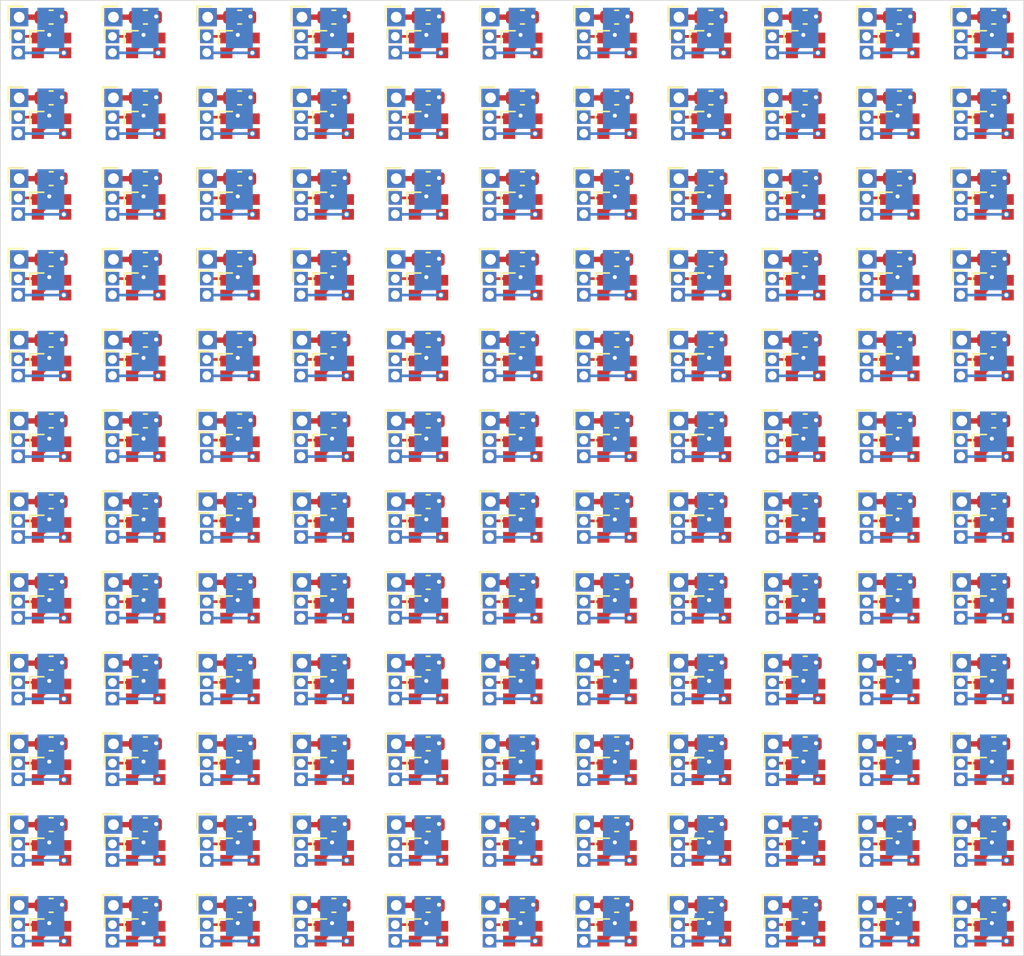
<source format=kicad_pcb>
(kicad_pcb (version 20241229) (generator "pcbnew") (generator_version "9.0")
  (layers (0 "F.Cu" signal) (2 "B.Cu" signal) (13 "F.Paste" user) (15 "B.Paste" user) (5 "F.SilkS" user "F.Silkscreen") (7 "B.SilkS" user "B.Silkscreen") (1 "F.Mask" user) (3 "B.Mask" user) (25 "Edge.Cuts" user))
  (net 0 "")
  (net 1 "+5V")
  (net 2 "GND")
  (net 3 "Din")
  (net 4 "Dout")
  (footprint "Connector_PinHeader_1.27mm:PinHeader_1x01_P1.27mm_Vertical" (layer "F.Cu") (at 186.33 97.88)
    (property "Reference" "J4" (hide yes))
    (property "Value" "Conn_01x01_Pin" (hide yes))
  )
  (footprint "Connector_PinHeader_1.27mm:PinHeader_1x01_P1.27mm_Vertical" (layer "F.Cu") (at 165.33 91.88)
    (property "Reference" "J4" (hide yes))
    (property "Value" "Conn_01x01_Pin" (hide yes))
  )
  (footprint "Yamaha:ws2812b-2020" (layer "F.Cu") (at 167.8 85.35)
    (property "Reference" "D1" (hide yes))
    (property "Value" "SK6805" (hide yes))
  )
  (footprint "Connector_PinHeader_2.00mm:PinHeader_1x01_P2.00mm_Vertical" (layer "F.Cu") (at 151.4 71.25)
    (property "Reference" "J2" (hide yes))
    (property "Value" "Conn_01x01_Pin" (hide yes))
  )
  (footprint "Connector_PinHeader_1.27mm:PinHeader_1x01_P1.27mm_Vertical" (layer "F.Cu") (at 221.33 108.68)
    (property "Reference" "J3" (hide yes))
    (property "Value" "Conn_01x01_Pin" (hide yes))
  )
  (footprint "Yamaha:ws2812b-2020" (layer "F.Cu") (at 223.8 109.35)
    (property "Reference" "D1" (hide yes))
    (property "Value" "SK6805" (hide yes))
  )
  (footprint "Connector_PinHeader_2.00mm:PinHeader_1x01_P2.00mm_Vertical" (layer "F.Cu") (at 193.4 107.25)
    (property "Reference" "J2" (hide yes))
    (property "Value" "Conn_01x01_Pin" (hide yes))
  )
  (footprint "Capacitor_SMD:C_0603_1608Metric" (layer "F.Cu") (at 195.775 77.25)
    (property "Reference" "C1" (hide yes))
    (property "Value" "C_Small" (hide yes))
  )
  (footprint "Yamaha:ws2812b-2020" (layer "F.Cu") (at 153.8 61.35)
    (property "Reference" "D1" (hide yes))
    (property "Value" "SK6805" (hide yes))
  )
  (footprint "Yamaha:ws2812b-2020" (layer "F.Cu") (at 209.8 49.35)
    (property "Reference" "D1" (hide yes))
    (property "Value" "SK6805" (hide yes))
  )
  (footprint "Capacitor_SMD:C_0603_1608Metric" (layer "F.Cu") (at 216.775 77.25)
    (property "Reference" "C1" (hide yes))
    (property "Value" "C_Small" (hide yes))
  )
  (footprint "Connector_PinHeader_1.27mm:PinHeader_1x01_P1.27mm_Vertical" (layer "F.Cu") (at 214.33 97.88)
    (property "Reference" "J4" (hide yes))
    (property "Value" "Conn_01x01_Pin" (hide yes))
  )
  (footprint "Capacitor_SMD:C_0603_1608Metric" (layer "F.Cu") (at 202.775 101.25)
    (property "Reference" "C1" (hide yes))
    (property "Value" "C_Small" (hide yes))
  )
  (footprint "Connector_PinHeader_1.27mm:PinHeader_1x01_P1.27mm_Vertical" (layer "F.Cu") (at 165.33 103.88)
    (property "Reference" "J4" (hide yes))
    (property "Value" "Conn_01x01_Pin" (hide yes))
  )
  (footprint "Connector_PinHeader_1.27mm:PinHeader_1x01_P1.27mm_Vertical" (layer "F.Cu") (at 193.33 48.68)
    (property "Reference" "J3" (hide yes))
    (property "Value" "Conn_01x01_Pin" (hide yes))
  )
  (footprint "Capacitor_SMD:C_0603_1608Metric" (layer "F.Cu") (at 181.775 95.25)
    (property "Reference" "C1" (hide yes))
    (property "Value" "C_Small" (hide yes))
  )
  (footprint "Connector_PinHeader_1.27mm:PinHeader_1x01_P1.27mm_Vertical" (layer "F.Cu") (at 179.33 96.68)
    (property "Reference" "J3" (hide yes))
    (property "Value" "Conn_01x01_Pin" (hide yes))
  )
  (footprint "Connector_PinHeader_1.27mm:PinHeader_1x01_P1.27mm_Vertical" (layer "F.Cu") (at 214.33 67.88)
    (property "Reference" "J4" (hide yes))
    (property "Value" "Conn_01x01_Pin" (hide yes))
  )
  (footprint "Connector_PinHeader_1.27mm:PinHeader_1x01_P1.27mm_Vertical" (layer "F.Cu") (at 186.33 60.68)
    (property "Reference" "J3" (hide yes))
    (property "Value" "Conn_01x01_Pin" (hide yes))
  )
  (footprint "Connector_PinHeader_1.27mm:PinHeader_1x01_P1.27mm_Vertical" (layer "F.Cu") (at 200.33 73.88)
    (property "Reference" "J4" (hide yes))
    (property "Value" "Conn_01x01_Pin" (hide yes))
  )
  (footprint "Connector_PinHeader_2.00mm:PinHeader_1x01_P2.00mm_Vertical" (layer "F.Cu") (at 214.4 89.25)
    (property "Reference" "J2" (hide yes))
    (property "Value" "Conn_01x01_Pin" (hide yes))
  )
  (footprint "Connector_PinHeader_1.27mm:PinHeader_1x01_P1.27mm_Vertical" (layer "F.Cu") (at 193.33 108.68)
    (property "Reference" "J3" (hide yes))
    (property "Value" "Conn_01x01_Pin" (hide yes))
  )
  (footprint "Connector_PinHeader_1.27mm:PinHeader_1x01_P1.27mm_Vertical" (layer "F.Cu") (at 165.33 61.88)
    (property "Reference" "J4" (hide yes))
    (property "Value" "Conn_01x01_Pin" (hide yes))
  )
  (footprint "Connector_PinHeader_1.27mm:PinHeader_1x01_P1.27mm_Vertical" (layer "F.Cu") (at 207.33 60.68)
    (property "Reference" "J3" (hide yes))
    (property "Value" "Conn_01x01_Pin" (hide yes))
  )
  (footprint "Yamaha:ws2812b-2020" (layer "F.Cu") (at 223.8 79.35)
    (property "Reference" "D1" (hide yes))
    (property "Value" "SK6805" (hide yes))
  )
  (footprint "Capacitor_SMD:C_0603_1608Metric" (layer "F.Cu") (at 153.775 95.25)
    (property "Reference" "C1" (hide yes))
    (property "Value" "C_Small" (hide yes))
  )
  (footprint "Connector_PinHeader_1.27mm:PinHeader_1x01_P1.27mm_Vertical" (layer "F.Cu") (at 193.33 96.68)
    (property "Reference" "J3" (hide yes))
    (property "Value" "Conn_01x01_Pin" (hide yes))
  )
  (footprint "Connector_PinHeader_2.00mm:PinHeader_1x01_P2.00mm_Vertical" (layer "F.Cu") (at 186.4 101.25)
    (property "Reference" "J2" (hide yes))
    (property "Value" "Conn_01x01_Pin" (hide yes))
  )
  (footprint "Connector_PinHeader_2.00mm:PinHeader_1x01_P2.00mm_Vertical" (layer "F.Cu") (at 151.4 47.25)
    (property "Reference" "J2" (hide yes))
    (property "Value" "Conn_01x01_Pin" (hide yes))
  )
  (footprint "Connector_PinHeader_2.00mm:PinHeader_1x01_P2.00mm_Vertical" (layer "F.Cu") (at 172.4 77.25)
    (property "Reference" "J2" (hide yes))
    (property "Value" "Conn_01x01_Pin" (hide yes))
  )
  (footprint "Connector_PinHeader_1.27mm:PinHeader_1x01_P1.27mm_Vertical" (layer "F.Cu") (at 193.33 67.88)
    (property "Reference" "J4" (hide yes))
    (property "Value" "Conn_01x01_Pin" (hide yes))
  )
  (footprint "Connector_PinHeader_1.27mm:PinHeader_1x01_P1.27mm_Vertical" (layer "F.Cu") (at 186.33 49.88)
    (property "Reference" "J4" (hide yes))
    (property "Value" "Conn_01x01_Pin" (hide yes))
  )
  (footprint "Connector_PinHeader_1.27mm:PinHeader_1x01_P1.27mm_Vertical" (layer "F.Cu") (at 179.33 85.88)
    (property "Reference" "J4" (hide yes))
    (property "Value" "Conn_01x01_Pin" (hide yes))
  )
  (footprint "Connector_PinHeader_1.27mm:PinHeader_1x01_P1.27mm_Vertical" (layer "F.Cu") (at 172.33 61.88)
    (property "Reference" "J4" (hide yes))
    (property "Value" "Conn_01x01_Pin" (hide yes))
  )
  (footprint "Yamaha:ws2812b-2020" (layer "F.Cu") (at 223.8 61.35)
    (property "Reference" "D1" (hide yes))
    (property "Value" "SK6805" (hide yes))
  )
  (footprint "Connector_PinHeader_1.27mm:PinHeader_1x01_P1.27mm_Vertical" (layer "F.Cu") (at 207.33 78.68)
    (property "Reference" "J3" (hide yes))
    (property "Value" "Conn_01x01_Pin" (hide yes))
  )
  (footprint "Yamaha:ws2812b-2020" (layer "F.Cu") (at 181.8 55.35)
    (property "Reference" "D1" (hide yes))
    (property "Value" "SK6805" (hide yes))
  )
  (footprint "Yamaha:ws2812b-2020" (layer "F.Cu") (at 174.8 97.35)
    (property "Reference" "D1" (hide yes))
    (property "Value" "SK6805" (hide yes))
  )
  (footprint "Yamaha:ws2812b-2020" (layer "F.Cu") (at 223.8 49.35)
    (property "Reference" "D1" (hide yes))
    (property "Value" "SK6805" (hide yes))
  )
  (footprint "Connector_PinHeader_2.00mm:PinHeader_1x01_P2.00mm_Vertical" (layer "F.Cu") (at 200.4 59.25)
    (property "Reference" "J2" (hide yes))
    (property "Value" "Conn_01x01_Pin" (hide yes))
  )
  (footprint "Capacitor_SMD:C_0603_1608Metric" (layer "F.Cu") (at 181.775 77.25)
    (property "Reference" "C1" (hide yes))
    (property "Value" "C_Small" (hide yes))
  )
  (footprint "Yamaha:ws2812b-2020" (layer "F.Cu") (at 174.8 85.35)
    (property "Reference" "D1" (hide yes))
    (property "Value" "SK6805" (hide yes))
  )
  (footprint "Capacitor_SMD:C_0603_1608Metric" (layer "F.Cu") (at 202.775 89.25)
    (property "Reference" "C1" (hide yes))
    (property "Value" "C_Small" (hide yes))
  )
  (footprint "Capacitor_SMD:C_0603_1608Metric" (layer "F.Cu") (at 160.775 77.25)
    (property "Reference" "C1" (hide yes))
    (property "Value" "C_Small" (hide yes))
  )
  (footprint "Connector_PinHeader_1.27mm:PinHeader_1x01_P1.27mm_Vertical" (layer "F.Cu") (at 193.33 109.88)
    (property "Reference" "J4" (hide yes))
    (property "Value" "Conn_01x01_Pin" (hide yes))
  )
  (footprint "Capacitor_SMD:C_0603_1608Metric" (layer "F.Cu") (at 167.775 89.25)
    (property "Reference" "C1" (hide yes))
    (property "Value" "C_Small" (hide yes))
  )
  (footprint "Connector_PinHeader_1.27mm:PinHeader_1x01_P1.27mm_Vertical" (layer "F.Cu") (at 221.33 90.68)
    (property "Reference" "J3" (hide yes))
    (property "Value" "Conn_01x01_Pin" (hide yes))
  )
  (footprint "Connector_PinHeader_1.27mm:PinHeader_1x01_P1.27mm_Vertical" (layer "F.Cu") (at 165.33 49.88)
    (property "Reference" "J4" (hide yes))
    (property "Value" "Conn_01x01_Pin" (hide yes))
  )
  (footprint "Yamaha:ws2812b-2020" (layer "F.Cu") (at 188.8 73.35)
    (property "Reference" "D1" (hide yes))
    (property "Value" "SK6805" (hide yes))
  )
  (footprint "Connector_PinHeader_2.00mm:PinHeader_1x01_P2.00mm_Vertical" (layer "F.Cu") (at 207.4 107.25)
    (property "Reference" "J2" (hide yes))
    (property "Value" "Conn_01x01_Pin" (hide yes))
  )
  (footprint "Yamaha:ws2812b-2020" (layer "F.Cu") (at 202.8 79.35)
    (property "Reference" "D1" (hide yes))
    (property "Value" "SK6805" (hide yes))
  )
  (footprint "Connector_PinHeader_1.27mm:PinHeader_1x01_P1.27mm_Vertical" (layer "F.Cu") (at 214.33 103.88)
    (property "Reference" "J4" (hide yes))
    (property "Value" "Conn_01x01_Pin" (hide yes))
  )
  (footprint "Capacitor_SMD:C_0603_1608Metric" (layer "F.Cu") (at 160.775 71.25)
    (property "Reference" "C1" (hide yes))
    (property "Value" "C_Small" (hide yes))
  )
  (footprint "Connector_PinHeader_1.27mm:PinHeader_1x01_P1.27mm_Vertical" (layer "F.Cu") (at 200.33 91.88)
    (property "Reference" "J4" (hide yes))
    (property "Value" "Conn_01x01_Pin" (hide yes))
  )
  (footprint "Connector_PinHeader_1.27mm:PinHeader_1x01_P1.27mm_Vertical" (layer "F.Cu") (at 158.33 102.68)
    (property "Reference" "J3" (hide yes))
    (property "Value" "Conn_01x01_Pin" (hide yes))
  )
  (footprint "Connector_PinHeader_1.27mm:PinHeader_1x01_P1.27mm_Vertical" (layer "F.Cu") (at 172.33 67.88)
    (property "Reference" "J4" (hide yes))
    (property "Value" "Conn_01x01_Pin" (hide yes))
  )
  (footprint "Connector_PinHeader_2.00mm:PinHeader_1x01_P2.00mm_Vertical" (layer "F.Cu") (at 200.4 71.25)
    (property "Reference" "J2" (hide yes))
    (property "Value" "Conn_01x01_Pin" (hide yes))
  )
  (footprint "Connector_PinHeader_2.00mm:PinHeader_1x01_P2.00mm_Vertical" (layer "F.Cu") (at 158.4 107.25)
    (property "Reference" "J2" (hide yes))
    (property "Value" "Conn_01x01_Pin" (hide yes))
  )
  (footprint "Connector_PinHeader_2.00mm:PinHeader_1x01_P2.00mm_Vertical" (layer "F.Cu") (at 221.4 53.25)
    (property "Reference" "J2" (hide yes))
    (property "Value" "Conn_01x01_Pin" (hide yes))
  )
  (footprint "Yamaha:ws2812b-2020" (layer "F.Cu") (at 202.8 97.35)
    (property "Reference" "D1" (hide yes))
    (property "Value" "SK6805" (hide yes))
  )
  (footprint "Connector_PinHeader_1.27mm:PinHeader_1x01_P1.27mm_Vertical" (layer "F.Cu") (at 158.33 73.88)
    (property "Reference" "J4" (hide yes))
    (property "Value" "Conn_01x01_Pin" (hide yes))
  )
  (footprint "Connector_PinHeader_2.00mm:PinHeader_1x01_P2.00mm_Vertical" (layer "F.Cu") (at 207.4 89.25)
    (property "Reference" "J2" (hide yes))
    (property "Value" "Conn_01x01_Pin" (hide yes))
  )
  (footprint "Connector_PinHeader_1.27mm:PinHeader_1x01_P1.27mm_Vertical" (layer "F.Cu") (at 172.33 84.68)
    (property "Reference" "J3" (hide yes))
    (property "Value" "Conn_01x01_Pin" (hide yes))
  )
  (footprint "Capacitor_SMD:C_0603_1608Metric" (layer "F.Cu") (at 153.775 71.25)
    (property "Reference" "C1" (hide yes))
    (property "Value" "C_Small" (hide yes))
  )
  (footprint "Connector_PinHeader_2.00mm:PinHeader_1x01_P2.00mm_Vertical" (layer "F.Cu") (at 207.4 47.25)
    (property "Reference" "J2" (hide yes))
    (property "Value" "Conn_01x01_Pin" (hide yes))
  )
  (footprint "Connector_PinHeader_1.27mm:PinHeader_1x01_P1.27mm_Vertical" (layer "F.Cu") (at 200.33 48.68)
    (property "Reference" "J3" (hide yes))
    (property "Value" "Conn_01x01_Pin" (hide yes))
  )
  (footprint "Connector_PinHeader_1.27mm:PinHeader_1x01_P1.27mm_Vertical" (layer "F.Cu") (at 165.33 79.88)
    (property "Reference" "J4" (hide yes))
    (property "Value" "Conn_01x01_Pin" (hide yes))
  )
  (footprint "Yamaha:ws2812b-2020" (layer "F.Cu") (at 160.8 79.35)
    (property "Reference" "D1" (hide yes))
    (property "Value" "SK6805" (hide yes))
  )
  (footprint "Connector_PinHeader_2.00mm:PinHeader_1x01_P2.00mm_Vertical" (layer "F.Cu") (at 172.4 53.25)
    (property "Reference" "J2" (hide yes))
    (property "Value" "Conn_01x01_Pin" (hide yes))
  )
  (footprint "Capacitor_SMD:C_0603_1608Metric" (layer "F.Cu") (at 160.775 47.25)
    (property "Reference" "C1" (hide yes))
    (property "Value" "C_Small" (hide yes))
  )
  (footprint "Yamaha:ws2812b-2020" (layer "F.Cu") (at 188.8 49.35)
    (property "Reference" "D1" (hide yes))
    (property "Value" "SK6805" (hide yes))
  )
  (footprint "Connector_PinHeader_1.27mm:PinHeader_1x01_P1.27mm_Vertical" (layer "F.Cu") (at 186.33 55.88)
    (property "Reference" "J4" (hide yes))
    (property "Value" "Conn_01x01_Pin" (hide yes))
  )
  (footprint "Connector_PinHeader_2.00mm:PinHeader_1x01_P2.00mm_Vertical" (layer "F.Cu") (at 165.4 89.25)
    (property "Reference" "J2" (hide yes))
    (property "Value" "Conn_01x01_Pin" (hide yes))
  )
  (footprint "Connector_PinHeader_1.27mm:PinHeader_1x01_P1.27mm_Vertical" (layer "F.Cu") (at 151.33 61.88)
    (property "Reference" "J4" (hide yes))
    (property "Value" "Conn_01x01_Pin" (hide yes))
  )
  (footprint "Yamaha:ws2812b-2020" (layer "F.Cu") (at 209.8 103.35)
    (property "Reference" "D1" (hide yes))
    (property "Value" "SK6805" (hide yes))
  )
  (footprint "Capacitor_SMD:C_0603_1608Metric" (layer "F.Cu") (at 195.775 83.25)
    (property "Reference" "C1" (hide yes))
    (property "Value" "C_Small" (hide yes))
  )
  (footprint "Connector_PinHeader_1.27mm:PinHeader_1x01_P1.27mm_Vertical" (layer "F.Cu") (at 221.33 85.88)
    (property "Reference" "J4" (hide yes))
    (property "Value" "Conn_01x01_Pin" (hide yes))
  )
  (footprint "Connector_PinHeader_1.27mm:PinHeader_1x01_P1.27mm_Vertical" (layer "F.Cu") (at 200.33 108.68)
    (property "Reference" "J3" (hide yes))
    (property "Value" "Conn_01x01_Pin" (hide yes))
  )
  (footprint "Connector_PinHeader_1.27mm:PinHeader_1x01_P1.27mm_Vertical" (layer "F.Cu") (at 214.33 78.68)
    (property "Reference" "J3" (hide yes))
    (property "Value" "Conn_01x01_Pin" (hide yes))
  )
  (footprint "Connector_PinHeader_1.27mm:PinHeader_1x01_P1.27mm_Vertical" (layer "F.Cu") (at 214.33 91.88)
    (property "Reference" "J4" (hide yes))
    (property "Value" "Conn_01x01_Pin" (hide yes))
  )
  (footprint "Connector_PinHeader_1.27mm:PinHeader_1x01_P1.27mm_Vertical" (layer "F.Cu") (at 200.33 43.88)
    (property "Reference" "J4" (hide yes))
    (property "Value" "Conn_01x01_Pin" (hide yes))
  )
  (footprint "Connector_PinHeader_2.00mm:PinHeader_1x01_P2.00mm_Vertical" (layer "F.Cu") (at 193.4 101.25)
    (property "Reference" "J2" (hide yes))
    (property "Value" "Conn_01x01_Pin" (hide yes))
  )
  (footprint "Connector_PinHeader_1.27mm:PinHeader_1x01_P1.27mm_Vertical" (layer "F.Cu") (at 193.33 103.88)
    (property "Reference" "J4" (hide yes))
    (property "Value" "Conn_01x01_Pin" (hide yes))
  )
  (footprint "Connector_PinHeader_2.00mm:PinHeader_1x01_P2.00mm_Vertical" (layer "F.Cu") (at 158.4 65.25)
    (property "Reference" "J2" (hide yes))
    (property "Value" "Conn_01x01_Pin" (hide yes))
  )
  (footprint "Connector_PinHeader_1.27mm:PinHeader_1x01_P1.27mm_Vertical" (layer "F.Cu") (at 151.33 85.88)
    (property "Reference" "J4" (hide yes))
    (property "Value" "Conn_01x01_Pin" (hide yes))
  )
  (footprint "Capacitor_SMD:C_0603_1608Metric" (layer "F.Cu") (at 181.775 83.25)
    (property "Reference" "C1" (hide yes))
    (property "Value" "C_Small" (hide yes))
  )
  (footprint "Capacitor_SMD:C_0603_1608Metric" (layer "F.Cu") (at 167.775 83.25)
    (property "Reference" "C1" (hide yes))
    (property "Value" "C_Small" (hide yes))
  )
  (footprint "Yamaha:ws2812b-2020" (layer "F.Cu") (at 160.8 85.35)
    (property "Reference" "D1" (hide yes))
    (property "Value" "SK6805" (hide yes))
  )
  (footprint "Connector_PinHeader_2.00mm:PinHeader_1x01_P2.00mm_Vertical" (layer "F.Cu") (at 193.4 83.25)
    (property "Reference" "J2" (hide yes))
    (property "Value" "Conn_01x01_Pin" (hide yes))
  )
  (footprint "Capacitor_SMD:C_0603_1608Metric" (layer "F.Cu") (at 216.775 89.25)
    (property "Reference" "C1" (hide yes))
    (property "Value" "C_Small" (hide yes))
  )
  (footprint "Connector_PinHeader_1.27mm:PinHeader_1x01_P1.27mm_Vertical" (layer "F.Cu") (at 179.33 60.68)
    (property "Reference" "J3" (hide yes))
    (property "Value" "Conn_01x01_Pin" (hide yes))
  )
  (footprint "Connector_PinHeader_2.00mm:PinHeader_1x01_P2.00mm_Vertical" (layer "F.Cu") (at 179.4 71.25)
    (property "Reference" "J2" (hide yes))
    (property "Value" "Conn_01x01_Pin" (hide yes))
  )
  (footprint "Yamaha:ws2812b-2020" (layer "F.Cu") (at 202.8 49.35)
    (property "Reference" "D1" (hide yes))
    (property "Value" "SK6805" (hide yes))
  )
  (footprint "Connector_PinHeader_2.00mm:PinHeader_1x01_P2.00mm_Vertical" (layer "F.Cu") (at 214.4 101.25)
    (property "Reference" "J2" (hide yes))
    (property "Value" "Conn_01x01_Pin" (hide yes))
  )
  (footprint "Yamaha:ws2812b-2020" (layer "F.Cu") (at 202.8 67.35)
    (property "Reference" "D1" (hide yes))
    (property "Value" "SK6805" (hide yes))
  )
  (footprint "Capacitor_SMD:C_0603_1608Metric" (layer "F.Cu") (at 209.775 53.25)
    (property "Reference" "C1" (hide yes))
    (property "Value" "C_Small" (hide yes))
  )
  (footprint "Connector_PinHeader_1.27mm:PinHeader_1x01_P1.27mm_Vertical" (layer "F.Cu") (at 214.33 85.88)
    (property "Reference" "J4" (hide yes))
    (property "Value" "Conn_01x01_Pin" (hide yes))
  )
  (footprint "Yamaha:ws2812b-2020" (layer "F.Cu") (at 174.8 91.35)
    (property "Reference" "D1" (hide yes))
    (property "Value" "SK6805" (hide yes))
  )
  (footprint "Connector_PinHeader_1.27mm:PinHeader_1x01_P1.27mm_Vertical" (layer "F.Cu") (at 179.33 72.68)
    (property "Reference" "J3" (hide yes))
    (property "Value" "Conn_01x01_Pin" (hide yes))
  )
  (footprint "Yamaha:ws2812b-2020" (layer "F.Cu") (at 202.8 103.35)
    (property "Reference" "D1" (hide yes))
    (property "Value" "SK6805" (hide yes))
  )
  (footprint "Yamaha:ws2812b-2020" (layer "F.Cu") (at 181.8 67.35)
    (property "Reference" "D1" (hide yes))
    (property "Value" "SK6805" (hide yes))
  )
  (footprint "Capacitor_SMD:C_0603_1608Metric" (layer "F.Cu") (at 174.775 71.25)
    (property "Reference" "C1" (hide yes))
    (property "Value" "C_Small" (hide yes))
  )
  (footprint "Connector_PinHeader_1.27mm:PinHeader_1x01_P1.27mm_Vertical" (layer "F.Cu") (at 193.33 73.88)
    (property "Reference" "J4" (hide yes))
    (property "Value" "Conn_01x01_Pin" (hide yes))
  )
  (footprint "Connector_PinHeader_1.27mm:PinHeader_1x01_P1.27mm_Vertical" (layer "F.Cu") (at 179.33 102.68)
    (property "Reference" "J3" (hide yes))
    (property "Value" "Conn_01x01_Pin" (hide yes))
  )
  (footprint "Capacitor_SMD:C_0603_1608Metric" (layer "F.Cu") (at 160.775 59.25)
    (property "Reference" "C1" (hide yes))
    (property "Value" "C_Small" (hide yes))
  )
  (footprint "Connector_PinHeader_2.00mm:PinHeader_1x01_P2.00mm_Vertical" (layer "F.Cu") (at 207.4 71.25)
    (property "Reference" "J2" (hide yes))
    (property "Value" "Conn_01x01_Pin" (hide yes))
  )
  (footprint "Connector_PinHeader_1.27mm:PinHeader_1x01_P1.27mm_Vertical" (layer "F.Cu") (at 221.33 84.68)
    (property "Reference" "J3" (hide yes))
    (property "Value" "Conn_01x01_Pin" (hide yes))
  )
  (footprint "Connector_PinHeader_2.00mm:PinHeader_1x01_P2.00mm_Vertical" (layer "F.Cu") (at 186.4 53.25)
    (property "Reference" "J2" (hide yes))
    (property "Value" "Conn_01x01_Pin" (hide yes))
  )
  (footprint "Yamaha:ws2812b-2020" (layer "F.Cu") (at 216.8 109.35)
    (property "Reference" "D1" (hide yes))
    (property "Value" "SK6805" (hide yes))
  )
  (footprint "Connector_PinHeader_1.27mm:PinHeader_1x01_P1.27mm_Vertical" (layer "F.Cu") (at 200.33 108.68)
    (property "Reference" "J3" (hide yes))
    (property "Value" "Conn_01x01_Pin" (hide yes))
  )
  (footprint "Capacitor_SMD:C_0603_1608Metric" (layer "F.Cu") (at 223.775 71.25)
    (property "Reference" "C1" (hide yes))
    (property "Value" "C_Small" (hide yes))
  )
  (footprint "Connector_PinHeader_1.27mm:PinHeader_1x01_P1.27mm_Vertical" (layer "F.Cu") (at 221.33 48.68)
    (property "Reference" "J3" (hide yes))
    (property "Value" "Conn_01x01_Pin" (hide yes))
  )
  (footprint "Connector_PinHeader_1.27mm:PinHeader_1x01_P1.27mm_Vertical" (layer "F.Cu") (at 172.33 90.68)
    (property "Reference" "J3" (hide yes))
    (property "Value" "Conn_01x01_Pin" (hide yes))
  )
  (footprint "Capacitor_SMD:C_0603_1608Metric" (layer "F.Cu") (at 188.775 59.25)
    (property "Reference" "C1" (hide yes))
    (property "Value" "C_Small" (hide yes))
  )
  (footprint "Connector_PinHeader_2.00mm:PinHeader_1x01_P2.00mm_Vertical" (layer "F.Cu") (at 200.4 95.25)
    (property "Reference" "J2" (hide yes))
    (property "Value" "Conn_01x01_Pin" (hide yes))
  )
  (footprint "Connector_PinHeader_2.00mm:PinHeader_1x01_P2.00mm_Vertical" (layer "F.Cu") (at 165.4 47.25)
    (property "Reference" "J2" (hide yes))
    (property "Value" "Conn_01x01_Pin" (hide yes))
  )
  (footprint "Yamaha:ws2812b-2020" (layer "F.Cu") (at 209.8 91.35)
    (property "Reference" "D1" (hide yes))
    (property "Value" "SK6805" (hide yes))
  )
  (footprint "Connector_PinHeader_1.27mm:PinHeader_1x01_P1.27mm_Vertical" (layer "F.Cu") (at 151.33 54.68)
    (property "Reference" "J3" (hide yes))
    (property "Value" "Conn_01x01_Pin" (hide yes))
  )
  (footprint "Capacitor_SMD:C_0603_1608Metric" (layer "F.Cu") (at 153.775 89.25)
    (property "Reference" "C1" (hide yes))
    (property "Value" "C_Small" (hide yes))
  )
  (footprint "Connector_PinHeader_1.27mm:PinHeader_1x01_P1.27mm_Vertical" (layer "F.Cu") (at 151.33 49.88)
    (property "Reference" "J4" (hide yes))
    (property "Value" "Conn_01x01_Pin" (hide yes))
  )
  (footprint "Connector_PinHeader_1.27mm:PinHeader_1x01_P1.27mm_Vertical" (layer "F.Cu") (at 200.33 54.68)
    (property "Reference" "J3" (hide yes))
    (property "Value" "Conn_01x01_Pin" (hide yes))
  )
  (footprint "Connector_PinHeader_2.00mm:PinHeader_1x01_P2.00mm_Vertical" (layer "F.Cu") (at 165.4 53.25)
    (property "Reference" "J2" (hide yes))
    (property "Value" "Conn_01x01_Pin" (hide yes))
  )
  (footprint "Yamaha:ws2812b-2020" (layer "F.Cu") (at 223.8 73.35)
    (property "Reference" "D1" (hide yes))
    (property "Value" "SK6805" (hide yes))
  )
  (footprint "Connector_PinHeader_1.27mm:PinHeader_1x01_P1.27mm_Vertical" (layer "F.Cu") (at 179.33 97.88)
    (property "Reference" "J4" (hide yes))
    (property "Value" "Conn_01x01_Pin" (hide yes))
  )
  (footprint "Connector_PinHeader_1.27mm:PinHeader_1x01_P1.27mm_Vertical" (layer "F.Cu") (at 200.33 61.88)
    (property "Reference" "J4" (hide yes))
    (property "Value" "Conn_01x01_Pin" (hide yes))
  )
  (footprint "Capacitor_SMD:C_0603_1608Metric" (layer "F.Cu") (at 188.775 53.25)
    (property "Reference" "C1" (hide yes))
    (property "Value" "C_Small" (hide yes))
  )
  (footprint "Connector_PinHeader_1.27mm:PinHeader_1x01_P1.27mm_Vertical" (layer "F.Cu") (at 186.33 79.88)
    (property "Reference" "J4" (hide yes))
    (property "Value" "Conn_01x01_Pin" (hide yes))
  )
  (footprint "Capacitor_SMD:C_0603_1608Metric" (layer "F.Cu") (at 195.775 71.25)
    (property "Reference" "C1" (hide yes))
    (property "Value" "C_Small" (hide yes))
  )
  (footprint "Connector_PinHeader_1.27mm:PinHeader_1x01_P1.27mm_Vertical" (layer "F.Cu") (at 186.33 85.88)
    (property "Reference" "J4" (hide yes))
    (property "Value" "Conn_01x01_Pin" (hide yes))
  )
  (footprint "Connector_PinHeader_2.00mm:PinHeader_1x01_P2.00mm_Vertical" (layer "F.Cu") (at 151.4 95.25)
    (property "Reference" "J2" (hide yes))
    (property "Value" "Conn_01x01_Pin" (hide yes))
  )
  (footprint "Connector_PinHeader_2.00mm:PinHeader_1x01_P2.00mm_Vertical" (layer "F.Cu") (at 179.4 101.25)
    (property "Reference" "J2" (hide yes))
    (property "Value" "Conn_01x01_Pin" (hide yes))
  )
  (footprint "Connector_PinHeader_1.27mm:PinHeader_1x01_P1.27mm_Vertical" (layer "F.Cu") (at 165.33 84.68)
    (property "Reference" "J3" (hide yes))
    (property "Value" "Conn_01x01_Pin" (hide yes))
  )
  (footprint "Connector_PinHeader_1.27mm:PinHeader_1x01_P1.27mm_Vertical" (layer "F.Cu") (at 165.33 43.88)
    (property "Reference" "J4" (hide yes))
    (property "Value" "Conn_01x01_Pin" (hide yes))
  )
  (footprint "Connector_PinHeader_2.00mm:PinHeader_1x01_P2.00mm_Vertical" (layer "F.Cu") (at 221.4 47.25)
    (property "Reference" "J2" (hide yes))
    (property "Value" "Conn_01x01_Pin" (hide yes))
  )
  (footprint "Capacitor_SMD:C_0603_1608Metric" (layer "F.Cu") (at 202.775 59.25)
    (property "Reference" "C1" (hide yes))
    (property "Value" "C_Small" (hide yes))
  )
  (footprint "Connector_PinHeader_1.27mm:PinHeader_1x01_P1.27mm_Vertical" (layer "F.Cu") (at 172.33 73.88)
    (property "Reference" "J4" (hide yes))
    (property "Value" "Conn_01x01_Pin" (hide yes))
  )
  (footprint "Connector_PinHeader_2.00mm:PinHeader_1x01_P2.00mm_Vertical" (layer "F.Cu") (at 221.4 107.25)
    (property "Reference" "J2" (hide yes))
    (property "Value" "Conn_01x01_Pin" (hide yes))
  )
  (footprint "Yamaha:ws2812b-2020" (layer "F.Cu") (at 202.8 97.35)
    (property "Reference" "D1" (hide yes))
    (property "Value" "SK6805" (hide yes))
  )
  (footprint "Connector_PinHeader_2.00mm:PinHeader_1x01_P2.00mm_Vertical" (layer "F.Cu") (at 158.4 53.25)
    (property "Reference" "J2" (hide yes))
    (property "Value" "Conn_01x01_Pin" (hide yes))
  )
  (footprint "Capacitor_SMD:C_0603_1608Metric" (layer "F.Cu") (at 195.775 41.25)
    (property "Reference" "C1" (hide yes))
    (property "Value" "C_Small" (hide yes))
  )
  (footprint "Connector_PinHeader_2.00mm:PinHeader_1x01_P2.00mm_Vertical" (layer "F.Cu") (at 200.4 65.25)
    (property "Reference" "J2" (hide yes))
    (property "Value" "Conn_01x01_Pin" (hide yes))
  )
  (footprint "Connector_PinHeader_2.00mm:PinHeader_1x01_P2.00mm_Vertical" (layer "F.Cu") (at 179.4 41.25)
    (property "Reference" "J2" (hide yes))
    (property "Value" "Conn_01x01_Pin" (hide yes))
  )
  (footprint "Capacitor_SMD:C_0603_1608Metric" (layer "F.Cu") (at 167.775 41.25)
    (property "Reference" "C1" (hide yes))
    (property "Value" "C_Small" (hide yes))
  )
  (footprint "Capacitor_SMD:C_0603_1608Metric" (layer "F.Cu") (at 209.775 101.25)
    (property "Reference" "C1" (hide yes))
    (property "Value" "C_Small" (hide yes))
  )
  (footprint "Connector_PinHeader_1.27mm:PinHeader_1x01_P1.27mm_Vertical" (layer "F.Cu") (at 172.33 55.88)
    (property "Reference" "J4" (hide yes))
    (property "Value" "Conn_01x01_Pin" (hide yes))
  )
  (footprint "Connector_PinHeader_1.27mm:PinHeader_1x01_P1.27mm_Vertical" (layer "F.Cu") (at 158.33 54.68)
    (property "Reference" "J3" (hide yes))
    (property "Value" "Conn_01x01_Pin" (hide yes))
  )
  (footprint "Connector_PinHeader_2.00mm:PinHeader_1x01_P2.00mm_Vertical" (layer "F.Cu") (at 214.4 65.25)
    (property "Reference" "J2" (hide yes))
    (property "Value" "Conn_01x01_Pin" (hide yes))
  )
  (footprint "Connector_PinHeader_1.27mm:PinHeader_1x01_P1.27mm_Vertical" (layer "F.Cu") (at 186.33 66.68)
    (property "Reference" "J3" (hide yes))
    (property "Value" "Conn_01x01_Pin" (hide yes))
  )
  (footprint "Capacitor_SMD:C_0603_1608Metric" (layer "F.Cu") (at 195.775 95.25)
    (property "Reference" "C1" (hide yes))
    (property "Value" "C_Small" (hide yes))
  )
  (footprint "Yamaha:ws2812b-2020" (layer "F.Cu") (at 195.8 67.35)
    (property "Reference" "D1" (hide yes))
    (property "Value" "SK6805" (hide yes))
  )
  (footprint "Connector_PinHeader_1.27mm:PinHeader_1x01_P1.27mm_Vertical" (layer "F.Cu") (at 214.33 48.68)
    (property "Reference" "J3" (hide yes))
    (property "Value" "Conn_01x01_Pin" (hide yes))
  )
  (footprint "Connector_PinHeader_1.27mm:PinHeader_1x01_P1.27mm_Vertical" (layer "F.Cu") (at 221.33 79.88)
    (property "Reference" "J4" (hide yes))
    (property "Value" "Conn_01x01_Pin" (hide yes))
  )
  (footprint "Yamaha:ws2812b-2020" (layer "F.Cu") (at 209.8 73.35)
    (property "Reference" "D1" (hide yes))
    (property "Value" "SK6805" (hide yes))
  )
  (footprint "Connector_PinHeader_1.27mm:PinHeader_1x01_P1.27mm_Vertical" (layer "F.Cu") (at 158.33 78.68)
    (property "Reference" "J3" (hide yes))
    (property "Value" "Conn_01x01_Pin" (hide yes))
  )
  (footprint "Connector_PinHeader_1.27mm:PinHeader_1x01_P1.27mm_Vertical" (layer "F.Cu") (at 158.33 108.68)
    (property "Reference" "J3" (hide yes))
    (property "Value" "Conn_01x01_Pin" (hide yes))
  )
  (footprint "Connector_PinHeader_1.27mm:PinHeader_1x01_P1.27mm_Vertical" (layer "F.Cu") (at 158.33 49.88)
    (property "Reference" "J4" (hide yes))
    (property "Value" "Conn_01x01_Pin" (hide yes))
  )
  (footprint "Connector_PinHeader_1.27mm:PinHeader_1x01_P1.27mm_Vertical" (layer "F.Cu") (at 158.33 72.68)
    (property "Reference" "J3" (hide yes))
    (property "Value" "Conn_01x01_Pin" (hide yes))
  )
  (footprint "Yamaha:ws2812b-2020" (layer "F.Cu") (at 160.8 61.35)
    (property "Reference" "D1" (hide yes))
    (property "Value" "SK6805" (hide yes))
  )
  (footprint "Yamaha:ws2812b-2020" (layer "F.Cu") (at 209.8 109.35)
    (property "Reference" "D1" (hide yes))
    (property "Value" "SK6805" (hide yes))
  )
  (footprint "Yamaha:ws2812b-2020" (layer "F.Cu") (at 188.8 61.35)
    (property "Reference" "D1" (hide yes))
    (property "Value" "SK6805" (hide yes))
  )
  (footprint "Connector_PinHeader_2.00mm:PinHeader_1x01_P2.00mm_Vertical" (layer "F.Cu") (at 221.4 83.25)
    (property "Reference" "J2" (hide yes))
    (property "Value" "Conn_01x01_Pin" (hide yes))
  )
  (footprint "Capacitor_SMD:C_0603_1608Metric" (layer "F.Cu") (at 202.775 83.25)
    (property "Reference" "C1" (hide yes))
    (property "Value" "C_Small" (hide yes))
  )
  (footprint "Connector_PinHeader_2.00mm:PinHeader_1x01_P2.00mm_Vertical" (layer "F.Cu") (at 221.4 95.25)
    (property "Reference" "J2" (hide yes))
    (property "Value" "Conn_01x01_Pin" (hide yes))
  )
  (footprint "Yamaha:ws2812b-2020" (layer "F.Cu") (at 160.8 91.35)
    (property "Reference" "D1" (hide yes))
    (property "Value" "SK6805" (hide yes))
  )
  (footprint "Connector_PinHeader_1.27mm:PinHeader_1x01_P1.27mm_Vertical" (layer "F.Cu") (at 165.33 72.68)
    (property "Reference" "J3" (hide yes))
    (property "Value" "Conn_01x01_Pin" (hide yes))
  )
  (footprint "Connector_PinHeader_1.27mm:PinHeader_1x01_P1.27mm_Vertical" (layer "F.Cu") (at 172.33 91.88)
    (property "Reference" "J4" (hide yes))
    (property "Value" "Conn_01x01_Pin" (hide yes))
  )
  (footprint "Connector_PinHeader_1.27mm:PinHeader_1x01_P1.27mm_Vertical" (layer "F.Cu") (at 200.33 55.88)
    (property "Reference" "J4" (hide yes))
    (property "Value" "Conn_01x01_Pin" (hide yes))
  )
  (footprint "Connector_PinHeader_2.00mm:PinHeader_1x01_P2.00mm_Vertical" (layer "F.Cu") (at 151.4 83.25)
    (property "Reference" "J2" (hide yes))
    (property "Value" "Conn_01x01_Pin" (hide yes))
  )
  (footprint "Yamaha:ws2812b-2020" (layer "F.Cu") (at 216.8 61.35)
    (property "Reference" "D1" (hide yes))
    (property "Value" "SK6805" (hide yes))
  )
  (footprint "Connector_PinHeader_2.00mm:PinHeader_1x01_P2.00mm_Vertical" (layer "F.Cu") (at 214.4 59.25)
    (property "Reference" "J2" (hide yes))
    (property "Value" "Conn_01x01_Pin" (hide yes))
  )
  (footprint "Capacitor_SMD:C_0603_1608Metric" (layer "F.Cu") (at 188.775 47.25)
    (property "Reference" "C1" (hide yes))
    (property "Value" "C_Small" (hide yes))
  )
  (footprint "Connector_PinHeader_1.27mm:PinHeader_1x01_P1.27mm_Vertical" (layer "F.Cu") (at 207.33 109.88)
    (property "Reference" "J4" (hide yes))
    (property "Value" "Conn_01x01_Pin" (hide yes))
  )
  (footprint "Capacitor_SMD:C_0603_1608Metric" (layer "F.Cu") (at 216.775 107.25)
    (property "Reference" "C1" (hide yes))
    (property "Value" "C_Small" (hide yes))
  )
  (footprint "Connector_PinHeader_1.27mm:PinHeader_1x01_P1.27mm_Vertical" (layer "F.Cu") (at 214.33 72.68)
    (property "Reference" "J3" (hide yes))
    (property "Value" "Conn_01x01_Pin" (hide yes))
  )
  (footprint "Connector_PinHeader_1.27mm:PinHeader_1x01_P1.27mm_Vertical" (layer "F.Cu") (at 193.33 72.68)
    (property "Reference" "J3" (hide yes))
    (property "Value" "Conn_01x01_Pin" (hide yes))
  )
  (footprint "Capacitor_SMD:C_0603_1608Metric" (layer "F.Cu") (at 216.775 83.25)
    (property "Reference" "C1" (hide yes))
    (property "Value" "C_Small" (hide yes))
  )
  (footprint "Connector_PinHeader_2.00mm:PinHeader_1x01_P2.00mm_Vertical" (layer "F.Cu") (at 186.4 59.25)
    (property "Reference" "J2" (hide yes))
    (property "Value" "Conn_01x01_Pin" (hide yes))
  )
  (footprint "Connector_PinHeader_1.27mm:PinHeader_1x01_P1.27mm_Vertical" (layer "F.Cu") (at 158.33 42.68)
    (property "Reference" "J3" (hide yes))
    (property "Value" "Conn_01x01_Pin" (hide yes))
  )
  (footprint "Connector_PinHeader_1.27mm:PinHeader_1x01_P1.27mm_Vertical" (layer "F.Cu") (at 214.33 49.88)
    (property "Reference" "J4" (hide yes))
    (property "Value" "Conn_01x01_Pin" (hide yes))
  )
  (footprint "Connector_PinHeader_1.27mm:PinHeader_1x01_P1.27mm_Vertical" (layer "F.Cu") (at 221.33 97.88)
    (property "Reference" "J4" (hide yes))
    (property "Value" "Conn_01x01_Pin" (hide yes))
  )
  (footprint "Connector_PinHeader_1.27mm:PinHeader_1x01_P1.27mm_Vertical" (layer "F.Cu") (at 158.33 85.88)
    (property "Reference" "J4" (hide yes))
    (property "Value" "Conn_01x01_Pin" (hide yes))
  )
  (footprint "Connector_PinHeader_2.00mm:PinHeader_1x01_P2.00mm_Vertical" (layer "F.Cu") (at 165.4 59.25)
    (property "Reference" "J2" (hide yes))
    (property "Value" "Conn_01x01_Pin" (hide yes))
  )
  (footprint "Connector_PinHeader_2.00mm:PinHeader_1x01_P2.00mm_Vertical" (layer "F.Cu") (at 186.4 83.25)
    (property "Reference" "J2" (hide yes))
    (property "Value" "Conn_01x01_Pin" (hide yes))
  )
  (footprint "Yamaha:ws2812b-2020" (layer "F.Cu") (at 160.8 55.35)
    (property "Reference" "D1" (hide yes))
    (property "Value" "SK6805" (hide yes))
  )
  (footprint "Connector_PinHeader_2.00mm:PinHeader_1x01_P2.00mm_Vertical" (layer "F.Cu") (at 172.4 101.25)
    (property "Reference" "J2" (hide yes))
    (property "Value" "Conn_01x01_Pin" (hide yes))
  )
  (footprint "Capacitor_SMD:C_0603_1608Metric" (layer "F.Cu") (at 188.775 41.25)
    (property "Reference" "C1" (hide yes))
    (property "Value" "C_Small" (hide yes))
  )
  (footprint "Connector_PinHeader_1.27mm:PinHeader_1x01_P1.27mm_Vertical" (layer "F.Cu") (at 200.33 66.68)
    (property "Reference" "J3" (hide yes))
    (property "Value" "Conn_01x01_Pin" (hide yes))
  )
  (footprint "Connector_PinHeader_1.27mm:PinHeader_1x01_P1.27mm_Vertical" (layer "F.Cu") (at 200.33 78.68)
    (property "Reference" "J3" (hide yes))
    (property "Value" "Conn_01x01_Pin" (hide yes))
  )
  (footprint "Capacitor_SMD:C_0603_1608Metric" (layer "F.Cu") (at 209.775 71.25)
    (property "Reference" "C1" (hide yes))
    (property "Value" "C_Small" (hide yes))
  )
  (footprint "Connector_PinHeader_2.00mm:PinHeader_1x01_P2.00mm_Vertical" (layer "F.Cu") (at 207.4 53.25)
    (property "Reference" "J2" (hide yes))
    (property "Value" "Conn_01x01_Pin" (hide yes))
  )
  (footprint "Connector_PinHeader_1.27mm:PinHeader_1x01_P1.27mm_Vertical" (layer "F.Cu") (at 179.33 42.68)
    (property "Reference" "J3" (hide yes))
    (property "Value" "Conn_01x01_Pin" (hide yes))
  )
  (footprint "Connector_PinHeader_1.27mm:PinHeader_1x01_P1.27mm_Vertical" (layer "F.Cu") (at 200.33 67.88)
    (property "Reference" "J4" (hide yes))
    (property "Value" "Conn_01x01_Pin" (hide yes))
  )
  (footprint "Capacitor_SMD:C_0603_1608Metric" (layer "F.Cu") (at 223.775 53.25)
    (property "Reference" "C1" (hide yes))
    (property "Value" "C_Small" (hide yes))
  )
  (footprint "Connector_PinHeader_1.27mm:PinHeader_1x01_P1.27mm_Vertical" (layer "F.Cu") (at 158.33 79.88)
    (property "Reference" "J4" (hide yes))
    (property "Value" "Conn_01x01_Pin" (hide yes))
  )
  (footprint "Connector_PinHeader_2.00mm:PinHeader_1x01_P2.00mm_Vertical" (layer "F.Cu") (at 207.4 59.25)
    (property "Reference" "J2" (hide yes))
    (property "Value" "Conn_01x01_Pin" (hide yes))
  )
  (footprint "Yamaha:ws2812b-2020" (layer "F.Cu") (at 153.8 43.35)
    (property "Reference" "D1" (hide yes))
    (property "Value" "SK6805" (hide yes))
  )
  (footprint "Connector_PinHeader_2.00mm:PinHeader_1x01_P2.00mm_Vertical" (layer "F.Cu") (at 200.4 77.25)
    (property "Reference" "J2" (hide yes))
    (property "Value" "Conn_01x01_Pin" (hide yes))
  )
  (footprint "Yamaha:ws2812b-2020" (layer "F.Cu") (at 195.8 55.35)
    (property "Reference" "D1" (hide yes))
    (property "Value" "SK6805" (hide yes))
  )
  (footprint "Connector_PinHeader_2.00mm:PinHeader_1x01_P2.00mm_Vertical" (layer "F.Cu") (at 221.4 71.25)
    (property "Reference" "J2" (hide yes))
    (property "Value" "Conn_01x01_Pin" (hide yes))
  )
  (footprint "Yamaha:ws2812b-2020" (layer "F.Cu") (at 209.8 79.35)
    (property "Reference" "D1" (hide yes))
    (property "Value" "SK6805" (hide yes))
  )
  (footprint "Connector_PinHeader_1.27mm:PinHeader_1x01_P1.27mm_Vertical" (layer "F.Cu") (at 200.33 97.88)
    (property "Reference" "J4" (hide yes))
    (property "Value" "Conn_01x01_Pin" (hide yes))
  )
  (footprint "Connector_PinHeader_2.00mm:PinHeader_1x01_P2.00mm_Vertical" (layer "F.Cu") (at 151.4 107.25)
    (property "Reference" "J2" (hide yes))
    (property "Value" "Conn_01x01_Pin" (hide yes))
  )
  (footprint "Capacitor_SMD:C_0603_1608Metric" (layer "F.Cu") (at 202.775 47.25)
    (property "Reference" "C1" (hide yes))
    (property "Value" "C_Small" (hide yes))
  )
  (footprint "Connector_PinHeader_1.27mm:PinHeader_1x01_P1.27mm_Vertical" (layer "F.Cu") (at 172.33 60.68)
    (property "Reference" "J3" (hide yes))
    (property "Value" "Conn_01x01_Pin" (hide yes))
  )
  (footprint "Capacitor_SMD:C_0603_1608Metric" (layer "F.Cu") (at 174.775 83.25)
    (property "Reference" "C1" (hide yes))
    (property "Value" "C_Small" (hide yes))
  )
  (footprint "Yamaha:ws2812b-2020" (layer "F.Cu") (at 160.8 49.35)
    (property "Reference" "D1" (hide yes))
    (property "Value" "SK6805" (hide yes))
  )
  (footprint "Connector_PinHeader_1.27mm:PinHeader_1x01_P1.27mm_Vertical" (layer "F.Cu") (at 158.33 97.88)
    (property "Reference" "J4" (hide yes))
    (property "Value" "Conn_01x01_Pin" (hide yes))
  )
  (footprint "Capacitor_SMD:C_0603_1608Metric" (layer "F.Cu") (at 181.775 101.25)
    (property "Reference" "C1" (hide yes))
    (property "Value" "C_Small" (hide yes))
  )
  (footprint "Connector_PinHeader_1.27mm:PinHeader_1x01_P1.27mm_Vertical" (layer "F.Cu") (at 172.33 108.68)
    (property "Reference" "J3" (hide yes))
    (property "Value" "Conn_01x01_Pin" (hide yes))
  )
  (footprint "Yamaha:ws2812b-2020" (layer "F.Cu") (at 202.8 73.35)
    (property "Reference" "D1" (hide yes))
    (property "Value" "SK6805" (hide yes))
  )
  (footprint "Connector_PinHeader_2.00mm:PinHeader_1x01_P2.00mm_Vertical" (layer "F.Cu") (at 165.4 77.25)
    (property "Reference" "J2" (hide yes))
    (property "Value" "Conn_01x01_Pin" (hide yes))
  )
  (footprint "Connector_PinHeader_1.27mm:PinHeader_1x01_P1.27mm_Vertical" (layer "F.Cu") (at 179.33 103.88)
    (property "Reference" "J4" (hide yes))
    (property "Value" "Conn_01x01_Pin" (hide yes))
  )
  (footprint "Connector_PinHeader_1.27mm:PinHeader_1x01_P1.27mm_Vertical" (layer "F.Cu") (at 186.33 67.88)
    (property "Reference" "J4" (hide yes))
    (property "Value" "Conn_01x01_Pin" (hide yes))
  )
  (footprint "Connector_PinHeader_1.27mm:PinHeader_1x01_P1.27mm_Vertical" (layer "F.Cu") (at 179.33 55.88)
    (property "Reference" "J4" (hide yes))
    (property "Value" "Conn_01x01_Pin" (hide yes))
  )
  (footprint "Connector_PinHeader_1.27mm:PinHeader_1x01_P1.27mm_Vertical" (layer "F.Cu") (at 214.33 61.88)
    (property "Reference" "J4" (hide yes))
    (property "Value" "Conn_01x01_Pin" (hide yes))
  )
  (footprint "Connector_PinHeader_1.27mm:PinHeader_1x01_P1.27mm_Vertical" (layer "F.Cu") (at 151.33 73.88)
    (property "Reference" "J4" (hide yes))
    (property "Value" "Conn_01x01_Pin" (hide yes))
  )
  (footprint "Capacitor_SMD:C_0603_1608Metric" (layer "F.Cu") (at 181.775 59.25)
    (property "Reference" "C1" (hide yes))
    (property "Value" "C_Small" (hide yes))
  )
  (footprint "Connector_PinHeader_1.27mm:PinHeader_1x01_P1.27mm_Vertical" (layer "F.Cu") (at 221.33 102.68)
    (property "Reference" "J3" (hide yes))
    (property "Value" "Conn_01x01_Pin" (hide yes))
  )
  (footprint "Yamaha:ws2812b-2020" (layer "F.Cu") (at 216.8 73.35)
    (property "Reference" "D1" (hide yes))
    (property "Value" "SK6805" (hide yes))
  )
  (footprint "Capacitor_SMD:C_0603_1608Metric" (layer "F.Cu") (at 209.775 83.25)
    (property "Reference" "C1" (hide yes))
    (property "Value" "C_Small" (hide yes))
  )
  (footprint "Connector_PinHeader_1.27mm:PinHeader_1x01_P1.27mm_Vertical" (layer "F.Cu") (at 151.33 72.68)
    (property "Reference" "J3" (hide yes))
    (property "Value" "Conn_01x01_Pin" (hide yes))
  )
  (footprint "Capacitor_SMD:C_0603_1608Metric" (layer "F.Cu") (at 181.775 107.25)
    (property "Reference" "C1" (hide yes))
    (property "Value" "C_Small" (hide yes))
  )
  (footprint "Connector_PinHeader_2.00mm:PinHeader_1x01_P2.00mm_Vertical" (layer "F.Cu") (at 214.4 41.25)
    (property "Reference" "J2" (hide yes))
    (property "Value" "Conn_01x01_Pin" (hide yes))
  )
  (footprint "Connector_PinHeader_2.00mm:PinHeader_1x01_P2.00mm_Vertical" (layer "F.Cu") (at 172.4 95.25)
    (property "Reference" "J2" (hide yes))
    (property "Value" "Conn_01x01_Pin" (hide yes))
  )
  (footprint "Connector_PinHeader_2.00mm:PinHeader_1x01_P2.00mm_Vertical" (layer "F.Cu") (at 186.4 77.25)
    (property "Reference" "J2" (hide yes))
    (property "Value" "Conn_01x01_Pin" (hide yes))
  )
  (footprint "Connector_PinHeader_1.27mm:PinHeader_1x01_P1.27mm_Vertical" (layer "F.Cu") (at 165.33 97.88)
    (property "Reference" "J4" (hide yes))
    (property "Value" "Conn_01x01_Pin" (hide yes))
  )
  (footprint "Yamaha:ws2812b-2020" (layer "F.Cu") (at 188.8 97.35)
    (property "Reference" "D1" (hide yes))
    (property "Value" "SK6805" (hide yes))
  )
  (footprint "Yamaha:ws2812b-2020" (layer "F.Cu") (at 202.8 61.35)
    (property "Reference" "D1" (hide yes))
    (property "Value" "SK6805" (hide yes))
  )
  (footprint "Connector_PinHeader_1.27mm:PinHeader_1x01_P1.27mm_Vertical" (layer "F.Cu") (at 151.33 97.88)
    (property "Reference" "J4" (hide yes))
    (property "Value" "Conn_01x01_Pin" (hide yes))
  )
  (footprint "Connector_PinHeader_1.27mm:PinHeader_1x01_P1.27mm_Vertical" (layer "F.Cu") (at 214.33 43.88)
    (property "Reference" "J4" (hide yes))
    (property "Value" "Conn_01x01_Pin" (hide yes))
  )
  (footprint "Capacitor_SMD:C_0603_1608Metric" (layer "F.Cu") (at 153.775 65.25)
    (property "Reference" "C1" (hide yes))
    (property "Value" "C_Small" (hide yes))
  )
  (footprint "Connector_PinHeader_1.27mm:PinHeader_1x01_P1.27mm_Vertical" (layer "F.Cu") (at 151.33 42.68)
    (property "Reference" "J3" (hide yes))
    (property "Value" "Conn_01x01_Pin" (hide yes))
  )
  (footprint "Capacitor_SMD:C_0603_1608Metric" (layer "F.Cu") (at 167.775 101.25)
    (property "Reference" "C1" (hide yes))
    (property "Value" "C_Small" (hide yes))
  )
  (footprint "Connector_PinHeader_1.27mm:PinHeader_1x01_P1.27mm_Vertical" (layer "F.Cu") (at 158.33 67.88)
    (property "Reference" "J4" (hide yes))
    (property "Value" "Conn_01x01_Pin" (hide yes))
  )
  (footprint "Connector_PinHeader_2.00mm:PinHeader_1x01_P2.00mm_Vertical" (layer "F.Cu") (at 158.4 71.25)
    (property "Reference" "J2" (hide yes))
    (property "Value" "Conn_01x01_Pin" (hide yes))
  )
  (footprint "Yamaha:ws2812b-2020" (layer "F.Cu") (at 167.8 55.35)
    (property "Reference" "D1" (hide yes))
    (property "Value" "SK6805" (hide yes))
  )
  (footprint "Connector_PinHeader_2.00mm:PinHeader_1x01_P2.00mm_Vertical" (layer "F.Cu") (at 158.4 41.25)
    (property "Reference" "J2" (hide yes))
    (property "Value" "Conn_01x01_Pin" (hide yes))
  )
  (footprint "Capacitor_SMD:C_0603_1608Metric" (layer "F.Cu") (at 188.775 107.25)
    (property "Reference" "C1" (hide yes))
    (property "Value" "C_Small" (hide yes))
  )
  (footprint "Connector_PinHeader_2.00mm:PinHeader_1x01_P2.00mm_Vertical" (layer "F.Cu") (at 179.4 107.25)
    (property "Reference" "J2" (hide yes))
    (property "Value" "Conn_01x01_Pin" (hide yes))
  )
  (footprint "Capacitor_SMD:C_0603_1608Metric" (layer "F.Cu") (at 216.775 71.25)
    (property "Reference" "C1" (hide yes))
    (property "Value" "C_Small" (hide yes))
  )
  (footprint "Connector_PinHeader_1.27mm:PinHeader_1x01_P1.27mm_Vertical" (layer "F.Cu") (at 221.33 91.88)
    (property "Reference" "J4" (hide yes))
    (property "Value" "Conn_01x01_Pin" (hide yes))
  )
  (footprint "Yamaha:ws2812b-2020" (layer "F.Cu") (at 209.8 85.35)
    (property "Reference" "D1" (hide yes))
    (property "Value" "SK6805" (hide yes))
  )
  (footprint "Connector_PinHeader_1.27mm:PinHeader_1x01_P1.27mm_Vertical" (layer "F.Cu") (at 207.33 42.68)
    (property "Reference" "J3" (hide yes))
    (property "Value" "Conn_01x01_Pin" (hide yes))
  )
  (footprint "Capacitor_SMD:C_0603_1608Metric" (layer "F.Cu") (at 223.775 107.25)
    (property "Reference" "C1" (hide yes))
    (property "Value" "C_Small" (hide yes))
  )
  (footprint "Connector_PinHeader_2.00mm:PinHeader_1x01_P2.00mm_Vertical" (layer "F.Cu") (at 151.4 41.25)
    (property "Reference" "J2" (hide yes))
    (property "Value" "Conn_01x01_Pin" (hide yes))
  )
  (footprint "Connector_PinHeader_1.27mm:PinHeader_1x01_P1.27mm_Vertical" (layer "F.Cu") (at 158.33 96.68)
    (property "Reference" "J3" (hide yes))
    (property "Value" "Conn_01x01_Pin" (hide yes))
  )
  (footprint "Connector_PinHeader_1.27mm:PinHeader_1x01_P1.27mm_Vertical" (layer "F.Cu") (at 172.33 72.68)
    (property "Reference" "J3" (hide yes))
    (property "Value" "Conn_01x01_Pin" (hide yes))
  )
  (footprint "Yamaha:ws2812b-2020" (layer "F.Cu") (at 160.8 109.35)
    (property "Reference" "D1" (hide yes))
    (property "Value" "SK6805" (hide yes))
  )
  (footprint "Connector_PinHeader_2.00mm:PinHeader_1x01_P2.00mm_Vertical" (layer "F.Cu") (at 193.4 59.25)
    (property "Reference" "J2" (hide yes))
    (property "Value" "Conn_01x01_Pin" (hide yes))
  )
  (footprint "Capacitor_SMD:C_0603_1608Metric" (layer "F.Cu") (at 209.775 77.25)
    (property "Reference" "C1" (hide yes))
    (property "Value" "C_Small" (hide yes))
  )
  (footprint "Connector_PinHeader_1.27mm:PinHeader_1x01_P1.27mm_Vertical" (layer "F.Cu") (at 200.33 66.68)
    (property "Reference" "J3" (hide yes))
    (property "Value" "Conn_01x01_Pin" (hide yes))
  )
  (footprint "Yamaha:ws2812b-2020" (layer "F.Cu") (at 174.8 55.35)
    (property "Reference" "D1" (hide yes))
    (property "Value" "SK6805" (hide yes))
  )
  (footprint "Connector_PinHeader_1.27mm:PinHeader_1x01_P1.27mm_Vertical" (layer "F.Cu") (at 186.33 73.88)
    (property "Reference" "J4" (hide yes))
    (property "Value" "Conn_01x01_Pin" (hide yes))
  )
  (footprint "Connector_PinHeader_2.00mm:PinHeader_1x01_P2.00mm_Vertical" (layer "F.Cu") (at 200.4 83.25)
    (property "Reference" "J2" (hide yes))
    (property "Value" "Conn_01x01_Pin" (hide yes))
  )
  (footprint "Connector_PinHeader_2.00mm:PinHeader_1x01_P2.00mm_Vertical" (layer "F.Cu") (at 158.4 59.25)
    (property "Reference" "J2" (hide yes))
    (property "Value" "Conn_01x01_Pin" (hide yes))
  )
  (footprint "Yamaha:ws2812b-2020" (layer "F.Cu") (at 188.8 109.35)
    (property "Reference" "D1" (hide yes))
    (property "Value" "SK6805" (hide yes))
  )
  (footprint "Yamaha:ws2812b-2020" (layer "F.Cu") (at 181.8 61.35)
    (property "Reference" "D1" (hide yes))
    (property "Value" "SK6805" (hide yes))
  )
  (footprint "Capacitor_SMD:C_0603_1608Metric" (layer "F.Cu") (at 223.775 41.25)
    (property "Reference" "C1" (hide yes))
    (property "Value" "C_Small" (hide yes))
  )
  (footprint "Capacitor_SMD:C_0603_1608Metric" (layer "F.Cu") (at 174.775 41.25)
    (property "Reference" "C1" (hide yes))
    (property "Value" "C_Small" (hide yes))
  )
  (footprint "Yamaha:ws2812b-2020" (layer "F.Cu") (at 181.8 43.35)
    (property "Reference" "D1" (hide yes))
    (property "Value" "SK6805" (hide yes))
  )
  (footprint "Connector_PinHeader_1.27mm:PinHeader_1x01_P1.27mm_Vertical" (layer "F.Cu") (at 193.33 79.88)
    (property "Reference" "J4" (hide yes))
    (property "Value" "Conn_01x01_Pin" (hide yes))
  )
  (footprint "Connector_PinHeader_1.27mm:PinHeader_1x01_P1.27mm_Vertical" (layer "F.Cu") (at 200.33 96.68)
    (property "Reference" "J3" (hide yes))
    (property "Value" "Conn_01x01_Pin" (hide yes))
  )
  (footprint "Connector_PinHeader_1.27mm:PinHeader_1x01_P1.27mm_Vertical" (layer "F.Cu") (at 200.33 97.88)
    (property "Reference" "J4" (hide yes))
    (property "Value" "Conn_01x01_Pin" (hide yes))
  )
  (footprint "Capacitor_SMD:C_0603_1608Metric" (layer "F.Cu") (at 209.775 95.25)
    (property "Reference" "C1" (hide yes))
    (property "Value" "C_Small" (hide yes))
  )
  (footprint "Capacitor_SMD:C_0603_1608Metric" (layer "F.Cu") (at 181.775 71.25)
    (property "Reference" "C1" (hide yes))
    (property "Value" "C_Small" (hide yes))
  )
  (footprint "Connector_PinHeader_1.27mm:PinHeader_1x01_P1.27mm_Vertical" (layer "F.Cu") (at 151.33 78.68)
    (property "Reference" "J3" (hide yes))
    (property "Value" "Conn_01x01_Pin" (hide yes))
  )
  (footprint "Yamaha:ws2812b-2020" (layer "F.Cu") (at 195.8 43.35)
    (property "Reference" "D1" (hide yes))
    (property "Value" "SK6805" (hide yes))
  )
  (footprint "Connector_PinHeader_1.27mm:PinHeader_1x01_P1.27mm_Vertical" (layer "F.Cu") (at 151.33 66.68)
    (property "Reference" "J3" (hide yes))
    (property "Value" "Conn_01x01_Pin" (hide yes))
  )
  (footprint "Connector_PinHeader_1.27mm:PinHeader_1x01_P1.27mm_Vertical" (layer "F.Cu") (at 200.33 79.88)
    (property "Reference" "J4" (hide yes))
    (property "Value" "Conn_01x01_Pin" (hide yes))
  )
  (footprint "Capacitor_SMD:C_0603_1608Metric" (layer "F.Cu") (at 202.775 53.25)
    (property "Reference" "C1" (hide yes))
    (property "Value" "C_Small" (hide yes))
  )
  (footprint "Connector_PinHeader_1.27mm:PinHeader_1x01_P1.27mm_Vertical" (layer "F.Cu") (at 193.33 60.68)
    (property "Reference" "J3" (hide yes))
    (property "Value" "Conn_01x01_Pin" (hide yes))
  )
  (footprint "Connector_PinHeader_1.27mm:PinHeader_1x01_P1.27mm_Vertical" (layer "F.Cu") (at 186.33 96.68)
    (property "Reference" "J3" (hide yes))
    (property "Value" "Conn_01x01_Pin" (hide yes))
  )
  (footprint "Connector_PinHeader_1.27mm:PinHeader_1x01_P1.27mm_Vertical" (layer "F.Cu") (at 179.33 108.68)
    (property "Reference" "J3" (hide yes))
    (property "Value" "Conn_01x01_Pin" (hide yes))
  )
  (footprint "Capacitor_SMD:C_0603_1608Metric" (layer "F.Cu") (at 209.775 59.25)
    (property "Reference" "C1" (hide yes))
    (property "Value" "C_Small" (hide yes))
  )
  (footprint "Capacitor_SMD:C_0603_1608Metric" (layer "F.Cu") (at 223.775 59.25)
    (property "Reference" "C1" (hide yes))
    (property "Value" "C_Small" (hide yes))
  )
  (footprint "Yamaha:ws2812b-2020" (layer "F.Cu") (at 202.8 61.35)
    (property "Reference" "D1" (hide yes))
    (property "Value" "SK6805" (hide yes))
  )
  (footprint "Yamaha:ws2812b-2020" (layer "F.Cu") (at 216.8 43.35)
    (property "Reference" "D1" (hide yes))
    (property "Value" "SK6805" (hide yes))
  )
  (footprint "Connector_PinHeader_1.27mm:PinHeader_1x01_P1.27mm_Vertical" (layer "F.Cu") (at 186.33 78.68)
    (property "Reference" "J3" (hide yes))
    (property "Value" "Conn_01x01_Pin" (hide yes))
  )
  (footprint "Connector_PinHeader_1.27mm:PinHeader_1x01_P1.27mm_Vertical" (layer "F.Cu") (at 207.33 72.68)
    (property "Reference" "J3" (hide yes))
    (property "Value" "Conn_01x01_Pin" (hide yes))
  )
  (footprint "Yamaha:ws2812b-2020" (layer "F.Cu") (at 174.8 109.35)
    (property "Reference" "D1" (hide yes))
    (property "Value" "SK6805" (hide yes))
  )
  (footprint "Capacitor_SMD:C_0603_1608Metric" (layer "F.Cu") (at 153.775 53.25)
    (property "Reference" "C1" (hide yes))
    (property "Value" "C_Small" (hide yes))
  )
  (footprint "Connector_PinHeader_1.27mm:PinHeader_1x01_P1.27mm_Vertical" (layer "F.Cu") (at 165.33 60.68)
    (property "Reference" "J3" (hide yes))
    (property "Value" "Conn_01x01_Pin" (hide yes))
  )
  (footprint "Yamaha:ws2812b-2020" (layer "F.Cu") (at 160.8 103.35)
    (property "Reference" "D1" (hide yes))
    (property "Value" "SK6805" (hide yes))
  )
  (footprint "Yamaha:ws2812b-2020" (layer "F.Cu") (at 174.8 49.35)
    (property "Reference" "D1" (hide yes))
    (property "Value" "SK6805" (hide yes))
  )
  (footprint "Capacitor_SMD:C_0603_1608Metric" (layer "F.Cu") (at 160.775 83.25)
    (property "Reference" "C1" (hide yes))
    (property "Value" "C_Small" (hide yes))
  )
  (footprint "Capacitor_SMD:C_0603_1608Metric" (layer "F.Cu") (at 216.775 59.25)
    (property "Reference" "C1" (hide yes))
    (property "Value" "C_Small" (hide yes))
  )
  (footprint "Yamaha:ws2812b-2020" (layer "F.Cu") (at 216.8 67.35)
    (property "Reference" "D1" (hide yes))
    (property "Value" "SK6805" (hide yes))
  )
  (footprint "Connector_PinHeader_1.27mm:PinHeader_1x01_P1.27mm_Vertical" (layer "F.Cu") (at 207.33 54.68)
    (property "Reference" "J3" (hide yes))
    (property "Value" "Conn_01x01_Pin" (hide yes))
  )
  (footprint "Connector_PinHeader_2.00mm:PinHeader_1x01_P2.00mm_Vertical" (layer "F.Cu") (at 193.4 89.25)
    (property "Reference" "J2" (hide yes))
    (property "Value" "Conn_01x01_Pin" (hide yes))
  )
  (footprint "Connector_PinHeader_1.27mm:PinHeader_1x01_P1.27mm_Vertical" (layer "F.Cu") (at 200.33 84.68)
    (property "Reference" "J3" (hide yes))
    (property "Value" "Conn_01x01_Pin" (hide yes))
  )
  (footprint "Capacitor_SMD:C_0603_1608Metric" (layer "F.Cu") (at 181.775 47.25)
    (property "Reference" "C1" (hide yes))
    (property "Value" "C_Small" (hide yes))
  )
  (footprint "Capacitor_SMD:C_0603_1608Metric" (layer "F.Cu") (at 160.775 41.25)
    (property "Reference" "C1" (hide yes))
    (property "Value" "C_Small" (hide yes))
  )
  (footprint "Connector_PinHeader_1.27mm:PinHeader_1x01_P1.27mm_Vertical" (layer "F.Cu") (at 200.33 43.88)
    (property "Reference" "J4" (hide yes))
    (property "Value" "Conn_01x01_Pin" (hide yes))
  )
  (footprint "Yamaha:ws2812b-2020" (layer "F.Cu") (at 209.8 55.35)
    (property "Reference" "D1" (hide yes))
    (property "Value" "SK6805" (hide yes))
  )
  (footprint "Connector_PinHeader_1.27mm:PinHeader_1x01_P1.27mm_Vertical" (layer "F.Cu") (at 179.33 78.68)
    (property "Reference" "J3" (hide yes))
    (property "Value" "Conn_01x01_Pin" (hide yes))
  )
  (footprint "Capacitor_SMD:C_0603_1608Metric" (layer "F.Cu") (at 167.775 95.25)
    (property "Reference" "C1" (hide yes))
    (property "Value" "C_Small" (hide yes))
  )
  (footprint "Yamaha:ws2812b-2020" (layer "F.Cu") (at 188.8 67.35)
    (property "Reference" "D1" (hide yes))
    (property "Value" "SK6805" (hide yes))
  )
  (footprint "Connector_PinHeader_1.27mm:PinHeader_1x01_P1.27mm_Vertical" (layer "F.Cu") (at 172.33 96.68)
    (property "Reference" "J3" (hide yes))
    (property "Value" "Conn_01x01_Pin" (hide yes))
  )
  (footprint "Connector_PinHeader_1.27mm:PinHeader_1x01_P1.27mm_Vertical" (layer "F.Cu") (at 221.33 109.88)
    (property "Reference" "J4" (hide yes))
    (property "Value" "Conn_01x01_Pin" (hide yes))
  )
  (footprint "Capacitor_SMD:C_0603_1608Metric" (layer "F.Cu") (at 174.775 101.25)
    (property "Reference" "C1" (hide yes))
    (property "Value" "C_Small" (hide yes))
  )
  (footprint "Connector_PinHeader_2.00mm:PinHeader_1x01_P2.00mm_Vertical" (layer "F.Cu") (at 186.4 71.25)
    (property "Reference" "J2" (hide yes))
    (property "Value" "Conn_01x01_Pin" (hide yes))
  )
  (footprint "Capacitor_SMD:C_0603_1608Metric" (layer "F.Cu") (at 223.775 89.25)
    (property "Reference" "C1" (hide yes))
    (property "Value" "C_Small" (hide yes))
  )
  (footprint "Capacitor_SMD:C_0603_1608Metric" (layer "F.Cu") (at 202.775 65.25)
    (property "Reference" "C1" (hide yes))
    (property "Value" "C_Small" (hide yes))
  )
  (footprint "Yamaha:ws2812b-2020" (layer "F.Cu") (at 216.8 49.35)
    (property "Reference" "D1" (hide yes))
    (property "Value" "SK6805" (hide yes))
  )
  (footprint "Connector_PinHeader_2.00mm:PinHeader_1x01_P2.00mm_Vertical" (layer "F.Cu") (at 158.4 77.25)
    (property "Reference" "J2" (hide yes))
    (property "Value" "Conn_01x01_Pin" (hide yes))
  )
  (footprint "Connector_PinHeader_2.00mm:PinHeader_1x01_P2.00mm_Vertical" (layer "F.Cu") (at 200.4 47.25)
    (property "Reference" "J2" (hide yes))
    (property "Value" "Conn_01x01_Pin" (hide yes))
  )
  (footprint "Connector_PinHeader_2.00mm:PinHeader_1x01_P2.00mm_Vertical" (layer "F.Cu") (at 200.4 95.25)
    (property "Reference" "J2" (hide yes))
    (property "Value" "Conn_01x01_Pin" (hide yes))
  )
  (footprint "Capacitor_SMD:C_0603_1608Metric" (layer "F.Cu") (at 202.775 71.25)
    (property "Reference" "C1" (hide yes))
    (property "Value" "C_Small" (hide yes))
  )
  (footprint "Connector_PinHeader_2.00mm:PinHeader_1x01_P2.00mm_Vertical" (layer "F.Cu") (at 200.4 41.25)
    (property "Reference" "J2" (hide yes))
    (property "Value" "Conn_01x01_Pin" (hide yes))
  )
  (footprint "Connector_PinHeader_2.00mm:PinHeader_1x01_P2.00mm_Vertical" (layer "F.Cu") (at 207.4 101.25)
    (property "Reference" "J2" (hide yes))
    (property "Value" "Conn_01x01_Pin" (hide yes))
  )
  (footprint "Connector_PinHeader_2.00mm:PinHeader_1x01_P2.00mm_Vertical" (layer "F.Cu") (at 214.4 95.25)
    (property "Reference" "J2" (hide yes))
    (property "Value" "Conn_01x01_Pin" (hide yes))
  )
  (footprint "Connector_PinHeader_1.27mm:PinHeader_1x01_P1.27mm_Vertical" (layer "F.Cu") (at 165.33 67.88)
    (property "Reference" "J4" (hide yes))
    (property "Value" "Conn_01x01_Pin" (hide yes))
  )
  (footprint "Connector_PinHeader_1.27mm:PinHeader_1x01_P1.27mm_Vertical" (layer "F.Cu") (at 179.33 109.88)
    (property "Reference" "J4" (hide yes))
    (property "Value" "Conn_01x01_Pin" (hide yes))
  )
  (footprint "Yamaha:ws2812b-2020" (layer "F.Cu") (at 202.8 109.35)
    (property "Reference" "D1" (hide yes))
    (property "Value" "SK6805" (hide yes))
  )
  (footprint "Connector_PinHeader_1.27mm:PinHeader_1x01_P1.27mm_Vertical" (layer "F.Cu") (at 207.33 49.88)
    (property "Reference" "J4" (hide yes))
    (property "Value" "Conn_01x01_Pin" (hide yes))
  )
  (footprint "Capacitor_SMD:C_0603_1608Metric" (layer "F.Cu") (at 174.775 65.25)
    (property "Reference" "C1" (hide yes))
    (property "Value" "C_Small" (hide yes))
  )
  (footprint "Capacitor_SMD:C_0603_1608Metric" (layer "F.Cu") (at 195.775 47.25)
    (property "Reference" "C1" (hide yes))
    (property "Value" "C_Small" (hide yes))
  )
  (footprint "Connector_PinHeader_1.27mm:PinHeader_1x01_P1.27mm_Vertical" (layer "F.Cu") (at 214.33 73.88)
    (property "Reference" "J4" (hide yes))
    (property "Value" "Conn_01x01_Pin" (hide yes))
  )
  (footprint "Connector_PinHeader_1.27mm:PinHeader_1x01_P1.27mm_Vertical" (layer "F.Cu") (at 165.33 55.88)
    (property "Reference" "J4" (hide yes))
    (property "Value" "Conn_01x01_Pin" (hide yes))
  )
  (footprint "Capacitor_SMD:C_0603_1608Metric" (layer "F.Cu") (at 160.775 95.25)
    (property "Reference" "C1" (hide yes))
    (property "Value" "C_Small" (hide yes))
  )
  (footprint "Yamaha:ws2812b-2020" (layer "F.Cu") (at 153.8 49.35)
    (property "Reference" "D1" (hide yes))
    (property "Value" "SK6805" (hide yes))
  )
  (footprint "Connector_PinHeader_1.27mm:PinHeader_1x01_P1.27mm_Vertical" (layer "F.Cu") (at 158.33 91.88)
    (property "Reference" "J4" (hide yes))
    (property "Value" "Conn_01x01_Pin" (hide yes))
  )
  (footprint "Yamaha:ws2812b-2020" (layer "F.Cu") (at 167.8 109.35)
    (property "Reference" "D1" (hide yes))
    (property "Value" "SK6805" (hide yes))
  )
  (footprint "Connector_PinHeader_2.00mm:PinHeader_1x01_P2.00mm_Vertical" (layer "F.Cu") (at 165.4 71.25)
    (property "Reference" "J2" (hide yes))
    (property "Value" "Conn_01x01_Pin" (hide yes))
  )
  (footprint "Yamaha:ws2812b-2020" (layer "F.Cu") (at 223.8 97.35)
    (property "Reference" "D1" (hide yes))
    (property "Value" "SK6805" (hide yes))
  )
  (footprint "Capacitor_SMD:C_0603_1608Metric" (layer "F.Cu") (at 167.775 59.25)
    (property "Reference" "C1" (hide yes))
    (property "Value" "C_Small" (hide yes))
  )
  (footprint "Connector_PinHeader_1.27mm:PinHeader_1x01_P1.27mm_Vertical" (layer "F.Cu") (at 200.33 49.88)
    (property "Reference" "J4" (hide yes))
    (property "Value" "Conn_01x01_Pin" (hide yes))
  )
  (footprint "Connector_PinHeader_2.00mm:PinHeader_1x01_P2.00mm_Vertical" (layer "F.Cu") (at 186.4 47.25)
    (property "Reference" "J2" (hide yes))
    (property "Value" "Conn_01x01_Pin" (hide yes))
  )
  (footprint "Yamaha:ws2812b-2020" (layer "F.Cu") (at 167.8 97.35)
    (property "Reference" "D1" (hide yes))
    (property "Value" "SK6805" (hide yes))
  )
  (footprint "Connector_PinHeader_2.00mm:PinHeader_1x01_P2.00mm_Vertical" (layer "F.Cu") (at 200.4 41.25)
    (property "Reference" "J2" (hide yes))
    (property "Value" "Conn_01x01_Pin" (hide yes))
  )
  (footprint "Connector_PinHeader_2.00mm:PinHeader_1x01_P2.00mm_Vertical" (layer "F.Cu") (at 207.4 41.25)
    (property "Reference" "J2" (hide yes))
    (property "Value" "Conn_01x01_Pin" (hide yes))
  )
  (footprint "Connector_PinHeader_2.00mm:PinHeader_1x01_P2.00mm_Vertical" (layer "F.Cu") (at 193.4 95.25)
    (property "Reference" "J2" (hide yes))
    (property "Value" "Conn_01x01_Pin" (hide yes))
  )
  (footprint "Capacitor_SMD:C_0603_1608Metric" (layer "F.Cu") (at 202.775 107.25)
    (property "Reference" "C1" (hide yes))
    (property "Value" "C_Small" (hide yes))
  )
  (footprint "Connector_PinHeader_2.00mm:PinHeader_1x01_P2.00mm_Vertical" (layer "F.Cu") (at 207.4 83.25)
    (property "Reference" "J2" (hide yes))
    (property "Value" "Conn_01x01_Pin" (hide yes))
  )
  (footprint "Connector_PinHeader_1.27mm:PinHeader_1x01_P1.27mm_Vertical" (layer "F.Cu") (at 158.33 61.88)
    (property "Reference" "J4" (hide yes))
    (property "Value" "Conn_01x01_Pin" (hide yes))
  )
  (footprint "Yamaha:ws2812b-2020" (layer "F.Cu") (at 209.8 97.35)
    (property "Reference" "D1" (hide yes))
    (property "Value" "SK6805" (hide yes))
  )
  (footprint "Connector_PinHeader_1.27mm:PinHeader_1x01_P1.27mm_Vertical" (layer "F.Cu") (at 186.33 42.68)
    (property "Reference" "J3" (hide yes))
    (property "Value" "Conn_01x01_Pin" (hide yes))
  )
  (footprint "Connector_PinHeader_1.27mm:PinHeader_1x01_P1.27mm_Vertical" (layer "F.Cu") (at 172.33 42.68)
    (property "Reference" "J3" (hide yes))
    (property "Value" "Conn_01x01_Pin" (hide yes))
  )
  (footprint "Connector_PinHeader_2.00mm:PinHeader_1x01_P2.00mm_Vertical" (layer "F.Cu") (at 214.4 77.25)
    (property "Reference" "J2" (hide yes))
    (property "Value" "Conn_01x01_Pin" (hide yes))
  )
  (footprint "Connector_PinHeader_1.27mm:PinHeader_1x01_P1.27mm_Vertical" (layer "F.Cu") (at 193.33 43.88)
    (property "Reference" "J4" (hide yes))
    (property "Value" "Conn_01x01_Pin" (hide yes))
  )
  (footprint "Connector_PinHeader_1.27mm:PinHeader_1x01_P1.27mm_Vertical" (layer "F.Cu") (at 193.33 97.88)
    (property "Reference" "J4" (hide yes))
    (property "Value" "Conn_01x01_Pin" (hide yes))
  )
  (footprint "Capacitor_SMD:C_0603_1608Metric" (layer "F.Cu") (at 153.775 47.25)
    (property "Reference" "C1" (hide yes))
    (property "Value" "C_Small" (hide yes))
  )
  (footprint "Yamaha:ws2812b-2020" (layer "F.Cu") (at 216.8 55.35)
    (property "Reference" "D1" (hide yes))
    (property "Value" "SK6805" (hide yes))
  )
  (footprint "Yamaha:ws2812b-2020" (layer "F.Cu") (at 202.8 55.35)
    (property "Reference" "D1" (hide yes))
    (property "Value" "SK6805" (hide yes))
  )
  (footprint "Connector_PinHeader_1.27mm:PinHeader_1x01_P1.27mm_Vertical" (layer "F.Cu") (at 200.33 85.88)
    (property "Reference" "J4" (hide yes))
    (property "Value" "Conn_01x01_Pin" (hide yes))
  )
  (footprint "Yamaha:ws2812b-2020" (layer "F.Cu") (at 223.8 103.35)
    (property "Reference" "D1" (hide yes))
    (property "Value" "SK6805" (hide yes))
  )
  (footprint "Yamaha:ws2812b-2020" (layer "F.Cu") (at 223.8 91.35)
    (property "Reference" "D1" (hide yes))
    (property "Value" "SK6805" (hide yes))
  )
  (footprint "Capacitor_SMD:C_0603_1608Metric" (layer "F.Cu") (at 174.775 47.25)
    (property "Reference" "C1" (hide yes))
    (property "Value" "C_Small" (hide yes))
  )
  (footprint "Capacitor_SMD:C_0603_1608Metric" (layer "F.Cu") (at 202.775 77.25)
    (property "Reference" "C1" (hide yes))
    (property "Value" "C_Small" (hide yes))
  )
  (footprint "Connector_PinHeader_2.00mm:PinHeader_1x01_P2.00mm_Vertical" (layer "F.Cu") (at 200.4 47.25)
    (property "Reference" "J2" (hide yes))
    (property "Value" "Conn_01x01_Pin" (hide yes))
  )
  (footprint "Connector_PinHeader_2.00mm:PinHeader_1x01_P2.00mm_Vertical" (layer "F.Cu") (at 158.4 47.25)
    (property "Reference" "J2" (hide yes))
    (property "Value" "Conn_01x01_Pin" (hide yes))
  )
  (footprint "Connector_PinHeader_1.27mm:PinHeader_1x01_P1.27mm_Vertical" (layer "F.Cu") (at 158.33 43.88)
    (property "Reference" "J4" (hide yes))
    (property "Value" "Conn_01x01_Pin" (hide yes))
  )
  (footprint "Yamaha:ws2812b-2020" (layer "F.Cu") (at 188.8 103.35)
    (property "Reference" "D1" (hide yes))
    (property "Value" "SK6805" (hide yes))
  )
  (footprint "Capacitor_SMD:C_0603_1608Metric" (layer "F.Cu") (at 202.775 41.25)
    (property "Reference" "C1" (hide yes))
    (property "Value" "C_Small" (hide yes))
  )
  (footprint "Yamaha:ws2812b-2020" (layer "F.Cu") (at 188.8 55.35)
    (property "Reference" "D1" (hide yes))
    (property "Value" "SK6805" (hide yes))
  )
  (footprint "Connector_PinHeader_1.27mm:PinHeader_1x01_P1.27mm_Vertical" (layer "F.Cu") (at 200.33 78.68)
    (property "Reference" "J3" (hide yes))
    (property "Value" "Conn_01x01_Pin" (hide yes))
  )
  (footprint "Connector_PinHeader_2.00mm:PinHeader_1x01_P2.00mm_Vertical" (layer "F.Cu") (at 193.4 47.25)
    (property "Reference" "J2" (hide yes))
    (property "Value" "Conn_01x01_Pin" (hide yes))
  )
  (footprint "Connector_PinHeader_2.00mm:PinHeader_1x01_P2.00mm_Vertical" (layer "F.Cu") (at 200.4 89.25)
    (property "Reference" "J2" (hide yes))
    (property "Value" "Conn_01x01_Pin" (hide yes))
  )
  (footprint "Connector_PinHeader_1.27mm:PinHeader_1x01_P1.27mm_Vertical" (layer "F.Cu") (at 214.33 60.68)
    (property "Reference" "J3" (hide yes))
    (property "Value" "Conn_01x01_Pin" (hide yes))
  )
  (footprint "Capacitor_SMD:C_0603_1608Metric" (layer "F.Cu") (at 188.775 89.25)
    (property "Reference" "C1" (hide yes))
    (property "Value" "C_Small" (hide yes))
  )
  (footprint "Yamaha:ws2812b-2020" (layer "F.Cu") (at 181.8 49.35)
    (property "Reference" "D1" (hide yes))
    (property "Value" "SK6805" (hide yes))
  )
  (footprint "Connector_PinHeader_1.27mm:PinHeader_1x01_P1.27mm_Vertical" (layer "F.Cu") (at 193.33 90.68)
    (property "Reference" "J3" (hide yes))
    (property "Value" "Conn_01x01_Pin" (hide yes))
  )
  (footprint "Connector_PinHeader_1.27mm:PinHeader_1x01_P1.27mm_Vertical" (layer "F.Cu") (at 186.33 103.88)
    (property "Reference" "J4" (hide yes))
    (property "Value" "Conn_01x01_Pin" (hide yes))
  )
  (footprint "Connector_PinHeader_1.27mm:PinHeader_1x01_P1.27mm_Vertical" (layer "F.Cu") (at 221.33 72.68)
    (property "Reference" "J3" (hide yes))
    (property "Value" "Conn_01x01_Pin" (hide yes))
  )
  (footprint "Connector_PinHeader_1.27mm:PinHeader_1x01_P1.27mm_Vertical" (layer "F.Cu") (at 186.33 84.68)
    (property "Reference" "J3" (hide yes))
    (property "Value" "Conn_01x01_Pin" (hide yes))
  )
  (footprint "Yamaha:ws2812b-2020" (layer "F.Cu") (at 202.8 49.35)
    (property "Reference" "D1" (hide yes))
    (property "Value" "SK6805" (hide yes))
  )
  (footprint "Yamaha:ws2812b-2020" (layer "F.Cu") (at 181.8 91.35)
    (property "Reference" "D1" (hide yes))
    (property "Value" "SK6805" (hide yes))
  )
  (footprint "Connector_PinHeader_2.00mm:PinHeader_1x01_P2.00mm_Vertical" (layer "F.Cu") (at 172.4 107.25)
    (property "Reference" "J2" (hide yes))
    (property "Value" "Conn_01x01_Pin" (hide yes))
  )
  (footprint "Connector_PinHeader_1.27mm:PinHeader_1x01_P1.27mm_Vertical" (layer "F.Cu") (at 151.33 102.68)
    (property "Reference" "J3" (hide yes))
    (property "Value" "Conn_01x01_Pin" (hide yes))
  )
  (footprint "Connector_PinHeader_1.27mm:PinHeader_1x01_P1.27mm_Vertical" (layer "F.Cu") (at 165.33 90.68)
    (property "Reference" "J3" (hide yes))
    (property "Value" "Conn_01x01_Pin" (hide yes))
  )
  (footprint "Connector_PinHeader_2.00mm:PinHeader_1x01_P2.00mm_Vertical" (layer "F.Cu") (at 193.4 77.25)
    (property "Reference" "J2" (hide yes))
    (property "Value" "Conn_01x01_Pin" (hide yes))
  )
  (footprint "Capacitor_SMD:C_0603_1608Metric" (layer "F.Cu") (at 174.775 77.25)
    (property "Reference" "C1" (hide yes))
    (property "Value" "C_Small" (hide yes))
  )
  (footprint "Connector_PinHeader_2.00mm:PinHeader_1x01_P2.00mm_Vertical" (layer "F.Cu") (at 200.4 101.25)
    (property "Reference" "J2" (hide yes))
    (property "Value" "Conn_01x01_Pin" (hide yes))
  )
  (footprint "Connector_PinHeader_1.27mm:PinHeader_1x01_P1.27mm_Vertical" (layer "F.Cu") (at 200.33 103.88)
    (property "Reference" "J4" (hide yes))
    (property "Value" "Conn_01x01_Pin" (hide yes))
  )
  (footprint "Connector_PinHeader_1.27mm:PinHeader_1x01_P1.27mm_Vertical" (layer "F.Cu") (at 193.33 54.68)
    (property "Reference" "J3" (hide yes))
    (property "Value" "Conn_01x01_Pin" (hide yes))
  )
  (footprint "Connector_PinHeader_1.27mm:PinHeader_1x01_P1.27mm_Vertical" (layer "F.Cu") (at 151.33 90.68)
    (property "Reference" "J3" (hide yes))
    (property "Value" "Conn_01x01_Pin" (hide yes))
  )
  (footprint "Capacitor_SMD:C_0603_1608Metric" (layer "F.Cu") (at 223.775 95.25)
    (property "Reference" "C1" (hide yes))
    (property "Value" "C_Small" (hide yes))
  )
  (footprint "Connector_PinHeader_1.27mm:PinHeader_1x01_P1.27mm_Vertical" (layer "F.Cu") (at 165.33 54.68)
    (property "Reference" "J3" (hide yes))
    (property "Value" "Conn_01x01_Pin" (hide yes))
  )
  (footprint "Connector_PinHeader_1.27mm:PinHeader_1x01_P1.27mm_Vertical" (layer "F.Cu") (at 207.33 73.88)
    (property "Reference" "J4" (hide yes))
    (property "Value" "Conn_01x01_Pin" (hide yes))
  )
  (footprint "Connector_PinHeader_2.00mm:PinHeader_1x01_P2.00mm_Vertical" (layer "F.Cu") (at 200.4 101.25)
    (property "Reference" "J2" (hide yes))
    (property "Value" "Conn_01x01_Pin" (hide yes))
  )
  (footprint "Connector_PinHeader_1.27mm:PinHeader_1x01_P1.27mm_Vertical" (layer "F.Cu") (at 207.33 108.68)
    (property "Reference" "J3" (hide yes))
    (property "Value" "Conn_01x01_Pin" (hide yes))
  )
  (footprint "Connector_PinHeader_1.27mm:PinHeader_1x01_P1.27mm_Vertical" (layer "F.Cu") (at 221.33 60.68)
    (property "Reference" "J3" (hide yes))
    (property "Value" "Conn_01x01_Pin" (hide yes))
  )
  (footprint "Connector_PinHeader_2.00mm:PinHeader_1x01_P2.00mm_Vertical" (layer "F.Cu") (at 172.4 89.25)
    (property "Reference" "J2" (hide yes))
    (property "Value" "Conn_01x01_Pin" (hide yes))
  )
  (footprint "Connector_PinHeader_1.27mm:PinHeader_1x01_P1.27mm_Vertical" (layer "F.Cu") (at 151.33 108.68)
    (property "Reference" "J3" (hide yes))
    (property "Value" "Conn_01x01_Pin" (hide yes))
  )
  (footprint "Connector_PinHeader_1.27mm:PinHeader_1x01_P1.27mm_Vertical" (layer "F.Cu") (at 193.33 78.68)
    (property "Reference" "J3" (hide yes))
    (property "Value" "Conn_01x01_Pin" (hide yes))
  )
  (footprint "Capacitor_SMD:C_0603_1608Metric" (layer "F.Cu") (at 195.775 53.25)
    (property "Reference" "C1" (hide yes))
    (property "Value" "C_Small" (hide yes))
  )
  (footprint "Connector_PinHeader_1.27mm:PinHeader_1x01_P1.27mm_Vertical" (layer "F.Cu") (at 151.33 48.68)
    (property "Reference" "J3" (hide yes))
    (property "Value" "Conn_01x01_Pin" (hide yes))
  )
  (footprint "Connector_PinHeader_1.27mm:PinHeader_1x01_P1.27mm_Vertical" (layer "F.Cu") (at 186.33 109.88)
    (property "Reference" "J4" (hide yes))
    (property "Value" "Conn_01x01_Pin" (hide yes))
  )
  (footprint "Connector_PinHeader_2.00mm:PinHeader_1x01_P2.00mm_Vertical" (layer "F.Cu") (at 165.4 83.25)
    (property "Reference" "J2" (hide yes))
    (property "Value" "Conn_01x01_Pin" (hide yes))
  )
  (footprint "Yamaha:ws2812b-2020" (layer "F.Cu") (at 195.8 73.35)
    (property "Reference" "D1" (hide yes))
    (property "Value" "SK6805" (hide yes))
  )
  (footprint "Capacitor_SMD:C_0603_1608Metric" (layer "F.Cu") (at 167.775 65.25)
    (property "Reference" "C1" (hide yes))
    (property "Value" "C_Small" (hide yes))
  )
  (footprint "Yamaha:ws2812b-2020" (layer "F.Cu") (at 216.8 91.35)
    (property "Reference" "D1" (hide yes))
    (property "Value" "SK6805" (hide yes))
  )
  (footprint "Connector_PinHeader_1.27mm:PinHeader_1x01_P1.27mm_Vertical" (layer "F.Cu") (at 200.33 60.68)
    (property "Reference" "J3" (hide yes))
    (property "Value" "Conn_01x01_Pin" (hide yes))
  )
  (footprint "Connector_PinHeader_1.27mm:PinHeader_1x01_P1.27mm_Vertical" (layer "F.Cu") (at 200.33 72.68)
    (property "Reference" "J3" (hide yes))
    (property "Value" "Conn_01x01_Pin" (hide yes))
  )
  (footprint "Connector_PinHeader_1.27mm:PinHeader_1x01_P1.27mm_Vertical" (layer "F.Cu") (at 172.33 97.88)
    (property "Reference" "J4" (hide yes))
    (property "Value" "Conn_01x01_Pin" (hide yes))
  )
  (footprint "Connector_PinHeader_2.00mm:PinHeader_1x01_P2.00mm_Vertical" (layer "F.Cu") (at 172.4 59.25)
    (property "Reference" "J2" (hide yes))
    (property "Value" "Conn_01x01_Pin" (hide yes))
  )
  (footprint "Connector_PinHeader_1.27mm:PinHeader_1x01_P1.27mm_Vertical" (layer "F.Cu") (at 221.33 103.88)
    (property "Reference" "J4" (hide yes))
    (property "Value" "Conn_01x01_Pin" (hide yes))
  )
  (footprint "Yamaha:ws2812b-2020" (layer "F.Cu") (at 181.8 109.35)
    (property "Reference" "D1" (hide yes))
    (property "Value" "SK6805" (hide yes))
  )
  (footprint "Yamaha:ws2812b-2020" (layer "F.Cu") (at 209.8 67.35)
    (property "Reference" "D1" (hide yes))
    (property "Value" "SK6805" (hide yes))
  )
  (footprint "Yamaha:ws2812b-2020" (layer "F.Cu") (at 195.8 61.35)
    (property "Reference" "D1" (hide yes))
    (property "Value" "SK6805" (hide yes))
  )
  (footprint "Connector_PinHeader_1.27mm:PinHeader_1x01_P1.27mm_Vertical" (layer "F.Cu") (at 221.33 55.88)
    (property "Reference" "J4" (hide yes))
    (property "Value" "Conn_01x01_Pin" (hide yes))
  )
  (footprint "Capacitor_SMD:C_0603_1608Metric" (layer "F.Cu") (at 195.775 65.25)
    (property "Reference" "C1" (hide yes))
    (property "Value" "C_Small" (hide yes))
  )
  (footprint "Connector_PinHeader_1.27mm:PinHeader_1x01_P1.27mm_Vertical" (layer "F.Cu") (at 200.33 79.88)
    (property "Reference" "J4" (hide yes))
    (property "Value" "Conn_01x01_Pin" (hide yes))
  )
  (footprint "Connector_PinHeader_2.00mm:PinHeader_1x01_P2.00mm_Vertical" (layer "F.Cu") (at 179.4 77.25)
    (property "Reference" "J2" (hide yes))
    (property "Value" "Conn_01x01_Pin" (hide yes))
  )
  (footprint "Connector_PinHeader_1.27mm:PinHeader_1x01_P1.27mm_Vertical" (layer "F.Cu") (at 158.33 103.88)
    (property "Reference" "J4" (hide yes))
    (property "Value" "Conn_01x01_Pin" (hide yes))
  )
  (footprint "Connector_PinHeader_1.27mm:PinHeader_1x01_P1.27mm_Vertical" (layer "F.Cu") (at 207.33 91.88)
    (property "Reference" "J4" (hide yes))
    (property "Value" "Conn_01x01_Pin" (hide yes))
  )
  (footprint "Yamaha:ws2812b-2020" (layer "F.Cu") (at 202.8 67.35)
    (property "Reference" "D1" (hide yes))
    (property "Value" "SK6805" (hide yes))
  )
  (footprint "Capacitor_SMD:C_0603_1608Metric" (layer "F.Cu") (at 167.775 71.25)
    (property "Reference" "C1" (hide yes))
    (property "Value" "C_Small" (hide yes))
  )
  (footprint "Connector_PinHeader_1.27mm:PinHeader_1x01_P1.27mm_Vertical" (layer "F.Cu") (at 207.33 90.68)
    (property "Reference" "J3" (hide yes))
    (property "Value" "Conn_01x01_Pin" (hide yes))
  )
  (footprint "Yamaha:ws2812b-2020" (layer "F.Cu") (at 202.8 55.35)
    (property "Reference" "D1" (hide yes))
    (property "Value" "SK6805" (hide yes))
  )
  (footprint "Capacitor_SMD:C_0603_1608Metric" (layer "F.Cu") (at 202.775 65.25)
    (property "Reference" "C1" (hide yes))
    (property "Value" "C_Small" (hide yes))
  )
  (footprint "Capacitor_SMD:C_0603_1608Metric" (layer "F.Cu") (at 188.775 71.25)
    (property "Reference" "C1" (hide yes))
    (property "Value" "C_Small" (hide yes))
  )
  (footprint "Capacitor_SMD:C_0603_1608Metric" (layer "F.Cu") (at 202.775 77.25)
    (property "Reference" "C1" (hide yes))
    (property "Value" "C_Small" (hide yes))
  )
  (footprint "Yamaha:ws2812b-2020" (layer "F.Cu") (at 202.8 109.35)
    (property "Reference" "D1" (hide yes))
    (property "Value" "SK6805" (hide yes))
  )
  (footprint "Connector_PinHeader_1.27mm:PinHeader_1x01_P1.27mm_Vertical" (layer "F.Cu") (at 200.33 67.88)
    (property "Reference" "J4" (hide yes))
    (property "Value" "Conn_01x01_Pin" (hide yes))
  )
  (footprint "Connector_PinHeader_2.00mm:PinHeader_1x01_P2.00mm_Vertical" (layer "F.Cu") (at 193.4 41.25)
    (property "Reference" "J2" (hide yes))
    (property "Value" "Conn_01x01_Pin" (hide yes))
  )
  (footprint "Connector_PinHeader_2.00mm:PinHeader_1x01_P2.00mm_Vertical" (layer "F.Cu") (at 200.4 89.25)
    (property "Reference" "J2" (hide yes))
    (property "Value" "Conn_01x01_Pin" (hide yes))
  )
  (footprint "Connector_PinHeader_2.00mm:PinHeader_1x01_P2.00mm_Vertical" (layer "F.Cu") (at 172.4 71.25)
    (property "Reference" "J2" (hide yes))
    (property "Value" "Conn_01x01_Pin" (hide yes))
  )
  (footprint "Connector_PinHeader_1.27mm:PinHeader_1x01_P1.27mm_Vertical" (layer "F.Cu") (at 214.33 96.68)
    (property "Reference" "J3" (hide yes))
    (property "Value" "Conn_01x01_Pin" (hide yes))
  )
  (footprint "Connector_PinHeader_2.00mm:PinHeader_1x01_P2.00mm_Vertical" (layer "F.Cu") (at 172.4 41.25)
    (property "Reference" "J2" (hide yes))
    (property "Value" "Conn_01x01_Pin" (hide yes))
  )
  (footprint "Connector_PinHeader_1.27mm:PinHeader_1x01_P1.27mm_Vertical" (layer "F.Cu") (at 172.33 79.88)
    (property "Reference" "J4" (hide yes))
    (property "Value" "Conn_01x01_Pin" (hide yes))
  )
  (footprint "Yamaha:ws2812b-2020" (layer "F.Cu") (at 181.8 79.35)
    (property "Reference" "D1" (hide yes))
    (property "Value" "SK6805" (hide yes))
  )
  (footprint "Yamaha:ws2812b-2020" (layer "F.Cu") (at 195.8 85.35)
    (property "Reference" "D1" (hide yes))
    (property "Value" "SK6805" (hide yes))
  )
  (footprint "Connector_PinHeader_1.27mm:PinHeader_1x01_P1.27mm_Vertical" (layer "F.Cu") (at 200.33 109.88)
    (property "Reference" "J4" (hide yes))
    (property "Value" "Conn_01x01_Pin" (hide yes))
  )
  (footprint "Connector_PinHeader_2.00mm:PinHeader_1x01_P2.00mm_Vertical" (layer "F.Cu") (at 179.4 65.25)
    (property "Reference" "J2" (hide yes))
    (property "Value" "Conn_01x01_Pin" (hide yes))
  )
  (footprint "Connector_PinHeader_1.27mm:PinHeader_1x01_P1.27mm_Vertical" (layer "F.Cu") (at 200.33 102.68)
    (property "Reference" "J3" (hide yes))
    (property "Value" "Conn_01x01_Pin" (hide yes))
  )
  (footprint "Connector_PinHeader_2.00mm:PinHeader_1x01_P2.00mm_Vertical" (layer "F.Cu") (at 200.4 59.25)
    (property "Reference" "J2" (hide yes))
    (property "Value" "Conn_01x01_Pin" (hide yes))
  )
  (footprint "Connector_PinHeader_1.27mm:PinHeader_1x01_P1.27mm_Vertical" (layer "F.Cu") (at 207.33 102.68)
    (property "Reference" "J3" (hide yes))
    (property "Value" "Conn_01x01_Pin" (hide yes))
  )
  (footprint "Connector_PinHeader_1.27mm:PinHeader_1x01_P1.27mm_Vertical" (layer "F.Cu") (at 200.33 42.68)
    (property "Reference" "J3" (hide yes))
    (property "Value" "Conn_01x01_Pin" (hide yes))
  )
  (footprint "Capacitor_SMD:C_0603_1608Metric" (layer "F.Cu") (at 167.775 47.25)
    (property "Reference" "C1" (hide yes))
    (property "Value" "C_Small" (hide yes))
  )
  (footprint "Capacitor_SMD:C_0603_1608Metric" (layer "F.Cu") (at 202.775 71.25)
    (property "Reference" "C1" (hide yes))
    (property "Value" "C_Small" (hide yes))
  )
  (footprint "Connector_PinHeader_1.27mm:PinHeader_1x01_P1.27mm_Vertical" (layer "F.Cu") (at 172.33 103.88)
    (property "Reference" "J4" (hide yes))
    (property "Value" "Conn_01x01_Pin" (hide yes))
  )
  (footprint "Connector_PinHeader_2.00mm:PinHeader_1x01_P2.00mm_Vertical" (layer "F.Cu") (at 200.4 53.25)
    (property "Reference" "J2" (hide yes))
    (property "Value" "Conn_01x01_Pin" (hide yes))
  )
  (footprint "Connector_PinHeader_2.00mm:PinHeader_1x01_P2.00mm_Vertical" (layer "F.Cu") (at 165.4 65.25)
    (property "Reference" "J2" (hide yes))
    (property "Value" "Conn_01x01_Pin" (hide yes))
  )
  (footprint "Yamaha:ws2812b-2020" (layer "F.Cu") (at 223.8 85.35)
    (property "Reference" "D1" (hide yes))
    (property "Value" "SK6805" (hide yes))
  )
  (footprint "Connector_PinHeader_1.27mm:PinHeader_1x01_P1.27mm_Vertical" (layer "F.Cu") (at 165.33 102.68)
    (property "Reference" "J3" (hide yes))
    (property "Value" "Conn_01x01_Pin" (hide yes))
  )
  (footprint "Yamaha:ws2812b-2020" (layer "F.Cu") (at 160.8 73.35)
    (property "Reference" "D1" (hide yes))
    (property "Value" "SK6805" (hide yes))
  )
  (footprint "Connector_PinHeader_2.00mm:PinHeader_1x01_P2.00mm_Vertical" (layer "F.Cu") (at 221.4 59.25)
    (property "Reference" "J2" (hide yes))
    (property "Value" "Conn_01x01_Pin" (hide yes))
  )
  (footprint "Capacitor_SMD:C_0603_1608Metric" (layer "F.Cu") (at 216.775 101.25)
    (property "Reference" "C1" (hide yes))
    (property "Value" "C_Small" (hide yes))
  )
  (footprint "Connector_PinHeader_2.00mm:PinHeader_1x01_P2.00mm_Vertical" (layer "F.Cu") (at 214.4 47.25)
    (property "Reference" "J2" (hide yes))
    (property "Value" "Conn_01x01_Pin" (hide yes))
  )
  (footprint "Connector_PinHeader_1.27mm:PinHeader_1x01_P1.27mm_Vertical" (layer "F.Cu") (at 165.33 109.88)
    (property "Reference" "J4" (hide yes))
    (property "Value" "Conn_01x01_Pin" (hide yes))
  )
  (footprint "Capacitor_SMD:C_0603_1608Metric" (layer "F.Cu") (at 160.775 53.25)
    (property "Reference" "C1" (hide yes))
    (property "Value" "C_Small" (hide yes))
  )
  (footprint "Connector_PinHeader_2.00mm:PinHeader_1x01_P2.00mm_Vertical" (layer "F.Cu") (at 221.4 77.25)
    (property "Reference" "J2" (hide yes))
    (property "Value" "Conn_01x01_Pin" (hide yes))
  )
  (footprint "Connector_PinHeader_1.27mm:PinHeader_1x01_P1.27mm_Vertical" (layer "F.Cu") (at 200.33 109.88)
    (property "Reference" "J4" (hide yes))
    (property "Value" "Conn_01x01_Pin" (hide yes))
  )
  (footprint "Capacitor_SMD:C_0603_1608Metric" (layer "F.Cu") (at 181.775 89.25)
    (property "Reference" "C1" (hide yes))
    (property "Value" "C_Small" (hide yes))
  )
  (footprint "Connector_PinHeader_2.00mm:PinHeader_1x01_P2.00mm_Vertical" (layer "F.Cu") (at 179.4 59.25)
    (property "Reference" "J2" (hide yes))
    (property "Value" "Conn_01x01_Pin" (hide yes))
  )
  (footprint "Connector_PinHeader_1.27mm:PinHeader_1x01_P1.27mm_Vertical" (layer "F.Cu") (at 151.33 60.68)
    (property "Reference" "J3" (hide yes))
    (property "Value" "Conn_01x01_Pin" (hide yes))
  )
  (footprint "Connector_PinHeader_1.27mm:PinHeader_1x01_P1.27mm_Vertical" (layer "F.Cu") (at 207.33 48.68)
    (property "Reference" "J3" (hide yes))
    (property "Value" "Conn_01x01_Pin" (hide yes))
  )
  (footprint "Yamaha:ws2812b-2020" (layer "F.Cu") (at 195.8 103.35)
    (property "Reference" "D1" (hide yes))
    (property "Value" "SK6805" (hide yes))
  )
  (footprint "Capacitor_SMD:C_0603_1608Metric" (layer "F.Cu") (at 202.775 95.25)
    (property "Reference" "C1" (hide yes))
    (property "Value" "C_Small" (hide yes))
  )
  (footprint "Connector_PinHeader_1.27mm:PinHeader_1x01_P1.27mm_Vertical" (layer "F.Cu") (at 165.33 78.68)
    (property "Reference" "J3" (hide yes))
    (property "Value" "Conn_01x01_Pin" (hide yes))
  )
  (footprint "Connector_PinHeader_1.27mm:PinHeader_1x01_P1.27mm_Vertical" (layer "F.Cu") (at 165.33 85.88)
    (property "Reference" "J4" (hide yes))
    (property "Value" "Conn_01x01_Pin" (hide yes))
  )
  (footprint "Connector_PinHeader_1.27mm:PinHeader_1x01_P1.27mm_Vertical" (layer "F.Cu") (at 200.33 61.88)
    (property "Reference" "J4" (hide yes))
    (property "Value" "Conn_01x01_Pin" (hide yes))
  )
  (footprint "Capacitor_SMD:C_0603_1608Metric" (layer "F.Cu") (at 202.775 95.25)
    (property "Reference" "C1" (hide yes))
    (property "Value" "C_Small" (hide yes))
  )
  (footprint "Yamaha:ws2812b-2020" (layer "F.Cu") (at 167.8 49.35)
    (property "Reference" "D1" (hide yes))
    (property "Value" "SK6805" (hide yes))
  )
  (footprint "Connector_PinHeader_2.00mm:PinHeader_1x01_P2.00mm_Vertical" (layer "F.Cu") (at 165.4 107.25)
    (property "Reference" "J2" (hide yes))
    (property "Value" "Conn_01x01_Pin" (hide yes))
  )
  (footprint "Connector_PinHeader_1.27mm:PinHeader_1x01_P1.27mm_Vertical" (layer "F.Cu") (at 193.33 66.68)
    (property "Reference" "J3" (hide yes))
    (property "Value" "Conn_01x01_Pin" (hide yes))
  )
  (footprint "Connector_PinHeader_1.27mm:PinHeader_1x01_P1.27mm_Vertical" (layer "F.Cu") (at 221.33 73.88)
    (property "Reference" "J4" (hide yes))
    (property "Value" "Conn_01x01_Pin" (hide yes))
  )
  (footprint "Connector_PinHeader_2.00mm:PinHeader_1x01_P2.00mm_Vertical" (layer "F.Cu") (at 151.4 89.25)
    (property "Reference" "J2" (hide yes))
    (property "Value" "Conn_01x01_Pin" (hide yes))
  )
  (footprint "Connector_PinHeader_1.27mm:PinHeader_1x01_P1.27mm_Vertical" (layer "F.Cu") (at 221.33 54.68)
    (property "Reference" "J3" (hide yes))
    (property "Value" "Conn_01x01_Pin" (hide yes))
  )
  (footprint "Connector_PinHeader_1.27mm:PinHeader_1x01_P1.27mm_Vertical" (layer "F.Cu") (at 214.33 84.68)
    (property "Reference" "J3" (hide yes))
    (property "Value" "Conn_01x01_Pin" (hide yes))
  )
  (footprint "Yamaha:ws2812b-2020" (layer "F.Cu") (at 223.8 55.35)
    (property "Reference" "D1" (hide yes))
    (property "Value" "SK6805" (hide yes))
  )
  (footprint "Connector_PinHeader_1.27mm:PinHeader_1x01_P1.27mm_Vertical" (layer "F.Cu") (at 186.33 102.68)
    (property "Reference" "J3" (hide yes))
    (property "Value" "Conn_01x01_Pin" (hide yes))
  )
  (footprint "Connector_PinHeader_2.00mm:PinHeader_1x01_P2.00mm_Vertical" (layer "F.Cu") (at 207.4 77.25)
    (property "Reference" "J2" (hide yes))
    (property "Value" "Conn_01x01_Pin" (hide yes))
  )
  (footprint "Capacitor_SMD:C_0603_1608Metric" (layer "F.Cu") (at 223.775 77.25)
    (property "Reference" "C1" (hide yes))
    (property "Value" "C_Small" (hide yes))
  )
  (footprint "Yamaha:ws2812b-2020" (layer "F.Cu") (at 167.8 67.35)
    (property "Reference" "D1" (hide yes))
    (property "Value" "SK6805" (hide yes))
  )
  (footprint "Connector_PinHeader_1.27mm:PinHeader_1x01_P1.27mm_Vertical" (layer "F.Cu") (at 172.33 49.88)
    (property "Reference" "J4" (hide yes))
    (property "Value" "Conn_01x01_Pin" (hide yes))
  )
  (footprint "Yamaha:ws2812b-2020" (layer "F.Cu") (at 181.8 97.35)
    (property "Reference" "D1" (hide yes))
    (property "Value" "SK6805" (hide yes))
  )
  (footprint "Capacitor_SMD:C_0603_1608Metric" (layer "F.Cu") (at 216.775 41.25)
    (property "Reference" "C1" (hide yes))
    (property "Value" "C_Small" (hide yes))
  )
  (footprint "Connector_PinHeader_1.27mm:PinHeader_1x01_P1.27mm_Vertical" (layer "F.Cu") (at 179.33 48.68)
    (property "Reference" "J3" (hide yes))
    (property "Value" "Conn_01x01_Pin" (hide yes))
  )
  (footprint "Connector_PinHeader_2.00mm:PinHeader_1x01_P2.00mm_Vertical" (layer "F.Cu") (at 179.4 83.25)
    (property "Reference" "J2" (hide yes))
    (property "Value" "Conn_01x01_Pin" (hide yes))
  )
  (footprint "Connector_PinHeader_2.00mm:PinHeader_1x01_P2.00mm_Vertical" (layer "F.Cu") (at 186.4 107.25)
    (property "Reference" "J2" (hide yes))
    (property "Value" "Conn_01x01_Pin" (hide yes))
  )
  (footprint "Connector_PinHeader_1.27mm:PinHeader_1x01_P1.27mm_Vertical" (layer "F.Cu") (at 200.33 48.68)
    (property "Reference" "J3" (hide yes))
    (property "Value" "Conn_01x01_Pin" (hide yes))
  )
  (footprint "Connector_PinHeader_1.27mm:PinHeader_1x01_P1.27mm_Vertical" (layer "F.Cu") (at 165.33 96.68)
    (property "Reference" "J3" (hide yes))
    (property "Value" "Conn_01x01_Pin" (hide yes))
  )
  (footprint "Yamaha:ws2812b-2020" (layer "F.Cu") (at 188.8 43.35)
    (property "Reference" "D1" (hide yes))
    (property "Value" "SK6805" (hide yes))
  )
  (footprint "Connector_PinHeader_1.27mm:PinHeader_1x01_P1.27mm_Vertical" (layer "F.Cu") (at 172.33 109.88)
    (property "Reference" "J4" (hide yes))
    (property "Value" "Conn_01x01_Pin" (hide yes))
  )
  (footprint "Connector_PinHeader_1.27mm:PinHeader_1x01_P1.27mm_Vertical" (layer "F.Cu") (at 200.33 49.88)
    (property "Reference" "J4" (hide yes))
    (property "Value" "Conn_01x01_Pin" (hide yes))
  )
  (footprint "Yamaha:ws2812b-2020" (layer "F.Cu") (at 202.8 43.35)
    (property "Reference" "D1" (hide yes))
    (property "Value" "SK6805" (hide yes))
  )
  (footprint "Yamaha:ws2812b-2020" (layer "F.Cu") (at 160.8 67.35)
    (property "Reference" "D1" (hide yes))
    (property "Value" "SK6805" (hide yes))
  )
  (footprint "Connector_PinHeader_1.27mm:PinHeader_1x01_P1.27mm_Vertical" (layer "F.Cu") (at 179.33 79.88)
    (property "Reference" "J4" (hide yes))
    (property "Value" "Conn_01x01_Pin" (hide yes))
  )
  (footprint "Connector_PinHeader_1.27mm:PinHeader_1x01_P1.27mm_Vertical" (layer "F.Cu") (at 172.33 102.68)
    (property "Reference" "J3" (hide yes))
    (property "Value" "Conn_01x01_Pin" (hide yes))
  )
  (footprint "Connector_PinHeader_2.00mm:PinHeader_1x01_P2.00mm_Vertical" (layer "F.Cu") (at 207.4 65.25)
    (property "Reference" "J2" (hide yes))
    (property "Value" "Conn_01x01_Pin" (hide yes))
  )
  (footprint "Connector_PinHeader_2.00mm:PinHeader_1x01_P2.00mm_Vertical" (layer "F.Cu") (at 214.4 107.25)
    (property "Reference" "J2" (hide yes))
    (property "Value" "Conn_01x01_Pin" (hide yes))
  )
  (footprint "Capacitor_SMD:C_0603_1608Metric" (layer "F.Cu") (at 209.775 89.25)
    (property "Reference" "C1" (hide yes))
    (property "Value" "C_Small" (hide yes))
  )
  (footprint "Connector_PinHeader_2.00mm:PinHeader_1x01_P2.00mm_Vertical" (layer "F.Cu") (at 193.4 65.25)
    (property "Reference" "J2" (hide yes))
    (property "Value" "Conn_01x01_Pin" (hide yes))
  )
  (footprint "Capacitor_SMD:C_0603_1608Metric" (layer "F.Cu") (at 181.775 41.25)
    (property "Reference" "C1" (hide yes))
    (property "Value" "C_Small" (hide yes))
  )
  (footprint "Yamaha:ws2812b-2020" (layer "F.Cu") (at 153.8 91.35)
    (property "Reference" "D1" (hide yes))
    (property "Value" "SK6805" (hide yes))
  )
  (footprint "Connector_PinHeader_1.27mm:PinHeader_1x01_P1.27mm_Vertical" (layer "F.Cu") (at 221.33 66.68)
    (property "Reference" "J3" (hide yes))
    (property "Value" "Conn_01x01_Pin" (hide yes))
  )
  (footprint "Connector_PinHeader_2.00mm:PinHeader_1x01_P2.00mm_Vertical" (layer "F.Cu") (at 193.4 53.25)
    (property "Reference" "J2" (hide yes))
    (property "Value" "Conn_01x01_Pin" (hide yes))
  )
  (footprint "Connector_PinHeader_1.27mm:PinHeader_1x01_P1.27mm_Vertical" (layer "F.Cu") (at 221.33 61.88)
    (property "Reference" "J4" (hide yes))
    (property "Value" "Conn_01x01_Pin" (hide yes))
  )
  (footprint "Connector_PinHeader_2.00mm:PinHeader_1x01_P2.00mm_Vertical" (layer "F.Cu") (at 200.4 53.25)
    (property "Reference" "J2" (hide yes))
    (property "Value" "Conn_01x01_Pin" (hide yes))
  )
  (footprint "Connector_PinHeader_2.00mm:PinHeader_1x01_P2.00mm_Vertical" (layer "F.Cu") (at 179.4 89.25)
    (property "Reference" "J2" (hide yes))
    (property "Value" "Conn_01x01_Pin" (hide yes))
  )
  (footprint "Connector_PinHeader_2.00mm:PinHeader_1x01_P2.00mm_Vertical" (layer "F.Cu") (at 200.4 71.25)
    (property "Reference" "J2" (hide yes))
    (property "Value" "Conn_01x01_Pin" (hide yes))
  )
  (footprint "Connector_PinHeader_1.27mm:PinHeader_1x01_P1.27mm_Vertical" (layer "F.Cu") (at 179.33 49.88)
    (property "Reference" "J4" (hide yes))
    (property "Value" "Conn_01x01_Pin" (hide yes))
  )
  (footprint "Connector_PinHeader_1.27mm:PinHeader_1x01_P1.27mm_Vertical" (layer "F.Cu") (at 179.33 73.88)
    (property "Reference" "J4" (hide yes))
    (property "Value" "Conn_01x01_Pin" (hide yes))
  )
  (footprint "Connector_PinHeader_1.27mm:PinHeader_1x01_P1.27mm_Vertical" (layer "F.Cu") (at 200.33 85.88)
    (property "Reference" "J4" (hide yes))
    (property "Value" "Conn_01x01_Pin" (hide yes))
  )
  (footprint "Connector_PinHeader_1.27mm:PinHeader_1x01_P1.27mm_Vertical" (layer "F.Cu") (at 214.33 42.68)
    (property "Reference" "J3" (hide yes))
    (property "Value" "Conn_01x01_Pin" (hide yes))
  )
  (footprint "Capacitor_SMD:C_0603_1608Metric" (layer "F.Cu") (at 202.775 107.25)
    (property "Reference" "C1" (hide yes))
    (property "Value" "C_Small" (hide yes))
  )
  (footprint "Capacitor_SMD:C_0603_1608Metric" (layer "F.Cu") (at 209.775 47.25)
    (property "Reference" "C1" (hide yes))
    (property "Value" "C_Small" (hide yes))
  )
  (footprint "Connector_PinHeader_1.27mm:PinHeader_1x01_P1.27mm_Vertical" (layer "F.Cu") (at 158.33 84.68)
    (property "Reference" "J3" (hide yes))
    (property "Value" "Conn_01x01_Pin" (hide yes))
  )
  (footprint "Connector_PinHeader_2.00mm:PinHeader_1x01_P2.00mm_Vertical" (layer "F.Cu") (at 158.4 101.25)
    (property "Reference" "J2" (hide yes))
    (property "Value" "Conn_01x01_Pin" (hide yes))
  )
  (footprint "Connector_PinHeader_1.27mm:PinHeader_1x01_P1.27mm_Vertical" (layer "F.Cu") (at 165.33 66.68)
    (property "Reference" "J3" (hide yes))
    (property "Value" "Conn_01x01_Pin" (hide yes))
  )
  (footprint "Capacitor_SMD:C_0603_1608Metric" (layer "F.Cu") (at 188.775 95.25)
    (property "Reference" "C1" (hide yes))
    (property "Value" "C_Small" (hide yes))
  )
  (footprint "Connector_PinHeader_1.27mm:PinHeader_1x01_P1.27mm_Vertical" (layer "F.Cu") (at 207.33 97.88)
    (property "Reference" "J4" (hide yes))
    (property "Value" "Conn_01x01_Pin" (hide yes))
  )
  (footprint "Connector_PinHeader_1.27mm:PinHeader_1x01_P1.27mm_Vertical" (layer "F.Cu") (at 221.33 67.88)
    (property "Reference" "J4" (hide yes))
    (property "Value" "Conn_01x01_Pin" (hide yes))
  )
  (footprint "Capacitor_SMD:C_0603_1608Metric" (layer "F.Cu") (at 202.775 53.25)
    (property "Reference" "C1" (hide yes))
    (property "Value" "C_Small" (hide yes))
  )
  (footprint "Connector_PinHeader_1.27mm:PinHeader_1x01_P1.27mm_Vertical" (layer "F.Cu") (at 193.33 102.68)
    (property "Reference" "J3" (hide yes))
    (property "Value" "Conn_01x01_Pin" (hide yes))
  )
  (footprint "Connector_PinHeader_2.00mm:PinHeader_1x01_P2.00mm_Vertical" (layer "F.Cu") (at 179.4 95.25)
    (property "Reference" "J2" (hide yes))
    (property "Value" "Conn_01x01_Pin" (hide yes))
  )
  (footprint "Connector_PinHeader_2.00mm:PinHeader_1x01_P2.00mm_Vertical" (layer "F.Cu") (at 186.4 95.25)
    (property "Reference" "J2" (hide yes))
    (property "Value" "Conn_01x01_Pin" (hide yes))
  )
  (footprint "Connector_PinHeader_2.00mm:PinHeader_1x01_P2.00mm_Vertical" (layer "F.Cu") (at 221.4 65.25)
    (property "Reference" "J2" (hide yes))
    (property "Value" "Conn_01x01_Pin" (hide yes))
  )
  (footprint "Capacitor_SMD:C_0603_1608Metric" (layer "F.Cu") (at 188.775 101.25)
    (property "Reference" "C1" (hide yes))
    (property "Value" "C_Small" (hide yes))
  )
  (footprint "Capacitor_SMD:C_0603_1608Metric" (layer "F.Cu") (at 153.775 107.25)
    (property "Reference" "C1" (hide yes))
    (property "Value" "C_Small" (hide yes))
  )
  (footprint "Connector_PinHeader_1.27mm:PinHeader_1x01_P1.27mm_Vertical" (layer "F.Cu") (at 200.33 103.88)
    (property "Reference" "J4" (hide yes))
    (property "Value" "Conn_01x01_Pin" (hide yes))
  )
  (footprint "Connector_PinHeader_1.27mm:PinHeader_1x01_P1.27mm_Vertical" (layer "F.Cu") (at 165.33 108.68)
    (property "Reference" "J3" (hide yes))
    (property "Value" "Conn_01x01_Pin" (hide yes))
  )
  (footprint "Connector_PinHeader_1.27mm:PinHeader_1x01_P1.27mm_Vertical" (layer "F.Cu") (at 151.33 103.88)
    (property "Reference" "J4" (hide yes))
    (property "Value" "Conn_01x01_Pin" (hide yes))
  )
  (footprint "Yamaha:ws2812b-2020" (layer "F.Cu") (at 174.8 79.35)
    (property "Reference" "D1" (hide yes))
    (property "Value" "SK6805" (hide yes))
  )
  (footprint "Capacitor_SMD:C_0603_1608Metric" (layer "F.Cu") (at 167.775 53.25)
    (property "Reference" "C1" (hide yes))
    (property "Value" "C_Small" (hide yes))
  )
  (footprint "Connector_PinHeader_2.00mm:PinHeader_1x01_P2.00mm_Vertical" (layer "F.Cu") (at 151.4 77.25)
    (property "Reference" "J2" (hide yes))
    (property "Value" "Conn_01x01_Pin" (hide yes))
  )
  (footprint "Capacitor_SMD:C_0603_1608Metric" (layer "F.Cu") (at 188.775 83.25)
    (property "Reference" "C1" (hide yes))
    (property "Value" "C_Small" (hide yes))
  )
  (footprint "Yamaha:ws2812b-2020" (layer "F.Cu") (at 195.8 91.35)
    (property "Reference" "D1" (hide yes))
    (property "Value" "SK6805" (hide yes))
  )
  (footprint "Capacitor_SMD:C_0603_1608Metric" (layer "F.Cu") (at 202.775 83.25)
    (property "Reference" "C1" (hide yes))
    (property "Value" "C_Small" (hide yes))
  )
  (footprint "Connector_PinHeader_1.27mm:PinHeader_1x01_P1.27mm_Vertical" (layer "F.Cu") (at 193.33 85.88)
    (property "Reference" "J4" (hide yes))
    (property "Value" "Conn_01x01_Pin" (hide yes))
  )
  (footprint "Connector_PinHeader_1.27mm:PinHeader_1x01_P1.27mm_Vertical" (layer "F.Cu") (at 200.33 90.68)
    (property "Reference" "J3" (hide yes))
    (property "Value" "Conn_01x01_Pin" (hide yes))
  )
  (footprint "Connector_PinHeader_1.27mm:PinHeader_1x01_P1.27mm_Vertical" (layer "F.Cu") (at 158.33 55.88)
    (property "Reference" "J4" (hide yes))
    (property "Value" "Conn_01x01_Pin" (hide yes))
  )
  (footprint "Yamaha:ws2812b-2020" (layer "F.Cu") (at 188.8 79.35)
    (property "Reference" "D1" (hide yes))
    (property "Value" "SK6805" (hide yes))
  )
  (footprint "Capacitor_SMD:C_0603_1608Metric" (layer "F.Cu") (at 202.775 101.25)
    (property "Reference" "C1" (hide yes))
    (property "Value" "C_Small" (hide yes))
  )
  (footprint "Connector_PinHeader_1.27mm:PinHeader_1x01_P1.27mm_Vertical" (layer "F.Cu") (at 221.33 42.68)
    (property "Reference" "J3" (hide yes))
    (property "Value" "Conn_01x01_Pin" (hide yes))
  )
  (footprint "Connector_PinHeader_1.27mm:PinHeader_1x01_P1.27mm_Vertical" (layer "F.Cu") (at 200.33 73.88)
    (property "Reference" "J4" (hide yes))
    (property "Value" "Conn_01x01_Pin" (hide yes))
  )
  (footprint "Connector_PinHeader_1.27mm:PinHeader_1x01_P1.27mm_Vertical" (layer "F.Cu") (at 186.33 54.68)
    (property "Reference" "J3" (hide yes))
    (property "Value" "Conn_01x01_Pin" (hide yes))
  )
  (footprint "Connector_PinHeader_1.27mm:PinHeader_1x01_P1.27mm_Vertical" (layer "F.Cu") (at 179.33 54.68)
    (property "Reference" "J3" (hide yes))
    (property "Value" "Conn_01x01_Pin" (hide yes))
  )
  (footprint "Capacitor_SMD:C_0603_1608Metric" (layer "F.Cu") (at 188.775 65.25)
    (property "Reference" "C1" (hide yes))
    (property "Value" "C_Small" (hide yes))
  )
  (footprint "Connector_PinHeader_1.27mm:PinHeader_1x01_P1.27mm_Vertical" (layer "F.Cu") (at 200.33 84.68)
    (property "Reference" "J3" (hide yes))
    (property "Value" "Conn_01x01_Pin" (hide yes))
  )
  (footprint "Connector_PinHeader_1.27mm:PinHeader_1x01_P1.27mm_Vertical" (layer "F.Cu") (at 151.33 96.68)
    (property "Reference" "J3" (hide yes))
    (property "Value" "Conn_01x01_Pin" (hide yes))
  )
  (footprint "Connector_PinHeader_2.00mm:PinHeader_1x01_P2.00mm_Vertical" (layer "F.Cu") (at 165.4 95.25)
    (property "Reference" "J2" (hide yes))
    (property "Value" "Conn_01x01_Pin" (hide yes))
  )
  (footprint "Capacitor_SMD:C_0603_1608Metric" (layer "F.Cu") (at 223.775 65.25)
    (property "Reference" "C1" (hide yes))
    (property "Value" "C_Small" (hide yes))
  )
  (footprint "Connector_PinHeader_1.27mm:PinHeader_1x01_P1.27mm_Vertical" (layer "F.Cu") (at 186.33 48.68)
    (property "Reference" "J3" (hide yes))
    (property "Value" "Conn_01x01_Pin" (hide yes))
  )
  (footprint "Yamaha:ws2812b-2020" (layer "F.Cu") (at 167.8 79.35)
    (property "Reference" "D1" (hide yes))
    (property "Value" "SK6805" (hide yes))
  )
  (footprint "Yamaha:ws2812b-2020" (layer "F.Cu") (at 223.8 67.35)
    (property "Reference" "D1" (hide yes))
    (property "Value" "SK6805" (hide yes))
  )
  (footprint "Connector_PinHeader_1.27mm:PinHeader_1x01_P1.27mm_Vertical" (layer "F.Cu") (at 214.33 79.88)
    (property "Reference" "J4" (hide yes))
    (property "Value" "Conn_01x01_Pin" (hide yes))
  )
  (footprint "Connector_PinHeader_1.27mm:PinHeader_1x01_P1.27mm_Vertical" (layer "F.Cu") (at 193.33 55.88)
    (property "Reference" "J4" (hide yes))
    (property "Value" "Conn_01x01_Pin" (hide yes))
  )
  (footprint "Connector_PinHeader_1.27mm:PinHeader_1x01_P1.27mm_Vertical" (layer "F.Cu") (at 172.33 78.68)
    (property "Reference" "J3" (hide yes))
    (property "Value" "Conn_01x01_Pin" (hide yes))
  )
  (footprint "Connector_PinHeader_1.27mm:PinHeader_1x01_P1.27mm_Vertical" (layer "F.Cu") (at 172.33 66.68)
    (property "Reference" "J3" (hide yes))
    (property "Value" "Conn_01x01_Pin" (hide yes))
  )
  (footprint "Connector_PinHeader_1.27mm:PinHeader_1x01_P1.27mm_Vertical" (layer "F.Cu") (at 207.33 84.68)
    (property "Reference" "J3" (hide yes))
    (property "Value" "Conn_01x01_Pin" (hide yes))
  )
  (footprint "Capacitor_SMD:C_0603_1608Metric" (layer "F.Cu") (at 216.775 95.25)
    (property "Reference" "C1" (hide yes))
    (property "Value" "C_Small" (hide yes))
  )
  (footprint "Capacitor_SMD:C_0603_1608Metric" (layer "F.Cu") (at 209.775 65.25)
    (property "Reference" "C1" (hide yes))
    (property "Value" "C_Small" (hide yes))
  )
  (footprint "Connector_PinHeader_1.27mm:PinHeader_1x01_P1.27mm_Vertical" (layer "F.Cu") (at 172.33 54.68)
    (property "Reference" "J3" (hide yes))
    (property "Value" "Conn_01x01_Pin" (hide yes))
  )
  (footprint "Yamaha:ws2812b-2020" (layer "F.Cu") (at 181.8 85.35)
    (property "Reference" "D1" (hide yes))
    (property "Value" "SK6805" (hide yes))
  )
  (footprint "Connector_PinHeader_2.00mm:PinHeader_1x01_P2.00mm_Vertical" (layer "F.Cu") (at 158.4 83.25)
    (property "Reference" "J2" (hide yes))
    (property "Value" "Conn_01x01_Pin" (hide yes))
  )
  (footprint "Capacitor_SMD:C_0603_1608Metric" (layer "F.Cu") (at 195.775 59.25)
    (property "Reference" "C1" (hide yes))
    (property "Value" "C_Small" (hide yes))
  )
  (footprint "Capacitor_SMD:C_0603_1608Metric" (layer "F.Cu") (at 202.775 89.25)
    (property "Reference" "C1" (hide yes))
    (property "Value" "C_Small" (hide yes))
  )
  (footprint "Connector_PinHeader_2.00mm:PinHeader_1x01_P2.00mm_Vertical" (layer "F.Cu") (at 214.4 53.25)
    (property "Reference" "J2" (hide yes))
    (property "Value" "Conn_01x01_Pin" (hide yes))
  )
  (footprint "Yamaha:ws2812b-2020" (layer "F.Cu") (at 160.8 97.35)
    (property "Reference" "D1" (hide yes))
    (property "Value" "SK6805" (hide yes))
  )
  (footprint "Capacitor_SMD:C_0603_1608Metric" (layer "F.Cu") (at 181.775 53.25)
    (property "Reference" "C1" (hide yes))
    (property "Value" "C_Small" (hide yes))
  )
  (footprint "Connector_PinHeader_1.27mm:PinHeader_1x01_P1.27mm_Vertical" (layer "F.Cu") (at 214.33 55.88)
    (property "Reference" "J4" (hide yes))
    (property "Value" "Conn_01x01_Pin" (hide yes))
  )
  (footprint "Yamaha:ws2812b-2020" (layer "F.Cu") (at 195.8 97.35)
    (property "Reference" "D1" (hide yes))
    (property "Value" "SK6805" (hide yes))
  )
  (footprint "Connector_PinHeader_1.27mm:PinHeader_1x01_P1.27mm_Vertical" (layer "F.Cu") (at 172.33 43.88)
    (property "Reference" "J4" (hide yes))
    (property "Value" "Conn_01x01_Pin" (hide yes))
  )
  (footprint "Capacitor_SMD:C_0603_1608Metric" (layer "F.Cu") (at 195.775 89.25)
    (property "Reference" "C1" (hide yes))
    (property "Value" "C_Small" (hide yes))
  )
  (footprint "Connector_PinHeader_2.00mm:PinHeader_1x01_P2.00mm_Vertical" (layer "F.Cu") (at 200.4 65.25)
    (property "Reference" "J2" (hide yes))
    (property "Value" "Conn_01x01_Pin" (hide yes))
  )
  (footprint "Connector_PinHeader_1.27mm:PinHeader_1x01_P1.27mm_Vertical" (layer "F.Cu") (at 151.33 43.88)
    (property "Reference" "J4" (hide yes))
    (property "Value" "Conn_01x01_Pin" (hide yes))
  )
  (footprint "Yamaha:ws2812b-2020" (layer "F.Cu") (at 153.8 79.35)
    (property "Reference" "D1" (hide yes))
    (property "Value" "SK6805" (hide yes))
  )
  (footprint "Connector_PinHeader_2.00mm:PinHeader_1x01_P2.00mm_Vertical" (layer "F.Cu") (at 186.4 41.25)
    (property "Reference" "J2" (hide yes))
    (property "Value" "Conn_01x01_Pin" (hide yes))
  )
  (footprint "Connector_PinHeader_1.27mm:PinHeader_1x01_P1.27mm_Vertical" (layer "F.Cu") (at 179.33 91.88)
    (property "Reference" "J4" (hide yes))
    (property "Value" "Conn_01x01_Pin" (hide yes))
  )
  (footprint "Connector_PinHeader_1.27mm:PinHeader_1x01_P1.27mm_Vertical" (layer "F.Cu") (at 200.33 72.68)
    (property "Reference" "J3" (hide yes))
    (property "Value" "Conn_01x01_Pin" (hide yes))
  )
  (footprint "Capacitor_SMD:C_0603_1608Metric" (layer "F.Cu") (at 209.775 41.25)
    (property "Reference" "C1" (hide yes))
    (property "Value" "C_Small" (hide yes))
  )
  (footprint "Connector_PinHeader_1.27mm:PinHeader_1x01_P1.27mm_Vertical" (layer "F.Cu") (at 207.33 55.88)
    (property "Reference" "J4" (hide yes))
    (property "Value" "Conn_01x01_Pin" (hide yes))
  )
  (footprint "Yamaha:ws2812b-2020" (layer "F.Cu") (at 181.8 103.35)
    (property "Reference" "D1" (hide yes))
    (property "Value" "SK6805" (hide yes))
  )
  (footprint "Yamaha:ws2812b-2020" (layer "F.Cu") (at 223.8 43.35)
    (property "Reference" "D1" (hide yes))
    (property "Value" "SK6805" (hide yes))
  )
  (footprint "Connector_PinHeader_1.27mm:PinHeader_1x01_P1.27mm_Vertical" (layer "F.Cu") (at 214.33 108.68)
    (property "Reference" "J3" (hide yes))
    (property "Value" "Conn_01x01_Pin" (hide yes))
  )
  (footprint "Connector_PinHeader_1.27mm:PinHeader_1x01_P1.27mm_Vertical" (layer "F.Cu") (at 151.33 91.88)
    (property "Reference" "J4" (hide yes))
    (property "Value" "Conn_01x01_Pin" (hide yes))
  )
  (footprint "Capacitor_SMD:C_0603_1608Metric" (layer "F.Cu") (at 216.775 47.25)
    (property "Reference" "C1" (hide yes))
    (property "Value" "C_Small" (hide yes))
  )
  (footprint "Yamaha:ws2812b-2020" (layer "F.Cu") (at 167.8 91.35)
    (property "Reference" "D1" (hide yes))
    (property "Value" "SK6805" (hide yes))
  )
  (footprint "Yamaha:ws2812b-2020" (layer "F.Cu") (at 202.8 91.35)
    (property "Reference" "D1" (hide yes))
    (property "Value" "SK6805" (hide yes))
  )
  (footprint "Yamaha:ws2812b-2020" (layer "F.Cu") (at 181.8 73.35)
    (property "Reference" "D1" (hide yes))
    (property "Value" "SK6805" (hide yes))
  )
  (footprint "Connector_PinHeader_2.00mm:PinHeader_1x01_P2.00mm_Vertical" (layer "F.Cu") (at 221.4 101.25)
    (property "Reference" "J2" (hide yes))
    (property "Value" "Conn_01x01_Pin" (hide yes))
  )
  (footprint "Capacitor_SMD:C_0603_1608Metric" (layer "F.Cu") (at 160.775 89.25)
    (property "Reference" "C1" (hide yes))
    (property "Value" "C_Small" (hide yes))
  )
  (footprint "Capacitor_SMD:C_0603_1608Metric" (layer "F.Cu") (at 209.775 107.25)
    (property "Reference" "C1" (hide yes))
    (property "Value" "C_Small" (hide yes))
  )
  (footprint "Capacitor_SMD:C_0603_1608Metric" (layer "F.Cu") (at 223.775 101.25)
    (property "Reference" "C1" (hide yes))
    (property "Value" "C_Small" (hide yes))
  )
  (footprint "Connector_PinHeader_2.00mm:PinHeader_1x01_P2.00mm_Vertical" (layer "F.Cu") (at 151.4 59.25)
    (property "Reference" "J2" (hide yes))
    (property "Value" "Conn_01x01_Pin" (hide yes))
  )
  (footprint "Connector_PinHeader_2.00mm:PinHeader_1x01_P2.00mm_Vertical" (layer "F.Cu") (at 214.4 71.25)
    (property "Reference" "J2" (hide yes))
    (property "Value" "Conn_01x01_Pin" (hide yes))
  )
  (footprint "Connector_PinHeader_1.27mm:PinHeader_1x01_P1.27mm_Vertical" (layer "F.Cu") (at 207.33 85.88)
    (property "Reference" "J4" (hide yes))
    (property "Value" "Conn_01x01_Pin" (hide yes))
  )
  (footprint "Capacitor_SMD:C_0603_1608Metric" (layer "F.Cu") (at 160.775 65.25)
    (property "Reference" "C1" (hide yes))
    (property "Value" "C_Small" (hide yes))
  )
  (footprint "Capacitor_SMD:C_0603_1608Metric" (layer "F.Cu") (at 181.775 65.25)
    (property "Reference" "C1" (hide yes))
    (property "Value" "C_Small" (hide yes))
  )
  (footprint "Connector_PinHeader_1.27mm:PinHeader_1x01_P1.27mm_Vertical" (layer "F.Cu") (at 193.33 84.68)
    (property "Reference" "J3" (hide yes))
    (property "Value" "Conn_01x01_Pin" (hide yes))
  )
  (footprint "Yamaha:ws2812b-2020" (layer "F.Cu") (at 174.8 43.35)
    (property "Reference" "D1" (hide yes))
    (property "Value" "SK6805" (hide yes))
  )
  (footprint "Capacitor_SMD:C_0603_1608Metric" (layer "F.Cu") (at 167.775 77.25)
    (property "Reference" "C1" (hide yes))
    (property "Value" "C_Small" (hide yes))
  )
  (footprint "Connector_PinHeader_1.27mm:PinHeader_1x01_P1.27mm_Vertical" (layer "F.Cu") (at 151.33 67.88)
    (property "Reference" "J4" (hide yes))
    (property "Value" "Conn_01x01_Pin" (hide yes))
  )
  (footprint "Connector_PinHeader_1.27mm:PinHeader_1x01_P1.27mm_Vertical" (layer "F.Cu") (at 200.33 91.88)
    (property "Reference" "J4" (hide yes))
    (property "Value" "Conn_01x01_Pin" (hide yes))
  )
  (footprint "Capacitor_SMD:C_0603_1608Metric" (layer "F.Cu") (at 153.775 77.25)
    (property "Reference" "C1" (hide yes))
    (property "Value" "C_Small" (hide yes))
  )
  (footprint "Capacitor_SMD:C_0603_1608Metric" (layer "F.Cu") (at 174.775 95.25)
    (property "Reference" "C1" (hide yes))
    (property "Value" "C_Small" (hide yes))
  )
  (footprint "Connector_PinHeader_2.00mm:PinHeader_1x01_P2.00mm_Vertical" (layer "F.Cu") (at 172.4 83.25)
    (property "Reference" "J2" (hide yes))
    (property "Value" "Conn_01x01_Pin" (hide yes))
  )
  (footprint "Capacitor_SMD:C_0603_1608Metric" (layer "F.Cu") (at 195.775 107.25)
    (property "Reference" "C1" (hide yes))
    (property "Value" "C_Small" (hide yes))
  )
  (footprint "Yamaha:ws2812b-2020" (layer "F.Cu") (at 202.8 85.35)
    (property "Reference" "D1" (hide yes))
    (property "Value" "SK6805" (hide yes))
  )
  (footprint "Connector_PinHeader_1.27mm:PinHeader_1x01_P1.27mm_Vertical" (layer "F.Cu") (at 221.33 43.88)
    (property "Reference" "J4" (hide yes))
    (property "Value" "Conn_01x01_Pin" (hide yes))
  )
  (footprint "Connector_PinHeader_1.27mm:PinHeader_1x01_P1.27mm_Vertical" (layer "F.Cu") (at 207.33 96.68)
    (property "Reference" "J3" (hide yes))
    (property "Value" "Conn_01x01_Pin" (hide yes))
  )
  (footprint "Capacitor_SMD:C_0603_1608Metric" (layer "F.Cu") (at 188.775 77.25)
    (property "Reference" "C1" (hide yes))
    (property "Value" "C_Small" (hide yes))
  )
  (footprint "Connector_PinHeader_2.00mm:PinHeader_1x01_P2.00mm_Vertical" (layer "F.Cu") (at 186.4 89.25)
    (property "Reference" "J2" (hide yes))
    (property "Value" "Conn_01x01_Pin" (hide yes))
  )
  (footprint "Yamaha:ws2812b-2020" (layer "F.Cu") (at 195.8 109.35)
    (property "Reference" "D1" (hide yes))
    (property "Value" "SK6805" (hide yes))
  )
  (footprint "Connector_PinHeader_1.27mm:PinHeader_1x01_P1.27mm_Vertical" (layer "F.Cu") (at 172.33 48.68)
    (property "Reference" "J3" (hide yes))
    (property "Value" "Conn_01x01_Pin" (hide yes))
  )
  (footprint "Capacitor_SMD:C_0603_1608Metric" (layer "F.Cu") (at 153.775 59.25)
    (property "Reference" "C1" (hide yes))
    (property "Value" "C_Small" (hide yes))
  )
  (footprint "Connector_PinHeader_2.00mm:PinHeader_1x01_P2.00mm_Vertical" (layer "F.Cu") (at 172.4 47.25)
    (property "Reference" "J2" (hide yes))
    (property "Value" "Conn_01x01_Pin" (hide yes))
  )
  (footprint "Capacitor_SMD:C_0603_1608Metric" (layer "F.Cu") (at 223.775 47.25)
    (property "Reference" "C1" (hide yes))
    (property "Value" "C_Small" (hide yes))
  )
  (footprint "Yamaha:ws2812b-2020" (layer "F.Cu") (at 174.8 61.35)
    (property "Reference" "D1" (hide yes))
    (property "Value" "SK6805" (hide yes))
  )
  (footprint "Yamaha:ws2812b-2020" (layer "F.Cu") (at 167.8 73.35)
    (property "Reference" "D1" (hide yes))
    (property "Value" "SK6805" (hide yes))
  )
  (footprint "Connector_PinHeader_2.00mm:PinHeader_1x01_P2.00mm_Vertical" (layer "F.Cu") (at 179.4 53.25)
    (property "Reference" "J2" (hide yes))
    (property "Value" "Conn_01x01_Pin" (hide yes))
  )
  (footprint "Connector_PinHeader_1.27mm:PinHeader_1x01_P1.27mm_Vertical" (layer "F.Cu") (at 207.33 43.88)
    (property "Reference" "J4" (hide yes))
    (property "Value" "Conn_01x01_Pin" (hide yes))
  )
  (footprint "Connector_PinHeader_2.00mm:PinHeader_1x01_P2.00mm_Vertical" (layer "F.Cu") (at 200.4 107.25)
    (property "Reference" "J2" (hide yes))
    (property "Value" "Conn_01x01_Pin" (hide yes))
  )
  (footprint "Yamaha:ws2812b-2020" (layer "F.Cu") (at 174.8 73.35)
    (property "Reference" "D1" (hide yes))
    (property "Value" "SK6805" (hide yes))
  )
  (footprint "Yamaha:ws2812b-2020" (layer "F.Cu") (at 202.8 91.35)
    (property "Reference" "D1" (hide yes))
    (property "Value" "SK6805" (hide yes))
  )
  (footprint "Connector_PinHeader_1.27mm:PinHeader_1x01_P1.27mm_Vertical" (layer "F.Cu") (at 200.33 42.68)
    (property "Reference" "J3" (hide yes))
    (property "Value" "Conn_01x01_Pin" (hide yes))
  )
  (footprint "Connector_PinHeader_1.27mm:PinHeader_1x01_P1.27mm_Vertical" (layer "F.Cu") (at 214.33 54.68)
    (property "Reference" "J3" (hide yes))
    (property "Value" "Conn_01x01_Pin" (hide yes))
  )
  (footprint "Capacitor_SMD:C_0603_1608Metric" (layer "F.Cu") (at 174.775 89.25)
    (property "Reference" "C1" (hide yes))
    (property "Value" "C_Small" (hide yes))
  )
  (footprint "Connector_PinHeader_1.27mm:PinHeader_1x01_P1.27mm_Vertical" (layer "F.Cu") (at 200.33 54.68)
    (property "Reference" "J3" (hide yes))
    (property "Value" "Conn_01x01_Pin" (hide yes))
  )
  (footprint "Connector_PinHeader_1.27mm:PinHeader_1x01_P1.27mm_Vertical" (layer "F.Cu") (at 172.33 85.88)
    (property "Reference" "J4" (hide yes))
    (property "Value" "Conn_01x01_Pin" (hide yes))
  )
  (footprint "Connector_PinHeader_2.00mm:PinHeader_1x01_P2.00mm_Vertical" (layer "F.Cu") (at 151.4 53.25)
    (property "Reference" "J2" (hide yes))
    (property "Value" "Conn_01x01_Pin" (hide yes))
  )
  (footprint "Yamaha:ws2812b-2020" (layer "F.Cu") (at 202.8 73.35)
    (property "Reference" "D1" (hide yes))
    (property "Value" "SK6805" (hide yes))
  )
  (footprint "Connector_PinHeader_1.27mm:PinHeader_1x01_P1.27mm_Vertical" (layer "F.Cu") (at 207.33 61.88)
    (property "Reference" "J4" (hide yes))
    (property "Value" "Conn_01x01_Pin" (hide yes))
  )
  (footprint "Yamaha:ws2812b-2020" (layer "F.Cu") (at 216.8 79.35)
    (property "Reference" "D1" (hide yes))
    (property "Value" "SK6805" (hide yes))
  )
  (footprint "Capacitor_SMD:C_0603_1608Metric" (layer "F.Cu") (at 216.775 65.25)
    (property "Reference" "C1" (hide yes))
    (property "Value" "C_Small" (hide yes))
  )
  (footprint "Capacitor_SMD:C_0603_1608Metric" (layer "F.Cu") (at 223.775 83.25)
    (property "Reference" "C1" (hide yes))
    (property "Value" "C_Small" (hide yes))
  )
  (footprint "Connector_PinHeader_1.27mm:PinHeader_1x01_P1.27mm_Vertical" (layer "F.Cu") (at 158.33 60.68)
    (property "Reference" "J3" (hide yes))
    (property "Value" "Conn_01x01_Pin" (hide yes))
  )
  (footprint "Connector_PinHeader_1.27mm:PinHeader_1x01_P1.27mm_Vertical" (layer "F.Cu") (at 179.33 43.88)
    (property "Reference" "J4" (hide yes))
    (property "Value" "Conn_01x01_Pin" (hide yes))
  )
  (footprint "Connector_PinHeader_1.27mm:PinHeader_1x01_P1.27mm_Vertical" (layer "F.Cu") (at 200.33 60.68)
    (property "Reference" "J3" (hide yes))
    (property "Value" "Conn_01x01_Pin" (hide yes))
  )
  (footprint "Connector_PinHeader_1.27mm:PinHeader_1x01_P1.27mm_Vertical" (layer "F.Cu") (at 165.33 73.88)
    (property "Reference" "J4" (hide yes))
    (property "Value" "Conn_01x01_Pin" (hide yes))
  )
  (footprint "Connector_PinHeader_2.00mm:PinHeader_1x01_P2.00mm_Vertical" (layer "F.Cu") (at 172.4 65.25)
    (property "Reference" "J2" (hide yes))
    (property "Value" "Conn_01x01_Pin" (hide yes))
  )
  (footprint "Connector_PinHeader_1.27mm:PinHeader_1x01_P1.27mm_Vertical" (layer "F.Cu") (at 214.33 102.68)
    (property "Reference" "J3" (hide yes))
    (property "Value" "Conn_01x01_Pin" (hide yes))
  )
  (footprint "Yamaha:ws2812b-2020" (layer "F.Cu") (at 153.8 97.35)
    (property "Reference" "D1" (hide yes))
    (property "Value" "SK6805" (hide yes))
  )
  (footprint "Yamaha:ws2812b-2020" (layer "F.Cu") (at 153.8 55.35)
    (property "Reference" "D1" (hide yes))
    (property "Value" "SK6805" (hide yes))
  )
  (footprint "Connector_PinHeader_1.27mm:PinHeader_1x01_P1.27mm_Vertical" (layer "F.Cu") (at 158.33 109.88)
    (property "Reference" "J4" (hide yes))
    (property "Value" "Conn_01x01_Pin" (hide yes))
  )
  (footprint "Connector_PinHeader_1.27mm:PinHeader_1x01_P1.27mm_Vertical" (layer "F.Cu") (at 193.33 61.88)
    (property "Reference" "J4" (hide yes))
    (property "Value" "Conn_01x01_Pin" (hide yes))
  )
  (footprint "Yamaha:ws2812b-2020" (layer "F.Cu") (at 195.8 79.35)
    (property "Reference" "D1" (hide yes))
    (property "Value" "SK6805" (hide yes))
  )
  (footprint "Connector_PinHeader_2.00mm:PinHeader_1x01_P2.00mm_Vertical" (layer "F.Cu") (at 200.4 107.25)
    (property "Reference" "J2" (hide yes))
    (property "Value" "Conn_01x01_Pin" (hide yes))
  )
  (footprint "Yamaha:ws2812b-2020" (layer "F.Cu") (at 216.8 85.35)
    (property "Reference" "D1" (hide yes))
    (property "Value" "SK6805" (hide yes))
  )
  (footprint "Capacitor_SMD:C_0603_1608Metric" (layer "F.Cu") (at 174.775 59.25)
    (property "Reference" "C1" (hide yes))
    (property "Value" "C_Small" (hide yes))
  )
  (footprint "Connector_PinHeader_1.27mm:PinHeader_1x01_P1.27mm_Vertical" (layer "F.Cu") (at 200.33 90.68)
    (property "Reference" "J3" (hide yes))
    (property "Value" "Conn_01x01_Pin" (hide yes))
  )
  (footprint "Connector_PinHeader_1.27mm:PinHeader_1x01_P1.27mm_Vertical" (layer "F.Cu") (at 186.33 43.88)
    (property "Reference" "J4" (hide yes))
    (property "Value" "Conn_01x01_Pin" (hide yes))
  )
  (footprint "Capacitor_SMD:C_0603_1608Metric" (layer "F.Cu") (at 160.775 107.25)
    (property "Reference" "C1" (hide yes))
    (property "Value" "C_Small" (hide yes))
  )
  (footprint "Yamaha:ws2812b-2020" (layer "F.Cu") (at 167.8 61.35)
    (property "Reference" "D1" (hide yes))
    (property "Value" "SK6805" (hide yes))
  )
  (footprint "Connector_PinHeader_2.00mm:PinHeader_1x01_P2.00mm_Vertical" (layer "F.Cu") (at 207.4 95.25)
    (property "Reference" "J2" (hide yes))
    (property "Value" "Conn_01x01_Pin" (hide yes))
  )
  (footprint "Connector_PinHeader_1.27mm:PinHeader_1x01_P1.27mm_Vertical" (layer "F.Cu") (at 158.33 66.68)
    (property "Reference" "J3" (hide yes))
    (property "Value" "Conn_01x01_Pin" (hide yes))
  )
  (footprint "Connector_PinHeader_1.27mm:PinHeader_1x01_P1.27mm_Vertical" (layer "F.Cu") (at 214.33 90.68)
    (property "Reference" "J3" (hide yes))
    (property "Value" "Conn_01x01_Pin" (hide yes))
  )
  (footprint "Connector_PinHeader_1.27mm:PinHeader_1x01_P1.27mm_Vertical" (layer "F.Cu") (at 207.33 79.88)
    (property "Reference" "J4" (hide yes))
    (property "Value" "Conn_01x01_Pin" (hide yes))
  )
  (footprint "Connector_PinHeader_2.00mm:PinHeader_1x01_P2.00mm_Vertical" (layer "F.Cu") (at 221.4 41.25)
    (property "Reference" "J2" (hide yes))
    (property "Value" "Conn_01x01_Pin" (hide yes))
  )
  (footprint "Capacitor_SMD:C_0603_1608Metric" (layer "F.Cu") (at 202.775 47.25)
    (property "Reference" "C1" (hide yes))
    (property "Value" "C_Small" (hide yes))
  )
  (footprint "Connector_PinHeader_2.00mm:PinHeader_1x01_P2.00mm_Vertical" (layer "F.Cu") (at 165.4 41.25)
    (property "Reference" "J2" (hide yes))
    (property "Value" "Conn_01x01_Pin" (hide yes))
  )
  (footprint "Connector_PinHeader_2.00mm:PinHeader_1x01_P2.00mm_Vertical" (layer "F.Cu") (at 151.4 65.25)
    (property "Reference" "J2" (hide yes))
    (property "Value" "Conn_01x01_Pin" (hide yes))
  )
  (footprint "Connector_PinHeader_1.27mm:PinHeader_1x01_P1.27mm_Vertical" (layer "F.Cu") (at 179.33 84.68)
    (property "Reference" "J3" (hide yes))
    (property "Value" "Conn_01x01_Pin" (hide yes))
  )
  (footprint "Connector_PinHeader_1.27mm:PinHeader_1x01_P1.27mm_Vertical" (layer "F.Cu") (at 158.33 48.68)
    (property "Reference" "J3" (hide yes))
    (property "Value" "Conn_01x01_Pin" (hide yes))
  )
  (footprint "Capacitor_SMD:C_0603_1608Metric" (layer "F.Cu") (at 174.775 53.25)
    (property "Reference" "C1" (hide yes))
    (property "Value" "C_Small" (hide yes))
  )
  (footprint "Capacitor_SMD:C_0603_1608Metric" (layer "F.Cu") (at 153.775 41.25)
    (property "Reference" "C1" (hide yes))
    (property "Value" "C_Small" (hide yes))
  )
  (footprint "Yamaha:ws2812b-2020" (layer "F.Cu") (at 174.8 67.35)
    (property "Reference" "D1" (hide yes))
    (property "Value" "SK6805" (hide yes))
  )
  (footprint "Yamaha:ws2812b-2020" (layer "F.Cu") (at 153.8 103.35)
    (property "Reference" "D1" (hide yes))
    (property "Value" "SK6805" (hide yes))
  )
  (footprint "Connector_PinHeader_2.00mm:PinHeader_1x01_P2.00mm_Vertical" (layer "F.Cu") (at 200.4 77.25)
    (property "Reference" "J2" (hide yes))
    (property "Value" "Conn_01x01_Pin" (hide yes))
  )
  (footprint "Connector_PinHeader_1.27mm:PinHeader_1x01_P1.27mm_Vertical" (layer "F.Cu") (at 193.33 91.88)
    (property "Reference" "J4" (hide yes))
    (property "Value" "Conn_01x01_Pin" (hide yes))
  )
  (footprint "Yamaha:ws2812b-2020" (layer "F.Cu") (at 202.8 103.35)
    (property "Reference" "D1" (hide yes))
    (property "Value" "SK6805" (hide yes))
  )
  (footprint "Capacitor_SMD:C_0603_1608Metric" (layer "F.Cu") (at 153.775 101.25)
    (property "Reference" "C1" (hide yes))
    (property "Value" "C_Small" (hide yes))
  )
  (footprint "Connector_PinHeader_1.27mm:PinHeader_1x01_P1.27mm_Vertical" (layer "F.Cu") (at 158.33 90.68)
    (property "Reference" "J3" (hide yes))
    (property "Value" "Conn_01x01_Pin" (hide yes))
  )
  (footprint "Connector_PinHeader_1.27mm:PinHeader_1x01_P1.27mm_Vertical" (layer "F.Cu") (at 214.33 109.88)
    (property "Reference" "J4" (hide yes))
    (property "Value" "Conn_01x01_Pin" (hide yes))
  )
  (footprint "Connector_PinHeader_1.27mm:PinHeader_1x01_P1.27mm_Vertical" (layer "F.Cu") (at 186.33 91.88)
    (property "Reference" "J4" (hide yes))
    (property "Value" "Conn_01x01_Pin" (hide yes))
  )
  (footprint "Connector_PinHeader_1.27mm:PinHeader_1x01_P1.27mm_Vertical" (layer "F.Cu") (at 151.33 55.88)
    (property "Reference" "J4" (hide yes))
    (property "Value" "Conn_01x01_Pin" (hide yes))
  )
  (footprint "Connector_PinHeader_1.27mm:PinHeader_1x01_P1.27mm_Vertical" (layer "F.Cu") (at 179.33 61.88)
    (property "Reference" "J4" (hide yes))
    (property "Value" "Conn_01x01_Pin" (hide yes))
  )
  (footprint "Yamaha:ws2812b-2020" (layer "F.Cu") (at 202.8 85.35)
    (property "Reference" "D1" (hide yes))
    (property "Value" "SK6805" (hide yes))
  )
  (footprint "Connector_PinHeader_1.27mm:PinHeader_1x01_P1.27mm_Vertical" (layer "F.Cu") (at 151.33 109.88)
    (property "Reference" "J4" (hide yes))
    (property "Value" "Conn_01x01_Pin" (hide yes))
  )
  (footprint "Connector_PinHeader_1.27mm:PinHeader_1x01_P1.27mm_Vertical" (layer "F.Cu") (at 193.33 49.88)
    (property "Reference" "J4" (hide yes))
    (property "Value" "Conn_01x01_Pin" (hide yes))
  )
  (footprint "Connector_PinHeader_1.27mm:PinHeader_1x01_P1.27mm_Vertical" (layer "F.Cu") (at 207.33 103.88)
    (property "Reference" "J4" (hide yes))
    (property "Value" "Conn_01x01_Pin" (hide yes))
  )
  (footprint "Connector_PinHeader_1.27mm:PinHeader_1x01_P1.27mm_Vertical" (layer "F.Cu") (at 221.33 78.68)
    (property "Reference" "J3" (hide yes))
    (property "Value" "Conn_01x01_Pin" (hide yes))
  )
  (footprint "Connector_PinHeader_2.00mm:PinHeader_1x01_P2.00mm_Vertical" (layer "F.Cu") (at 221.4 89.25)
    (property "Reference" "J2" (hide yes))
    (property "Value" "Conn_01x01_Pin" (hide yes))
  )
  (footprint "Yamaha:ws2812b-2020" (layer "F.Cu") (at 188.8 85.35)
    (property "Reference" "D1" (hide yes))
    (property "Value" "SK6805" (hide yes))
  )
  (footprint "Capacitor_SMD:C_0603_1608Metric" (layer "F.Cu") (at 174.775 107.25)
    (property "Reference" "C1" (hide yes))
    (property "Value" "C_Small" (hide yes))
  )
  (footprint "Connector_PinHeader_1.27mm:PinHeader_1x01_P1.27mm_Vertical" (layer "F.Cu") (at 179.33 67.88)
    (property "Reference" "J4" (hide yes))
    (property "Value" "Conn_01x01_Pin" (hide yes))
  )
  (footprint "Connector_PinHeader_1.27mm:PinHeader_1x01_P1.27mm_Vertical" (layer "F.Cu") (at 193.33 42.68)
    (property "Reference" "J3" (hide yes))
    (property "Value" "Conn_01x01_Pin" (hide yes))
  )
  (footprint "Yamaha:ws2812b-2020" (layer "F.Cu") (at 202.8 43.35)
    (property "Reference" "D1" (hide yes))
    (property "Value" "SK6805" (hide yes))
  )
  (footprint "Connector_PinHeader_2.00mm:PinHeader_1x01_P2.00mm_Vertical" (layer "F.Cu") (at 193.4 71.25)
    (property "Reference" "J2" (hide yes))
    (property "Value" "Conn_01x01_Pin" (hide yes))
  )
  (footprint "Connector_PinHeader_2.00mm:PinHeader_1x01_P2.00mm_Vertical" (layer "F.Cu") (at 165.4 101.25)
    (property "Reference" "J2" (hide yes))
    (property "Value" "Conn_01x01_Pin" (hide yes))
  )
  (footprint "Connector_PinHeader_2.00mm:PinHeader_1x01_P2.00mm_Vertical" (layer "F.Cu") (at 158.4 89.25)
    (property "Reference" "J2" (hide yes))
    (property "Value" "Conn_01x01_Pin" (hide yes))
  )
  (footprint "Yamaha:ws2812b-2020" (layer "F.Cu") (at 167.8 43.35)
    (property "Reference" "D1" (hide yes))
    (property "Value" "SK6805" (hide yes))
  )
  (footprint "Yamaha:ws2812b-2020" (layer "F.Cu") (at 188.8 91.35)
    (property "Reference" "D1" (hide yes))
    (property "Value" "SK6805" (hide yes))
  )
  (footprint "Connector_PinHeader_2.00mm:PinHeader_1x01_P2.00mm_Vertical" (layer "F.Cu") (at 158.4 95.25)
    (property "Reference" "J2" (hide yes))
    (property "Value" "Conn_01x01_Pin" (hide yes))
  )
  (footprint "Connector_PinHeader_1.27mm:PinHeader_1x01_P1.27mm_Vertical" (layer "F.Cu") (at 186.33 61.88)
    (property "Reference" "J4" (hide yes))
    (property "Value" "Conn_01x01_Pin" (hide yes))
  )
  (footprint "Connector_PinHeader_1.27mm:PinHeader_1x01_P1.27mm_Vertical" (layer "F.Cu") (at 221.33 49.88)
    (property "Reference" "J4" (hide yes))
    (property "Value" "Conn_01x01_Pin" (hide yes))
  )
  (footprint "Capacitor_SMD:C_0603_1608Metric" (layer "F.Cu") (at 216.775 53.25)
    (property "Reference" "C1" (hide yes))
    (property "Value" "C_Small" (hide yes))
  )
  (footprint "Yamaha:ws2812b-2020" (layer "F.Cu") (at 209.8 43.35)
    (property "Reference" "D1" (hide yes))
    (property "Value" "SK6805" (hide yes))
  )
  (footprint "Yamaha:ws2812b-2020" (layer "F.Cu") (at 216.8 103.35)
    (property "Reference" "D1" (hide yes))
    (property "Value" "SK6805" (hide yes))
  )
  (footprint "Yamaha:ws2812b-2020" (layer "F.Cu") (at 153.8 109.35)
    (property "Reference" "D1" (hide yes))
    (property "Value" "SK6805" (hide yes))
  )
  (footprint "Connector_PinHeader_1.27mm:PinHeader_1x01_P1.27mm_Vertical" (layer "F.Cu") (at 186.33 90.68)
    (property "Reference" "J3" (hide yes))
    (property "Value" "Conn_01x01_Pin" (hide yes))
  )
  (footprint "Capacitor_SMD:C_0603_1608Metric" (layer "F.Cu") (at 167.775 107.25)
    (property "Reference" "C1" (hide yes))
    (property "Value" "C_Small" (hide yes))
  )
  (footprint "Yamaha:ws2812b-2020" (layer "F.Cu") (at 209.8 61.35)
    (property "Reference" "D1" (hide yes))
    (property "Value" "SK6805" (hide yes))
  )
  (footprint "Yamaha:ws2812b-2020" (layer "F.Cu") (at 153.8 67.35)
    (property "Reference" "D1" (hide yes))
    (property "Value" "SK6805" (hide yes))
  )
  (footprint "Connector_PinHeader_2.00mm:PinHeader_1x01_P2.00mm_Vertical" (layer "F.Cu") (at 186.4 65.25)
    (property "Reference" "J2" (hide yes))
    (property "Value" "Conn_01x01_Pin" (hide yes))
  )
  (footprint "Connector_PinHeader_1.27mm:PinHeader_1x01_P1.27mm_Vertical" (layer "F.Cu") (at 207.33 66.68)
    (property "Reference" "J3" (hide yes))
    (property "Value" "Conn_01x01_Pin" (hide yes))
  )
  (footprint "Connector_PinHeader_1.27mm:PinHeader_1x01_P1.27mm_Vertical" (layer "F.Cu") (at 179.33 90.68)
    (property "Reference" "J3" (hide yes))
    (property "Value" "Conn_01x01_Pin" (hide yes))
  )
  (footprint "Connector_PinHeader_1.27mm:PinHeader_1x01_P1.27mm_Vertical" (layer "F.Cu") (at 186.33 72.68)
    (property "Reference" "J3" (hide yes))
    (property "Value" "Conn_01x01_Pin" (hide yes))
  )
  (footprint "Connector_PinHeader_1.27mm:PinHeader_1x01_P1.27mm_Vertical" (layer "F.Cu") (at 221.33 96.68)
    (property "Reference" "J3" (hide yes))
    (property "Value" "Conn_01x01_Pin" (hide yes))
  )
  (footprint "Yamaha:ws2812b-2020" (layer "F.Cu") (at 153.8 85.35)
    (property "Reference" "D1" (hide yes))
    (property "Value" "SK6805" (hide yes))
  )
  (footprint "Connector_PinHeader_2.00mm:PinHeader_1x01_P2.00mm_Vertical" (layer "F.Cu") (at 200.4 83.25)
    (property "Reference" "J2" (hide yes))
    (property "Value" "Conn_01x01_Pin" (hide yes))
  )
  (footprint "Connector_PinHeader_1.27mm:PinHeader_1x01_P1.27mm_Vertical" (layer "F.Cu") (at 186.33 108.68)
    (property "Reference" "J3" (hide yes))
    (property "Value" "Conn_01x01_Pin" (hide yes))
  )
  (footprint "Connector_PinHeader_2.00mm:PinHeader_1x01_P2.00mm_Vertical" (layer "F.Cu") (at 151.4 101.25)
    (property "Reference" "J2" (hide yes))
    (property "Value" "Conn_01x01_Pin" (hide yes))
  )
  (footprint "Connector_PinHeader_1.27mm:PinHeader_1x01_P1.27mm_Vertical" (layer "F.Cu") (at 214.33 66.68)
    (property "Reference" "J3" (hide yes))
    (property "Value" "Conn_01x01_Pin" (hide yes))
  )
  (footprint "Capacitor_SMD:C_0603_1608Metric" (layer "F.Cu") (at 160.775 101.25)
    (property "Reference" "C1" (hide yes))
    (property "Value" "C_Small" (hide yes))
  )
  (footprint "Capacitor_SMD:C_0603_1608Metric" (layer "F.Cu") (at 195.775 101.25)
    (property "Reference" "C1" (hide yes))
    (property "Value" "C_Small" (hide yes))
  )
  (footprint "Yamaha:ws2812b-2020" (layer "F.Cu") (at 167.8 103.35)
    (property "Reference" "D1" (hide yes))
    (property "Value" "SK6805" (hide yes))
  )
  (footprint "Yamaha:ws2812b-2020" (layer "F.Cu") (at 216.8 97.35)
    (property "Reference" "D1" (hide yes))
    (property "Value" "SK6805" (hide yes))
  )
  (footprint "Connector_PinHeader_1.27mm:PinHeader_1x01_P1.27mm_Vertical" (layer "F.Cu") (at 200.33 96.68)
    (property "Reference" "J3" (hide yes))
    (property "Value" "Conn_01x01_Pin" (hide yes))
  )
  (footprint "Yamaha:ws2812b-2020" (layer "F.Cu") (at 195.8 49.35)
    (property "Reference" "D1" (hide yes))
    (property "Value" "SK6805" (hide yes))
  )
  (footprint "Yamaha:ws2812b-2020" (layer "F.Cu") (at 202.8 79.35)
    (property "Reference" "D1" (hide yes))
    (property "Value" "SK6805" (hide yes))
  )
  (footprint "Connector_PinHeader_1.27mm:PinHeader_1x01_P1.27mm_Vertical" (layer "F.Cu") (at 179.33 66.68)
    (property "Reference" "J3" (hide yes))
    (property "Value" "Conn_01x01_Pin" (hide yes))
  )
  (footprint "Connector_PinHeader_1.27mm:PinHeader_1x01_P1.27mm_Vertical" (layer "F.Cu") (at 151.33 84.68)
    (property "Reference" "J3" (hide yes))
    (property "Value" "Conn_01x01_Pin" (hide yes))
  )
  (footprint "Connector_PinHeader_1.27mm:PinHeader_1x01_P1.27mm_Vertical" (layer "F.Cu") (at 207.33 67.88)
    (property "Reference" "J4" (hide yes))
    (property "Value" "Conn_01x01_Pin" (hide yes))
  )
  (footprint "Capacitor_SMD:C_0603_1608Metric" (layer "F.Cu") (at 202.775 59.25)
    (property "Reference" "C1" (hide yes))
    (property "Value" "C_Small" (hide yes))
  )
  (footprint "Connector_PinHeader_1.27mm:PinHeader_1x01_P1.27mm_Vertical" (layer "F.Cu") (at 151.33 79.88)
    (property "Reference" "J4" (hide yes))
    (property "Value" "Conn_01x01_Pin" (hide yes))
  )
  (footprint "Connector_PinHeader_1.27mm:PinHeader_1x01_P1.27mm_Vertical" (layer "F.Cu") (at 200.33 55.88)
    (property "Reference" "J4" (hide yes))
    (property "Value" "Conn_01x01_Pin" (hide yes))
  )
  (footprint "Capacitor_SMD:C_0603_1608Metric" (layer "F.Cu") (at 153.775 83.25)
    (property "Reference" "C1" (hide yes))
    (property "Value" "C_Small" (hide yes))
  )
  (footprint "Yamaha:ws2812b-2020" (layer "F.Cu") (at 160.8 43.35)
    (property "Reference" "D1" (hide yes))
    (property "Value" "SK6805" (hide yes))
  )
  (footprint "Yamaha:ws2812b-2020" (layer "F.Cu") (at 153.8 73.35)
    (property "Reference" "D1" (hide yes))
    (property "Value" "SK6805" (hide yes))
  )
  (footprint "Connector_PinHeader_2.00mm:PinHeader_1x01_P2.00mm_Vertical" (layer "F.Cu") (at 214.4 83.25)
    (property "Reference" "J2" (hide yes))
    (property "Value" "Conn_01x01_Pin" (hide yes))
  )
  (footprint "Yamaha:ws2812b-2020" (layer "F.Cu") (at 174.8 103.35)
    (property "Reference" "D1" (hide yes))
    (property "Value" "SK6805" (hide yes))
  )
  (footprint "Connector_PinHeader_1.27mm:PinHeader_1x01_P1.27mm_Vertical" (layer "F.Cu") (at 200.33 102.68)
    (property "Reference" "J3" (hide yes))
    (property "Value" "Conn_01x01_Pin" (hide yes))
  )
  (footprint "Capacitor_SMD:C_0603_1608Metric" (layer "F.Cu") (at 202.775 41.25)
    (property "Reference" "C1" (hide yes))
    (property "Value" "C_Small" (hide yes))
  )
  (footprint "Connector_PinHeader_1.27mm:PinHeader_1x01_P1.27mm_Vertical" (layer "F.Cu") (at 165.33 48.68)
    (property "Reference" "J3" (hide yes))
    (property "Value" "Conn_01x01_Pin" (hide yes))
  )
  (footprint "Connector_PinHeader_1.27mm:PinHeader_1x01_P1.27mm_Vertical" (layer "F.Cu") (at 165.33 42.68)
    (property "Reference" "J3" (hide yes))
    (property "Value" "Conn_01x01_Pin" (hide yes))
  )
  (footprint "Connector_PinHeader_2.00mm:PinHeader_1x01_P2.00mm_Vertical" (layer "F.Cu") (at 179.4 47.25)
    (property "Reference" "J2" (hide yes))
    (property "Value" "Conn_01x01_Pin" (hide yes))
  )
  (footprint "Yamaha:smd_pad_3.0x2.0mm_01x01" (layer "B.Cu") (at 202.75 58.55 180)
    (property "Reference" "J1" (hide yes))
    (property "Value" "Conn_01x01_Pin" (hide yes))
  )
  (footprint "Yamaha:smd_pad_3.0x2.0mm_01x01" (layer "B.Cu") (at 216.75 76.55 180)
    (property "Reference" "J1" (hide yes))
    (property "Value" "Conn_01x01_Pin" (hide yes))
  )
  (footprint "Yamaha:smd_pad_3.0x2.0mm_01x01" (layer "B.Cu") (at 188.75 70.55 180)
    (property "Reference" "J1" (hide yes))
    (property "Value" "Conn_01x01_Pin" (hide yes))
  )
  (footprint "Yamaha:smd_pad_3.0x2.0mm_01x01" (layer "B.Cu") (at 216.75 94.55 180)
    (property "Reference" "J1" (hide yes))
    (property "Value" "Conn_01x01_Pin" (hide yes))
  )
  (footprint "Yamaha:smd_pad_3.0x2.0mm_01x01" (layer "B.Cu") (at 195.75 82.55 180)
    (property "Reference" "J1" (hide yes))
    (property "Value" "Conn_01x01_Pin" (hide yes))
  )
  (footprint "Yamaha:smd_pad_3.0x2.0mm_01x01" (layer "B.Cu") (at 188.75 46.55 180)
    (property "Reference" "J1" (hide yes))
    (property "Value" "Conn_01x01_Pin" (hide yes))
  )
  (footprint "Yamaha:smd_pad_3.0x2.0mm_01x01" (layer "B.Cu") (at 223.75 46.55 180)
    (property "Reference" "J1" (hide yes))
    (property "Value" "Conn_01x01_Pin" (hide yes))
  )
  (footprint "Yamaha:smd_pad_3.0x2.0mm_01x01" (layer "B.Cu") (at 160.75 94.55 180)
    (property "Reference" "J1" (hide yes))
    (property "Value" "Conn_01x01_Pin" (hide yes))
  )
  (footprint "Yamaha:smd_pad_3.0x2.0mm_01x01" (layer "B.Cu") (at 160.75 100.55 180)
    (property "Reference" "J1" (hide yes))
    (property "Value" "Conn_01x01_Pin" (hide yes))
  )
  (footprint "Yamaha:smd_pad_3.0x2.0mm_01x01" (layer "B.Cu") (at 195.75 76.55 180)
    (property "Reference" "J1" (hide yes))
    (property "Value" "Conn_01x01_Pin" (hide yes))
  )
  (footprint "Yamaha:smd_pad_3.0x2.0mm_01x01" (layer "B.Cu") (at 202.75 88.55 180)
    (property "Reference" "J1" (hide yes))
    (property "Value" "Conn_01x01_Pin" (hide yes))
  )
  (footprint "Yamaha:smd_pad_3.0x2.0mm_01x01" (layer "B.Cu") (at 209.75 52.55 180)
    (property "Reference" "J1" (hide yes))
    (property "Value" "Conn_01x01_Pin" (hide yes))
  )
  (footprint "Yamaha:smd_pad_3.0x2.0mm_01x01" (layer "B.Cu") (at 174.75 82.55 180)
    (property "Reference" "J1" (hide yes))
    (property "Value" "Conn_01x01_Pin" (hide yes))
  )
  (footprint "Yamaha:smd_pad_3.0x2.0mm_01x01" (layer "B.Cu") (at 181.75 40.55 180)
    (property "Reference" "J1" (hide yes))
    (property "Value" "Conn_01x01_Pin" (hide yes))
  )
  (footprint "Yamaha:smd_pad_3.0x2.0mm_01x01" (layer "B.Cu") (at 167.75 82.55 180)
    (property "Reference" "J1" (hide yes))
    (property "Value" "Conn_01x01_Pin" (hide yes))
  )
  (footprint "Yamaha:smd_pad_3.0x2.0mm_01x01" (layer "B.Cu") (at 153.75 58.55 180)
    (property "Reference" "J1" (hide yes))
    (property "Value" "Conn_01x01_Pin" (hide yes))
  )
  (footprint "Yamaha:smd_pad_3.0x2.0mm_01x01" (layer "B.Cu") (at 167.75 64.55 180)
    (property "Reference" "J1" (hide yes))
    (property "Value" "Conn_01x01_Pin" (hide yes))
  )
  (footprint "Yamaha:smd_pad_3.0x2.0mm_01x01" (layer "B.Cu") (at 181.75 82.55 180)
    (property "Reference" "J1" (hide yes))
    (property "Value" "Conn_01x01_Pin" (hide yes))
  )
  (footprint "Yamaha:smd_pad_3.0x2.0mm_01x01" (layer "B.Cu") (at 202.75 76.55 180)
    (property "Reference" "J1" (hide yes))
    (property "Value" "Conn_01x01_Pin" (hide yes))
  )
  (footprint "Yamaha:smd_pad_3.0x2.0mm_01x01" (layer "B.Cu") (at 160.75 82.55 180)
    (property "Reference" "J1" (hide yes))
    (property "Value" "Conn_01x01_Pin" (hide yes))
  )
  (footprint "Yamaha:smd_pad_3.0x2.0mm_01x01" (layer "B.Cu") (at 174.75 88.55 180)
    (property "Reference" "J1" (hide yes))
    (property "Value" "Conn_01x01_Pin" (hide yes))
  )
  (footprint "Yamaha:smd_pad_3.0x2.0mm_01x01" (layer "B.Cu") (at 195.75 106.55 180)
    (property "Reference" "J1" (hide yes))
    (property "Value" "Conn_01x01_Pin" (hide yes))
  )
  (footprint "Yamaha:smd_pad_3.0x2.0mm_01x01" (layer "B.Cu") (at 202.75 94.55 180)
    (property "Reference" "J1" (hide yes))
    (property "Value" "Conn_01x01_Pin" (hide yes))
  )
  (footprint "Yamaha:smd_pad_3.0x2.0mm_01x01" (layer "B.Cu") (at 209.75 46.55 180)
    (property "Reference" "J1" (hide yes))
    (property "Value" "Conn_01x01_Pin" (hide yes))
  )
  (footprint "Yamaha:smd_pad_3.0x2.0mm_01x01" (layer "B.Cu") (at 216.75 100.55 180)
    (property "Reference" "J1" (hide yes))
    (property "Value" "Conn_01x01_Pin" (hide yes))
  )
  (footprint "Yamaha:smd_pad_3.0x2.0mm_01x01" (layer "B.Cu") (at 174.75 70.55 180)
    (property "Reference" "J1" (hide yes))
    (property "Value" "Conn_01x01_Pin" (hide yes))
  )
  (footprint "Yamaha:smd_pad_3.0x2.0mm_01x01" (layer "B.Cu") (at 174.75 64.55 180)
    (property "Reference" "J1" (hide yes))
    (property "Value" "Conn_01x01_Pin" (hide yes))
  )
  (footprint "Yamaha:smd_pad_3.0x2.0mm_01x01" (layer "B.Cu") (at 202.75 52.55 180)
    (property "Reference" "J1" (hide yes))
    (property "Value" "Conn_01x01_Pin" (hide yes))
  )
  (footprint "Yamaha:smd_pad_3.0x2.0mm_01x01" (layer "B.Cu") (at 167.75 40.55 180)
    (property "Reference" "J1" (hide yes))
    (property "Value" "Conn_01x01_Pin" (hide yes))
  )
  (footprint "Yamaha:smd_pad_3.0x2.0mm_01x01" (layer "B.Cu") (at 174.75 100.55 180)
    (property "Reference" "J1" (hide yes))
    (property "Value" "Conn_01x01_Pin" (hide yes))
  )
  (footprint "Yamaha:smd_pad_3.0x2.0mm_01x01" (layer "B.Cu") (at 223.75 40.55 180)
    (property "Reference" "J1" (hide yes))
    (property "Value" "Conn_01x01_Pin" (hide yes))
  )
  (footprint "Yamaha:smd_pad_3.0x2.0mm_01x01" (layer "B.Cu") (at 174.75 52.55 180)
    (property "Reference" "J1" (hide yes))
    (property "Value" "Conn_01x01_Pin" (hide yes))
  )
  (footprint "Yamaha:smd_pad_3.0x2.0mm_01x01" (layer "B.Cu") (at 174.75 40.55 180)
    (property "Reference" "J1" (hide yes))
    (property "Value" "Conn_01x01_Pin" (hide yes))
  )
  (footprint "Yamaha:smd_pad_3.0x2.0mm_01x01" (layer "B.Cu") (at 223.75 88.55 180)
    (property "Reference" "J1" (hide yes))
    (property "Value" "Conn_01x01_Pin" (hide yes))
  )
  (footprint "Yamaha:smd_pad_3.0x2.0mm_01x01" (layer "B.Cu") (at 223.75 76.55 180)
    (property "Reference" "J1" (hide yes))
    (property "Value" "Conn_01x01_Pin" (hide yes))
  )
  (footprint "Yamaha:smd_pad_3.0x2.0mm_01x01" (layer "B.Cu") (at 160.75 70.55 180)
    (property "Reference" "J1" (hide yes))
    (property "Value" "Conn_01x01_Pin" (hide yes))
  )
  (footprint "Yamaha:smd_pad_3.0x2.0mm_01x01" (layer "B.Cu") (at 216.75 88.55 180)
    (property "Reference" "J1" (hide yes))
    (property "Value" "Conn_01x01_Pin" (hide yes))
  )
  (footprint "Yamaha:smd_pad_3.0x2.0mm_01x01" (layer "B.Cu") (at 202.75 64.55 180)
    (property "Reference" "J1" (hide yes))
    (property "Value" "Conn_01x01_Pin" (hide yes))
  )
  (footprint "Yamaha:smd_pad_3.0x2.0mm_01x01" (layer "B.Cu") (at 188.75 106.55 180)
    (property "Reference" "J1" (hide yes))
    (property "Value" "Conn_01x01_Pin" (hide yes))
  )
  (footprint "Yamaha:smd_pad_3.0x2.0mm_01x01" (layer "B.Cu") (at 216.75 106.55 180)
    (property "Reference" "J1" (hide yes))
    (property "Value" "Conn_01x01_Pin" (hide yes))
  )
  (footprint "Yamaha:smd_pad_3.0x2.0mm_01x01" (layer "B.Cu") (at 216.75 46.55 180)
    (property "Reference" "J1" (hide yes))
    (property "Value" "Conn_01x01_Pin" (hide yes))
  )
  (footprint "Yamaha:smd_pad_3.0x2.0mm_01x01" (layer "B.Cu") (at 202.75 40.55 180)
    (property "Reference" "J1" (hide yes))
    (property "Value" "Conn_01x01_Pin" (hide yes))
  )
  (footprint "Yamaha:smd_pad_3.0x2.0mm_01x01" (layer "B.Cu") (at 202.75 88.55 180)
    (property "Reference" "J1" (hide yes))
    (property "Value" "Conn_01x01_Pin" (hide yes))
  )
  (footprint "Yamaha:smd_pad_3.0x2.0mm_01x01" (layer "B.Cu") (at 202.75 70.55 180)
    (property "Reference" "J1" (hide yes))
    (property "Value" "Conn_01x01_Pin" (hide yes))
  )
  (footprint "Yamaha:smd_pad_3.0x2.0mm_01x01" (layer "B.Cu") (at 153.75 46.55 180)
    (property "Reference" "J1" (hide yes))
    (property "Value" "Conn_01x01_Pin" (hide yes))
  )
  (footprint "Yamaha:smd_pad_3.0x2.0mm_01x01" (layer "B.Cu") (at 202.75 70.55 180)
    (property "Reference" "J1" (hide yes))
    (property "Value" "Conn_01x01_Pin" (hide yes))
  )
  (footprint "Yamaha:smd_pad_3.0x2.0mm_01x01" (layer "B.Cu") (at 202.75 46.55 180)
    (property "Reference" "J1" (hide yes))
    (property "Value" "Conn_01x01_Pin" (hide yes))
  )
  (footprint "Yamaha:smd_pad_3.0x2.0mm_01x01" (layer "B.Cu") (at 174.75 46.55 180)
    (property "Reference" "J1" (hide yes))
    (property "Value" "Conn_01x01_Pin" (hide yes))
  )
  (footprint "Yamaha:smd_pad_3.0x2.0mm_01x01" (layer "B.Cu") (at 153.75 100.55 180)
    (property "Reference" "J1" (hide yes))
    (property "Value" "Conn_01x01_Pin" (hide yes))
  )
  (footprint "Yamaha:smd_pad_3.0x2.0mm_01x01" (layer "B.Cu") (at 153.75 94.55 180)
    (property "Reference" "J1" (hide yes))
    (property "Value" "Conn_01x01_Pin" (hide yes))
  )
  (footprint "Yamaha:smd_pad_3.0x2.0mm_01x01" (layer "B.Cu") (at 160.75 52.55 180)
    (property "Reference" "J1" (hide yes))
    (property "Value" "Conn_01x01_Pin" (hide yes))
  )
  (footprint "Yamaha:smd_pad_3.0x2.0mm_01x01" (layer "B.Cu") (at 153.75 82.55 180)
    (property "Reference" "J1" (hide yes))
    (property "Value" "Conn_01x01_Pin" (hide yes))
  )
  (footprint "Yamaha:smd_pad_3.0x2.0mm_01x01" (layer "B.Cu") (at 167.75 52.55 180)
    (property "Reference" "J1" (hide yes))
    (property "Value" "Conn_01x01_Pin" (hide yes))
  )
  (footprint "Yamaha:smd_pad_3.0x2.0mm_01x01" (layer "B.Cu") (at 195.75 64.55 180)
    (property "Reference" "J1" (hide yes))
    (property "Value" "Conn_01x01_Pin" (hide yes))
  )
  (footprint "Yamaha:smd_pad_3.0x2.0mm_01x01" (layer "B.Cu") (at 202.75 76.55 180)
    (property "Reference" "J1" (hide yes))
    (property "Value" "Conn_01x01_Pin" (hide yes))
  )
  (footprint "Yamaha:smd_pad_3.0x2.0mm_01x01" (layer "B.Cu") (at 195.75 94.55 180)
    (property "Reference" "J1" (hide yes))
    (property "Value" "Conn_01x01_Pin" (hide yes))
  )
  (footprint "Yamaha:smd_pad_3.0x2.0mm_01x01" (layer "B.Cu") (at 216.75 40.55 180)
    (property "Reference" "J1" (hide yes))
    (property "Value" "Conn_01x01_Pin" (hide yes))
  )
  (footprint "Yamaha:smd_pad_3.0x2.0mm_01x01" (layer "B.Cu") (at 181.75 64.55 180)
    (property "Reference" "J1" (hide yes))
    (property "Value" "Conn_01x01_Pin" (hide yes))
  )
  (footprint "Yamaha:smd_pad_3.0x2.0mm_01x01" (layer "B.Cu") (at 209.75 100.55 180)
    (property "Reference" "J1" (hide yes))
    (property "Value" "Conn_01x01_Pin" (hide yes))
  )
  (footprint "Yamaha:smd_pad_3.0x2.0mm_01x01" (layer "B.Cu") (at 209.75 76.55 180)
    (property "Reference" "J1" (hide yes))
    (property "Value" "Conn_01x01_Pin" (hide yes))
  )
  (footprint "Yamaha:smd_pad_3.0x2.0mm_01x01" (layer "B.Cu") (at 209.75 94.55 180)
    (property "Reference" "J1" (hide yes))
    (property "Value" "Conn_01x01_Pin" (hide yes))
  )
  (footprint "Yamaha:smd_pad_3.0x2.0mm_01x01" (layer "B.Cu") (at 160.75 106.55 180)
    (property "Reference" "J1" (hide yes))
    (property "Value" "Conn_01x01_Pin" (hide yes))
  )
  (footprint "Yamaha:smd_pad_3.0x2.0mm_01x01" (layer "B.Cu") (at 223.75 58.55 180)
    (property "Reference" "J1" (hide yes))
    (property "Value" "Conn_01x01_Pin" (hide yes))
  )
  (footprint "Yamaha:smd_pad_3.0x2.0mm_01x01" (layer "B.Cu") (at 181.75 88.55 180)
    (property "Reference" "J1" (hide yes))
    (property "Value" "Conn_01x01_Pin" (hide yes))
  )
  (footprint "Yamaha:smd_pad_3.0x2.0mm_01x01" (layer "B.Cu") (at 188.75 82.55 180)
    (property "Reference" "J1" (hide yes))
    (property "Value" "Conn_01x01_Pin" (hide yes))
  )
  (footprint "Yamaha:smd_pad_3.0x2.0mm_01x01" (layer "B.Cu") (at 223.75 70.55 180)
    (property "Reference" "J1" (hide yes))
    (property "Value" "Conn_01x01_Pin" (hide yes))
  )
  (footprint "Yamaha:smd_pad_3.0x2.0mm_01x01" (layer "B.Cu") (at 202.75 46.55 180)
    (property "Reference" "J1" (hide yes))
    (property "Value" "Conn_01x01_Pin" (hide yes))
  )
  (footprint "Yamaha:smd_pad_3.0x2.0mm_01x01" (layer "B.Cu") (at 202.75 82.55 180)
    (property "Reference" "J1" (hide yes))
    (property "Value" "Conn_01x01_Pin" (hide yes))
  )
  (footprint "Yamaha:smd_pad_3.0x2.0mm_01x01" (layer "B.Cu") (at 202.75 52.55 180)
    (property "Reference" "J1" (hide yes))
    (property "Value" "Conn_01x01_Pin" (hide yes))
  )
  (footprint "Yamaha:smd_pad_3.0x2.0mm_01x01" (layer "B.Cu") (at 195.75 52.55 180)
    (property "Reference" "J1" (hide yes))
    (property "Value" "Conn_01x01_Pin" (hide yes))
  )
  (footprint "Yamaha:smd_pad_3.0x2.0mm_01x01" (layer "B.Cu") (at 153.75 52.55 180)
    (property "Reference" "J1" (hide yes))
    (property "Value" "Conn_01x01_Pin" (hide yes))
  )
  (footprint "Yamaha:smd_pad_3.0x2.0mm_01x01" (layer "B.Cu") (at 167.75 76.55 180)
    (property "Reference" "J1" (hide yes))
    (property "Value" "Conn_01x01_Pin" (hide yes))
  )
  (footprint "Yamaha:smd_pad_3.0x2.0mm_01x01" (layer "B.Cu") (at 160.75 76.55 180)
    (property "Reference" "J1" (hide yes))
    (property "Value" "Conn_01x01_Pin" (hide yes))
  )
  (footprint "Yamaha:smd_pad_3.0x2.0mm_01x01" (layer "B.Cu") (at 209.75 58.55 180)
    (property "Reference" "J1" (hide yes))
    (property "Value" "Conn_01x01_Pin" (hide yes))
  )
  (footprint "Yamaha:smd_pad_3.0x2.0mm_01x01" (layer "B.Cu") (at 216.75 70.55 180)
    (property "Reference" "J1" (hide yes))
    (property "Value" "Conn_01x01_Pin" (hide yes))
  )
  (footprint "Yamaha:smd_pad_3.0x2.0mm_01x01" (layer "B.Cu") (at 223.75 52.55 180)
    (property "Reference" "J1" (hide yes))
    (property "Value" "Conn_01x01_Pin" (hide yes))
  )
  (footprint "Yamaha:smd_pad_3.0x2.0mm_01x01" (layer "B.Cu") (at 188.75 58.55 180)
    (property "Reference" "J1" (hide yes))
    (property "Value" "Conn_01x01_Pin" (hide yes))
  )
  (footprint "Yamaha:smd_pad_3.0x2.0mm_01x01" (layer "B.Cu") (at 216.75 52.55 180)
    (property "Reference" "J1" (hide yes))
    (property "Value" "Conn_01x01_Pin" (hide yes))
  )
  (footprint "Yamaha:smd_pad_3.0x2.0mm_01x01" (layer "B.Cu") (at 160.75 40.55 180)
    (property "Reference" "J1" (hide yes))
    (property "Value" "Conn_01x01_Pin" (hide yes))
  )
  (footprint "Yamaha:smd_pad_3.0x2.0mm_01x01" (layer "B.Cu") (at 202.75 40.55 180)
    (property "Reference" "J1" (hide yes))
    (property "Value" "Conn_01x01_Pin" (hide yes))
  )
  (footprint "Yamaha:smd_pad_3.0x2.0mm_01x01" (layer "B.Cu") (at 181.75 58.55 180)
    (property "Reference" "J1" (hide yes))
    (property "Value" "Conn_01x01_Pin" (hide yes))
  )
  (footprint "Yamaha:smd_pad_3.0x2.0mm_01x01" (layer "B.Cu") (at 188.75 64.55 180)
    (property "Reference" "J1" (hide yes))
    (property "Value" "Conn_01x01_Pin" (hide yes))
  )
  (footprint "Yamaha:smd_pad_3.0x2.0mm_01x01" (layer "B.Cu") (at 202.75 106.55 180)
    (property "Reference" "J1" (hide yes))
    (property "Value" "Conn_01x01_Pin" (hide yes))
  )
  (footprint "Yamaha:smd_pad_3.0x2.0mm_01x01" (layer "B.Cu") (at 202.75 58.55 180)
    (property "Reference" "J1" (hide yes))
    (property "Value" "Conn_01x01_Pin" (hide yes))
  )
  (footprint "Yamaha:smd_pad_3.0x2.0mm_01x01" (layer "B.Cu") (at 181.75 94.55 180)
    (property "Reference" "J1" (hide yes))
    (property "Value" "Conn_01x01_Pin" (hide yes))
  )
  (footprint "Yamaha:smd_pad_3.0x2.0mm_01x01" (layer "B.Cu") (at 188.75 94.55 180)
    (property "Reference" "J1" (hide yes))
    (property "Value" "Conn_01x01_Pin" (hide yes))
  )
  (footprint "Yamaha:smd_pad_3.0x2.0mm_01x01" (layer "B.Cu") (at 195.75 70.55 180)
    (property "Reference" "J1" (hide yes))
    (property "Value" "Conn_01x01_Pin" (hide yes))
  )
  (footprint "Yamaha:smd_pad_3.0x2.0mm_01x01" (layer "B.Cu") (at 216.75 82.55 180)
    (property "Reference" "J1" (hide yes))
    (property "Value" "Conn_01x01_Pin" (hide yes))
  )
  (footprint "Yamaha:smd_pad_3.0x2.0mm_01x01" (layer "B.Cu") (at 188.75 100.55 180)
    (property "Reference" "J1" (hide yes))
    (property "Value" "Conn_01x01_Pin" (hide yes))
  )
  (footprint "Yamaha:smd_pad_3.0x2.0mm_01x01" (layer "B.Cu") (at 174.75 94.55 180)
    (property "Reference" "J1" (hide yes))
    (property "Value" "Conn_01x01_Pin" (hide yes))
  )
  (footprint "Yamaha:smd_pad_3.0x2.0mm_01x01" (layer "B.Cu") (at 181.75 106.55 180)
    (property "Reference" "J1" (hide yes))
    (property "Value" "Conn_01x01_Pin" (hide yes))
  )
  (footprint "Yamaha:smd_pad_3.0x2.0mm_01x01" (layer "B.Cu") (at 181.75 76.55 180)
    (property "Reference" "J1" (hide yes))
    (property "Value" "Conn_01x01_Pin" (hide yes))
  )
  (footprint "Yamaha:smd_pad_3.0x2.0mm_01x01" (layer "B.Cu") (at 174.75 76.55 180)
    (property "Reference" "J1" (hide yes))
    (property "Value" "Conn_01x01_Pin" (hide yes))
  )
  (footprint "Yamaha:smd_pad_3.0x2.0mm_01x01" (layer "B.Cu") (at 216.75 64.55 180)
    (property "Reference" "J1" (hide yes))
    (property "Value" "Conn_01x01_Pin" (hide yes))
  )
  (footprint "Yamaha:smd_pad_3.0x2.0mm_01x01" (layer "B.Cu") (at 216.75 58.55 180)
    (property "Reference" "J1" (hide yes))
    (property "Value" "Conn_01x01_Pin" (hide yes))
  )
  (footprint "Yamaha:smd_pad_3.0x2.0mm_01x01" (layer "B.Cu") (at 209.75 82.55 180)
    (property "Reference" "J1" (hide yes))
    (property "Value" "Conn_01x01_Pin" (hide yes))
  )
  (footprint "Yamaha:smd_pad_3.0x2.0mm_01x01" (layer "B.Cu") (at 188.75 76.55 180)
    (property "Reference" "J1" (hide yes))
    (property "Value" "Conn_01x01_Pin" (hide yes))
  )
  (footprint "Yamaha:smd_pad_3.0x2.0mm_01x01" (layer "B.Cu") (at 202.75 82.55 180)
    (property "Reference" "J1" (hide yes))
    (property "Value" "Conn_01x01_Pin" (hide yes))
  )
  (footprint "Yamaha:smd_pad_3.0x2.0mm_01x01" (layer "B.Cu") (at 153.75 40.55 180)
    (property "Reference" "J1" (hide yes))
    (property "Value" "Conn_01x01_Pin" (hide yes))
  )
  (footprint "Yamaha:smd_pad_3.0x2.0mm_01x01" (layer "B.Cu") (at 202.75 106.55 180)
    (property "Reference" "J1" (hide yes))
    (property "Value" "Conn_01x01_Pin" (hide yes))
  )
  (footprint "Yamaha:smd_pad_3.0x2.0mm_01x01" (layer "B.Cu") (at 160.75 64.55 180)
    (property "Reference" "J1" (hide yes))
    (property "Value" "Conn_01x01_Pin" (hide yes))
  )
  (footprint "Yamaha:smd_pad_3.0x2.0mm_01x01" (layer "B.Cu") (at 153.75 64.55 180)
    (property "Reference" "J1" (hide yes))
    (property "Value" "Conn_01x01_Pin" (hide yes))
  )
  (footprint "Yamaha:smd_pad_3.0x2.0mm_01x01" (layer "B.Cu") (at 202.75 100.55 180)
    (property "Reference" "J1" (hide yes))
    (property "Value" "Conn_01x01_Pin" (hide yes))
  )
  (footprint "Yamaha:smd_pad_3.0x2.0mm_01x01" (layer "B.Cu") (at 209.75 64.55 180)
    (property "Reference" "J1" (hide yes))
    (property "Value" "Conn_01x01_Pin" (hide yes))
  )
  (footprint "Yamaha:smd_pad_3.0x2.0mm_01x01" (layer "B.Cu") (at 181.75 46.55 180)
    (property "Reference" "J1" (hide yes))
    (property "Value" "Conn_01x01_Pin" (hide yes))
  )
  (footprint "Yamaha:smd_pad_3.0x2.0mm_01x01" (layer "B.Cu") (at 167.75 100.55 180)
    (property "Reference" "J1" (hide yes))
    (property "Value" "Conn_01x01_Pin" (hide yes))
  )
  (footprint "Yamaha:smd_pad_3.0x2.0mm_01x01" (layer "B.Cu") (at 167.75 70.55 180)
    (property "Reference" "J1" (hide yes))
    (property "Value" "Conn_01x01_Pin" (hide yes))
  )
  (footprint "Yamaha:smd_pad_3.0x2.0mm_01x01" (layer "B.Cu") (at 195.75 40.55 180)
    (property "Reference" "J1" (hide yes))
    (property "Value" "Conn_01x01_Pin" (hide yes))
  )
  (footprint "Yamaha:smd_pad_3.0x2.0mm_01x01" (layer "B.Cu") (at 188.75 52.55 180)
    (property "Reference" "J1" (hide yes))
    (property "Value" "Conn_01x01_Pin" (hide yes))
  )
  (footprint "Yamaha:smd_pad_3.0x2.0mm_01x01" (layer "B.Cu") (at 223.75 106.55 180)
    (property "Reference" "J1" (hide yes))
    (property "Value" "Conn_01x01_Pin" (hide yes))
  )
  (footprint "Yamaha:smd_pad_3.0x2.0mm_01x01" (layer "B.Cu") (at 181.75 100.55 180)
    (property "Reference" "J1" (hide yes))
    (property "Value" "Conn_01x01_Pin" (hide yes))
  )
  (footprint "Yamaha:smd_pad_3.0x2.0mm_01x01" (layer "B.Cu") (at 167.75 58.55 180)
    (property "Reference" "J1" (hide yes))
    (property "Value" "Conn_01x01_Pin" (hide yes))
  )
  (footprint "Yamaha:smd_pad_3.0x2.0mm_01x01" (layer "B.Cu") (at 181.75 70.55 180)
    (property "Reference" "J1" (hide yes))
    (property "Value" "Conn_01x01_Pin" (hide yes))
  )
  (footprint "Yamaha:smd_pad_3.0x2.0mm_01x01" (layer "B.Cu") (at 153.75 70.55 180)
    (property "Reference" "J1" (hide yes))
    (property "Value" "Conn_01x01_Pin" (hide yes))
  )
  (footprint "Yamaha:smd_pad_3.0x2.0mm_01x01" (layer "B.Cu") (at 153.75 106.55 180)
    (property "Reference" "J1" (hide yes))
    (property "Value" "Conn_01x01_Pin" (hide yes))
  )
  (footprint "Yamaha:smd_pad_3.0x2.0mm_01x01" (layer "B.Cu") (at 160.75 58.55 180)
    (property "Reference" "J1" (hide yes))
    (property "Value" "Conn_01x01_Pin" (hide yes))
  )
  (footprint "Yamaha:smd_pad_3.0x2.0mm_01x01" (layer "B.Cu") (at 209.75 88.55 180)
    (property "Reference" "J1" (hide yes))
    (property "Value" "Conn_01x01_Pin" (hide yes))
  )
  (footprint "Yamaha:smd_pad_3.0x2.0mm_01x01" (layer "B.Cu") (at 202.75 64.55 180)
    (property "Reference" "J1" (hide yes))
    (property "Value" "Conn_01x01_Pin" (hide yes))
  )
  (footprint "Yamaha:smd_pad_3.0x2.0mm_01x01" (layer "B.Cu") (at 223.75 64.55 180)
    (property "Reference" "J1" (hide yes))
    (property "Value" "Conn_01x01_Pin" (hide yes))
  )
  (footprint "Yamaha:smd_pad_3.0x2.0mm_01x01" (layer "B.Cu") (at 195.75 46.55 180)
    (property "Reference" "J1" (hide yes))
    (property "Value" "Conn_01x01_Pin" (hide yes))
  )
  (footprint "Yamaha:smd_pad_3.0x2.0mm_01x01" (layer "B.Cu") (at 160.75 46.55 180)
    (property "Reference" "J1" (hide yes))
    (property "Value" "Conn_01x01_Pin" (hide yes))
  )
  (footprint "Yamaha:smd_pad_3.0x2.0mm_01x01" (layer "B.Cu") (at 160.75 88.55 180)
    (property "Reference" "J1" (hide yes))
    (property "Value" "Conn_01x01_Pin" (hide yes))
  )
  (footprint "Yamaha:smd_pad_3.0x2.0mm_01x01" (layer "B.Cu") (at 209.75 40.55 180)
    (property "Reference" "J1" (hide yes))
    (property "Value" "Conn_01x01_Pin" (hide yes))
  )
  (footprint "Yamaha:smd_pad_3.0x2.0mm_01x01" (layer "B.Cu") (at 195.75 100.55 180)
    (property "Reference" "J1" (hide yes))
    (property "Value" "Conn_01x01_Pin" (hide yes))
  )
  (footprint "Yamaha:smd_pad_3.0x2.0mm_01x01" (layer "B.Cu") (at 188.75 88.55 180)
    (property "Reference" "J1" (hide yes))
    (property "Value" "Conn_01x01_Pin" (hide yes))
  )
  (footprint "Yamaha:smd_pad_3.0x2.0mm_01x01" (layer "B.Cu") (at 195.75 58.55 180)
    (property "Reference" "J1" (hide yes))
    (property "Value" "Conn_01x01_Pin" (hide yes))
  )
  (footprint "Yamaha:smd_pad_3.0x2.0mm_01x01" (layer "B.Cu") (at 202.75 94.55 180)
    (property "Reference" "J1" (hide yes))
    (property "Value" "Conn_01x01_Pin" (hide yes))
  )
  (footprint "Yamaha:smd_pad_3.0x2.0mm_01x01" (layer "B.Cu") (at 209.75 70.55 180)
    (property "Reference" "J1" (hide yes))
    (property "Value" "Conn_01x01_Pin" (hide yes))
  )
  (footprint "Yamaha:smd_pad_3.0x2.0mm_01x01" (layer "B.Cu") (at 167.75 106.55 180)
    (property "Reference" "J1" (hide yes))
    (property "Value" "Conn_01x01_Pin" (hide yes))
  )
  (footprint "Yamaha:smd_pad_3.0x2.0mm_01x01" (layer "B.Cu") (at 174.75 106.55 180)
    (property "Reference" "J1" (hide yes))
    (property "Value" "Conn_01x01_Pin" (hide yes))
  )
  (footprint "Yamaha:smd_pad_3.0x2.0mm_01x01" (layer "B.Cu") (at 153.75 88.55 180)
    (property "Reference" "J1" (hide yes))
    (property "Value" "Conn_01x01_Pin" (hide yes))
  )
  (footprint "Yamaha:smd_pad_3.0x2.0mm_01x01" (layer "B.Cu") (at 153.75 76.55 180)
    (property "Reference" "J1" (hide yes))
    (property "Value" "Conn_01x01_Pin" (hide yes))
  )
  (footprint "Yamaha:smd_pad_3.0x2.0mm_01x01" (layer "B.Cu") (at 209.75 106.55 180)
    (property "Reference" "J1" (hide yes))
    (property "Value" "Conn_01x01_Pin" (hide yes))
  )
  (footprint "Yamaha:smd_pad_3.0x2.0mm_01x01" (layer "B.Cu") (at 167.75 46.55 180)
    (property "Reference" "J1" (hide yes))
    (property "Value" "Conn_01x01_Pin" (hide yes))
  )
  (footprint "Yamaha:smd_pad_3.0x2.0mm_01x01" (layer "B.Cu") (at 223.75 94.55 180)
    (property "Reference" "J1" (hide yes))
    (property "Value" "Conn_01x01_Pin" (hide yes))
  )
  (footprint "Yamaha:smd_pad_3.0x2.0mm_01x01" (layer "B.Cu") (at 167.75 88.55 180)
    (property "Reference" "J1" (hide yes))
    (property "Value" "Conn_01x01_Pin" (hide yes))
  )
  (footprint "Yamaha:smd_pad_3.0x2.0mm_01x01" (layer "B.Cu") (at 223.75 100.55 180)
    (property "Reference" "J1" (hide yes))
    (property "Value" "Conn_01x01_Pin" (hide yes))
  )
  (footprint "Yamaha:smd_pad_3.0x2.0mm_01x01" (layer "B.Cu") (at 167.75 94.55 180)
    (property "Reference" "J1" (hide yes))
    (property "Value" "Conn_01x01_Pin" (hide yes))
  )
  (footprint "Yamaha:smd_pad_3.0x2.0mm_01x01" (layer "B.Cu") (at 174.75 58.55 180)
    (property "Reference" "J1" (hide yes))
    (property "Value" "Conn_01x01_Pin" (hide yes))
  )
  (footprint "Yamaha:smd_pad_3.0x2.0mm_01x01" (layer "B.Cu") (at 223.75 82.55 180)
    (property "Reference" "J1" (hide yes))
    (property "Value" "Conn_01x01_Pin" (hide yes))
  )
  (footprint "Yamaha:smd_pad_3.0x2.0mm_01x01" (layer "B.Cu") (at 188.75 40.55 180)
    (property "Reference" "J1" (hide yes))
    (property "Value" "Conn_01x01_Pin" (hide yes))
  )
  (footprint "Yamaha:smd_pad_3.0x2.0mm_01x01" (layer "B.Cu") (at 202.75 100.55 180)
    (property "Reference" "J1" (hide yes))
    (property "Value" "Conn_01x01_Pin" (hide yes))
  )
  (footprint "Yamaha:smd_pad_3.0x2.0mm_01x01" (layer "B.Cu") (at 195.75 88.55 180)
    (property "Reference" "J1" (hide yes))
    (property "Value" "Conn_01x01_Pin" (hide yes))
  )
  (footprint "Yamaha:smd_pad_3.0x2.0mm_01x01" (layer "B.Cu") (at 181.75 52.55 180)
    (property "Reference" "J1" (hide yes))
    (property "Value" "Conn_01x01_Pin" (hide yes))
  )
  (gr_rect (start 150 40) (end 226 111) (stroke (width 0.05)) (fill no) (layer "Edge.Cuts"))
  (segment (start 202 77.25) (end 202.165 77.25) (width 0.4) (layer "F.Cu") (net 1))
  (segment (start 221.4 47.25) (end 223 47.25) (width 0.4) (layer "F.Cu") (net 1))
  (segment (start 179.4 65.25) (end 181 65.25) (width 0.4) (layer "F.Cu") (net 1))
  (segment (start 188 77.25) (end 188.165 77.25) (width 0.4) (layer "F.Cu") (net 1))
  (segment (start 158.4 101.25) (end 160 101.25) (width 0.4) (layer "F.Cu") (net 1))
  (segment (start 167 107.25) (end 167.165 107.25) (width 0.4) (layer "F.Cu") (net 1))
  (segment (start 202.165 59.25) (end 203.715 60.8) (width 0.4) (layer "F.Cu") (net 1))
  (segment (start 172.4 59.25) (end 174 59.25) (width 0.4) (layer "F.Cu") (net 1))
  (segment (start 200.4 83.25) (end 202 83.25) (width 0.4) (layer "F.Cu") (net 1))
  (segment (start 216.165 47.25) (end 217.715 48.8) (width 0.4) (layer "F.Cu") (net 1))
  (segment (start 181 71.25) (end 181.165 71.25) (width 0.4) (layer "F.Cu") (net 1))
  (segment (start 195.165 47.25) (end 196.715 48.8) (width 0.4) (layer "F.Cu") (net 1))
  (segment (start 179.4 101.25) (end 181 101.25) (width 0.4) (layer "F.Cu") (net 1))
  (segment (start 179.4 59.25) (end 181 59.25) (width 0.4) (layer "F.Cu") (net 1))
  (segment (start 221.4 65.25) (end 223 65.25) (width 0.4) (layer "F.Cu") (net 1))
  (segment (start 158.4 71.25) (end 160 71.25) (width 0.4) (layer "F.Cu") (net 1))
  (segment (start 200.4 59.25) (end 202 59.25) (width 0.4) (layer "F.Cu") (net 1))
  (segment (start 186.4 89.25) (end 188 89.25) (width 0.4) (layer "F.Cu") (net 1))
  (segment (start 188.165 41.25) (end 189.715 42.8) (width 0.4) (layer "F.Cu") (net 1))
  (segment (start 209 47.25) (end 209.165 47.25) (width 0.4) (layer "F.Cu") (net 1))
  (segment (start 209.165 53.25) (end 210.715 54.8) (width 0.4) (layer "F.Cu") (net 1))
  (segment (start 174 95.25) (end 174.165 95.25) (width 0.4) (layer "F.Cu") (net 1))
  (segment (start 209 77.25) (end 209.165 77.25) (width 0.4) (layer "F.Cu") (net 1))
  (segment (start 202.165 101.25) (end 203.715 102.8) (width 0.4) (layer "F.Cu") (net 1))
  (segment (start 160.165 89.25) (end 161.715 90.8) (width 0.4) (layer "F.Cu") (net 1))
  (segment (start 200.4 101.25) (end 202 101.25) (width 0.4) (layer "F.Cu") (net 1))
  (segment (start 160 77.25) (end 160.165 77.25) (width 0.4) (layer "F.Cu") (net 1))
  (segment (start 195.165 95.25) (end 196.715 96.8) (width 0.4) (layer "F.Cu") (net 1))
  (segment (start 172.4 53.25) (end 174 53.25) (width 0.4) (layer "F.Cu") (net 1))
  (segment (start 214.4 53.25) (end 216 53.25) (width 0.4) (layer "F.Cu") (net 1))
  (segment (start 216.165 59.25) (end 217.715 60.8) (width 0.4) (layer "F.Cu") (net 1))
  (segment (start 188.165 95.25) (end 189.715 96.8) (width 0.4) (layer "F.Cu") (net 1))
  (segment (start 209 71.25) (end 209.165 71.25) (width 0.4) (layer "F.Cu") (net 1))
  (segment (start 179.4 47.25) (end 181 47.25) (width 0.4) (layer "F.Cu") (net 1))
  (segment (start 202 107.25) (end 202.165 107.25) (width 0.4) (layer "F.Cu") (net 1))
  (segment (start 153 95.25) (end 153.165 95.25) (width 0.4) (layer "F.Cu") (net 1))
  (segment (start 216 47.25) (end 216.165 47.25) (width 0.4) (layer "F.Cu") (net 1))
  (segment (start 160 47.25) (end 160.165 47.25) (width 0.4) (layer "F.Cu") (net 1))
  (segment (start 221.4 95.25) (end 223 95.25) (width 0.4) (layer "F.Cu") (net 1))
  (segment (start 153.165 59.25) (end 154.715 60.8) (width 0.4) (layer "F.Cu") (net 1))
  (segment (start 179.4 83.25) (end 181 83.25) (width 0.4) (layer "F.Cu") (net 1))
  (segment (start 174 41.25) (end 174.165 41.25) (width 0.4) (layer "F.Cu") (net 1))
  (segment (start 214.4 71.25) (end 216 71.25) (width 0.4) (layer "F.Cu") (net 1))
  (segment (start 160.165 59.25) (end 161.715 60.8) (width 0.4) (layer "F.Cu") (net 1))
  (segment (start 179.4 89.25) (end 181 89.25) (width 0.4) (layer "F.Cu") (net 1))
  (segment (start 181 41.25) (end 181.165 41.25) (width 0.4) (layer "F.Cu") (net 1))
  (segment (start 167.165 65.25) (end 168.715 66.8) (width 0.4) (layer "F.Cu") (net 1))
  (segment (start 179.4 41.25) (end 181 41.25) (width 0.4) (layer "F.Cu") (net 1))
  (segment (start 172.4 41.25) (end 174 41.25) (width 0.4) (layer "F.Cu") (net 1))
  (segment (start 165.4 107.25) (end 167 107.25) (width 0.4) (layer "F.Cu") (net 1))
  (segment (start 202 71.25) (end 202.165 71.25) (width 0.4) (layer "F.Cu") (net 1))
  (segment (start 223.165 83.25) (end 224.715 84.8) (width 0.4) (layer "F.Cu") (net 1))
  (segment (start 181.165 107.25) (end 182.715 108.8) (width 0.4) (layer "F.Cu") (net 1))
  (segment (start 223 89.25) (end 223.165 89.25) (width 0.4) (layer "F.Cu") (net 1))
  (segment (start 188 101.25) (end 188.165 101.25) (width 0.4) (layer "F.Cu") (net 1))
  (segment (start 153 59.25) (end 153.165 59.25) (width 0.4) (layer "F.Cu") (net 1))
  (segment (start 193.4 107.25) (end 195 107.25) (width 0.4) (layer "F.Cu") (net 1))
  (segment (start 202.165 59.25) (end 203.715 60.8) (width 0.4) (layer "F.Cu") (net 1))
  (segment (start 174.165 65.25) (end 175.715 66.8) (width 0.4) (layer "F.Cu") (net 1))
  (segment (start 193.4 101.25) (end 195 101.25) (width 0.4) (layer "F.Cu") (net 1))
  (segment (start 223.165 59.25) (end 224.715 60.8) (width 0.4) (layer "F.Cu") (net 1))
  (segment (start 153.165 95.25) (end 154.715 96.8) (width 0.4) (layer "F.Cu") (net 1))
  (segment (start 186.4 101.25) (end 188 101.25) (width 0.4) (layer "F.Cu") (net 1))
  (segment (start 188 71.25) (end 188.165 71.25) (width 0.4) (layer "F.Cu") (net 1))
  (segment (start 216 95.25) (end 216.165 95.25) (width 0.4) (layer "F.Cu") (net 1))
  (segment (start 202.165 65.25) (end 203.715 66.8) (width 0.4) (layer "F.Cu") (net 1))
  (segment (start 174.165 83.25) (end 175.715 84.8) (width 0.4) (layer "F.Cu") (net 1))
  (segment (start 195 53.25) (end 195.165 53.25) (width 0.4) (layer "F.Cu") (net 1))
  (segment (start 195 65.25) (end 195.165 65.25) (width 0.4) (layer "F.Cu") (net 1))
  (segment (start 174 83.25) (end 174.165 83.25) (width 0.4) (layer "F.Cu") (net 1))
  (segment (start 202 59.25) (end 202.165 59.25) (width 0.4) (layer "F.Cu") (net 1))
  (segment (start 160 101.25) (end 160.165 101.25) (width 0.4) (layer "F.Cu") (net 1))
  (segment (start 186.4 41.25) (end 188 41.25) (width 0.4) (layer "F.Cu") (net 1))
  (segment (start 165.4 101.25) (end 167 101.25) (width 0.4) (layer "F.Cu") (net 1))
  (segment (start 223 83.25) (end 223.165 83.25) (width 0.4) (layer "F.Cu") (net 1))
  (segment (start 202.165 65.25) (end 203.715 66.8) (width 0.4) (layer "F.Cu") (net 1))
  (segment (start 174 89.25) (end 174.165 89.25) (width 0.4) (layer "F.Cu") (net 1))
  (segment (start 174.165 59.25) (end 175.715 60.8) (width 0.4) (layer "F.Cu") (net 1))
  (segment (start 214.4 47.25) (end 216 47.25) (width 0.4) (layer "F.Cu") (net 1))
  (segment (start 181 101.25) (end 181.165 101.25) (width 0.4) (layer "F.Cu") (net 1))
  (segment (start 160.165 95.25) (end 161.715 96.8) (width 0.4) (layer "F.Cu") (net 1))
  (segment (start 165.4 53.25) (end 167 53.25) (width 0.4) (layer "F.Cu") (net 1))
  (segment (start 167.165 101.25) (end 168.715 102.8) (width 0.4) (layer "F.Cu") (net 1))
  (segment (start 202.165 83.25) (end 203.715 84.8) (width 0.4) (layer "F.Cu") (net 1))
  (segment (start 165.4 65.25) (end 167 65.25) (width 0.4) (layer "F.Cu") (net 1))
  (segment (start 216 89.25) (end 216.165 89.25) (width 0.4) (layer "F.Cu") (net 1))
  (segment (start 209 53.25) (end 209.165 53.25) (width 0.4) (layer "F.Cu") (net 1))
  (segment (start 151.4 95.25) (end 153 95.25) (width 0.4) (layer "F.Cu") (net 1))
  (segment (start 209.165 89.25) (end 210.715 90.8) (width 0.4) (layer "F.Cu") (net 1))
  (segment (start 174.165 53.25) (end 175.715 54.8) (width 0.4) (layer "F.Cu") (net 1))
  (segment (start 158.4 77.25) (end 160 77.25) (width 0.4) (layer "F.Cu") (net 1))
  (segment (start 188 47.25) (end 188.165 47.25) (width 0.4) (layer "F.Cu") (net 1))
  (segment (start 195.165 71.25) (end 196.715 72.8) (width 0.4) (layer "F.Cu") (net 1))
  (segment (start 223 41.25) (end 223.165 41.25) (width 0.4) (layer "F.Cu") (net 1))
  (segment (start 200.4 95.25) (end 202 95.25) (width 0.4) (layer "F.Cu") (net 1))
  (segment (start 223.165 101.25) (end 224.715 102.8) (width 0.4) (layer "F.Cu") (net 1))
  (segment (start 216.165 53.25) (end 217.715 54.8) (width 0.4) (layer "F.Cu") (net 1))
  (segment (start 174 107.25) (end 174.165 107.25) (width 0.4) (layer "F.Cu") (net 1))
  (segment (start 153.165 77.25) (end 154.715 78.8) (width 0.4) (layer "F.Cu") (net 1))
  (segment (start 193.4 59.25) (end 195 59.25) (width 0.4) (layer "F.Cu") (net 1))
  (segment (start 207.4 107.25) (end 209 107.25) (width 0.4) (layer "F.Cu") (net 1))
  (segment (start 209.165 83.25) (end 210.715 84.8) (width 0.4) (layer "F.Cu") (net 1))
  (segment (start 172.4 95.25) (end 174 95.25) (width 0.4) (layer "F.Cu") (net 1))
  (segment (start 202.165 71.25) (end 203.715 72.8) (width 0.4) (layer "F.Cu") (net 1))
  (segment (start 193.4 77.25) (end 195 77.25) (width 0.4) (layer "F.Cu") (net 1))
  (segment (start 188.165 77.25) (end 189.715 78.8) (width 0.4) (layer "F.Cu") (net 1))
  (segment (start 207.4 77.25) (end 209 77.25) (width 0.4) (layer "F.Cu") (net 1))
  (segment (start 221.4 101.25) (end 223 101.25) (width 0.4) (layer "F.Cu") (net 1))
  (segment (start 200.4 53.25) (end 202 53.25) (width 0.4) (layer "F.Cu") (net 1))
  (segment (start 160.165 41.25) (end 161.715 42.8) (width 0.4) (layer "F.Cu") (net 1))
  (segment (start 195 101.25) (end 195.165 101.25) (width 0.4) (layer "F.Cu") (net 1))
  (segment (start 202 65.25) (end 202.165 65.25) (width 0.4) (layer "F.Cu") (net 1))
  (segment (start 167.165 77.25) (end 168.715 78.8) (width 0.4) (layer "F.Cu") (net 1))
  (segment (start 151.4 77.25) (end 153 77.25) (width 0.4) (layer "F.Cu") (net 1))
  (segment (start 202 53.25) (end 202.165 53.25) (width 0.4) (layer "F.Cu") (net 1))
  (segment (start 160 59.25) (end 160.165 59.25) (width 0.4) (layer "F.Cu") (net 1))
  (segment (start 200.4 95.25) (end 202 95.25) (width 0.4) (layer "F.Cu") (net 1))
  (segment (start 188.165 47.25) (end 189.715 48.8) (width 0.4) (layer "F.Cu") (net 1))
  (segment (start 193.4 71.25) (end 195 71.25) (width 0.4) (layer "F.Cu") (net 1))
  (segment (start 153.165 53.25) (end 154.715 54.8) (width 0.4) (layer "F.Cu") (net 1))
  (segment (start 223.165 95.25) (end 224.715 96.8) (width 0.4) (layer "F.Cu") (net 1))
  (segment (start 193.4 95.25) (end 195 95.25) (width 0.4) (layer "F.Cu") (net 1))
  (segment (start 160 107.25) (end 160.165 107.25) (width 0.4) (layer "F.Cu") (net 1))
  (segment (start 188.165 53.25) (end 189.715 54.8) (width 0.4) (layer "F.Cu") (net 1))
  (segment (start 200.4 47.25) (end 202 47.25) (width 0.4) (layer "F.Cu") (net 1))
  (segment (start 151.4 53.25) (end 153 53.25) (width 0.4) (layer "F.Cu") (net 1))
  (segment (start 174.165 107.25) (end 175.715 108.8) (width 0.4) (layer "F.Cu") (net 1))
  (segment (start 167 59.25) (end 167.165 59.25) (width 0.4) (layer "F.Cu") (net 1))
  (segment (start 195.165 89.25) (end 196.715 90.8) (width 0.4) (layer "F.Cu") (net 1))
  (segment (start 195 71.25) (end 195.165 71.25) (width 0.4) (layer "F.Cu") (net 1))
  (segment (start 223.165 41.25) (end 224.715 42.8) (width 0.4) (layer "F.Cu") (net 1))
  (segment (start 181 107.25) (end 181.165 107.25) (width 0.4) (layer "F.Cu") (net 1))
  (segment (start 172.4 107.25) (end 174 107.25) (width 0.4) (layer "F.Cu") (net 1))
  (segment (start 153.165 107.25) (end 154.715 108.8) (width 0.4) (layer "F.Cu") (net 1))
  (segment (start 181.165 47.25) (end 182.715 48.8) (width 0.4) (layer "F.Cu") (net 1))
  (segment (start 202 71.25) (end 202.165 71.25) (width 0.4) (layer "F.Cu") (net 1))
  (segment (start 221.4 83.25) (end 223 83.25) (width 0.4) (layer "F.Cu") (net 1))
  (segment (start 200.4 59.25) (end 202 59.25) (width 0.4) (layer "F.Cu") (net 1))
  (segment (start 216 65.25) (end 216.165 65.25) (width 0.4) (layer "F.Cu") (net 1))
  (segment (start 188.165 65.25) (end 189.715 66.8) (width 0.4) (layer "F.Cu") (net 1))
  (segment (start 179.4 107.25) (end 181 107.25) (width 0.4) (layer "F.Cu") (net 1))
  (segment (start 202.165 95.25) (end 203.715 96.8) (width 0.4) (layer "F.Cu") (net 1))
  (segment (start 151.4 89.25) (end 153 89.25) (width 0.4) (layer "F.Cu") (net 1))
  (segment (start 186.4 107.25) (end 188 107.25) (width 0.4) (layer "F.Cu") (net 1))
  (segment (start 207.4 101.25) (end 209 101.25) (width 0.4) (layer "F.Cu") (net 1))
  (segment (start 202 95.25) (end 202.165 95.25) (width 0.4) (layer "F.Cu") (net 1))
  (segment (start 151.4 83.25) (end 153 83.25) (width 0.4) (layer "F.Cu") (net 1))
  (segment (start 160.165 107.25) (end 161.715 108.8) (width 0.4) (layer "F.Cu") (net 1))
  (segment (start 179.4 53.25) (end 181 53.25) (width 0.4) (layer "F.Cu") (net 1))
  (segment (start 153 65.25) (end 153.165 65.25) (width 0.4) (layer "F.Cu") (net 1))
  (segment (start 223.165 65.25) (end 224.715 66.8) (width 0.4) (layer "F.Cu") (net 1))
  (segment (start 188 65.25) (end 188.165 65.25) (width 0.4) (layer "F.Cu") (net 1))
  (segment (start 202 53.25) (end 202.165 53.25) (width 0.4) (layer "F.Cu") (net 1))
  (segment (start 167 47.25) (end 167.165 47.25) (width 0.4) (layer "F.Cu") (net 1))
  (segment (start 186.4 47.25) (end 188 47.25) (width 0.4) (layer "F.Cu") (net 1))
  (segment (start 181 89.25) (end 181.165 89.25) (width 0.4) (layer "F.Cu") (net 1))
  (segment (start 209.165 101.25) (end 210.715 102.8) (width 0.4) (layer "F.Cu") (net 1))
  (segment (start 221.4 41.25) (end 223 41.25) (width 0.4) (layer "F.Cu") (net 1))
  (segment (start 216.165 83.25) (end 217.715 84.8) (width 0.4) (layer "F.Cu") (net 1))
  (segment (start 172.4 101.25) (end 174 101.25) (width 0.4) (layer "F.Cu") (net 1))
  (segment (start 195 47.25) (end 195.165 47.25) (width 0.4) (layer "F.Cu") (net 1))
  (segment (start 153 71.25) (end 153.165 71.25) (width 0.4) (layer "F.Cu") (net 1))
  (segment (start 223.165 53.25) (end 224.715 54.8) (width 0.4) (layer "F.Cu") (net 1))
  (segment (start 160 41.25) (end 160.165 41.25) (width 0.4) (layer "F.Cu") (net 1))
  (segment (start 216.165 41.25) (end 217.715 42.8) (width 0.4) (layer "F.Cu") (net 1))
  (segment (start 165.4 89.25) (end 167 89.25) (width 0.4) (layer "F.Cu") (net 1))
  (segment (start 200.4 47.25) (end 202 47.25) (width 0.4) (layer "F.Cu") (net 1))
  (segment (start 186.4 77.25) (end 188 77.25) (width 0.4) (layer "F.Cu") (net 1))
  (segment (start 195 77.25) (end 195.165 77.25) (width 0.4) (layer "F.Cu") (net 1))
  (segment (start 151.4 101.25) (end 153 101.25) (width 0.4) (layer "F.Cu") (net 1))
  (segment (start 202 101.25) (end 202.165 101.25) (width 0.4) (layer "F.Cu") (net 1))
  (segment (start 188 53.25) (end 188.165 53.25) (width 0.4) (layer "F.Cu") (net 1))
  (segment (start 160 83.25) (end 160.165 83.25) (width 0.4) (layer "F.Cu") (net 1))
  (segment (start 188.165 89.25) (end 189.715 90.8) (width 0.4) (layer "F.Cu") (net 1))
  (segment (start 160.165 77.25) (end 161.715 78.8) (width 0.4) (layer "F.Cu") (net 1))
  (segment (start 167 65.25) (end 167.165 65.25) (width 0.4) (layer "F.Cu") (net 1))
  (segment (start 202 95.25) (end 202.165 95.25) (width 0.4) (layer "F.Cu") (net 1))
  (segment (start 200.4 71.25) (end 202 71.25) (width 0.4) (layer "F.Cu") (net 1))
  (segment (start 160 65.25) (end 160.165 65.25) (width 0.4) (layer "F.Cu") (net 1))
  (segment (start 216.165 71.25) (end 217.715 72.8) (width 0.4) (layer "F.Cu") (net 1))
  (segment (start 200.4 65.25) (end 202 65.25) (width 0.4) (layer "F.Cu") (net 1))
  (segment (start 193.4 65.25) (end 195 65.25) (width 0.4) (layer "F.Cu") (net 1))
  (segment (start 153.165 41.25) (end 154.715 42.8) (width 0.4) (layer "F.Cu") (net 1))
  (segment (start 223.165 77.25) (end 224.715 78.8) (width 0.4) (layer "F.Cu") (net 1))
  (segment (start 207.4 47.25) (end 209 47.25) (width 0.4) (layer "F.Cu") (net 1))
  (segment (start 186.4 83.25) (end 188 83.25) (width 0.4) (layer "F.Cu") (net 1))
  (segment (start 221.4 59.25) (end 223 59.25) (width 0.4) (layer "F.Cu") (net 1))
  (segment (start 202 77.25) (end 202.165 77.25) (width 0.4) (layer "F.Cu") (net 1))
  (segment (start 188 89.25) (end 188.165 89.25) (width 0.4) (layer "F.Cu") (net 1))
  (segment (start 158.4 89.25) (end 160 89.25) (width 0.4) (layer "F.Cu") (net 1))
  (segment (start 221.4 71.25) (end 223 71.25) (width 0.4) (layer "F.Cu") (net 1))
  (segment (start 221.4 89.25) (end 223 89.25) (width 0.4) (layer "F.Cu") (net 1))
  (segment (start 195 89.25) (end 195.165 89.25) (width 0.4) (layer "F.Cu") (net 1))
  (segment (start 181.165 95.25) (end 182.715 96.8) (width 0.4) (layer "F.Cu") (net 1))
  (segment (start 195.165 59.25) (end 196.715 60.8) (width 0.4) (layer "F.Cu") (net 1))
  (segment (start 202.165 53.25) (end 203.715 54.8) (width 0.4) (layer "F.Cu") (net 1))
  (segment (start 209.165 41.25) (end 210.715 42.8) (width 0.4) (layer "F.Cu") (net 1))
  (segment (start 214.4 77.25) (end 216 77.25) (width 0.4) (layer "F.Cu") (net 1))
  (segment (start 202.165 95.25) (end 203.715 96.8) (width 0.4) (layer "F.Cu") (net 1))
  (segment (start 151.4 47.25) (end 153 47.25) (width 0.4) (layer "F.Cu") (net 1))
  (segment (start 202.165 71.25) (end 203.715 72.8) (width 0.4) (layer "F.Cu") (net 1))
  (segment (start 181 47.25) (end 181.165 47.25) (width 0.4) (layer "F.Cu") (net 1))
  (segment (start 214.4 59.25) (end 216 59.25) (width 0.4) (layer "F.Cu") (net 1))
  (segment (start 207.4 95.25) (end 209 95.25) (width 0.4) (layer "F.Cu") (net 1))
  (segment (start 216.165 101.25) (end 217.715 102.8) (width 0.4) (layer "F.Cu") (net 1))
  (segment (start 223 101.25) (end 223.165 101.25) (width 0.4) (layer "F.Cu") (net 1))
  (segment (start 165.4 41.25) (end 167 41.25) (width 0.4) (layer "F.Cu") (net 1))
  (segment (start 216 83.25) (end 216.165 83.25) (width 0.4) (layer "F.Cu") (net 1))
  (segment (start 202.165 89.25) (end 203.715 90.8) (width 0.4) (layer "F.Cu") (net 1))
  (segment (start 174.165 71.25) (end 175.715 72.8) (width 0.4) (layer "F.Cu") (net 1))
  (segment (start 202 107.25) (end 202.165 107.25) (width 0.4) (layer "F.Cu") (net 1))
  (segment (start 202 41.25) (end 202.165 41.25) (width 0.4) (layer "F.Cu") (net 1))
  (segment (start 223 47.25) (end 223.165 47.25) (width 0.4) (layer "F.Cu") (net 1))
  (segment (start 200.4 89.25) (end 202 89.25) (width 0.4) (layer "F.Cu") (net 1))
  (segment (start 174.165 101.25) (end 175.715 102.8) (width 0.4) (layer "F.Cu") (net 1))
  (segment (start 193.4 83.25) (end 195 83.25) (width 0.4) (layer "F.Cu") (net 1))
  (segment (start 216 41.25) (end 216.165 41.25) (width 0.4) (layer "F.Cu") (net 1))
  (segment (start 179.4 77.25) (end 181 77.25) (width 0.4) (layer "F.Cu") (net 1))
  (segment (start 167.165 83.25) (end 168.715 84.8) (width 0.4) (layer "F.Cu") (net 1))
  (segment (start 167.165 47.25) (end 168.715 48.8) (width 0.4) (layer "F.Cu") (net 1))
  (segment (start 200.4 89.25) (end 202 89.25) (width 0.4) (layer "F.Cu") (net 1))
  (segment (start 209.165 47.25) (end 210.715 48.8) (width 0.4) (layer "F.Cu") (net 1))
  (segment (start 209.165 77.25) (end 210.715 78.8) (width 0.4) (layer "F.Cu") (net 1))
  (segment (start 172.4 83.25) (end 174 83.25) (width 0.4) (layer "F.Cu") (net 1))
  (segment (start 160.165 47.25) (end 161.715 48.8) (width 0.4) (layer "F.Cu") (net 1))
  (segment (start 153.165 71.25) (end 154.715 72.8) (width 0.4) (layer "F.Cu") (net 1))
  (segment (start 209.165 65.25) (end 210.715 66.8) (width 0.4) (layer "F.Cu") (net 1))
  (segment (start 153 101.25) (end 153.165 101.25) (width 0.4) (layer "F.Cu") (net 1))
  (segment (start 181.165 65.25) (end 182.715 66.8) (width 0.4) (layer "F.Cu") (net 1))
  (segment (start 151.4 107.25) (end 153 107.25) (width 0.4) (layer "F.Cu") (net 1))
  (segment (start 181 77.25) (end 181.165 77.25) (width 0.4) (layer "F.Cu") (net 1))
  (segment (start 200.4 101.25) (end 202 101.25) (width 0.4) (layer "F.Cu") (net 1))
  (segment (start 165.4 95.25) (end 167 95.25) (width 0.4) (layer "F.Cu") (net 1))
  (segment (start 181.165 101.25) (end 182.715 102.8) (width 0.4) (layer "F.Cu") (net 1))
  (segment (start 188 95.25) (end 188.165 95.25) (width 0.4) (layer "F.Cu") (net 1))
  (segment (start 209 107.25) (end 209.165 107.25) (width 0.4) (layer "F.Cu") (net 1))
  (segment (start 214.4 107.25) (end 216 107.25) (width 0.4) (layer "F.Cu") (net 1))
  (segment (start 181 59.25) (end 181.165 59.25) (width 0.4) (layer "F.Cu") (net 1))
  (segment (start 223 77.25) (end 223.165 77.25) (width 0.4) (layer "F.Cu") (net 1))
  (segment (start 167 89.25) (end 167.165 89.25) (width 0.4) (layer "F.Cu") (net 1))
  (segment (start 188 107.25) (end 188.165 107.25) (width 0.4) (layer "F.Cu") (net 1))
  (segment (start 202 101.25) (end 202.165 101.25) (width 0.4) (layer "F.Cu") (net 1))
  (segment (start 202.165 83.25) (end 203.715 84.8) (width 0.4) (layer "F.Cu") (net 1))
  (segment (start 216 107.25) (end 216.165 107.25) (width 0.4) (layer "F.Cu") (net 1))
  (segment (start 160 53.25) (end 160.165 53.25) (width 0.4) (layer "F.Cu") (net 1))
  (segment (start 186.4 53.25) (end 188 53.25) (width 0.4) (layer "F.Cu") (net 1))
  (segment (start 202 89.25) (end 202.165 89.25) (width 0.4) (layer "F.Cu") (net 1))
  (segment (start 181.165 53.25) (end 182.715 54.8) (width 0.4) (layer "F.Cu") (net 1))
  (segment (start 188 83.25) (end 188.165 83.25) (width 0.4) (layer "F.Cu") (net 1))
  (segment (start 202.165 107.25) (end 203.715 108.8) (width 0.4) (layer "F.Cu") (net 1))
  (segment (start 195 107.25) (end 195.165 107.25) (width 0.4) (layer "F.Cu") (net 1))
  (segment (start 223 53.25) (end 223.165 53.25) (width 0.4) (layer "F.Cu") (net 1))
  (segment (start 181 65.25) (end 181.165 65.25) (width 0.4) (layer "F.Cu") (net 1))
  (segment (start 158.4 53.25) (end 160 53.25) (width 0.4) (layer "F.Cu") (net 1))
  (segment (start 160 89.25) (end 160.165 89.25) (width 0.4) (layer "F.Cu") (net 1))
  (segment (start 181.165 89.25) (end 182.715 90.8) (width 0.4) (layer "F.Cu") (net 1))
  (segment (start 202.165 77.25) (end 203.715 78.8) (width 0.4) (layer "F.Cu") (net 1))
  (segment (start 153 107.25) (end 153.165 107.25) (width 0.4) (layer "F.Cu") (net 1))
  (segment (start 209.165 71.25) (end 210.715 72.8) (width 0.4) (layer "F.Cu") (net 1))
  (segment (start 188.165 107.25) (end 189.715 108.8) (width 0.4) (layer "F.Cu") (net 1))
  (segment (start 153 41.25) (end 153.165 41.25) (width 0.4) (layer "F.Cu") (net 1))
  (segment (start 160.165 71.25) (end 161.715 72.8) (width 0.4) (layer "F.Cu") (net 1))
  (segment (start 193.4 47.25) (end 195 47.25) (width 0.4) (layer "F.Cu") (net 1))
  (segment (start 200.4 83.25) (end 202 83.25) (width 0.4) (layer "F.Cu") (net 1))
  (segment (start 200.4 107.25) (end 202 107.25) (width 0.4) (layer "F.Cu") (net 1))
  (segment (start 167 95.25) (end 167.165 95.25) (width 0.4) (layer "F.Cu") (net 1))
  (segment (start 167 41.25) (end 167.165 41.25) (width 0.4) (layer "F.Cu") (net 1))
  (segment (start 186.4 95.25) (end 188 95.25) (width 0.4) (layer "F.Cu") (net 1))
  (segment (start 209 41.25) (end 209.165 41.25) (width 0.4) (layer "F.Cu") (net 1))
  (segment (start 181.165 83.25) (end 182.715 84.8) (width 0.4) (layer "F.Cu") (net 1))
  (segment (start 153.165 65.25) (end 154.715 66.8) (width 0.4) (layer "F.Cu") (net 1))
  (segment (start 188 41.25) (end 188.165 41.25) (width 0.4) (layer "F.Cu") (net 1))
  (segment (start 202.165 77.25) (end 203.715 78.8) (width 0.4) (layer "F.Cu") (net 1))
  (segment (start 165.4 77.25) (end 167 77.25) (width 0.4) (layer "F.Cu") (net 1))
  (segment (start 202 89.25) (end 202.165 89.25) (width 0.4) (layer "F.Cu") (net 1))
  (segment (start 174 65.25) (end 174.165 65.25) (width 0.4) (layer "F.Cu") (net 1))
  (segment (start 167.165 89.25) (end 168.715 90.8) (width 0.4) (layer "F.Cu") (net 1))
  (segment (start 209.165 59.25) (end 210.715 60.8) (width 0.4) (layer "F.Cu") (net 1))
  (segment (start 195.165 77.25) (end 196.715 78.8) (width 0.4) (layer "F.Cu") (net 1))
  (segment (start 167.165 71.25) (end 168.715 72.8) (width 0.4) (layer "F.Cu") (net 1))
  (segment (start 216 71.25) (end 216.165 71.25) (width 0.4) (layer "F.Cu") (net 1))
  (segment (start 188.165 71.25) (end 189.715 72.8) (width 0.4) (layer "F.Cu") (net 1))
  (segment (start 216 53.25) (end 216.165 53.25) (width 0.4) (layer "F.Cu") (net 1))
  (segment (start 209 95.25) (end 209.165 95.25) (width 0.4) (layer "F.Cu") (net 1))
  (segment (start 181.165 59.25) (end 182.715 60.8) (width 0.4) (layer "F.Cu") (net 1))
  (segment (start 193.4 53.25) (end 195 53.25) (width 0.4) (layer "F.Cu") (net 1))
  (segment (start 195.165 101.25) (end 196.715 102.8) (width 0.4) (layer "F.Cu") (net 1))
  (segment (start 207.4 53.25) (end 209 53.25) (width 0.4) (layer "F.Cu") (net 1))
  (segment (start 165.4 83.25) (end 167 83.25) (width 0.4) (layer "F.Cu") (net 1))
  (segment (start 153.165 89.25) (end 154.715 90.8) (width 0.4) (layer "F.Cu") (net 1))
  (segment (start 195 83.25) (end 195.165 83.25) (width 0.4) (layer "F.Cu") (net 1))
  (segment (start 200.4 53.25) (end 202 53.25) (width 0.4) (layer "F.Cu") (net 1))
  (segment (start 186.4 59.25) (end 188 59.25) (width 0.4) (layer "F.Cu") (net 1))
  (segment (start 209 65.25) (end 209.165 65.25) (width 0.4) (layer "F.Cu") (net 1))
  (segment (start 172.4 65.25) (end 174 65.25) (width 0.4) (layer "F.Cu") (net 1))
  (segment (start 179.4 95.25) (end 181 95.25) (width 0.4) (layer "F.Cu") (net 1))
  (segment (start 174.165 41.25) (end 175.715 42.8) (width 0.4) (layer "F.Cu") (net 1))
  (segment (start 174.165 89.25) (end 175.715 90.8) (width 0.4) (layer "F.Cu") (net 1))
  (segment (start 174.165 77.25) (end 175.715 78.8) (width 0.4) (layer "F.Cu") (net 1))
  (segment (start 200.4 41.25) (end 202 41.25) (width 0.4) (layer "F.Cu") (net 1))
  (segment (start 160.165 53.25) (end 161.715 54.8) (width 0.4) (layer "F.Cu") (net 1))
  (segment (start 216.165 107.25) (end 217.715 108.8) (width 0.4) (layer "F.Cu") (net 1))
  (segment (start 151.4 41.25) (end 153 41.25) (width 0.4) (layer "F.Cu") (net 1))
  (segment (start 195 41.25) (end 195.165 41.25) (width 0.4) (layer "F.Cu") (net 1))
  (segment (start 202 41.25) (end 202.165 41.25) (width 0.4) (layer "F.Cu") (net 1))
  (segment (start 223 95.25) (end 223.165 95.25) (width 0.4) (layer "F.Cu") (net 1))
  (segment (start 207.4 59.25) (end 209 59.25) (width 0.4) (layer "F.Cu") (net 1))
  (segment (start 153.165 47.25) (end 154.715 48.8) (width 0.4) (layer "F.Cu") (net 1))
  (segment (start 174 77.25) (end 174.165 77.25) (width 0.4) (layer "F.Cu") (net 1))
  (segment (start 186.4 65.25) (end 188 65.25) (width 0.4) (layer "F.Cu") (net 1))
  (segment (start 209 83.25) (end 209.165 83.25) (width 0.4) (layer "F.Cu") (net 1))
  (segment (start 202 83.25) (end 202.165 83.25) (width 0.4) (layer "F.Cu") (net 1))
  (segment (start 165.4 47.25) (end 167 47.25) (width 0.4) (layer "F.Cu") (net 1))
  (segment (start 158.4 95.25) (end 160 95.25) (width 0.4) (layer "F.Cu") (net 1))
  (segment (start 202 59.25) (end 202.165 59.25) (width 0.4) (layer "F.Cu") (net 1))
  (segment (start 195.165 41.25) (end 196.715 42.8) (width 0.4) (layer "F.Cu") (net 1))
  (segment (start 181.165 41.25) (end 182.715 42.8) (width 0.4) (layer "F.Cu") (net 1))
  (segment (start 153 83.25) (end 153.165 83.25) (width 0.4) (layer "F.Cu") (net 1))
  (segment (start 158.4 47.25) (end 160 47.25) (width 0.4) (layer "F.Cu") (net 1))
  (segment (start 172.4 47.25) (end 174 47.25) (width 0.4) (layer "F.Cu") (net 1))
  (segment (start 202.165 89.25) (end 203.715 90.8) (width 0.4) (layer "F.Cu") (net 1))
  (segment (start 174.165 95.25) (end 175.715 96.8) (width 0.4) (layer "F.Cu") (net 1))
  (segment (start 158.4 41.25) (end 160 41.25) (width 0.4) (layer "F.Cu") (net 1))
  (segment (start 209 101.25) (end 209.165 101.25) (width 0.4) (layer "F.Cu") (net 1))
  (segment (start 202 47.25) (end 202.165 47.25) (width 0.4) (layer "F.Cu") (net 1))
  (segment (start 207.4 65.25) (end 209 65.25) (width 0.4) (layer "F.Cu") (net 1))
  (segment (start 202 83.25) (end 202.165 83.25) (width 0.4) (layer "F.Cu") (net 1))
  (segment (start 151.4 59.25) (end 153 59.25) (width 0.4) (layer "F.Cu") (net 1))
  (segment (start 202.165 101.25) (end 203.715 102.8) (width 0.4) (layer "F.Cu") (net 1))
  (segment (start 174 101.25) (end 174.165 101.25) (width 0.4) (layer "F.Cu") (net 1))
  (segment (start 221.4 77.25) (end 223 77.25) (width 0.4) (layer "F.Cu") (net 1))
  (segment (start 174.165 47.25) (end 175.715 48.8) (width 0.4) (layer "F.Cu") (net 1))
  (segment (start 167 77.25) (end 167.165 77.25) (width 0.4) (layer "F.Cu") (net 1))
  (segment (start 221.4 53.25) (end 223 53.25) (width 0.4) (layer "F.Cu") (net 1))
  (segment (start 214.4 41.25) (end 216 41.25) (width 0.4) (layer "F.Cu") (net 1))
  (segment (start 153 77.25) (end 153.165 77.25) (width 0.4) (layer "F.Cu") (net 1))
  (segment (start 200.4 77.25) (end 202 77.25) (width 0.4) (layer "F.Cu") (net 1))
  (segment (start 160.165 101.25) (end 161.715 102.8) (width 0.4) (layer "F.Cu") (net 1))
  (segment (start 216.165 95.25) (end 217.715 96.8) (width 0.4) (layer "F.Cu") (net 1))
  (segment (start 160.165 65.25) (end 161.715 66.8) (width 0.4) (layer "F.Cu") (net 1))
  (segment (start 167 53.25) (end 167.165 53.25) (width 0.4) (layer "F.Cu") (net 1))
  (segment (start 179.4 71.25) (end 181 71.25) (width 0.4) (layer "F.Cu") (net 1))
  (segment (start 172.4 71.25) (end 174 71.25) (width 0.4) (layer "F.Cu") (net 1))
  (segment (start 200.4 71.25) (end 202 71.25) (width 0.4) (layer "F.Cu") (net 1))
  (segment (start 167 71.25) (end 167.165 71.25) (width 0.4) (layer "F.Cu") (net 1))
  (segment (start 195 59.25) (end 195.165 59.25) (width 0.4) (layer "F.Cu") (net 1))
  (segment (start 202.165 47.25) (end 203.715 48.8) (width 0.4) (layer "F.Cu") (net 1))
  (segment (start 223 59.25) (end 223.165 59.25) (width 0.4) (layer "F.Cu") (net 1))
  (segment (start 181.165 77.25) (end 182.715 78.8) (width 0.4) (layer "F.Cu") (net 1))
  (segment (start 202.165 53.25) (end 203.715 54.8) (width 0.4) (layer "F.Cu") (net 1))
  (segment (start 167.165 41.25) (end 168.715 42.8) (width 0.4) (layer "F.Cu") (net 1))
  (segment (start 151.4 65.25) (end 153 65.25) (width 0.4) (layer "F.Cu") (net 1))
  (segment (start 214.4 95.25) (end 216 95.25) (width 0.4) (layer "F.Cu") (net 1))
  (segment (start 193.4 89.25) (end 195 89.25) (width 0.4) (layer "F.Cu") (net 1))
  (segment (start 223 107.25) (end 223.165 107.25) (width 0.4) (layer "F.Cu") (net 1))
  (segment (start 195.165 107.25) (end 196.715 108.8) (width 0.4) (layer "F.Cu") (net 1))
  (segment (start 209.165 107.25) (end 210.715 108.8) (width 0.4) (layer "F.Cu") (net 1))
  (segment (start 214.4 101.25) (end 216 101.25) (width 0.4) (layer "F.Cu") (net 1))
  (segment (start 181 83.25) (end 181.165 83.25) (width 0.4) (layer "F.Cu") (net 1))
  (segment (start 181.165 71.25) (end 182.715 72.8) (width 0.4) (layer "F.Cu") (net 1))
  (segment (start 202.165 41.25) (end 203.715 42.8) (width 0.4) (layer "F.Cu") (net 1))
  (segment (start 207.4 71.25) (end 209 71.25) (width 0.4) (layer "F.Cu") (net 1))
  (segment (start 202.165 107.25) (end 203.715 108.8) (width 0.4) (layer "F.Cu") (net 1))
  (segment (start 207.4 83.25) (end 209 83.25) (width 0.4) (layer "F.Cu") (net 1))
  (segment (start 195.165 65.25) (end 196.715 66.8) (width 0.4) (layer "F.Cu") (net 1))
  (segment (start 221.4 107.25) (end 223 107.25) (width 0.4) (layer "F.Cu") (net 1))
  (segment (start 195 95.25) (end 195.165 95.25) (width 0.4) (layer "F.Cu") (net 1))
  (segment (start 188.165 101.25) (end 189.715 102.8) (width 0.4) (layer "F.Cu") (net 1))
  (segment (start 223 71.25) (end 223.165 71.25) (width 0.4) (layer "F.Cu") (net 1))
  (segment (start 214.4 65.25) (end 216 65.25) (width 0.4) (layer "F.Cu") (net 1))
  (segment (start 216.165 89.25) (end 217.715 90.8) (width 0.4) (layer "F.Cu") (net 1))
  (segment (start 223 65.25) (end 223.165 65.25) (width 0.4) (layer "F.Cu") (net 1))
  (segment (start 202 47.25) (end 202.165 47.25) (width 0.4) (layer "F.Cu") (net 1))
  (segment (start 153 53.25) (end 153.165 53.25) (width 0.4) (layer "F.Cu") (net 1))
  (segment (start 223.165 89.25) (end 224.715 90.8) (width 0.4) (layer "F.Cu") (net 1))
  (segment (start 223.165 107.25) (end 224.715 108.8) (width 0.4) (layer "F.Cu") (net 1))
  (segment (start 216 59.25) (end 216.165 59.25) (width 0.4) (layer "F.Cu") (net 1))
  (segment (start 153.165 101.25) (end 154.715 102.8) (width 0.4) (layer "F.Cu") (net 1))
  (segment (start 172.4 89.25) (end 174 89.25) (width 0.4) (layer "F.Cu") (net 1))
  (segment (start 153 47.25) (end 153.165 47.25) (width 0.4) (layer "F.Cu") (net 1))
  (segment (start 207.4 89.25) (end 209 89.25) (width 0.4) (layer "F.Cu") (net 1))
  (segment (start 165.4 59.25) (end 167 59.25) (width 0.4) (layer "F.Cu") (net 1))
  (segment (start 193.4 41.25) (end 195 41.25) (width 0.4) (layer "F.Cu") (net 1))
  (segment (start 158.4 65.25) (end 160 65.25) (width 0.4) (layer "F.Cu") (net 1))
  (segment (start 216.165 65.25) (end 217.715 66.8) (width 0.4) (layer "F.Cu") (net 1))
  (segment (start 195.165 53.25) (end 196.715 54.8) (width 0.4) (layer "F.Cu") (net 1))
  (segment (start 209 59.25) (end 209.165 59.25) (width 0.4) (layer "F.Cu") (net 1))
  (segment (start 200.4 41.25) (end 202 41.25) (width 0.4) (layer "F.Cu") (net 1))
  (segment (start 174 47.25) (end 174.165 47.25) (width 0.4) (layer "F.Cu") (net 1))
  (segment (start 202.165 47.25) (end 203.715 48.8) (width 0.4) (layer "F.Cu") (net 1))
  (segment (start 202.165 41.25) (end 203.715 42.8) (width 0.4) (layer "F.Cu") (net 1))
  (segment (start 207.4 41.25) (end 209 41.25) (width 0.4) (layer "F.Cu") (net 1))
  (segment (start 223.165 71.25) (end 224.715 72.8) (width 0.4) (layer "F.Cu") (net 1))
  (segment (start 202 65.25) (end 202.165 65.25) (width 0.4) (layer "F.Cu") (net 1))
  (segment (start 160 95.25) (end 160.165 95.25) (width 0.4) (layer "F.Cu") (net 1))
  (segment (start 174 59.25) (end 174.165 59.25) (width 0.4) (layer "F.Cu") (net 1))
  (segment (start 167.165 95.25) (end 168.715 96.8) (width 0.4) (layer "F.Cu") (net 1))
  (segment (start 174 53.25) (end 174.165 53.25) (width 0.4) (layer "F.Cu") (net 1))
  (segment (start 158.4 83.25) (end 160 83.25) (width 0.4) (layer "F.Cu") (net 1))
  (segment (start 209 89.25) (end 209.165 89.25) (width 0.4) (layer "F.Cu") (net 1))
  (segment (start 153 89.25) (end 153.165 89.25) (width 0.4) (layer "F.Cu") (net 1))
  (segment (start 160 71.25) (end 160.165 71.25) (width 0.4) (layer "F.Cu") (net 1))
  (segment (start 167.165 53.25) (end 168.715 54.8) (width 0.4) (layer "F.Cu") (net 1))
  (segment (start 167 83.25) (end 167.165 83.25) (width 0.4) (layer "F.Cu") (net 1))
  (segment (start 158.4 59.25) (end 160 59.25) (width 0.4) (layer "F.Cu") (net 1))
  (segment (start 167.165 107.25) (end 168.715 108.8) (width 0.4) (layer "F.Cu") (net 1))
  (segment (start 181 95.25) (end 181.165 95.25) (width 0.4) (layer "F.Cu") (net 1))
  (segment (start 214.4 89.25) (end 216 89.25) (width 0.4) (layer "F.Cu") (net 1))
  (segment (start 165.4 71.25) (end 167 71.25) (width 0.4) (layer "F.Cu") (net 1))
  (segment (start 216 77.25) (end 216.165 77.25) (width 0.4) (layer "F.Cu") (net 1))
  (segment (start 200.4 107.25) (end 202 107.25) (width 0.4) (layer "F.Cu") (net 1))
  (segment (start 195.165 83.25) (end 196.715 84.8) (width 0.4) (layer "F.Cu") (net 1))
  (segment (start 188.165 83.25) (end 189.715 84.8) (width 0.4) (layer "F.Cu") (net 1))
  (segment (start 167 101.25) (end 167.165 101.25) (width 0.4) (layer "F.Cu") (net 1))
  (segment (start 216.165 77.25) (end 217.715 78.8) (width 0.4) (layer "F.Cu") (net 1))
  (segment (start 216 101.25) (end 216.165 101.25) (width 0.4) (layer "F.Cu") (net 1))
  (segment (start 153.165 83.25) (end 154.715 84.8) (width 0.4) (layer "F.Cu") (net 1))
  (segment (start 209.165 95.25) (end 210.715 96.8) (width 0.4) (layer "F.Cu") (net 1))
  (segment (start 188.165 59.25) (end 189.715 60.8) (width 0.4) (layer "F.Cu") (net 1))
  (segment (start 151.4 71.25) (end 153 71.25) (width 0.4) (layer "F.Cu") (net 1))
  (segment (start 188 59.25) (end 188.165 59.25) (width 0.4) (layer "F.Cu") (net 1))
  (segment (start 200.4 77.25) (end 202 77.25) (width 0.4) (layer "F.Cu") (net 1))
  (segment (start 186.4 71.25) (end 188 71.25) (width 0.4) (layer "F.Cu") (net 1))
  (segment (start 172.4 77.25) (end 174 77.25) (width 0.4) (layer "F.Cu") (net 1))
  (segment (start 200.4 65.25) (end 202 65.25) (width 0.4) (layer "F.Cu") (net 1))
  (segment (start 214.4 83.25) (end 216 83.25) (width 0.4) (layer "F.Cu") (net 1))
  (segment (start 174 71.25) (end 174.165 71.25) (width 0.4) (layer "F.Cu") (net 1))
  (segment (start 167.165 59.25) (end 168.715 60.8) (width 0.4) (layer "F.Cu") (net 1))
  (segment (start 181 53.25) (end 181.165 53.25) (width 0.4) (layer "F.Cu") (net 1))
  (segment (start 160.165 83.25) (end 161.715 84.8) (width 0.4) (layer "F.Cu") (net 1))
  (segment (start 223.165 47.25) (end 224.715 48.8) (width 0.4) (layer "F.Cu") (net 1))
  (segment (start 158.4 107.25) (end 160 107.25) (width 0.4) (layer "F.Cu") (net 1))
  (segment (start 195.634999 91.150001) (end 195.634999 90.568528) (width 0.2) (layer "F.Cu") (net 2))
  (segment (start 187.885 103.9) (end 188.634999 103.150001) (width 0.2) (layer "F.Cu") (net 2))
  (segment (start 216.634999 49.150001) (end 216.634999 48.568528) (width 0.2) (layer "F.Cu") (net 2))
  (segment (start 153.634999 97.150001) (end 153.634999 96.568528) (width 0.2) (layer "F.Cu") (net 2))
  (segment (start 167.634999 85.150001) (end 167.634999 84.568528) (width 0.2) (layer "F.Cu") (net 2))
  (segment (start 216.634999 43.150001) (end 216.634999 42.568528) (width 0.2) (layer "F.Cu") (net 2))
  (segment (start 174.634999 109.150001) (end 174.634999 108.568528) (width 0.2) (layer "F.Cu") (net 2))
  (segment (start 201.885 55.9) (end 202.634999 55.150001) (width 0.2) (layer "F.Cu") (net 2))
  (segment (start 215.885 103.9) (end 216.634999 103.150001) (width 0.2) (layer "F.Cu") (net 2))
  (segment (start 160.634999 79.150001) (end 160.634999 78.568528) (width 0.2) (layer "F.Cu") (net 2))
  (segment (start 208.885 73.9) (end 209.634999 73.150001) (width 0.2) (layer "F.Cu") (net 2))
  (segment (start 223.634999 55.150001) (end 223.634999 54.568528) (width 0.2) (layer "F.Cu") (net 2))
  (segment (start 173.885 61.9) (end 174.634999 61.150001) (width 0.2) (layer "F.Cu") (net 2))
  (segment (start 209.634999 61.150001) (end 209.634999 60.568528) (width 0.2) (layer "F.Cu") (net 2))
  (segment (start 180.885 85.9) (end 181.634999 85.150001) (width 0.2) (layer "F.Cu") (net 2))
  (segment (start 223.634999 43.150001) (end 223.634999 42.568528) (width 0.2) (layer "F.Cu") (net 2))
  (segment (start 194.885 55.9) (end 195.634999 55.150001) (width 0.2) (layer "F.Cu") (net 2))
  (segment (start 201.885 55.9) (end 202.634999 55.150001) (width 0.2) (layer "F.Cu") (net 2))
  (segment (start 215.885 55.9) (end 216.634999 55.150001) (width 0.2) (layer "F.Cu") (net 2))
  (segment (start 202.634999 49.150001) (end 202.634999 48.568528) (width 0.2) (layer "F.Cu") (net 2))
  (segment (start 181.634999 109.150001) (end 181.634999 108.568528) (width 0.2) (layer "F.Cu") (net 2))
  (segment (start 167.634999 43.150001) (end 167.634999 42.568528) (width 0.2) (layer "F.Cu") (net 2))
  (segment (start 160.634999 49.150001) (end 160.634999 48.568528) (width 0.2) (layer "F.Cu") (net 2))
  (segment (start 167.634999 79.150001) (end 167.634999 78.568528) (width 0.2) (layer "F.Cu") (net 2))
  (segment (start 173.885 97.9) (end 174.634999 97.150001) (width 0.2) (layer "F.Cu") (net 2))
  (segment (start 223.634999 73.150001) (end 223.634999 72.568528) (width 0.2) (layer "F.Cu") (net 2))
  (segment (start 194.885 79.9) (end 195.634999 79.150001) (width 0.2) (layer "F.Cu") (net 2))
  (segment (start 159.885 103.9) (end 160.634999 103.150001) (width 0.2) (layer "F.Cu") (net 2))
  (segment (start 152.885 67.9) (end 153.634999 67.150001) (width 0.2) (layer "F.Cu") (net 2))
  (segment (start 215.885 109.9) (end 216.634999 109.150001) (width 0.2) (layer "F.Cu") (net 2))
  (segment (start 202.634999 85.150001) (end 202.634999 84.568528) (width 0.2) (layer "F.Cu") (net 2))
  (segment (start 160.634999 67.150001) (end 160.634999 66.568528) (width 0.2) (layer "F.Cu") (net 2))
  (segment (start 152.885 97.9) (end 153.634999 97.150001) (width 0.2) (layer "F.Cu") (net 2))
  (segment (start 195.634999 79.150001) (end 195.634999 78.568528) (width 0.2) (layer "F.Cu") (net 2))
  (segment (start 167.634999 97.150001) (end 167.634999 96.568528) (width 0.2) (layer "F.Cu") (net 2))
  (segment (start 195.634999 109.150001) (end 195.634999 108.568528) (width 0.2) (layer "F.Cu") (net 2))
  (segment (start 222.885 61.9) (end 223.634999 61.150001) (width 0.2) (layer "F.Cu") (net 2))
  (segment (start 201.885 97.9) (end 202.634999 97.150001) (width 0.2) (layer "F.Cu") (net 2))
  (segment (start 188.634999 43.150001) (end 188.634999 42.568528) (width 0.2) (layer "F.Cu") (net 2))
  (segment (start 215.885 97.9) (end 216.634999 97.150001) (width 0.2) (layer "F.Cu") (net 2))
  (segment (start 202.634999 55.150001) (end 202.634999 54.568528) (width 0.2) (layer "F.Cu") (net 2))
  (segment (start 152.885 49.9) (end 153.634999 49.150001) (width 0.2) (layer "F.Cu") (net 2))
  (segment (start 187.885 61.9) (end 188.634999 61.150001) (width 0.2) (layer "F.Cu") (net 2))
  (segment (start 202.634999 67.150001) (end 202.634999 66.568528) (width 0.2) (layer "F.Cu") (net 2))
  (segment (start 223.634999 91.150001) (end 223.634999 90.568528) (width 0.2) (layer "F.Cu") (net 2))
  (segment (start 209.634999 49.150001) (end 209.634999 48.568528) (width 0.2) (layer "F.Cu") (net 2))
  (segment (start 201.885 49.9) (end 202.634999 49.150001) (width 0.2) (layer "F.Cu") (net 2))
  (segment (start 187.885 97.9) (end 188.634999 97.150001) (width 0.2) (layer "F.Cu") (net 2))
  (segment (start 153.634999 43.150001) (end 153.634999 42.568528) (width 0.2) (layer "F.Cu") (net 2))
  (segment (start 187.885 79.9) (end 188.634999 79.150001) (width 0.2) (layer "F.Cu") (net 2))
  (segment (start 201.885 97.9) (end 202.634999 97.150001) (width 0.2) (layer "F.Cu") (net 2))
  (segment (start 159.885 49.9) (end 160.634999 49.150001) (width 0.2) (layer "F.Cu") (net 2))
  (segment (start 188.634999 103.150001) (end 188.634999 102.568528) (width 0.2) (layer "F.Cu") (net 2))
  (segment (start 201.885 109.9) (end 202.634999 109.150001) (width 0.2) (layer "F.Cu") (net 2))
  (segment (start 209.634999 97.150001) (end 209.634999 96.568528) (width 0.2) (layer "F.Cu") (net 2))
  (segment (start 187.885 55.9) (end 188.634999 55.150001) (width 0.2) (layer "F.Cu") (net 2))
  (segment (start 222.885 73.9) (end 223.634999 73.150001) (width 0.2) (layer "F.Cu") (net 2))
  (segment (start 181.634999 73.150001) (end 181.634999 72.568528) (width 0.2) (layer "F.Cu") (net 2))
  (segment (start 215.885 67.9) (end 216.634999 67.150001) (width 0.2) (layer "F.Cu") (net 2))
  (segment (start 152.885 91.9) (end 153.634999 91.150001) (width 0.2) (layer "F.Cu") (net 2))
  (segment (start 195.634999 49.150001) (end 195.634999 48.568528) (width 0.2) (layer "F.Cu") (net 2))
  (segment (start 209.634999 73.150001) (end 209.634999 72.568528) (width 0.2) (layer "F.Cu") (net 2))
  (segment (start 159.885 85.9) (end 160.634999 85.150001) (width 0.2) (layer "F.Cu") (net 2))
  (segment (start 216.634999 97.150001) (end 216.634999 96.568528) (width 0.2) (layer "F.Cu") (net 2))
  (segment (start 187.885 73.9) (end 188.634999 73.150001) (width 0.2) (layer "F.Cu") (net 2))
  (segment (start 202.634999 97.150001) (end 202.634999 96.568528) (width 0.2) (layer "F.Cu") (net 2))
  (segment (start 216.634999 103.150001) (end 216.634999 102.568528) (width 0.2) (layer "F.Cu") (net 2))
  (segment (start 159.885 43.9) (end 160.634999 43.150001) (width 0.2) (layer "F.Cu") (net 2))
  (segment (start 167.634999 55.150001) (end 167.634999 54.568528) (width 0.2) (layer "F.Cu") (net 2))
  (segment (start 153.634999 91.150001) (end 153.634999 90.568528) (width 0.2) (layer "F.Cu") (net 2))
  (segment (start 202.634999 73.150001) (end 202.634999 72.568528) (width 0.2) (layer "F.Cu") (net 2))
  (segment (start 201.885 49.9) (end 202.634999 49.150001) (width 0.2) (layer "F.Cu") (net 2))
  (segment (start 194.885 109.9) (end 195.634999 109.150001) (width 0.2) (layer "F.Cu") (net 2))
  (segment (start 188.634999 73.150001) (end 188.634999 72.568528) (width 0.2) (layer "F.Cu") (net 2))
  (segment (start 181.634999 43.150001) (end 181.634999 42.568528) (width 0.2) (layer "F.Cu") (net 2))
  (segment (start 194.885 91.9) (end 195.634999 91.150001) (width 0.2) (layer "F.Cu") (net 2))
  (segment (start 201.885 91.9) (end 202.634999 91.150001) (width 0.2) (layer "F.Cu") (net 2))
  (segment (start 223.634999 61.150001) (end 223.634999 60.568528) (width 0.2) (layer "F.Cu") (net 2))
  (segment (start 202.634999 49.150001) (end 202.634999 48.568528) (width 0.2) (layer "F.Cu") (net 2))
  (segment (start 202.634999 91.150001) (end 202.634999 90.568528) (width 0.2) (layer "F.Cu") (net 2))
  (segment (start 167.634999 49.150001) (end 167.634999 48.568528) (width 0.2) (layer "F.Cu") (net 2))
  (segment (start 201.885 61.9) (end 202.634999 61.150001) (width 0.2) (layer "F.Cu") (net 2))
  (segment (start 180.885 97.9) (end 181.634999 97.150001) (width 0.2) (layer "F.Cu") (net 2))
  (segment (start 202.634999 109.150001) (end 202.634999 108.568528) (width 0.2) (layer "F.Cu") (net 2))
  (segment (start 174.634999 61.150001) (end 174.634999 60.568528) (width 0.2) (layer "F.Cu") (net 2))
  (segment (start 153.634999 109.150001) (end 153.634999 108.568528) (width 0.2) (layer "F.Cu") (net 2))
  (segment (start 153.634999 67.150001) (end 153.634999 66.568528) (width 0.2) (layer "F.Cu") (net 2))
  (segment (start 208.885 55.9) (end 209.634999 55.150001) (width 0.2) (layer "F.Cu") (net 2))
  (segment (start 160.634999 97.150001) (end 160.634999 96.568528) (width 0.2) (layer "F.Cu") (net 2))
  (segment (start 181.634999 91.150001) (end 181.634999 90.568528) (width 0.2) (layer "F.Cu") (net 2))
  (segment (start 202.634999 103.150001) (end 202.634999 102.568528) (width 0.2) (layer "F.Cu") (net 2))
  (segment (start 194.885 43.9) (end 195.634999 43.150001) (width 0.2) (layer "F.Cu") (net 2))
  (segment (start 187.885 43.9) (end 188.634999 43.150001) (width 0.2) (layer "F.Cu") (net 2))
  (segment (start 202.634999 79.150001) (end 202.634999 78.568528) (width 0.2) (layer "F.Cu") (net 2))
  (segment (start 201.885 67.9) (end 202.634999 67.150001) (width 0.2) (layer "F.Cu") (net 2))
  (segment (start 159.885 61.9) (end 160.634999 61.150001) (width 0.2) (layer "F.Cu") (net 2))
  (segment (start 195.634999 97.150001) (end 195.634999 96.568528) (width 0.2) (layer "F.Cu") (net 2))
  (segment (start 187.885 109.9) (end 188.634999 109.150001) (width 0.2) (layer "F.Cu") (net 2))
  (segment (start 194.885 85.9) (end 195.634999 85.150001) (width 0.2) (layer "F.Cu") (net 2))
  (segment (start 201.885 73.9) (end 202.634999 73.150001) (width 0.2) (layer "F.Cu") (net 2))
  (segment (start 173.885 49.9) (end 174.634999 49.150001) (width 0.2) (layer "F.Cu") (net 2))
  (segment (start 174.634999 85.150001) (end 174.634999 84.568528) (width 0.2) (layer "F.Cu") (net 2))
  (segment (start 159.885 73.9) (end 160.634999 73.150001) (width 0.2) (layer "F.Cu") (net 2))
  (segment (start 222.885 103.9) (end 223.634999 103.150001) (width 0.2) (layer "F.Cu") (net 2))
  (segment (start 195.634999 43.150001) (end 195.634999 42.568528) (width 0.2) (layer "F.Cu") (net 2))
  (segment (start 174.634999 55.150001) (end 174.634999 54.568528) (width 0.2) (layer "F.Cu") (net 2))
  (segment (start 208.885 61.9) (end 209.634999 61.150001) (width 0.2) (layer "F.Cu") (net 2))
  (segment (start 194.885 67.9) (end 195.634999 67.150001) (width 0.2) (layer "F.Cu") (net 2))
  (segment (start 159.885 67.9) (end 160.634999 67.150001) (width 0.2) (layer "F.Cu") (net 2))
  (segment (start 208.885 85.9) (end 209.634999 85.150001) (width 0.2) (layer "F.Cu") (net 2))
  (segment (start 160.634999 109.150001) (end 160.634999 108.568528) (width 0.2) (layer "F.Cu") (net 2))
  (segment (start 216.634999 109.150001) (end 216.634999 108.568528) (width 0.2) (layer "F.Cu") (net 2))
  (segment (start 152.885 55.9) (end 153.634999 55.150001) (width 0.2) (layer "F.Cu") (net 2))
  (segment (start 216.634999 85.150001) (end 216.634999 84.568528) (width 0.2) (layer "F.Cu") (net 2))
  (segment (start 216.634999 67.150001) (end 216.634999 66.568528) (width 0.2) (layer "F.Cu") (net 2))
  (segment (start 173.885 43.9) (end 174.634999 43.150001) (width 0.2) (layer "F.Cu") (net 2))
  (segment (start 174.634999 97.150001) (end 174.634999 96.568528) (width 0.2) (layer "F.Cu") (net 2))
  (segment (start 202.634999 43.150001) (end 202.634999 42.568528) (width 0.2) (layer "F.Cu") (net 2))
  (segment (start 181.634999 79.150001) (end 181.634999 78.568528) (width 0.2) (layer "F.Cu") (net 2))
  (segment (start 188.634999 67.150001) (end 188.634999 66.568528) (width 0.2) (layer "F.Cu") (net 2))
  (segment (start 216.634999 61.150001) (end 216.634999 60.568528) (width 0.2) (layer "F.Cu") (net 2))
  (segment (start 202.634999 67.150001) (end 202.634999 66.568528) (width 0.2) (layer "F.Cu") (net 2))
  (segment (start 209.634999 67.150001) (end 209.634999 66.568528) (width 0.2) (layer "F.Cu") (net 2))
  (segment (start 159.885 109.9) (end 160.634999 109.150001) (width 0.2) (layer "F.Cu") (net 2))
  (segment (start 188.634999 61.150001) (end 188.634999 60.568528) (width 0.2) (layer "F.Cu") (net 2))
  (segment (start 202.634999 43.150001) (end 202.634999 42.568528) (width 0.2) (layer "F.Cu") (net 2))
  (segment (start 187.885 91.9) (end 188.634999 91.150001) (width 0.2) (layer "F.Cu") (net 2))
  (segment (start 215.885 49.9) (end 216.634999 49.150001) (width 0.2) (layer "F.Cu") (net 2))
  (segment (start 202.634999 103.150001) (end 202.634999 102.568528) (width 0.2) (layer "F.Cu") (net 2))
  (segment (start 152.885 109.9) (end 153.634999 109.150001) (width 0.2) (layer "F.Cu") (net 2))
  (segment (start 209.634999 85.150001) (end 209.634999 84.568528) (width 0.2) (layer "F.Cu") (net 2))
  (segment (start 167.634999 73.150001) (end 167.634999 72.568528) (width 0.2) (layer "F.Cu") (net 2))
  (segment (start 222.885 49.9) (end 223.634999 49.150001) (width 0.2) (layer "F.Cu") (net 2))
  (segment (start 194.885 103.9) (end 195.634999 103.150001) (width 0.2) (layer "F.Cu") (net 2))
  (segment (start 173.885 91.9) (end 174.634999 91.150001) (width 0.2) (layer "F.Cu") (net 2))
  (segment (start 215.885 85.9) (end 216.634999 85.150001) (width 0.2) (layer "F.Cu") (net 2))
  (segment (start 173.885 79.9) (end 174.634999 79.150001) (width 0.2) (layer "F.Cu") (net 2))
  (segment (start 194.885 61.9) (end 195.634999 61.150001) (width 0.2) (layer "F.Cu") (net 2))
  (segment (start 209.634999 79.150001) (end 209.634999 78.568528) (width 0.2) (layer "F.Cu") (net 2))
  (segment (start 202.634999 61.150001) (end 202.634999 60.568528) (width 0.2) (layer "F.Cu") (net 2))
  (segment (start 167.634999 91.150001) (end 167.634999 90.568528) (width 0.2) (layer "F.Cu") (net 2))
  (segment (start 188.634999 109.150001) (end 188.634999 108.568528) (width 0.2) (layer "F.Cu") (net 2))
  (segment (start 222.885 67.9) (end 223.634999 67.150001) (width 0.2) (layer "F.Cu") (net 2))
  (segment (start 181.634999 103.150001) (end 181.634999 102.568528) (width 0.2) (layer "F.Cu") (net 2))
  (segment (start 209.634999 55.150001) (end 209.634999 54.568528) (width 0.2) (layer "F.Cu") (net 2))
  (segment (start 160.634999 85.150001) (end 160.634999 84.568528) (width 0.2) (layer "F.Cu") (net 2))
  (segment (start 209.634999 109.150001) (end 209.634999 108.568528) (width 0.2) (layer "F.Cu") (net 2))
  (segment (start 166.885 79.9) (end 167.634999 79.150001) (width 0.2) (layer "F.Cu") (net 2))
  (segment (start 222.885 91.9) (end 223.634999 91.150001) (width 0.2) (layer "F.Cu") (net 2))
  (segment (start 202.634999 85.150001) (end 202.634999 84.568528) (width 0.2) (layer "F.Cu") (net 2))
  (segment (start 188.634999 55.150001) (end 188.634999 54.568528) (width 0.2) (layer "F.Cu") (net 2))
  (segment (start 208.885 43.9) (end 209.634999 43.150001) (width 0.2) (layer "F.Cu") (net 2))
  (segment (start 166.885 55.9) (end 167.634999 55.150001) (width 0.2) (layer "F.Cu") (net 2))
  (segment (start 160.634999 61.150001) (end 160.634999 60.568528) (width 0.2) (layer "F.Cu") (net 2))
  (segment (start 201.885 85.9) (end 202.634999 85.150001) (width 0.2) (layer "F.Cu") (net 2))
  (segment (start 152.885 103.9) (end 153.634999 103.150001) (width 0.2) (layer "F.Cu") (net 2))
  (segment (start 180.885 73.9) (end 181.634999 73.150001) (width 0.2) (layer "F.Cu") (net 2))
  (segment (start 222.885 97.9) (end 223.634999 97.150001) (width 0.2) (layer "F.Cu") (net 2))
  (segment (start 167.634999 103.150001) (end 167.634999 102.568528) (width 0.2) (layer "F.Cu") (net 2))
  (segment (start 201.885 67.9) (end 202.634999 67.150001) (width 0.2) (layer "F.Cu") (net 2))
  (segment (start 167.634999 109.150001) (end 167.634999 108.568528) (width 0.2) (layer "F.Cu") (net 2))
  (segment (start 215.885 43.9) (end 216.634999 43.150001) (width 0.2) (layer "F.Cu") (net 2))
  (segment (start 174.634999 103.150001) (end 174.634999 102.568528) (width 0.2) (layer "F.Cu") (net 2))
  (segment (start 174.634999 73.150001) (end 174.634999 72.568528) (width 0.2) (layer "F.Cu") (net 2))
  (segment (start 222.885 55.9) (end 223.634999 55.150001) (width 0.2) (layer "F.Cu") (net 2))
  (segment (start 223.634999 109.150001) (end 223.634999 108.568528) (width 0.2) (layer "F.Cu") (net 2))
  (segment (start 188.634999 49.150001) (end 188.634999 48.568528) (width 0.2) (layer "F.Cu") (net 2))
  (segment (start 223.634999 79.150001) (end 223.634999 78.568528) (width 0.2) (layer "F.Cu") (net 2))
  (segment (start 152.885 73.9) (end 153.634999 73.150001) (width 0.2) (layer "F.Cu") (net 2))
  (segment (start 174.634999 91.150001) (end 174.634999 90.568528) (width 0.2) (layer "F.Cu") (net 2))
  (segment (start 153.634999 73.150001) (end 153.634999 72.568528) (width 0.2) (layer "F.Cu") (net 2))
  (segment (start 180.885 43.9) (end 181.634999 43.150001) (width 0.2) (layer "F.Cu") (net 2))
  (segment (start 195.634999 61.150001) (end 195.634999 60.568528) (width 0.2) (layer "F.Cu") (net 2))
  (segment (start 152.885 43.9) (end 153.634999 43.150001) (width 0.2) (layer "F.Cu") (net 2))
  (segment (start 209.634999 103.150001) (end 209.634999 102.568528) (width 0.2) (layer "F.Cu") (net 2))
  (segment (start 159.885 79.9) (end 160.634999 79.150001) (width 0.2) (layer "F.Cu") (net 2))
  (segment (start 222.885 43.9) (end 223.634999 43.150001) (width 0.2) (layer "F.Cu") (net 2))
  (segment (start 201.885 79.9) (end 202.634999 79.150001) (width 0.2) (layer "F.Cu") (net 2))
  (segment (start 180.885 79.9) (end 181.634999 79.150001) (width 0.2) (layer "F.Cu") (net 2))
  (segment (start 208.885 103.9) (end 209.634999 103.150001) (width 0.2) (layer "F.Cu") (net 2))
  (segment (start 166.885 109.9) (end 167.634999 109.150001) (width 0.2) (layer "F.Cu") (net 2))
  (segment (start 209.634999 91.150001) (end 209.634999 90.568528) (width 0.2) (layer "F.Cu") (net 2))
  (segment (start 202.634999 91.150001) (end 202.634999 90.568528) (width 0.2) (layer "F.Cu") (net 2))
  (segment (start 173.885 55.9) (end 174.634999 55.150001) (width 0.2) (layer "F.Cu") (net 2))
  (segment (start 187.885 67.9) (end 188.634999 67.150001) (width 0.2) (layer "F.Cu") (net 2))
  (segment (start 180.885 61.9) (end 181.634999 61.150001) (width 0.2) (layer "F.Cu") (net 2))
  (segment (start 173.885 103.9) (end 174.634999 103.150001) (width 0.2) (layer "F.Cu") (net 2))
  (segment (start 201.885 85.9) (end 202.634999 85.150001) (width 0.2) (layer "F.Cu") (net 2))
  (segment (start 194.885 97.9) (end 195.634999 97.150001) (width 0.2) (layer "F.Cu") (net 2))
  (segment (start 215.885 61.9) (end 216.634999 61.150001) (width 0.2) (layer "F.Cu") (net 2))
  (segment (start 201.885 43.9) (end 202.634999 43.150001) (width 0.2) (layer "F.Cu") (net 2))
  (segment (start 201.885 73.9) (end 202.634999 73.150001) (width 0.2) (layer "F.Cu") (net 2))
  (segment (start 201.885 103.9) (end 202.634999 103.150001) (width 0.2) (layer "F.Cu") (net 2))
  (segment (start 166.885 85.9) (end 167.634999 85.150001) (width 0.2) (layer "F.Cu") (net 2))
  (segment (start 187.885 85.9) (end 188.634999 85.150001) (width 0.2) (layer "F.Cu") (net 2))
  (segment (start 152.885 61.9) (end 153.634999 61.150001) (width 0.2) (layer "F.Cu") (net 2))
  (segment (start 174.634999 49.150001) (end 174.634999 48.568528) (width 0.2) (layer "F.Cu") (net 2))
  (segment (start 222.885 79.9) (end 223.634999 79.150001) (width 0.2) (layer "F.Cu") (net 2))
  (segment (start 215.885 91.9) (end 216.634999 91.150001) (width 0.2) (layer "F.Cu") (net 2))
  (segment (start 208.885 79.9) (end 209.634999 79.150001) (width 0.2) (layer "F.Cu") (net 2))
  (segment (start 153.634999 79.150001) (end 153.634999 78.568528) (width 0.2) (layer "F.Cu") (net 2))
  (segment (start 166.885 73.9) (end 167.634999 73.150001) (width 0.2) (layer "F.Cu") (net 2))
  (segment (start 173.885 73.9) (end 174.634999 73.150001) (width 0.2) (layer "F.Cu") (net 2))
  (segment (start 181.634999 61.150001) (end 181.634999 60.568528) (width 0.2) (layer "F.Cu") (net 2))
  (segment (start 159.885 91.9) (end 160.634999 91.150001) (width 0.2) (layer "F.Cu") (net 2))
  (segment (start 159.885 97.9) (end 160.634999 97.150001) (width 0.2) (layer "F.Cu") (net 2))
  (segment (start 216.634999 55.150001) (end 216.634999 54.568528) (width 0.2) (layer "F.Cu") (net 2))
  (segment (start 194.885 49.9) (end 195.634999 49.150001) (width 0.2) (layer "F.Cu") (net 2))
  (segment (start 202.634999 55.150001) (end 202.634999 54.568528) (width 0.2) (layer "F.Cu") (net 2))
  (segment (start 195.634999 73.150001) (end 195.634999 72.568528) (width 0.2) (layer "F.Cu") (net 2))
  (segment (start 202.634999 73.150001) (end 202.634999 72.568528) (width 0.2) (layer "F.Cu") (net 2))
  (segment (start 166.885 61.9) (end 167.634999 61.150001) (width 0.2) (layer "F.Cu") (net 2))
  (segment (start 208.885 49.9) (end 209.634999 49.150001) (width 0.2) (layer "F.Cu") (net 2))
  (segment (start 160.634999 103.150001) (end 160.634999 102.568528) (width 0.2) (layer "F.Cu") (net 2))
  (segment (start 167.634999 61.150001) (end 167.634999 60.568528) (width 0.2) (layer "F.Cu") (net 2))
  (segment (start 208.885 91.9) (end 209.634999 91.150001) (width 0.2) (layer "F.Cu") (net 2))
  (segment (start 173.885 85.9) (end 174.634999 85.150001) (width 0.2) (layer "F.Cu") (net 2))
  (segment (start 166.885 97.9) (end 167.634999 97.150001) (width 0.2) (layer "F.Cu") (net 2))
  (segment (start 208.885 109.9) (end 209.634999 109.150001) (width 0.2) (layer "F.Cu") (net 2))
  (segment (start 222.885 109.9) (end 223.634999 109.150001) (width 0.2) (layer "F.Cu") (net 2))
  (segment (start 194.885 73.9) (end 195.634999 73.150001) (width 0.2) (layer "F.Cu") (net 2))
  (segment (start 166.885 67.9) (end 167.634999 67.150001) (width 0.2) (layer "F.Cu") (net 2))
  (segment (start 180.885 55.9) (end 181.634999 55.150001) (width 0.2) (layer "F.Cu") (net 2))
  (segment (start 188.634999 79.150001) (end 188.634999 78.568528) (width 0.2) (layer "F.Cu") (net 2))
  (segment (start 202.634999 97.150001) (end 202.634999 96.568528) (width 0.2) (layer "F.Cu") (net 2))
  (segment (start 174.634999 67.150001) (end 174.634999 66.568528) (width 0.2) (layer "F.Cu") (net 2))
  (segment (start 209.634999 43.150001) (end 209.634999 42.568528) (width 0.2) (layer "F.Cu") (net 2))
  (segment (start 202.634999 79.150001) (end 202.634999 78.568528) (width 0.2) (layer "F.Cu") (net 2))
  (segment (start 195.634999 67.150001) (end 195.634999 66.568528) (width 0.2) (layer "F.Cu") (net 2))
  (segment (start 153.634999 55.150001) (end 153.634999 54.568528) (width 0.2) (layer "F.Cu") (net 2))
  (segment (start 202.634999 109.150001) (end 202.634999 108.568528) (width 0.2) (layer "F.Cu") (net 2))
  (segment (start 166.885 91.9) (end 167.634999 91.150001) (width 0.2) (layer "F.Cu") (net 2))
  (segment (start 202.634999 61.150001) (end 202.634999 60.568528) (width 0.2) (layer "F.Cu") (net 2))
  (segment (start 173.885 67.9) (end 174.634999 67.150001) (width 0.2) (layer "F.Cu") (net 2))
  (segment (start 222.885 85.9) (end 223.634999 85.150001) (width 0.2) (layer "F.Cu") (net 2))
  (segment (start 215.885 79.9) (end 216.634999 79.150001) (width 0.2) (layer "F.Cu") (net 2))
  (segment (start 188.634999 85.150001) (end 188.634999 84.568528) (width 0.2) (layer "F.Cu") (net 2))
  (segment (start 181.634999 55.150001) (end 181.634999 54.568528) (width 0.2) (layer "F.Cu") (net 2))
  (segment (start 201.885 61.9) (end 202.634999 61.150001) (width 0.2) (layer "F.Cu") (net 2))
  (segment (start 152.885 79.9) (end 153.634999 79.150001) (width 0.2) (layer "F.Cu") (net 2))
  (segment (start 223.634999 103.150001) (end 223.634999 102.568528) (width 0.2) (layer "F.Cu") (net 2))
  (segment (start 180.885 67.9) (end 181.634999 67.150001) (width 0.2) (layer "F.Cu") (net 2))
  (segment (start 201.885 91.9) (end 202.634999 91.150001) (width 0.2) (layer "F.Cu") (net 2))
  (segment (start 223.634999 49.150001) (end 223.634999 48.568528) (width 0.2) (layer "F.Cu") (net 2))
  (segment (start 174.634999 43.150001) (end 174.634999 42.568528) (width 0.2) (layer "F.Cu") (net 2))
  (segment (start 195.634999 85.150001) (end 195.634999 84.568528) (width 0.2) (layer "F.Cu") (net 2))
  (segment (start 216.634999 91.150001) (end 216.634999 90.568528) (width 0.2) (layer "F.Cu") (net 2))
  (segment (start 201.885 109.9) (end 202.634999 109.150001) (width 0.2) (layer "F.Cu") (net 2))
  (segment (start 216.634999 73.150001) (end 216.634999 72.568528) (width 0.2) (layer "F.Cu") (net 2))
  (segment (start 216.634999 79.150001) (end 216.634999 78.568528) (width 0.2) (layer "F.Cu") (net 2))
  (segment (start 166.885 43.9) (end 167.634999 43.150001) (width 0.2) (layer "F.Cu") (net 2))
  (segment (start 153.634999 61.150001) (end 153.634999 60.568528) (width 0.2) (layer "F.Cu") (net 2))
  (segment (start 188.634999 97.150001) (end 188.634999 96.568528) (width 0.2) (layer "F.Cu") (net 2))
  (segment (start 174.634999 79.150001) (end 174.634999 78.568528) (width 0.2) (layer "F.Cu") (net 2))
  (segment (start 181.634999 67.150001) (end 181.634999 66.568528) (width 0.2) (layer "F.Cu") (net 2))
  (segment (start 201.885 79.9) (end 202.634999 79.150001) (width 0.2) (layer "F.Cu") (net 2))
  (segment (start 223.634999 67.150001) (end 223.634999 66.568528) (width 0.2) (layer "F.Cu") (net 2))
  (segment (start 223.634999 85.150001) (end 223.634999 84.568528) (width 0.2) (layer "F.Cu") (net 2))
  (segment (start 160.634999 55.150001) (end 160.634999 54.568528) (width 0.2) (layer "F.Cu") (net 2))
  (segment (start 160.634999 73.150001) (end 160.634999 72.568528) (width 0.2) (layer "F.Cu") (net 2))
  (segment (start 215.885 73.9) (end 216.634999 73.150001) (width 0.2) (layer "F.Cu") (net 2))
  (segment (start 188.634999 91.150001) (end 188.634999 90.568528) (width 0.2) (layer "F.Cu") (net 2))
  (segment (start 181.634999 97.150001) (end 181.634999 96.568528) (width 0.2) (layer "F.Cu") (net 2))
  (segment (start 187.885 49.9) (end 188.634999 49.150001) (width 0.2) (layer "F.Cu") (net 2))
  (segment (start 195.634999 55.150001) (end 195.634999 54.568528) (width 0.2) (layer "F.Cu") (net 2))
  (segment (start 167.634999 67.150001) (end 167.634999 66.568528) (width 0.2) (layer "F.Cu") (net 2))
  (segment (start 159.885 55.9) (end 160.634999 55.150001) (width 0.2) (layer "F.Cu") (net 2))
  (segment (start 201.885 103.9) (end 202.634999 103.150001) (width 0.2) (layer "F.Cu") (net 2))
  (segment (start 223.634999 97.150001) (end 223.634999 96.568528) (width 0.2) (layer "F.Cu") (net 2))
  (segment (start 180.885 49.9) (end 181.634999 49.150001) (width 0.2) (layer "F.Cu") (net 2))
  (segment (start 153.634999 85.150001) (end 153.634999 84.568528) (width 0.2) (layer "F.Cu") (net 2))
  (segment (start 152.885 85.9) (end 153.634999 85.150001) (width 0.2) (layer "F.Cu") (net 2))
  (segment (start 153.634999 103.150001) (end 153.634999 102.568528) (width 0.2) (layer "F.Cu") (net 2))
  (segment (start 181.634999 85.150001) (end 181.634999 84.568528) (width 0.2) (layer "F.Cu") (net 2))
  (segment (start 166.885 49.9) (end 167.634999 49.150001) (width 0.2) (layer "F.Cu") (net 2))
  (segment (start 195.634999 103.150001) (end 195.634999 102.568528) (width 0.2) (layer "F.Cu") (net 2))
  (segment (start 160.634999 43.150001) (end 160.634999 42.568528) (width 0.2) (layer "F.Cu") (net 2))
  (segment (start 208.885 67.9) (end 209.634999 67.150001) (width 0.2) (layer "F.Cu") (net 2))
  (segment (start 180.885 103.9) (end 181.634999 103.150001) (width 0.2) (layer "F.Cu") (net 2))
  (segment (start 180.885 91.9) (end 181.634999 91.150001) (width 0.2) (layer "F.Cu") (net 2))
  (segment (start 153.634999 49.150001) (end 153.634999 48.568528) (width 0.2) (layer "F.Cu") (net 2))
  (segment (start 201.885 43.9) (end 202.634999 43.150001) (width 0.2) (layer "F.Cu") (net 2))
  (segment (start 208.885 97.9) (end 209.634999 97.150001) (width 0.2) (layer "F.Cu") (net 2))
  (segment (start 173.885 109.9) (end 174.634999 109.150001) (width 0.2) (layer "F.Cu") (net 2))
  (segment (start 166.885 103.9) (end 167.634999 103.150001) (width 0.2) (layer "F.Cu") (net 2))
  (segment (start 160.634999 91.150001) (end 160.634999 90.568528) (width 0.2) (layer "F.Cu") (net 2))
  (segment (start 181.634999 49.150001) (end 181.634999 48.568528) (width 0.2) (layer "F.Cu") (net 2))
  (segment (start 180.885 109.9) (end 181.634999 109.150001) (width 0.2) (layer "F.Cu") (net 2))
  (via (at 153.634999 78.568528) (size 0.5) (drill 0.3) (layers "F.Cu" "B.Cu") (net 2))
  (via (at 154.575 65.2) (size 0.5) (drill 0.3) (layers "F.Cu" "B.Cu") (net 2))
  (via (at 160.634999 84.568528) (size 0.5) (drill 0.3) (layers "F.Cu" "B.Cu") (net 2))
  (via (at 224.575 47.2) (size 0.5) (drill 0.3) (layers "F.Cu" "B.Cu") (net 2))
  (via (at 202.634999 66.568528) (size 0.5) (drill 0.3) (layers "F.Cu" "B.Cu") (net 2))
  (via (at 209.634999 84.568528) (size 0.5) (drill 0.3) (layers "F.Cu" "B.Cu") (net 2))
  (via (at 223.634999 48.568528) (size 0.5) (drill 0.3) (layers "F.Cu" "B.Cu") (net 2))
  (via (at 196.575 101.2) (size 0.5) (drill 0.3) (layers "F.Cu" "B.Cu") (net 2))
  (via (at 224.575 83.2) (size 0.5) (drill 0.3) (layers "F.Cu" "B.Cu") (net 2))
  (via (at 202.634999 96.568528) (size 0.5) (drill 0.3) (layers "F.Cu" "B.Cu") (net 2))
  (via (at 161.575 53.2) (size 0.5) (drill 0.3) (layers "F.Cu" "B.Cu") (net 2))
  (via (at 160.634999 42.568528) (size 0.5) (drill 0.3) (layers "F.Cu" "B.Cu") (net 2))
  (via (at 161.575 83.2) (size 0.5) (drill 0.3) (layers "F.Cu" "B.Cu") (net 2))
  (via (at 216.634999 102.568528) (size 0.5) (drill 0.3) (layers "F.Cu" "B.Cu") (net 2))
  (via (at 161.575 41.2) (size 0.5) (drill 0.3) (layers "F.Cu" "B.Cu") (net 2))
  (via (at 153.634999 96.568528) (size 0.5) (drill 0.3) (layers "F.Cu" "B.Cu") (net 2))
  (via (at 203.575 53.2) (size 0.5) (drill 0.3) (layers "F.Cu" "B.Cu") (net 2))
  (via (at 202.634999 102.568528) (size 0.5) (drill 0.3) (layers "F.Cu" "B.Cu") (net 2))
  (via (at 209.634999 102.568528) (size 0.5) (drill 0.3) (layers "F.Cu" "B.Cu") (net 2))
  (via (at 175.575 83.2) (size 0.5) (drill 0.3) (layers "F.Cu" "B.Cu") (net 2))
  (via (at 203.575 41.2) (size 0.5) (drill 0.3) (layers "F.Cu" "B.Cu") (net 2))
  (via (at 153.634999 54.568528) (size 0.5) (drill 0.3) (layers "F.Cu" "B.Cu") (net 2))
  (via (at 216.634999 66.568528) (size 0.5) (drill 0.3) (layers "F.Cu" "B.Cu") (net 2))
  (via (at 223.634999 72.568528) (size 0.5) (drill 0.3) (layers "F.Cu" "B.Cu") (net 2))
  (via (at 167.634999 90.568528) (size 0.5) (drill 0.3) (layers "F.Cu" "B.Cu") (net 2))
  (via (at 217.575 65.2) (size 0.5) (drill 0.3) (layers "F.Cu" "B.Cu") (net 2))
  (via (at 168.575 95.2) (size 0.5) (drill 0.3) (layers "F.Cu" "B.Cu") (net 2))
  (via (at 167.634999 72.568528) (size 0.5) (drill 0.3) (layers "F.Cu" "B.Cu") (net 2))
  (via (at 181.634999 54.568528) (size 0.5) (drill 0.3) (layers "F.Cu" "B.Cu") (net 2))
  (via (at 223.634999 54.568528) (size 0.5) (drill 0.3) (layers "F.Cu" "B.Cu") (net 2))
  (via (at 202.634999 108.568528) (size 0.5) (drill 0.3) (layers "F.Cu" "B.Cu") (net 2))
  (via (at 202.634999 72.568528) (size 0.5) (drill 0.3) (layers "F.Cu" "B.Cu") (net 2))
  (via (at 203.575 77.2) (size 0.5) (drill 0.3) (layers "F.Cu" "B.Cu") (net 2))
  (via (at 182.575 89.2) (size 0.5) (drill 0.3) (layers "F.Cu" "B.Cu") (net 2))
  (via (at 203.575 95.2) (size 0.5) (drill 0.3) (layers "F.Cu" "B.Cu") (net 2))
  (via (at 196.575 65.2) (size 0.5) (drill 0.3) (layers "F.Cu" "B.Cu") (net 2))
  (via (at 160.634999 108.568528) (size 0.5) (drill 0.3) (layers "F.Cu" "B.Cu") (net 2))
  (via (at 202.634999 102.568528) (size 0.5) (drill 0.3) (layers "F.Cu" "B.Cu") (net 2))
  (via (at 224.575 65.2) (size 0.5) (drill 0.3) (layers "F.Cu" "B.Cu") (net 2))
  (via (at 217.575 71.2) (size 0.5) (drill 0.3) (layers "F.Cu" "B.Cu") (net 2))
  (via (at 217.575 83.2) (size 0.5) (drill 0.3) (layers "F.Cu" "B.Cu") (net 2))
  (via (at 209.634999 42.568528) (size 0.5) (drill 0.3) (layers "F.Cu" "B.Cu") (net 2))
  (via (at 203.575 53.2) (size 0.5) (drill 0.3) (layers "F.Cu" "B.Cu") (net 2))
  (via (at 224.575 101.2) (size 0.5) (drill 0.3) (layers "F.Cu" "B.Cu") (net 2))
  (via (at 203.575 59.2) (size 0.5) (drill 0.3) (layers "F.Cu" "B.Cu") (net 2))
  (via (at 224.575 59.2) (size 0.5) (drill 0.3) (layers "F.Cu" "B.Cu") (net 2))
  (via (at 174.634999 60.568528) (size 0.5) (drill 0.3) (layers "F.Cu" "B.Cu") (net 2))
  (via (at 160.634999 78.568528) (size 0.5) (drill 0.3) (layers "F.Cu" "B.Cu") (net 2))
  (via (at 160.634999 72.568528) (size 0.5) (drill 0.3) (layers "F.Cu" "B.Cu") (net 2))
  (via (at 196.575 71.2) (size 0.5) (drill 0.3) (layers "F.Cu" "B.Cu") (net 2))
  (via (at 167.634999 66.568528) (size 0.5) (drill 0.3) (layers "F.Cu" "B.Cu") (net 2))
  (via (at 203.575 47.2) (size 0.5) (drill 0.3) (layers "F.Cu" "B.Cu") (net 2))
  (via (at 188.634999 78.568528) (size 0.5) (drill 0.3) (layers "F.Cu" "B.Cu") (net 2))
  (via (at 223.634999 108.568528) (size 0.5) (drill 0.3) (layers "F.Cu" "B.Cu") (net 2))
  (via (at 182.575 47.2) (size 0.5) (drill 0.3) (layers "F.Cu" "B.Cu") (net 2))
  (via (at 174.634999 54.568528) (size 0.5) (drill 0.3) (layers "F.Cu" "B.Cu") (net 2))
  (via (at 203.575 101.2) (size 0.5) (drill 0.3) (layers "F.Cu" "B.Cu") (net 2))
  (via (at 153.634999 102.568528) (size 0.5) (drill 0.3) (layers "F.Cu" "B.Cu") (net 2))
  (via (at 181.634999 42.568528) (size 0.5) (drill 0.3) (layers "F.Cu" "B.Cu") (net 2))
  (via (at 161.575 89.2) (size 0.5) (drill 0.3) (layers "F.Cu" "B.Cu") (net 2))
  (via (at 217.575 59.2) (size 0.5) (drill 0.3) (layers "F.Cu" "B.Cu") (net 2))
  (via (at 210.575 59.2) (size 0.5) (drill 0.3) (layers "F.Cu" "B.Cu") (net 2))
  (via (at 217.575 41.2) (size 0.5) (drill 0.3) (layers "F.Cu" "B.Cu") (net 2))
  (via (at 161.575 107.2) (size 0.5) (drill 0.3) (layers "F.Cu" "B.Cu") (net 2))
  (via (at 175.575 89.2) (size 0.5) (drill 0.3) (layers "F.Cu" "B.Cu") (net 2))
  (via (at 203.575 89.2) (size 0.5) (drill 0.3) (layers "F.Cu" "B.Cu") (net 2))
  (via (at 189.575 77.2) (size 0.5) (drill 0.3) (layers "F.Cu" "B.Cu") (net 2))
  (via (at 182.575 41.2) (size 0.5) (drill 0.3) (layers "F.Cu" "B.Cu") (net 2))
  (via (at 202.634999 42.568528) (size 0.5) (drill 0.3) (layers "F.Cu" "B.Cu") (net 2))
  (via (at 224.575 107.2) (size 0.5) (drill 0.3) (layers "F.Cu" "B.Cu") (net 2))
  (via (at 161.575 77.2) (size 0.5) (drill 0.3) (layers "F.Cu" "B.Cu") (net 2))
  (via (at 203.575 89.2) (size 0.5) (drill 0.3) (layers "F.Cu" "B.Cu") (net 2))
  (via (at 188.634999 96.568528) (size 0.5) (drill 0.3) (layers "F.Cu" "B.Cu") (net 2))
  (via (at 202.634999 84.568528) (size 0.5) (drill 0.3) (layers "F.Cu" "B.Cu") (net 2))
  (via (at 209.634999 54.568528) (size 0.5) (drill 0.3) (layers "F.Cu" "B.Cu") (net 2))
  (via (at 202.634999 54.568528) (size 0.5) (drill 0.3) (layers "F.Cu" "B.Cu") (net 2))
  (via (at 203.575 101.2) (size 0.5) (drill 0.3) (layers "F.Cu" "B.Cu") (net 2))
  (via (at 223.634999 66.568528) (size 0.5) (drill 0.3) (layers "F.Cu" "B.Cu") (net 2))
  (via (at 153.634999 60.568528) (size 0.5) (drill 0.3) (layers "F.Cu" "B.Cu") (net 2))
  (via (at 168.575 65.2) (size 0.5) (drill 0.3) (layers "F.Cu" "B.Cu") (net 2))
  (via (at 161.575 101.2) (size 0.5) (drill 0.3) (layers "F.Cu" "B.Cu") (net 2))
  (via (at 154.575 41.2) (size 0.5) (drill 0.3) (layers "F.Cu" "B.Cu") (net 2))
  (via (at 153.634999 42.568528) (size 0.5) (drill 0.3) (layers "F.Cu" "B.Cu") (net 2))
  (via (at 217.575 95.2) (size 0.5) (drill 0.3) (layers "F.Cu" "B.Cu") (net 2))
  (via (at 167.634999 108.568528) (size 0.5) (drill 0.3) (layers "F.Cu" "B.Cu") (net 2))
  (via (at 167.634999 42.568528) (size 0.5) (drill 0.3) (layers "F.Cu" "B.Cu") (net 2))
  (via (at 161.575 65.2) (size 0.5) (drill 0.3) (layers "F.Cu" "B.Cu") (net 2))
  (via (at 210.575 53.2) (size 0.5) (drill 0.3) (layers "F.Cu" "B.Cu") (net 2))
  (via (at 216.634999 84.568528) (size 0.5) (drill 0.3) (layers "F.Cu" "B.Cu") (net 2))
  (via (at 189.575 53.2) (size 0.5) (drill 0.3) (layers "F.Cu" "B.Cu") (net 2))
  (via (at 182.575 83.2) (size 0.5) (drill 0.3) (layers "F.Cu" "B.Cu") (net 2))
  (via (at 195.634999 54.568528) (size 0.5) (drill 0.3) (layers "F.Cu" "B.Cu") (net 2))
  (via (at 189.575 71.2) (size 0.5) (drill 0.3) (layers "F.Cu" "B.Cu") (net 2))
  (via (at 154.575 53.2) (size 0.5) (drill 0.3) (layers "F.Cu" "B.Cu") (net 2))
  (via (at 188.634999 102.568528) (size 0.5) (drill 0.3) (layers "F.Cu" "B.Cu") (net 2))
  (via (at 195.634999 42.568528) (size 0.5) (drill 0.3) (layers "F.Cu" "B.Cu") (net 2))
  (via (at 154.575 83.2) (size 0.5) (drill 0.3) (layers "F.Cu" "B.Cu") (net 2))
  (via (at 188.634999 90.568528) (size 0.5) (drill 0.3) (layers "F.Cu" "B.Cu") (net 2))
  (via (at 168.575 89.2) (size 0.5) (drill 0.3) (layers "F.Cu" "B.Cu") (net 2))
  (via (at 175.575 101.2) (size 0.5) (drill 0.3) (layers "F.Cu" "B.Cu") (net 2))
  (via (at 203.575 107.2) (size 0.5) (drill 0.3) (layers "F.Cu" "B.Cu") (net 2))
  (via (at 203.575 83.2) (size 0.5) (drill 0.3) (layers "F.Cu" "B.Cu") (net 2))
  (via (at 182.575 101.2) (size 0.5) (drill 0.3) (layers "F.Cu" "B.Cu") (net 2))
  (via (at 216.634999 42.568528) (size 0.5) (drill 0.3) (layers "F.Cu" "B.Cu") (net 2))
  (via (at 160.634999 90.568528) (size 0.5) (drill 0.3) (layers "F.Cu" "B.Cu") (net 2))
  (via (at 188.634999 72.568528) (size 0.5) (drill 0.3) (layers "F.Cu" "B.Cu") (net 2))
  (via (at 181.634999 72.568528) (size 0.5) (drill 0.3) (layers "F.Cu" "B.Cu") (net 2))
  (via (at 203.575 77.2) (size 0.5) (drill 0.3) (layers "F.Cu" "B.Cu") (net 2))
  (via (at 209.634999 96.568528) (size 0.5) (drill 0.3) (layers "F.Cu" "B.Cu") (net 2))
  (via (at 202.634999 72.568528) (size 0.5) (drill 0.3) (layers "F.Cu" "B.Cu") (net 2))
  (via (at 174.634999 102.568528) (size 0.5) (drill 0.3) (layers "F.Cu" "B.Cu") (net 2))
  (via (at 175.575 71.2) (size 0.5) (drill 0.3) (layers "F.Cu" "B.Cu") (net 2))
  (via (at 209.634999 72.568528) (size 0.5) (drill 0.3) (layers "F.Cu" "B.Cu") (net 2))
  (via (at 182.575 77.2) (size 0.5) (drill 0.3) (layers "F.Cu" "B.Cu") (net 2))
  (via (at 216.634999 108.568528) (size 0.5) (drill 0.3) (layers "F.Cu" "B.Cu") (net 2))
  (via (at 216.634999 72.568528) (size 0.5) (drill 0.3) (layers "F.Cu" "B.Cu") (net 2))
  (via (at 161.575 47.2) (size 0.5) (drill 0.3) (layers "F.Cu" "B.Cu") (net 2))
  (via (at 196.575 77.2) (size 0.5) (drill 0.3) (layers "F.Cu" "B.Cu") (net 2))
  (via (at 175.575 95.2) (size 0.5) (drill 0.3) (layers "F.Cu" "B.Cu") (net 2))
  (via (at 181.634999 96.568528) (size 0.5) (drill 0.3) (layers "F.Cu" "B.Cu") (net 2))
  (via (at 203.575 47.2) (size 0.5) (drill 0.3) (layers "F.Cu" "B.Cu") (net 2))
  (via (at 182.575 59.2) (size 0.5) (drill 0.3) (layers "F.Cu" "B.Cu") (net 2))
  (via (at 223.634999 84.568528) (size 0.5) (drill 0.3) (layers "F.Cu" "B.Cu") (net 2))
  (via (at 175.575 65.2) (size 0.5) (drill 0.3) (layers "F.Cu" "B.Cu") (net 2))
  (via (at 160.634999 48.568528) (size 0.5) (drill 0.3) (layers "F.Cu" "B.Cu") (net 2))
  (via (at 154.575 77.2) (size 0.5) (drill 0.3) (layers "F.Cu" "B.Cu") (net 2))
  (via (at 209.634999 78.568528) (size 0.5) (drill 0.3) (layers "F.Cu" "B.Cu") (net 2))
  (via (at 167.634999 84.568528) (size 0.5) (drill 0.3) (layers "F.Cu" "B.Cu") (net 2))
  (via (at 216.634999 60.568528) (size 0.5) (drill 0.3) (layers "F.Cu" "B.Cu") (net 2))
  (via (at 210.575 101.2) (size 0.5) (drill 0.3) (layers "F.Cu" "B.Cu") (net 2))
  (via (at 195.634999 48.568528) (size 0.5) (drill 0.3) (layers "F.Cu" "B.Cu") (net 2))
  (via (at 195.634999 78.568528) (size 0.5) (drill 0.3) (layers "F.Cu" "B.Cu") (net 2))
  (via (at 181.634999 78.568528) (size 0.5) (drill 0.3) (layers "F.Cu" "B.Cu") (net 2))
  (via (at 174.634999 78.568528) (size 0.5) (drill 0.3) (layers "F.Cu" "B.Cu") (net 2))
  (via (at 154.575 89.2) (size 0.5) (drill 0.3) (layers "F.Cu" "B.Cu") (net 2))
  (via (at 153.634999 72.568528) (size 0.5) (drill 0.3) (layers "F.Cu" "B.Cu") (net 2))
  (via (at 224.575 41.2) (size 0.5) (drill 0.3) (layers "F.Cu" "B.Cu") (net 2))
  (via (at 153.634999 66.568528) (size 0.5) (drill 0.3) (layers "F.Cu" "B.Cu") (net 2))
  (via (at 182.575 53.2) (size 0.5) (drill 0.3) (layers "F.Cu" "B.Cu") (net 2))
  (via (at 203.575 41.2) (size 0.5) (drill 0.3) (layers "F.Cu" "B.Cu") (net 2))
  (via (at 216.634999 48.568528) (size 0.5) (drill 0.3) (layers "F.Cu" "B.Cu") (net 2))
  (via (at 168.575 83.2) (size 0.5) (drill 0.3) (layers "F.Cu" "B.Cu") (net 2))
  (via (at 160.634999 60.568528) (size 0.5) (drill 0.3) (layers "F.Cu" "B.Cu") (net 2))
  (via (at 224.575 89.2) (size 0.5) (drill 0.3) (layers "F.Cu" "B.Cu") (net 2))
  (via (at 223.634999 96.568528) (size 0.5) (drill 0.3) (layers "F.Cu" "B.Cu") (net 2))
  (via (at 174.634999 84.568528) (size 0.5) (drill 0.3) (layers "F.Cu" "B.Cu") (net 2))
  (via (at 202.634999 96.568528) (size 0.5) (drill 0.3) (layers "F.Cu" "B.Cu") (net 2))
  (via (at 196.575 41.2) (size 0.5) (drill 0.3) (layers "F.Cu" "B.Cu") (net 2))
  (via (at 175.575 107.2) (size 0.5) (drill 0.3) (layers "F.Cu" "B.Cu") (net 2))
  (via (at 195.634999 102.568528) (size 0.5) (drill 0.3) (layers "F.Cu" "B.Cu") (net 2))
  (via (at 217.575 107.2) (size 0.5) (drill 0.3) (layers "F.Cu" "B.Cu") (net 2))
  (via (at 224.575 95.2) (size 0.5) (drill 0.3) (layers "F.Cu" "B.Cu") (net 2))
  (via (at 217.575 47.2) (size 0.5) (drill 0.3) (layers "F.Cu" "B.Cu") (net 2))
  (via (at 189.575 83.2) (size 0.5) (drill 0.3) (layers "F.Cu" "B.Cu") (net 2))
  (via (at 195.634999 72.568528) (size 0.5) (drill 0.3) (layers "F.Cu" "B.Cu") (net 2))
  (via (at 202.634999 60.568528) (size 0.5) (drill 0.3) (layers "F.Cu" "B.Cu") (net 2))
  (via (at 188.634999 60.568528) (size 0.5) (drill 0.3) (layers "F.Cu" "B.Cu") (net 2))
  (via (at 224.575 53.2) (size 0.5) (drill 0.3) (layers "F.Cu" "B.Cu") (net 2))
  (via (at 203.575 65.2) (size 0.5) (drill 0.3) (layers "F.Cu" "B.Cu") (net 2))
  (via (at 195.634999 108.568528) (size 0.5) (drill 0.3) (layers "F.Cu" "B.Cu") (net 2))
  (via (at 202.634999 78.568528) (size 0.5) (drill 0.3) (layers "F.Cu" "B.Cu") (net 2))
  (via (at 210.575 89.2) (size 0.5) (drill 0.3) (layers "F.Cu" "B.Cu") (net 2))
  (via (at 181.634999 66.568528) (size 0.5) (drill 0.3) (layers "F.Cu" "B.Cu") (net 2))
  (via (at 210.575 47.2) (size 0.5) (drill 0.3) (layers "F.Cu" "B.Cu") (net 2))
  (via (at 210.575 71.2) (size 0.5) (drill 0.3) (layers "F.Cu" "B.Cu") (net 2))
  (via (at 167.634999 78.568528) (size 0.5) (drill 0.3) (layers "F.Cu" "B.Cu") (net 2))
  (via (at 202.634999 90.568528) (size 0.5) (drill 0.3) (layers "F.Cu" "B.Cu") (net 2))
  (via (at 168.575 41.2) (size 0.5) (drill 0.3) (layers "F.Cu" "B.Cu") (net 2))
  (via (at 181.634999 90.568528) (size 0.5) (drill 0.3) (layers "F.Cu" "B.Cu") (net 2))
  (via (at 188.634999 42.568528) (size 0.5) (drill 0.3) (layers "F.Cu" "B.Cu") (net 2))
  (via (at 154.575 107.2) (size 0.5) (drill 0.3) (layers "F.Cu" "B.Cu") (net 2))
  (via (at 189.575 107.2) (size 0.5) (drill 0.3) (layers "F.Cu" "B.Cu") (net 2))
  (via (at 188.634999 54.568528) (size 0.5) (drill 0.3) (layers "F.Cu" "B.Cu") (net 2))
  (via (at 210.575 41.2) (size 0.5) (drill 0.3) (layers "F.Cu" "B.Cu") (net 2))
  (via (at 189.575 95.2) (size 0.5) (drill 0.3) (layers "F.Cu" "B.Cu") (net 2))
  (via (at 203.575 95.2) (size 0.5) (drill 0.3) (layers "F.Cu" "B.Cu") (net 2))
  (via (at 168.575 53.2) (size 0.5) (drill 0.3) (layers "F.Cu" "B.Cu") (net 2))
  (via (at 167.634999 48.568528) (size 0.5) (drill 0.3) (layers "F.Cu" "B.Cu") (net 2))
  (via (at 161.575 95.2) (size 0.5) (drill 0.3) (layers "F.Cu" "B.Cu") (net 2))
  (via (at 209.634999 90.568528) (size 0.5) (drill 0.3) (layers "F.Cu" "B.Cu") (net 2))
  (via (at 202.634999 48.568528) (size 0.5) (drill 0.3) (layers "F.Cu" "B.Cu") (net 2))
  (via (at 160.634999 66.568528) (size 0.5) (drill 0.3) (layers "F.Cu" "B.Cu") (net 2))
  (via (at 168.575 59.2) (size 0.5) (drill 0.3) (layers "F.Cu" "B.Cu") (net 2))
  (via (at 195.634999 96.568528) (size 0.5) (drill 0.3) (layers "F.Cu" "B.Cu") (net 2))
  (via (at 175.575 47.2) (size 0.5) (drill 0.3) (layers "F.Cu" "B.Cu") (net 2))
  (via (at 154.575 71.2) (size 0.5) (drill 0.3) (layers "F.Cu" "B.Cu") (net 2))
  (via (at 153.634999 84.568528) (size 0.5) (drill 0.3) (layers "F.Cu" "B.Cu") (net 2))
  (via (at 188.634999 108.568528) (size 0.5) (drill 0.3) (layers "F.Cu" "B.Cu") (net 2))
  (via (at 161.575 59.2) (size 0.5) (drill 0.3) (layers "F.Cu" "B.Cu") (net 2))
  (via (at 182.575 95.2) (size 0.5) (drill 0.3) (layers "F.Cu" "B.Cu") (net 2))
  (via (at 161.575 71.2) (size 0.5) (drill 0.3) (layers "F.Cu" "B.Cu") (net 2))
  (via (at 195.634999 90.568528) (size 0.5) (drill 0.3) (layers "F.Cu" "B.Cu") (net 2))
  (via (at 217.575 101.2) (size 0.5) (drill 0.3) (layers "F.Cu" "B.Cu") (net 2))
  (via (at 153.634999 108.568528) (size 0.5) (drill 0.3) (layers "F.Cu" "B.Cu") (net 2))
  (via (at 174.634999 42.568528) (size 0.5) (drill 0.3) (layers "F.Cu" "B.Cu") (net 2))
  (via (at 167.634999 54.568528) (size 0.5) (drill 0.3) (layers "F.Cu" "B.Cu") (net 2))
  (via (at 202.634999 60.568528) (size 0.5) (drill 0.3) (layers "F.Cu" "B.Cu") (net 2))
  (via (at 203.575 107.2) (size 0.5) (drill 0.3) (layers "F.Cu" "B.Cu") (net 2))
  (via (at 217.575 53.2) (size 0.5) (drill 0.3) (layers "F.Cu" "B.Cu") (net 2))
  (via (at 153.634999 90.568528) (size 0.5) (drill 0.3) (layers "F.Cu" "B.Cu") (net 2))
  (via (at 217.575 89.2) (size 0.5) (drill 0.3) (layers "F.Cu" "B.Cu") (net 2))
  (via (at 196.575 107.2) (size 0.5) (drill 0.3) (layers "F.Cu" "B.Cu") (net 2))
  (via (at 154.575 95.2) (size 0.5) (drill 0.3) (layers "F.Cu" "B.Cu") (net 2))
  (via (at 202.634999 42.568528) (size 0.5) (drill 0.3) (layers "F.Cu" "B.Cu") (net 2))
  (via (at 203.575 59.2) (size 0.5) (drill 0.3) (layers "F.Cu" "B.Cu") (net 2))
  (via (at 160.634999 96.568528) (size 0.5) (drill 0.3) (layers "F.Cu" "B.Cu") (net 2))
  (via (at 168.575 107.2) (size 0.5) (drill 0.3) (layers "F.Cu" "B.Cu") (net 2))
  (via (at 189.575 59.2) (size 0.5) (drill 0.3) (layers "F.Cu" "B.Cu") (net 2))
  (via (at 224.575 77.2) (size 0.5) (drill 0.3) (layers "F.Cu" "B.Cu") (net 2))
  (via (at 174.634999 108.568528) (size 0.5) (drill 0.3) (layers "F.Cu" "B.Cu") (net 2))
  (via (at 209.634999 60.568528) (size 0.5) (drill 0.3) (layers "F.Cu" "B.Cu") (net 2))
  (via (at 210.575 107.2) (size 0.5) (drill 0.3) (layers "F.Cu" "B.Cu") (net 2))
  (via (at 168.575 77.2) (size 0.5) (drill 0.3) (layers "F.Cu" "B.Cu") (net 2))
  (via (at 224.575 71.2) (size 0.5) (drill 0.3) (layers "F.Cu" "B.Cu") (net 2))
  (via (at 196.575 95.2) (size 0.5) (drill 0.3) (layers "F.Cu" "B.Cu") (net 2))
  (via (at 196.575 47.2) (size 0.5) (drill 0.3) (layers "F.Cu" "B.Cu") (net 2))
  (via (at 175.575 53.2) (size 0.5) (drill 0.3) (layers "F.Cu" "B.Cu") (net 2))
  (via (at 167.634999 60.568528) (size 0.5) (drill 0.3) (layers "F.Cu" "B.Cu") (net 2))
  (via (at 210.575 83.2) (size 0.5) (drill 0.3) (layers "F.Cu" "B.Cu") (net 2))
  (via (at 175.575 41.2) (size 0.5) (drill 0.3) (layers "F.Cu" "B.Cu") (net 2))
  (via (at 154.575 59.2) (size 0.5) (drill 0.3) (layers "F.Cu" "B.Cu") (net 2))
  (via (at 168.575 47.2) (size 0.5) (drill 0.3) (layers "F.Cu" "B.Cu") (net 2))
  (via (at 223.634999 90.568528) (size 0.5) (drill 0.3) (layers "F.Cu" "B.Cu") (net 2))
  (via (at 174.634999 48.568528) (size 0.5) (drill 0.3) (layers "F.Cu" "B.Cu") (net 2))
  (via (at 174.634999 96.568528) (size 0.5) (drill 0.3) (layers "F.Cu" "B.Cu") (net 2))
  (via (at 216.634999 78.568528) (size 0.5) (drill 0.3) (layers "F.Cu" "B.Cu") (net 2))
  (via (at 195.634999 84.568528) (size 0.5) (drill 0.3) (layers "F.Cu" "B.Cu") (net 2))
  (via (at 182.575 71.2) (size 0.5) (drill 0.3) (layers "F.Cu" "B.Cu") (net 2))
  (via (at 195.634999 60.568528) (size 0.5) (drill 0.3) (layers "F.Cu" "B.Cu") (net 2))
  (via (at 203.575 71.2) (size 0.5) (drill 0.3) (layers "F.Cu" "B.Cu") (net 2))
  (via (at 203.575 65.2) (size 0.5) (drill 0.3) (layers "F.Cu" "B.Cu") (net 2))
  (via (at 181.634999 102.568528) (size 0.5) (drill 0.3) (layers "F.Cu" "B.Cu") (net 2))
  (via (at 202.634999 84.568528) (size 0.5) (drill 0.3) (layers "F.Cu" "B.Cu") (net 2))
  (via (at 167.634999 102.568528) (size 0.5) (drill 0.3) (layers "F.Cu" "B.Cu") (net 2))
  (via (at 182.575 65.2) (size 0.5) (drill 0.3) (layers "F.Cu" "B.Cu") (net 2))
  (via (at 203.575 71.2) (size 0.5) (drill 0.3) (layers "F.Cu" "B.Cu") (net 2))
  (via (at 196.575 89.2) (size 0.5) (drill 0.3) (layers "F.Cu" "B.Cu") (net 2))
  (via (at 216.634999 90.568528) (size 0.5) (drill 0.3) (layers "F.Cu" "B.Cu") (net 2))
  (via (at 181.634999 84.568528) (size 0.5) (drill 0.3) (layers "F.Cu" "B.Cu") (net 2))
  (via (at 196.575 53.2) (size 0.5) (drill 0.3) (layers "F.Cu" "B.Cu") (net 2))
  (via (at 174.634999 66.568528) (size 0.5) (drill 0.3) (layers "F.Cu" "B.Cu") (net 2))
  (via (at 174.634999 90.568528) (size 0.5) (drill 0.3) (layers "F.Cu" "B.Cu") (net 2))
  (via (at 223.634999 60.568528) (size 0.5) (drill 0.3) (layers "F.Cu" "B.Cu") (net 2))
  (via (at 181.634999 60.568528) (size 0.5) (drill 0.3) (layers "F.Cu" "B.Cu") (net 2))
  (via (at 175.575 59.2) (size 0.5) (drill 0.3) (layers "F.Cu" "B.Cu") (net 2))
  (via (at 209.634999 48.568528) (size 0.5) (drill 0.3) (layers "F.Cu" "B.Cu") (net 2))
  (via (at 210.575 77.2) (size 0.5) (drill 0.3) (layers "F.Cu" "B.Cu") (net 2))
  (via (at 188.634999 66.568528) (size 0.5) (drill 0.3) (layers "F.Cu" "B.Cu") (net 2))
  (via (at 223.634999 42.568528) (size 0.5) (drill 0.3) (layers "F.Cu" "B.Cu") (net 2))
  (via (at 174.634999 72.568528) (size 0.5) (drill 0.3) (layers "F.Cu" "B.Cu") (net 2))
  (via (at 196.575 59.2) (size 0.5) (drill 0.3) (layers "F.Cu" "B.Cu") (net 2))
  (via (at 188.634999 84.568528) (size 0.5) (drill 0.3) (layers "F.Cu" "B.Cu") (net 2))
  (via (at 154.575 101.2) (size 0.5) (drill 0.3) (layers "F.Cu" "B.Cu") (net 2))
  (via (at 223.634999 78.568528) (size 0.5) (drill 0.3) (layers "F.Cu" "B.Cu") (net 2))
  (via (at 210.575 65.2) (size 0.5) (drill 0.3) (layers "F.Cu" "B.Cu") (net 2))
  (via (at 189.575 41.2) (size 0.5) (drill 0.3) (layers "F.Cu" "B.Cu") (net 2))
  (via (at 160.634999 54.568528) (size 0.5) (drill 0.3) (layers "F.Cu" "B.Cu") (net 2))
  (via (at 202.634999 66.568528) (size 0.5) (drill 0.3) (layers "F.Cu" "B.Cu") (net 2))
  (via (at 175.575 77.2) (size 0.5) (drill 0.3) (layers "F.Cu" "B.Cu") (net 2))
  (via (at 216.634999 54.568528) (size 0.5) (drill 0.3) (layers "F.Cu" "B.Cu") (net 2))
  (via (at 153.634999 48.568528) (size 0.5) (drill 0.3) (layers "F.Cu" "B.Cu") (net 2))
  (via (at 223.634999 102.568528) (size 0.5) (drill 0.3) (layers "F.Cu" "B.Cu") (net 2))
  (via (at 189.575 101.2) (size 0.5) (drill 0.3) (layers "F.Cu" "B.Cu") (net 2))
  (via (at 182.575 107.2) (size 0.5) (drill 0.3) (layers "F.Cu" "B.Cu") (net 2))
  (via (at 202.634999 78.568528) (size 0.5) (drill 0.3) (layers "F.Cu" "B.Cu") (net 2))
  (via (at 188.634999 48.568528) (size 0.5) (drill 0.3) (layers "F.Cu" "B.Cu") (net 2))
  (via (at 189.575 47.2) (size 0.5) (drill 0.3) (layers "F.Cu" "B.Cu") (net 2))
  (via (at 202.634999 48.568528) (size 0.5) (drill 0.3) (layers "F.Cu" "B.Cu") (net 2))
  (via (at 195.634999 66.568528) (size 0.5) (drill 0.3) (layers "F.Cu" "B.Cu") (net 2))
  (via (at 210.575 95.2) (size 0.5) (drill 0.3) (layers "F.Cu" "B.Cu") (net 2))
  (via (at 196.575 83.2) (size 0.5) (drill 0.3) (layers "F.Cu" "B.Cu") (net 2))
  (via (at 209.634999 66.568528) (size 0.5) (drill 0.3) (layers "F.Cu" "B.Cu") (net 2))
  (via (at 160.634999 102.568528) (size 0.5) (drill 0.3) (layers "F.Cu" "B.Cu") (net 2))
  (via (at 167.634999 96.568528) (size 0.5) (drill 0.3) (layers "F.Cu" "B.Cu") (net 2))
  (via (at 189.575 65.2) (size 0.5) (drill 0.3) (layers "F.Cu" "B.Cu") (net 2))
  (via (at 168.575 101.2) (size 0.5) (drill 0.3) (layers "F.Cu" "B.Cu") (net 2))
  (via (at 154.575 47.2) (size 0.5) (drill 0.3) (layers "F.Cu" "B.Cu") (net 2))
  (via (at 202.634999 90.568528) (size 0.5) (drill 0.3) (layers "F.Cu" "B.Cu") (net 2))
  (via (at 209.634999 108.568528) (size 0.5) (drill 0.3) (layers "F.Cu" "B.Cu") (net 2))
  (via (at 181.634999 108.568528) (size 0.5) (drill 0.3) (layers "F.Cu" "B.Cu") (net 2))
  (via (at 202.634999 108.568528) (size 0.5) (drill 0.3) (layers "F.Cu" "B.Cu") (net 2))
  (via (at 202.634999 54.568528) (size 0.5) (drill 0.3) (layers "F.Cu" "B.Cu") (net 2))
  (via (at 216.634999 96.568528) (size 0.5) (drill 0.3) (layers "F.Cu" "B.Cu") (net 2))
  (via (at 217.575 77.2) (size 0.5) (drill 0.3) (layers "F.Cu" "B.Cu") (net 2))
  (via (at 189.575 89.2) (size 0.5) (drill 0.3) (layers "F.Cu" "B.Cu") (net 2))
  (via (at 181.634999 48.568528) (size 0.5) (drill 0.3) (layers "F.Cu" "B.Cu") (net 2))
  (via (at 203.575 83.2) (size 0.5) (drill 0.3) (layers "F.Cu" "B.Cu") (net 2))
  (via (at 168.575 71.2) (size 0.5) (drill 0.3) (layers "F.Cu" "B.Cu") (net 2))
  (segment (start 154.575 47.2) (end 154.575 47.525) (width 0.4) (layer "B.Cu") (net 2))
  (segment (start 217.575 83.2) (end 217.575 83.525) (width 0.4) (layer "B.Cu") (net 2))
  (segment (start 203.575 77.2) (end 203.575 77.525) (width 0.4) (layer "B.Cu") (net 2))
  (segment (start 168.575 95.525) (end 167.75 96.35) (width 0.4) (layer "B.Cu") (net 2))
  (segment (start 196.575 41.525) (end 195.75 42.35) (width 0.4) (layer "B.Cu") (net 2))
  (segment (start 196.575 77.525) (end 195.75 78.35) (width 0.4) (layer "B.Cu") (net 2))
  (segment (start 175.575 47.2) (end 175.575 47.525) (width 0.4) (layer "B.Cu") (net 2))
  (segment (start 203.575 65.525) (end 202.75 66.35) (width 0.4) (layer "B.Cu") (net 2))
  (segment (start 189.575 53.525) (end 188.75 54.35) (width 0.4) (layer "B.Cu") (net 2))
  (segment (start 154.575 53.2) (end 154.575 53.525) (width 0.4) (layer "B.Cu") (net 2))
  (segment (start 161.575 95.2) (end 161.575 95.525) (width 0.4) (layer "B.Cu") (net 2))
  (segment (start 154.575 65.525) (end 153.75 66.35) (width 0.4) (layer "B.Cu") (net 2))
  (segment (start 182.575 41.2) (end 182.575 41.525) (width 0.4) (layer "B.Cu") (net 2))
  (segment (start 224.575 107.525) (end 223.75 108.35) (width 0.4) (layer "B.Cu") (net 2))
  (segment (start 168.575 101.525) (end 167.75 102.35) (width 0.4) (layer "B.Cu") (net 2))
  (segment (start 161.575 107.525) (end 160.75 108.35) (width 0.4) (layer "B.Cu") (net 2))
  (segment (start 182.575 71.525) (end 181.75 72.35) (width 0.4) (layer "B.Cu") (net 2))
  (segment (start 224.575 89.525) (end 223.75 90.35) (width 0.4) (layer "B.Cu") (net 2))
  (segment (start 196.575 83.525) (end 195.75 84.35) (width 0.4) (layer "B.Cu") (net 2))
  (segment (start 217.575 41.2) (end 217.575 41.525) (width 0.4) (layer "B.Cu") (net 2))
  (segment (start 203.575 65.2) (end 203.575 65.525) (width 0.4) (layer "B.Cu") (net 2))
  (segment (start 175.575 77.2) (end 175.575 77.525) (width 0.4) (layer "B.Cu") (net 2))
  (segment (start 168.575 71.2) (end 168.575 71.525) (width 0.4) (layer "B.Cu") (net 2))
  (segment (start 161.575 71.2) (end 161.575 71.525) (width 0.4) (layer "B.Cu") (net 2))
  (segment (start 182.575 107.525) (end 181.75 108.35) (width 0.4) (layer "B.Cu") (net 2))
  (segment (start 196.575 107.525) (end 195.75 108.35) (width 0.4) (layer "B.Cu") (net 2))
  (segment (start 189.575 101.2) (end 189.575 101.525) (width 0.4) (layer "B.Cu") (net 2))
  (segment (start 196.575 59.2) (end 196.575 59.525) (width 0.4) (layer "B.Cu") (net 2))
  (segment (start 196.575 53.2) (end 196.575 53.525) (width 0.4) (layer "B.Cu") (net 2))
  (segment (start 182.575 83.2) (end 182.575 83.525) (width 0.4) (layer "B.Cu") (net 2))
  (segment (start 203.575 83.2) (end 203.575 83.525) (width 0.4) (layer "B.Cu") (net 2))
  (segment (start 161.575 47.2) (end 161.575 47.525) (width 0.4) (layer "B.Cu") (net 2))
  (segment (start 203.575 83.525) (end 202.75 84.35) (width 0.4) (layer "B.Cu") (net 2))
  (segment (start 182.575 59.2) (end 182.575 59.525) (width 0.4) (layer "B.Cu") (net 2))
  (segment (start 189.575 59.2) (end 189.575 59.525) (width 0.4) (layer "B.Cu") (net 2))
  (segment (start 189.575 59.525) (end 188.75 60.35) (width 0.4) (layer "B.Cu") (net 2))
  (segment (start 154.575 53.525) (end 153.75 54.35) (width 0.4) (layer "B.Cu") (net 2))
  (segment (start 161.575 107.2) (end 161.575 107.525) (width 0.4) (layer "B.Cu") (net 2))
  (segment (start 203.575 107.2) (end 203.575 107.525) (width 0.4) (layer "B.Cu") (net 2))
  (segment (start 189.575 71.2) (end 189.575 71.525) (width 0.4) (layer "B.Cu") (net 2))
  (segment (start 161.575 41.525) (end 160.75 42.35) (width 0.4) (layer "B.Cu") (net 2))
  (segment (start 196.575 71.2) (end 196.575 71.525) (width 0.4) (layer "B.Cu") (net 2))
  (segment (start 210.575 107.525) (end 209.75 108.35) (width 0.4) (layer "B.Cu") (net 2))
  (segment (start 224.575 59.525) (end 223.75 60.35) (width 0.4) (layer "B.Cu") (net 2))
  (segment (start 210.575 101.525) (end 209.75 102.35) (width 0.4) (layer "B.Cu") (net 2))
  (segment (start 154.575 47.525) (end 153.75 48.35) (width 0.4) (layer "B.Cu") (net 2))
  (segment (start 203.575 47.2) (end 203.575 47.525) (width 0.4) (layer "B.Cu") (net 2))
  (segment (start 224.575 65.525) (end 223.75 66.35) (width 0.4) (layer "B.Cu") (net 2))
  (segment (start 210.575 47.2) (end 210.575 47.525) (width 0.4) (layer "B.Cu") (net 2))
  (segment (start 224.575 71.2) (end 224.575 71.525) (width 0.4) (layer "B.Cu") (net 2))
  (segment (start 203.575 53.525) (end 202.75 54.35) (width 0.4) (layer "B.Cu") (net 2))
  (segment (start 161.575 101.525) (end 160.75 102.35) (width 0.4) (layer "B.Cu") (net 2))
  (segment (start 161.575 77.2) (end 161.575 77.525) (width 0.4) (layer "B.Cu") (net 2))
  (segment (start 154.575 101.2) (end 154.575 101.525) (width 0.4) (layer "B.Cu") (net 2))
  (segment (start 210.575 65.525) (end 209.75 66.35) (width 0.4) (layer "B.Cu") (net 2))
  (segment (start 196.575 95.2) (end 196.575 95.525) (width 0.4) (layer "B.Cu") (net 2))
  (segment (start 224.575 59.2) (end 224.575 59.525) (width 0.4) (layer "B.Cu") (net 2))
  (segment (start 217.575 71.2) (end 217.575 71.525) (width 0.4) (layer "B.Cu") (net 2))
  (segment (start 189.575 65.2) (end 189.575 65.525) (width 0.4) (layer "B.Cu") (net 2))
  (segment (start 203.575 47.525) (end 202.75 48.35) (width 0.4) (layer "B.Cu") (net 2))
  (segment (start 182.575 53.525) (end 181.75 54.35) (width 0.4) (layer "B.Cu") (net 2))
  (segment (start 168.575 83.525) (end 167.75 84.35) (width 0.4) (layer "B.Cu") (net 2))
  (segment (start 203.575 59.525) (end 202.75 60.35) (width 0.4) (layer "B.Cu") (net 2))
  (segment (start 175.575 101.2) (end 175.575 101.525) (width 0.4) (layer "B.Cu") (net 2))
  (segment (start 175.575 107.2) (end 175.575 107.525) (width 0.4) (layer "B.Cu") (net 2))
  (segment (start 182.575 41.525) (end 181.75 42.35) (width 0.4) (layer "B.Cu") (net 2))
  (segment (start 175.575 77.525) (end 174.75 78.35) (width 0.4) (layer "B.Cu") (net 2))
  (segment (start 217.575 47.2) (end 217.575 47.525) (width 0.4) (layer "B.Cu") (net 2))
  (segment (start 217.575 53.2) (end 217.575 53.525) (width 0.4) (layer "B.Cu") (net 2))
  (segment (start 161.575 53.2) (end 161.575 53.525) (width 0.4) (layer "B.Cu") (net 2))
  (segment (start 182.575 53.2) (end 182.575 53.525) (width 0.4) (layer "B.Cu") (net 2))
  (segment (start 217.575 83.525) (end 216.75 84.35) (width 0.4) (layer "B.Cu") (net 2))
  (segment (start 203.575 95.2) (end 203.575 95.525) (width 0.4) (layer "B.Cu") (net 2))
  (segment (start 224.575 53.2) (end 224.575 53.525) (width 0.4) (layer "B.Cu") (net 2))
  (segment (start 203.575 65.2) (end 203.575 65.525) (width 0.4) (layer "B.Cu") (net 2))
  (segment (start 189.575 71.525) (end 188.75 72.35) (width 0.4) (layer "B.Cu") (net 2))
  (segment (start 182.575 89.2) (end 182.575 89.525) (width 0.4) (layer "B.Cu") (net 2))
  (segment (start 154.575 59.525) (end 153.75 60.35) (width 0.4) (layer "B.Cu") (net 2))
  (segment (start 217.575 107.2) (end 217.575 107.525) (width 0.4) (layer "B.Cu") (net 2))
  (segment (start 168.575 83.2) (end 168.575 83.525) (width 0.4) (layer "B.Cu") (net 2))
  (segment (start 203.575 101.2) (end 203.575 101.525) (width 0.4) (layer "B.Cu") (net 2))
  (segment (start 161.575 95.525) (end 160.75 96.35) (width 0.4) (layer "B.Cu") (net 2))
  (segment (start 196.575 47.2) (end 196.575 47.525) (width 0.4) (layer "B.Cu") (net 2))
  (segment (start 182.575 83.525) (end 181.75 84.35) (width 0.4) (layer "B.Cu") (net 2))
  (segment (start 224.575 41.2) (end 224.575 41.525) (width 0.4) (layer "B.Cu") (net 2))
  (segment (start 154.575 71.525) (end 153.75 72.35) (width 0.4) (layer "B.Cu") (net 2))
  (segment (start 196.575 89.2) (end 196.575 89.525) (width 0.4) (layer "B.Cu") (net 2))
  (segment (start 154.575 41.525) (end 153.75 42.35) (width 0.4) (layer "B.Cu") (net 2))
  (segment (start 210.575 71.2) (end 210.575 71.525) (width 0.4) (layer "B.Cu") (net 2))
  (segment (start 168.575 107.525) (end 167.75 108.35) (width 0.4) (layer "B.Cu") (net 2))
  (segment (start 175.575 95.2) (end 175.575 95.525) (width 0.4) (layer "B.Cu") (net 2))
  (segment (start 154.575 41.2) (end 154.575 41.525) (width 0.4) (layer "B.Cu") (net 2))
  (segment (start 196.575 41.2) (end 196.575 41.525) (width 0.4) (layer "B.Cu") (net 2))
  (segment (start 210.575 59.2) (end 210.575 59.525) (width 0.4) (layer "B.Cu") (net 2))
  (segment (start 161.575 83.525) (end 160.75 84.35) (width 0.4) (layer "B.Cu") (net 2))
  (segment (start 224.575 41.525) (end 223.75 42.35) (width 0.4) (layer "B.Cu") (net 2))
  (segment (start 161.575 65.525) (end 160.75 66.35) (width 0.4) (layer "B.Cu") (net 2))
  (segment (start 224.575 77.525) (end 223.75 78.35) (width 0.4) (layer "B.Cu") (net 2))
  (segment (start 154.575 71.2) (end 154.575 71.525) (width 0.4) (layer "B.Cu") (net 2))
  (segment (start 224.575 101.2) (end 224.575 101.525) (width 0.4) (layer "B.Cu") (net 2))
  (segment (start 196.575 101.2) (end 196.575 101.525) (width 0.4) (layer "B.Cu") (net 2))
  (segment (start 217.575 101.2) (end 217.575 101.525) (width 0.4) (layer "B.Cu") (net 2))
  (segment (start 203.575 101.2) (end 203.575 101.525) (width 0.4) (layer "B.Cu") (net 2))
  (segment (start 182.575 47.525) (end 181.75 48.35) (width 0.4) (layer "B.Cu") (net 2))
  (segment (start 182.575 77.2) (end 182.575 77.525) (width 0.4) (layer "B.Cu") (net 2))
  (segment (start 217.575 71.525) (end 216.75 72.35) (width 0.4) (layer "B.Cu") (net 2))
  (segment (start 154.575 95.525) (end 153.75 96.35) (width 0.4) (layer "B.Cu") (net 2))
  (segment (start 196.575 107.2) (end 196.575 107.525) (width 0.4) (layer "B.Cu") (net 2))
  (segment (start 203.575 41.2) (end 203.575 41.525) (width 0.4) (layer "B.Cu") (net 2))
  (segment (start 217.575 77.2) (end 217.575 77.525) (width 0.4) (layer "B.Cu") (net 2))
  (segment (start 203.575 107.525) (end 202.75 108.35) (width 0.4) (layer "B.Cu") (net 2))
  (segment (start 217.575 101.525) (end 216.75 102.35) (width 0.4) (layer "B.Cu") (net 2))
  (segment (start 154.575 83.2) (end 154.575 83.525) (width 0.4) (layer "B.Cu") (net 2))
  (segment (start 196.575 47.525) (end 195.75 48.35) (width 0.4) (layer "B.Cu") (net 2))
  (segment (start 189.575 41.525) (end 188.75 42.35) (width 0.4) (layer "B.Cu") (net 2))
  (segment (start 168.575 53.525) (end 167.75 54.35) (width 0.4) (layer "B.Cu") (net 2))
  (segment (start 217.575 53.525) (end 216.75 54.35) (width 0.4) (layer "B.Cu") (net 2))
  (segment (start 182.575 59.525) (end 181.75 60.35) (width 0.4) (layer "B.Cu") (net 2))
  (segment (start 210.575 47.525) (end 209.75 48.35) (width 0.4) (layer "B.Cu") (net 2))
  (segment (start 210.575 107.2) (end 210.575 107.525) (width 0.4) (layer "B.Cu") (net 2))
  (segment (start 175.575 83.525) (end 174.75 84.35) (width 0.4) (layer "B.Cu") (net 2))
  (segment (start 154.575 89.2) (end 154.575 89.525) (width 0.4) (layer "B.Cu") (net 2))
  (segment (start 203.575 101.525) (end 202.75 102.35) (width 0.4) (layer "B.Cu") (net 2))
  (segment (start 203.575 53.2) (end 203.575 53.525) (width 0.4) (layer "B.Cu") (net 2))
  (segment (start 210.575 53.525) (end 209.75 54.35) (width 0.4) (layer "B.Cu") (net 2))
  (segment (start 189.575 95.2) (end 189.575 95.525) (width 0.4) (layer "B.Cu") (net 2))
  (segment (start 217.575 59.2) (end 217.575 59.525) (width 0.4) (layer "B.Cu") (net 2))
  (segment (start 203.575 71.2) (end 203.575 71.525) (width 0.4) (layer "B.Cu") (net 2))
  (segment (start 210.575 83.525) (end 209.75 84.35) (width 0.4) (layer "B.Cu") (net 2))
  (segment (start 189.575 89.525) (end 188.75 90.35) (width 0.4) (layer "B.Cu") (net 2))
  (segment (start 203.575 71.525) (end 202.75 72.35) (width 0.4) (layer "B.Cu") (net 2))
  (segment (start 224.575 89.2) (end 224.575 89.525) (width 0.4) (layer "B.Cu") (net 2))
  (segment (start 168.575 77.2) (end 168.575 77.525) (width 0.4) (layer "B.Cu") (net 2))
  (segment (start 224.575 107.2) (end 224.575 107.525) (width 0.4) (layer "B.Cu") (net 2))
  (segment (start 175.575 83.2) (end 175.575 83.525) (width 0.4) (layer "B.Cu") (net 2))
  (segment (start 203.575 107.525) (end 202.75 108.35) (width 0.4) (layer "B.Cu") (net 2))
  (segment (start 196.575 83.2) (end 196.575 83.525) (width 0.4) (layer "B.Cu") (net 2))
  (segment (start 175.575 41.2) (end 175.575 41.525) (width 0.4) (layer "B.Cu") (net 2))
  (segment (start 175.575 53.2) (end 175.575 53.525) (width 0.4) (layer "B.Cu") (net 2))
  (segment (start 210.575 41.2) (end 210.575 41.525) (width 0.4) (layer "B.Cu") (net 2))
  (segment (start 189.575 47.525) (end 188.75 48.35) (width 0.4) (layer "B.Cu") (net 2))
  (segment (start 203.575 47.2) (end 203.575 47.525) (width 0.4) (layer "B.Cu") (net 2))
  (segment (start 203.575 89.525) (end 202.75 90.35) (width 0.4) (layer "B.Cu") (net 2))
  (segment (start 182.575 95.525) (end 181.75 96.35) (width 0.4) (layer "B.Cu") (net 2))
  (segment (start 224.575 77.2) (end 224.575 77.525) (width 0.4) (layer "B.Cu") (net 2))
  (segment (start 196.575 101.525) (end 195.75 102.35) (width 0.4) (layer "B.Cu") (net 2))
  (segment (start 210.575 95.2) (end 210.575 95.525) (width 0.4) (layer "B.Cu") (net 2))
  (segment (start 203.575 65.525) (end 202.75 66.35) (width 0.4) (layer "B.Cu") (net 2))
  (segment (start 210.575 41.525) (end 209.75 42.35) (width 0.4) (layer "B.Cu") (net 2))
  (segment (start 203.575 95.525) (end 202.75 96.35) (width 0.4) (layer "B.Cu") (net 2))
  (segment (start 175.575 59.2) (end 175.575 59.525) (width 0.4) (layer "B.Cu") (net 2))
  (segment (start 203.575 107.2) (end 203.575 107.525) (width 0.4) (layer "B.Cu") (net 2))
  (segment (start 182.575 107.2) (end 182.575 107.525) (width 0.4) (layer "B.Cu") (net 2))
  (segment (start 175.575 53.525) (end 174.75 54.35) (width 0.4) (layer "B.Cu") (net 2))
  (segment (start 161.575 59.525) (end 160.75 60.35) (width 0.4) (layer "B.Cu") (net 2))
  (segment (start 189.575 65.525) (end 188.75 66.35) (width 0.4) (layer "B.Cu") (net 2))
  (segment (start 224.575 101.525) (end 223.75 102.35) (width 0.4) (layer "B.Cu") (net 2))
  (segment (start 210.575 59.525) (end 209.75 60.35) (width 0.4) (layer "B.Cu") (net 2))
  (segment (start 175.575 107.525) (end 174.75 108.35) (width 0.4) (layer "B.Cu") (net 2))
  (segment (start 203.575 59.2) (end 203.575 59.525) (width 0.4) (layer "B.Cu") (net 2))
  (segment (start 154.575 101.525) (end 153.75 102.35) (width 0.4) (layer "B.Cu") (net 2))
  (segment (start 203.575 95.2) (end 203.575 95.525) (width 0.4) (layer "B.Cu") (net 2))
  (segment (start 210.575 65.2) (end 210.575 65.525) (width 0.4) (layer "B.Cu") (net 2))
  (segment (start 203.575 101.525) (end 202.75 102.35) (width 0.4) (layer "B.Cu") (net 2))
  (segment (start 203.575 53.2) (end 203.575 53.525) (width 0.4) (layer "B.Cu") (net 2))
  (segment (start 224.575 65.2) (end 224.575 65.525) (width 0.4) (layer "B.Cu") (net 2))
  (segment (start 217.575 47.525) (end 216.75 48.35) (width 0.4) (layer "B.Cu") (net 2))
  (segment (start 224.575 83.525) (end 223.75 84.35) (width 0.4) (layer "B.Cu") (net 2))
  (segment (start 189.575 83.2) (end 189.575 83.525) (width 0.4) (layer "B.Cu") (net 2))
  (segment (start 154.575 59.2) (end 154.575 59.525) (width 0.4) (layer "B.Cu") (net 2))
  (segment (start 154.575 95.2) (end 154.575 95.525) (width 0.4) (layer "B.Cu") (net 2))
  (segment (start 175.575 65.525) (end 174.75 66.35) (width 0.4) (layer "B.Cu") (net 2))
  (segment (start 203.575 89.2) (end 203.575 89.525) (width 0.4) (layer "B.Cu") (net 2))
  (segment (start 168.575 65.525) (end 167.75 66.35) (width 0.4) (layer "B.Cu") (net 2))
  (segment (start 182.575 65.2) (end 182.575 65.525) (width 0.4) (layer "B.Cu") (net 2))
  (segment (start 217.575 95.525) (end 216.75 96.35) (width 0.4) (layer "B.Cu") (net 2))
  (segment (start 189.575 101.525) (end 188.75 102.35) (width 0.4) (layer "B.Cu") (net 2))
  (segment (start 203.575 83.525) (end 202.75 84.35) (width 0.4) (layer "B.Cu") (net 2))
  (segment (start 203.575 95.525) (end 202.75 96.35) (width 0.4) (layer "B.Cu") (net 2))
  (segment (start 196.575 71.525) (end 195.75 72.35) (width 0.4) (layer "B.Cu") (net 2))
  (segment (start 210.575 89.525) (end 209.75 90.35) (width 0.4) (layer "B.Cu") (net 2))
  (segment (start 203.575 59.525) (end 202.75 60.35) (width 0.4) (layer "B.Cu") (net 2))
  (segment (start 168.575 65.2) (end 168.575 65.525) (width 0.4) (layer "B.Cu") (net 2))
  (segment (start 203.575 83.2) (end 203.575 83.525) (width 0.4) (layer "B.Cu") (net 2))
  (segment (start 203.575 89.2) (end 203.575 89.525) (width 0.4) (layer "B.Cu") (net 2))
  (segment (start 154.575 107.2) (end 154.575 107.525) (width 0.4) (layer "B.Cu") (net 2))
  (segment (start 175.575 47.525) (end 174.75 48.35) (width 0.4) (layer "B.Cu") (net 2))
  (segment (start 161.575 89.525) (end 160.75 90.35) (width 0.4) (layer "B.Cu") (net 2))
  (segment (start 217.575 107.525) (end 216.75 108.35) (width 0.4) (layer "B.Cu") (net 2))
  (segment (start 161.575 101.2) (end 161.575 101.525) (width 0.4) (layer "B.Cu") (net 2))
  (segment (start 168.575 41.2) (end 168.575 41.525) (width 0.4) (layer "B.Cu") (net 2))
  (segment (start 210.575 95.525) (end 209.75 96.35) (width 0.4) (layer "B.Cu") (net 2))
  (segment (start 210.575 77.2) (end 210.575 77.525) (width 0.4) (layer "B.Cu") (net 2))
  (segment (start 154.575 107.525) (end 153.75 108.35) (width 0.4) (layer "B.Cu") (net 2))
  (segment (start 203.575 77.525) (end 202.75 78.35) (width 0.4) (layer "B.Cu") (net 2))
  (segment (start 154.575 83.525) (end 153.75 84.35) (width 0.4) (layer "B.Cu") (net 2))
  (segment (start 203.575 89.525) (end 202.75 90.35) (width 0.4) (layer "B.Cu") (net 2))
  (segment (start 196.575 65.525) (end 195.75 66.35) (width 0.4) (layer "B.Cu") (net 2))
  (segment (start 168.575 59.525) (end 167.75 60.35) (width 0.4) (layer "B.Cu") (net 2))
  (segment (start 168.575 41.525) (end 167.75 42.35) (width 0.4) (layer "B.Cu") (net 2))
  (segment (start 175.575 59.525) (end 174.75 60.35) (width 0.4) (layer "B.Cu") (net 2))
  (segment (start 154.575 77.2) (end 154.575 77.525) (width 0.4) (layer "B.Cu") (net 2))
  (segment (start 210.575 77.525) (end 209.75 78.35) (width 0.4) (layer "B.Cu") (net 2))
  (segment (start 175.575 89.525) (end 174.75 90.35) (width 0.4) (layer "B.Cu") (net 2))
  (segment (start 217.575 59.525) (end 216.75 60.35) (width 0.4) (layer "B.Cu") (net 2))
  (segment (start 210.575 53.2) (end 210.575 53.525) (width 0.4) (layer "B.Cu") (net 2))
  (segment (start 161.575 53.525) (end 160.75 54.35) (width 0.4) (layer "B.Cu") (net 2))
  (segment (start 168.575 101.2) (end 168.575 101.525) (width 0.4) (layer "B.Cu") (net 2))
  (segment (start 196.575 77.2) (end 196.575 77.525) (width 0.4) (layer "B.Cu") (net 2))
  (segment (start 189.575 77.525) (end 188.75 78.35) (width 0.4) (layer "B.Cu") (net 2))
  (segment (start 203.575 71.525) (end 202.75 72.35) (width 0.4) (layer "B.Cu") (net 2))
  (segment (start 189.575 77.2) (end 189.575 77.525) (width 0.4) (layer "B.Cu") (net 2))
  (segment (start 168.575 95.2) (end 168.575 95.525) (width 0.4) (layer "B.Cu") (net 2))
  (segment (start 224.575 47.2) (end 224.575 47.525) (width 0.4) (layer "B.Cu") (net 2))
  (segment (start 168.575 89.525) (end 167.75 90.35) (width 0.4) (layer "B.Cu") (net 2))
  (segment (start 175.575 71.2) (end 175.575 71.525) (width 0.4) (layer "B.Cu") (net 2))
  (segment (start 196.575 89.525) (end 195.75 90.35) (width 0.4) (layer "B.Cu") (net 2))
  (segment (start 161.575 47.525) (end 160.75 48.35) (width 0.4) (layer "B.Cu") (net 2))
  (segment (start 217.575 89.2) (end 217.575 89.525) (width 0.4) (layer "B.Cu") (net 2))
  (segment (start 217.575 41.525) (end 216.75 42.35) (width 0.4) (layer "B.Cu") (net 2))
  (segment (start 161.575 77.525) (end 160.75 78.35) (width 0.4) (layer "B.Cu") (net 2))
  (segment (start 196.575 95.525) (end 195.75 96.35) (width 0.4) (layer "B.Cu") (net 2))
  (segment (start 154.575 89.525) (end 153.75 90.35) (width 0.4) (layer "B.Cu") (net 2))
  (segment (start 168.575 59.2) (end 168.575 59.525) (width 0.4) (layer "B.Cu") (net 2))
  (segment (start 203.575 47.525) (end 202.75 48.35) (width 0.4) (layer "B.Cu") (net 2))
  (segment (start 224.575 95.2) (end 224.575 95.525) (width 0.4) (layer "B.Cu") (net 2))
  (segment (start 175.575 41.525) (end 174.75 42.35) (width 0.4) (layer "B.Cu") (net 2))
  (segment (start 189.575 107.2) (end 189.575 107.525) (width 0.4) (layer "B.Cu") (net 2))
  (segment (start 182.575 65.525) (end 181.75 66.35) (width 0.4) (layer "B.Cu") (net 2))
  (segment (start 182.575 101.2) (end 182.575 101.525) (width 0.4) (layer "B.Cu") (net 2))
  (segment (start 196.575 65.2) (end 196.575 65.525) (width 0.4) (layer "B.Cu") (net 2))
  (segment (start 161.575 83.2) (end 161.575 83.525) (width 0.4) (layer "B.Cu") (net 2))
  (segment (start 168.575 107.2) (end 168.575 107.525) (width 0.4) (layer "B.Cu") (net 2))
  (segment (start 189.575 53.2) (end 189.575 53.525) (width 0.4) (layer "B.Cu") (net 2))
  (segment (start 217.575 65.525) (end 216.75 66.35) (width 0.4) (layer "B.Cu") (net 2))
  (segment (start 224.575 47.525) (end 223.75 48.35) (width 0.4) (layer "B.Cu") (net 2))
  (segment (start 182.575 77.525) (end 181.75 78.35) (width 0.4) (layer "B.Cu") (net 2))
  (segment (start 217.575 77.525) (end 216.75 78.35) (width 0.4) (layer "B.Cu") (net 2))
  (segment (start 203.575 41.525) (end 202.75 42.35) (width 0.4) (layer "B.Cu") (net 2))
  (segment (start 161.575 41.2) (end 161.575 41.525) (width 0.4) (layer "B.Cu") (net 2))
  (segment (start 168.575 53.2) (end 168.575 53.525) (width 0.4) (layer "B.Cu") (net 2))
  (segment (start 175.575 71.525) (end 174.75 72.35) (width 0.4) (layer "B.Cu") (net 2))
  (segment (start 196.575 59.525) (end 195.75 60.35) (width 0.4) (layer "B.Cu") (net 2))
  (segment (start 217.575 65.2) (end 217.575 65.525) (width 0.4) (layer "B.Cu") (net 2))
  (segment (start 168.575 89.2) (end 168.575 89.525) (width 0.4) (layer "B.Cu") (net 2))
  (segment (start 210.575 71.525) (end 209.75 72.35) (width 0.4) (layer "B.Cu") (net 2))
  (segment (start 189.575 83.525) (end 188.75 84.35) (width 0.4) (layer "B.Cu") (net 2))
  (segment (start 203.575 71.2) (end 203.575 71.525) (width 0.4) (layer "B.Cu") (net 2))
  (segment (start 224.575 53.525) (end 223.75 54.35) (width 0.4) (layer "B.Cu") (net 2))
  (segment (start 182.575 101.525) (end 181.75 102.35) (width 0.4) (layer "B.Cu") (net 2))
  (segment (start 210.575 89.2) (end 210.575 89.525) (width 0.4) (layer "B.Cu") (net 2))
  (segment (start 182.575 95.2) (end 182.575 95.525) (width 0.4) (layer "B.Cu") (net 2))
  (segment (start 203.575 41.525) (end 202.75 42.35) (width 0.4) (layer "B.Cu") (net 2))
  (segment (start 168.575 47.2) (end 168.575 47.525) (width 0.4) (layer "B.Cu") (net 2))
  (segment (start 203.575 77.2) (end 203.575 77.525) (width 0.4) (layer "B.Cu") (net 2))
  (segment (start 189.575 41.2) (end 189.575 41.525) (width 0.4) (layer "B.Cu") (net 2))
  (segment (start 161.575 89.2) (end 161.575 89.525) (width 0.4) (layer "B.Cu") (net 2))
  (segment (start 161.575 59.2) (end 161.575 59.525) (width 0.4) (layer "B.Cu") (net 2))
  (segment (start 161.575 65.2) (end 161.575 65.525) (width 0.4) (layer "B.Cu") (net 2))
  (segment (start 224.575 71.525) (end 223.75 72.35) (width 0.4) (layer "B.Cu") (net 2))
  (segment (start 189.575 89.2) (end 189.575 89.525) (width 0.4) (layer "B.Cu") (net 2))
  (segment (start 168.575 71.525) (end 167.75 72.35) (width 0.4) (layer "B.Cu") (net 2))
  (segment (start 203.575 77.525) (end 202.75 78.35) (width 0.4) (layer "B.Cu") (net 2))
  (segment (start 175.575 89.2) (end 175.575 89.525) (width 0.4) (layer "B.Cu") (net 2))
  (segment (start 182.575 47.2) (end 182.575 47.525) (width 0.4) (layer "B.Cu") (net 2))
  (segment (start 168.575 77.525) (end 167.75 78.35) (width 0.4) (layer "B.Cu") (net 2))
  (segment (start 203.575 41.2) (end 203.575 41.525) (width 0.4) (layer "B.Cu") (net 2))
  (segment (start 175.575 95.525) (end 174.75 96.35) (width 0.4) (layer "B.Cu") (net 2))
  (segment (start 203.575 53.525) (end 202.75 54.35) (width 0.4) (layer "B.Cu") (net 2))
  (segment (start 210.575 83.2) (end 210.575 83.525) (width 0.4) (layer "B.Cu") (net 2))
  (segment (start 196.575 53.525) (end 195.75 54.35) (width 0.4) (layer "B.Cu") (net 2))
  (segment (start 168.575 47.525) (end 167.75 48.35) (width 0.4) (layer "B.Cu") (net 2))
  (segment (start 161.575 71.525) (end 160.75 72.35) (width 0.4) (layer "B.Cu") (net 2))
  (segment (start 189.575 47.2) (end 189.575 47.525) (width 0.4) (layer "B.Cu") (net 2))
  (segment (start 224.575 95.525) (end 223.75 96.35) (width 0.4) (layer "B.Cu") (net 2))
  (segment (start 217.575 89.525) (end 216.75 90.35) (width 0.4) (layer "B.Cu") (net 2))
  (segment (start 189.575 107.525) (end 188.75 108.35) (width 0.4) (layer "B.Cu") (net 2))
  (segment (start 182.575 71.2) (end 182.575 71.525) (width 0.4) (layer "B.Cu") (net 2))
  (segment (start 154.575 77.525) (end 153.75 78.35) (width 0.4) (layer "B.Cu") (net 2))
  (segment (start 154.575 65.2) (end 154.575 65.525) (width 0.4) (layer "B.Cu") (net 2))
  (segment (start 210.575 101.2) (end 210.575 101.525) (width 0.4) (layer "B.Cu") (net 2))
  (segment (start 217.575 95.2) (end 217.575 95.525) (width 0.4) (layer "B.Cu") (net 2))
  (segment (start 175.575 65.2) (end 175.575 65.525) (width 0.4) (layer "B.Cu") (net 2))
  (segment (start 203.575 59.2) (end 203.575 59.525) (width 0.4) (layer "B.Cu") (net 2))
  (segment (start 189.575 95.525) (end 188.75 96.35) (width 0.4) (layer "B.Cu") (net 2))
  (segment (start 175.575 101.525) (end 174.75 102.35) (width 0.4) (layer "B.Cu") (net 2))
  (segment (start 224.575 83.2) (end 224.575 83.525) (width 0.4) (layer "B.Cu") (net 2))
  (segment (start 182.575 89.525) (end 181.75 90.35) (width 0.4) (layer "B.Cu") (net 2))
  (via (at 210.715 67.9) (size 0.5) (drill 0.3) (layers "F.Cu" "B.Cu") (net 3))
  (via (at 196.715 103.9) (size 0.5) (drill 0.3) (layers "F.Cu" "B.Cu") (net 3))
  (via (at 189.715 49.9) (size 0.5) (drill 0.3) (layers "F.Cu" "B.Cu") (net 3))
  (via (at 203.715 55.9) (size 0.5) (drill 0.3) (layers "F.Cu" "B.Cu") (net 3))
  (via (at 154.715 49.9) (size 0.5) (drill 0.3) (layers "F.Cu" "B.Cu") (net 3))
  (via (at 154.715 67.9) (size 0.5) (drill 0.3) (layers "F.Cu" "B.Cu") (net 3))
  (via (at 189.715 97.9) (size 0.5) (drill 0.3) (layers "F.Cu" "B.Cu") (net 3))
  (via (at 168.715 103.9) (size 0.5) (drill 0.3) (layers "F.Cu" "B.Cu") (net 3))
  (via (at 203.715 55.9) (size 0.5) (drill 0.3) (layers "F.Cu" "B.Cu") (net 3))
  (via (at 161.715 67.9) (size 0.5) (drill 0.3) (layers "F.Cu" "B.Cu") (net 3))
  (via (at 217.715 103.9) (size 0.5) (drill 0.3) (layers "F.Cu" "B.Cu") (net 3))
  (via (at 168.715 79.9) (size 0.5) (drill 0.3) (layers "F.Cu" "B.Cu") (net 3))
  (via (at 182.715 43.9) (size 0.5) (drill 0.3) (layers "F.Cu" "B.Cu") (net 3))
  (via (at 175.715 55.9) (size 0.5) (drill 0.3) (layers "F.Cu" "B.Cu") (net 3))
  (via (at 154.715 109.9) (size 0.5) (drill 0.3) (layers "F.Cu" "B.Cu") (net 3))
  (via (at 210.715 73.9) (size 0.5) (drill 0.3) (layers "F.Cu" "B.Cu") (net 3))
  (via (at 196.715 91.9) (size 0.5) (drill 0.3) (layers "F.Cu" "B.Cu") (net 3))
  (via (at 189.715 91.9) (size 0.5) (drill 0.3) (layers "F.Cu" "B.Cu") (net 3))
  (via (at 168.715 43.9) (size 0.5) (drill 0.3) (layers "F.Cu" "B.Cu") (net 3))
  (via (at 154.715 79.9) (size 0.5) (drill 0.3) (layers "F.Cu" "B.Cu") (net 3))
  (via (at 161.715 49.9) (size 0.5) (drill 0.3) (layers "F.Cu" "B.Cu") (net 3))
  (via (at 224.715 43.9) (size 0.5) (drill 0.3) (layers "F.Cu" "B.Cu") (net 3))
  (via (at 189.715 79.9) (size 0.5) (drill 0.3) (layers "F.Cu" "B.Cu") (net 3))
  (via (at 224.715 91.9) (size 0.5) (drill 0.3) (layers "F.Cu" "B.Cu") (net 3))
  (via (at 189.715 55.9) (size 0.5) (drill 0.3) (layers "F.Cu" "B.Cu") (net 3))
  (via (at 217.715 91.9) (size 0.5) (drill 0.3) (layers "F.Cu" "B.Cu") (net 3))
  (via (at 203.715 61.9) (size 0.5) (drill 0.3) (layers "F.Cu" "B.Cu") (net 3))
  (via (at 210.715 109.9) (size 0.5) (drill 0.3) (layers "F.Cu" "B.Cu") (net 3))
  (via (at 182.715 67.9) (size 0.5) (drill 0.3) (layers "F.Cu" "B.Cu") (net 3))
  (via (at 154.715 97.9) (size 0.5) (drill 0.3) (layers "F.Cu" "B.Cu") (net 3))
  (via (at 203.715 109.9) (size 0.5) (drill 0.3) (layers "F.Cu" "B.Cu") (net 3))
  (via (at 161.715 79.9) (size 0.5) (drill 0.3) (layers "F.Cu" "B.Cu") (net 3))
  (via (at 224.715 55.9) (size 0.5) (drill 0.3) (layers "F.Cu" "B.Cu") (net 3))
  (via (at 210.715 61.9) (size 0.5) (drill 0.3) (layers "F.Cu" "B.Cu") (net 3))
  (via (at 168.715 49.9) (size 0.5) (drill 0.3) (layers "F.Cu" "B.Cu") (net 3))
  (via (at 224.715 103.9) (size 0.5) (drill 0.3) (layers "F.Cu" "B.Cu") (net 3))
  (via (at 203.715 73.9) (size 0.5) (drill 0.3) (layers "F.Cu" "B.Cu") (net 3))
  (via (at 175.715 61.9) (size 0.5) (drill 0.3) (layers "F.Cu" "B.Cu") (net 3))
  (via (at 182.715 61.9) (size 0.5) (drill 0.3) (layers "F.Cu" "B.Cu") (net 3))
  (via (at 224.715 49.9) (size 0.5) (drill 0.3) (layers "F.Cu" "B.Cu") (net 3))
  (via (at 203.715 91.9) (size 0.5) (drill 0.3) (layers "F.Cu" "B.Cu") (net 3))
  (via (at 182.715 97.9) (size 0.5) (drill 0.3) (layers "F.Cu" "B.Cu") (net 3))
  (via (at 168.715 73.9) (size 0.5) (drill 0.3) (layers "F.Cu" "B.Cu") (net 3))
  (via (at 154.715 43.9) (size 0.5) (drill 0.3) (layers "F.Cu" "B.Cu") (net 3))
  (via (at 217.715 85.9) (size 0.5) (drill 0.3) (layers "F.Cu" "B.Cu") (net 3))
  (via (at 217.715 55.9) (size 0.5) (drill 0.3) (layers "F.Cu" "B.Cu") (net 3))
  (via (at 175.715 85.9) (size 0.5) (drill 0.3) (layers "F.Cu" "B.Cu") (net 3))
  (via (at 203.715 85.9) (size 0.5) (drill 0.3) (layers "F.Cu" "B.Cu") (net 3))
  (via (at 182.715 103.9) (size 0.5) (drill 0.3) (layers "F.Cu" "B.Cu") (net 3))
  (via (at 168.715 91.9) (size 0.5) (drill 0.3) (layers "F.Cu" "B.Cu") (net 3))
  (via (at 161.715 103.9) (size 0.5) (drill 0.3) (layers "F.Cu" "B.Cu") (net 3))
  (via (at 161.715 43.9) (size 0.5) (drill 0.3) (layers "F.Cu" "B.Cu") (net 3))
  (via (at 182.715 73.9) (size 0.5) (drill 0.3) (layers "F.Cu" "B.Cu") (net 3))
  (via (at 217.715 43.9) (size 0.5) (drill 0.3) (layers "F.Cu" "B.Cu") (net 3))
  (via (at 175.715 49.9) (size 0.5) (drill 0.3) (layers "F.Cu" "B.Cu") (net 3))
  (via (at 196.715 97.9) (size 0.5) (drill 0.3) (layers "F.Cu" "B.Cu") (net 3))
  (via (at 203.715 67.9) (size 0.5) (drill 0.3) (layers "F.Cu" "B.Cu") (net 3))
  (via (at 175.715 103.9) (size 0.5) (drill 0.3) (layers "F.Cu" "B.Cu") (net 3))
  (via (at 168.715 109.9) (size 0.5) (drill 0.3) (layers "F.Cu" "B.Cu") (net 3))
  (via (at 203.715 103.9) (size 0.5) (drill 0.3) (layers "F.Cu" "B.Cu") (net 3))
  (via (at 189.715 67.9) (size 0.5) (drill 0.3) (layers "F.Cu" "B.Cu") (net 3))
  (via (at 168.715 97.9) (size 0.5) (drill 0.3) (layers "F.Cu" "B.Cu") (net 3))
  (via (at 203.715 79.9) (size 0.5) (drill 0.3) (layers "F.Cu" "B.Cu") (net 3))
  (via (at 154.715 103.9) (size 0.5) (drill 0.3) (layers "F.Cu" "B.Cu") (net 3))
  (via (at 203.715 49.9) (size 0.5) (drill 0.3) (layers "F.Cu" "B.Cu") (net 3))
  (via (at 154.715 73.9) (size 0.5) (drill 0.3) (layers "F.Cu" "B.Cu") (net 3))
  (via (at 203.715 49.9) (size 0.5) (drill 0.3) (layers "F.Cu" "B.Cu") (net 3))
  (via (at 203.715 97.9) (size 0.5) (drill 0.3) (layers "F.Cu" "B.Cu") (net 3))
  (via (at 210.715 91.9) (size 0.5) (drill 0.3) (layers "F.Cu" "B.Cu") (net 3))
  (via (at 210.715 85.9) (size 0.5) (drill 0.3) (layers "F.Cu" "B.Cu") (net 3))
  (via (at 175.715 109.9) (size 0.5) (drill 0.3) (layers "F.Cu" "B.Cu") (net 3))
  (via (at 203.715 103.9) (size 0.5) (drill 0.3) (layers "F.Cu" "B.Cu") (net 3))
  (via (at 161.715 97.9) (size 0.5) (drill 0.3) (layers "F.Cu" "B.Cu") (net 3))
  (via (at 217.715 109.9) (size 0.5) (drill 0.3) (layers "F.Cu" "B.Cu") (net 3))
  (via (at 210.715 43.9) (size 0.5) (drill 0.3) (layers "F.Cu" "B.Cu") (net 3))
  (via (at 196.715 55.9) (size 0.5) (drill 0.3) (layers "F.Cu" "B.Cu") (net 3))
  (via (at 161.715 61.9) (size 0.5) (drill 0.3) (layers "F.Cu" "B.Cu") (net 3))
  (via (at 210.715 97.9) (size 0.5) (drill 0.3) (layers "F.Cu" "B.Cu") (net 3))
  (via (at 224.715 85.9) (size 0.5) (drill 0.3) (layers "F.Cu" "B.Cu") (net 3))
  (via (at 203.715 43.9) (size 0.5) (drill 0.3) (layers "F.Cu" "B.Cu") (net 3))
  (via (at 203.715 91.9) (size 0.5) (drill 0.3) (layers "F.Cu" "B.Cu") (net 3))
  (via (at 196.715 79.9) (size 0.5) (drill 0.3) (layers "F.Cu" "B.Cu") (net 3))
  (via (at 161.715 55.9) (size 0.5) (drill 0.3) (layers "F.Cu" "B.Cu") (net 3))
  (via (at 154.715 61.9) (size 0.5) (drill 0.3) (layers "F.Cu" "B.Cu") (net 3))
  (via (at 168.715 61.9) (size 0.5) (drill 0.3) (layers "F.Cu" "B.Cu") (net 3))
  (via (at 182.715 109.9) (size 0.5) (drill 0.3) (layers "F.Cu" "B.Cu") (net 3))
  (via (at 154.715 91.9) (size 0.5) (drill 0.3) (layers "F.Cu" "B.Cu") (net 3))
  (via (at 203.715 67.9) (size 0.5) (drill 0.3) (layers "F.Cu" "B.Cu") (net 3))
  (via (at 154.715 55.9) (size 0.5) (drill 0.3) (layers "F.Cu" "B.Cu") (net 3))
  (via (at 182.715 49.9) (size 0.5) (drill 0.3) (layers "F.Cu" "B.Cu") (net 3))
  (via (at 224.715 97.9) (size 0.5) (drill 0.3) (layers "F.Cu" "B.Cu") (net 3))
  (via (at 175.715 73.9) (size 0.5) (drill 0.3) (layers "F.Cu" "B.Cu") (net 3))
  (via (at 182.715 55.9) (size 0.5) (drill 0.3) (layers "F.Cu" "B.Cu") (net 3))
  (via (at 210.715 79.9) (size 0.5) (drill 0.3) (layers "F.Cu" "B.Cu") (net 3))
  (via (at 224.715 73.9) (size 0.5) (drill 0.3) (layers "F.Cu" "B.Cu") (net 3))
  (via (at 196.715 61.9) (size 0.5) (drill 0.3) (layers "F.Cu" "B.Cu") (net 3))
  (via (at 203.715 85.9) (size 0.5) (drill 0.3) (layers "F.Cu" "B.Cu") (net 3))
  (via (at 210.715 49.9) (size 0.5) (drill 0.3) (layers "F.Cu" "B.Cu") (net 3))
  (via (at 175.715 43.9) (size 0.5) (drill 0.3) (layers "F.Cu" "B.Cu") (net 3))
  (via (at 203.715 43.9) (size 0.5) (drill 0.3) (layers "F.Cu" "B.Cu") (net 3))
  (via (at 175.715 67.9) (size 0.5) (drill 0.3) (layers "F.Cu" "B.Cu") (net 3))
  (via (at 217.715 97.9) (size 0.5) (drill 0.3) (layers "F.Cu" "B.Cu") (net 3))
  (via (at 196.715 73.9) (size 0.5) (drill 0.3) (layers "F.Cu" "B.Cu") (net 3))
  (via (at 189.715 43.9) (size 0.5) (drill 0.3) (layers "F.Cu" "B.Cu") (net 3))
  (via (at 196.715 109.9) (size 0.5) (drill 0.3) (layers "F.Cu" "B.Cu") (net 3))
  (via (at 175.715 97.9) (size 0.5) (drill 0.3) (layers "F.Cu" "B.Cu") (net 3))
  (via (at 224.715 67.9) (size 0.5) (drill 0.3) (layers "F.Cu" "B.Cu") (net 3))
  (via (at 196.715 49.9) (size 0.5) (drill 0.3) (layers "F.Cu" "B.Cu") (net 3))
  (via (at 189.715 85.9) (size 0.5) (drill 0.3) (layers "F.Cu" "B.Cu") (net 3))
  (via (at 210.715 55.9) (size 0.5) (drill 0.3) (layers "F.Cu" "B.Cu") (net 3))
  (via (at 217.715 61.9) (size 0.5) (drill 0.3) (layers "F.Cu" "B.Cu") (net 3))
  (via (at 168.715 55.9) (size 0.5) (drill 0.3) (layers "F.Cu" "B.Cu") (net 3))
  (via (at 189.715 103.9) (size 0.5) (drill 0.3) (layers "F.Cu" "B.Cu") (net 3))
  (via (at 182.715 91.9) (size 0.5) (drill 0.3) (layers "F.Cu" "B.Cu") (net 3))
  (via (at 161.715 91.9) (size 0.5) (drill 0.3) (layers "F.Cu" "B.Cu") (net 3))
  (via (at 182.715 79.9) (size 0.5) (drill 0.3) (layers "F.Cu" "B.Cu") (net 3))
  (via (at 189.715 61.9) (size 0.5) (drill 0.3) (layers "F.Cu" "B.Cu") (net 3))
  (via (at 168.715 85.9) (size 0.5) (drill 0.3) (layers "F.Cu" "B.Cu") (net 3))
  (via (at 154.715 85.9) (size 0.5) (drill 0.3) (layers "F.Cu" "B.Cu") (net 3))
  (via (at 224.715 79.9) (size 0.5) (drill 0.3) (layers "F.Cu" "B.Cu") (net 3))
  (via (at 203.715 61.9) (size 0.5) (drill 0.3) (layers "F.Cu" "B.Cu") (net 3))
  (via (at 161.715 85.9) (size 0.5) (drill 0.3) (layers "F.Cu" "B.Cu") (net 3))
  (via (at 175.715 91.9) (size 0.5) (drill 0.3) (layers "F.Cu" "B.Cu") (net 3))
  (via (at 203.715 79.9) (size 0.5) (drill 0.3) (layers "F.Cu" "B.Cu") (net 3))
  (via (at 196.715 67.9) (size 0.5) (drill 0.3) (layers "F.Cu" "B.Cu") (net 3))
  (via (at 175.715 79.9) (size 0.5) (drill 0.3) (layers "F.Cu" "B.Cu") (net 3))
  (via (at 196.715 85.9) (size 0.5) (drill 0.3) (layers "F.Cu" "B.Cu") (net 3))
  (via (at 217.715 79.9) (size 0.5) (drill 0.3) (layers "F.Cu" "B.Cu") (net 3))
  (via (at 217.715 73.9) (size 0.5) (drill 0.3) (layers "F.Cu" "B.Cu") (net 3))
  (via (at 203.715 73.9) (size 0.5) (drill 0.3) (layers "F.Cu" "B.Cu") (net 3))
  (via (at 196.715 43.9) (size 0.5) (drill 0.3) (layers "F.Cu" "B.Cu") (net 3))
  (via (at 161.715 73.9) (size 0.5) (drill 0.3) (layers "F.Cu" "B.Cu") (net 3))
  (via (at 161.715 109.9) (size 0.5) (drill 0.3) (layers "F.Cu" "B.Cu") (net 3))
  (via (at 217.715 67.9) (size 0.5) (drill 0.3) (layers "F.Cu" "B.Cu") (net 3))
  (via (at 224.715 61.9) (size 0.5) (drill 0.3) (layers "F.Cu" "B.Cu") (net 3))
  (via (at 210.715 103.9) (size 0.5) (drill 0.3) (layers "F.Cu" "B.Cu") (net 3))
  (via (at 217.715 49.9) (size 0.5) (drill 0.3) (layers "F.Cu" "B.Cu") (net 3))
  (via (at 224.715 109.9) (size 0.5) (drill 0.3) (layers "F.Cu" "B.Cu") (net 3))
  (via (at 168.715 67.9) (size 0.5) (drill 0.3) (layers "F.Cu" "B.Cu") (net 3))
  (via (at 189.715 109.9) (size 0.5) (drill 0.3) (layers "F.Cu" "B.Cu") (net 3))
  (via (at 203.715 97.9) (size 0.5) (drill 0.3) (layers "F.Cu" "B.Cu") (net 3))
  (via (at 182.715 85.9) (size 0.5) (drill 0.3) (layers "F.Cu" "B.Cu") (net 3))
  (via (at 203.715 109.9) (size 0.5) (drill 0.3) (layers "F.Cu" "B.Cu") (net 3))
  (via (at 189.715 73.9) (size 0.5) (drill 0.3) (layers "F.Cu" "B.Cu") (net 3))
  (segment (start 203.715 103.9) (end 200.35 103.9) (width 0.2) (layer "B.Cu") (net 3))
  (segment (start 210.715 61.9) (end 207.35 61.9) (width 0.2) (layer "B.Cu") (net 3))
  (segment (start 210.715 91.9) (end 207.35 91.9) (width 0.2) (layer "B.Cu") (net 3))
  (segment (start 203.715 97.9) (end 200.35 97.9) (width 0.2) (layer "B.Cu") (net 3))
  (segment (start 203.715 55.9) (end 200.35 55.9) (width 0.2) (layer "B.Cu") (net 3))
  (segment (start 214.35 85.9) (end 214.33 85.88) (width 0.2) (layer "B.Cu") (net 3))
  (segment (start 200.35 103.9) (end 200.33 103.88) (width 0.2) (layer "B.Cu") (net 3))
  (segment (start 214.35 79.9) (end 214.33 79.88) (width 0.2) (layer "B.Cu") (net 3))
  (segment (start 158.35 61.9) (end 158.33 61.88) (width 0.2) (layer "B.Cu") (net 3))
  (segment (start 151.35 103.9) (end 151.33 103.88) (width 0.2) (layer "B.Cu") (net 3))
  (segment (start 186.35 73.9) (end 186.33 73.88) (width 0.2) (layer "B.Cu") (net 3))
  (segment (start 210.715 79.9) (end 207.35 79.9) (width 0.2) (layer "B.Cu") (net 3))
  (segment (start 207.35 109.9) (end 207.33 109.88) (width 0.2) (layer "B.Cu") (net 3))
  (segment (start 154.715 85.9) (end 151.35 85.9) (width 0.2) (layer "B.Cu") (net 3))
  (segment (start 189.715 109.9) (end 186.35 109.9) (width 0.2) (layer "B.Cu") (net 3))
  (segment (start 200.35 103.9) (end 200.33 103.88) (width 0.2) (layer "B.Cu") (net 3))
  (segment (start 179.35 79.9) (end 179.33 79.88) (width 0.2) (layer "B.Cu") (net 3))
  (segment (start 200.35 73.9) (end 200.33 73.88) (width 0.2) (layer "B.Cu") (net 3))
  (segment (start 200.35 79.9) (end 200.33 79.88) (width 0.2) (layer "B.Cu") (net 3))
  (segment (start 182.715 49.9) (end 179.35 49.9) (width 0.2) (layer "B.Cu") (net 3))
  (segment (start 207.35 103.9) (end 207.33 103.88) (width 0.2) (layer "B.Cu") (net 3))
  (segment (start 210.715 103.9) (end 207.35 103.9) (width 0.2) (layer "B.Cu") (net 3))
  (segment (start 203.715 55.9) (end 200.35 55.9) (width 0.2) (layer "B.Cu") (net 3))
  (segment (start 207.35 85.9) (end 207.33 85.88) (width 0.2) (layer "B.Cu") (net 3))
  (segment (start 207.35 73.9) (end 207.33 73.88) (width 0.2) (layer "B.Cu") (net 3))
  (segment (start 172.35 55.9) (end 172.33 55.88) (width 0.2) (layer "B.Cu") (net 3))
  (segment (start 161.715 55.9) (end 158.35 55.9) (width 0.2) (layer "B.Cu") (net 3))
  (segment (start 161.715 103.9) (end 158.35 103.9) (width 0.2) (layer "B.Cu") (net 3))
  (segment (start 210.715 43.9) (end 207.35 43.9) (width 0.2) (layer "B.Cu") (net 3))
  (segment (start 207.35 67.9) (end 207.33 67.88) (width 0.2) (layer "B.Cu") (net 3))
  (segment (start 214.35 97.9) (end 214.33 97.88) (width 0.2) (layer "B.Cu") (net 3))
  (segment (start 200.35 55.9) (end 200.33 55.88) (width 0.2) (layer "B.Cu") (net 3))
  (segment (start 182.715 61.9) (end 179.35 61.9) (width 0.2) (layer "B.Cu") (net 3))
  (segment (start 221.35 103.9) (end 221.33 103.88) (width 0.2) (layer "B.Cu") (net 3))
  (segment (start 179.35 103.9) (end 179.33 103.88) (width 0.2) (layer "B.Cu") (net 3))
  (segment (start 179.35 55.9) (end 179.33 55.88) (width 0.2) (layer "B.Cu") (net 3))
  (segment (start 221.35 73.9) (end 221.33 73.88) (width 0.2) (layer "B.Cu") (net 3))
  (segment (start 154.715 109.9) (end 151.35 109.9) (width 0.2) (layer "B.Cu") (net 3))
  (segment (start 214.35 109.9) (end 214.33 109.88) (width 0.2) (layer "B.Cu") (net 3))
  (segment (start 182.715 103.9) (end 179.35 103.9) (width 0.2) (layer "B.Cu") (net 3))
  (segment (start 196.715 79.9) (end 193.35 79.9) (width 0.2) (layer "B.Cu") (net 3))
  (segment (start 217.715 49.9) (end 214.35 49.9) (width 0.2) (layer "B.Cu") (net 3))
  (segment (start 210.715 109.9) (end 207.35 109.9) (width 0.2) (layer "B.Cu") (net 3))
  (segment (start 217.715 85.9) (end 214.35 85.9) (width 0.2) (layer "B.Cu") (net 3))
  (segment (start 186.35 49.9) (end 186.33 49.88) (width 0.2) (layer "B.Cu") (net 3))
  (segment (start 151.35 85.9) (end 151.33 85.88) (width 0.2) (layer "B.Cu") (net 3))
  (segment (start 189.715 79.9) (end 186.35 79.9) (width 0.2) (layer "B.Cu") (net 3))
  (segment (start 189.715 85.9) (end 186.35 85.9) (width 0.2) (layer "B.Cu") (net 3))
  (segment (start 161.715 79.9) (end 158.35 79.9) (width 0.2) (layer "B.Cu") (net 3))
  (segment (start 196.715 109.9) (end 193.35 109.9) (width 0.2) (layer "B.Cu") (net 3))
  (segment (start 189.715 49.9) (end 186.35 49.9) (width 0.2) (layer "B.Cu") (net 3))
  (segment (start 165.35 43.9) (end 165.33 43.88) (width 0.2) (layer "B.Cu") (net 3))
  (segment (start 200.35 91.9) (end 200.33 91.88) (width 0.2) (layer "B.Cu") (net 3))
  (segment (start 200.35 43.9) (end 200.33 43.88) (width 0.2) (layer "B.Cu") (net 3))
  (segment (start 165.35 97.9) (end 165.33 97.88) (width 0.2) (layer "B.Cu") (net 3))
  (segment (start 175.715 67.9) (end 172.35 67.9) (width 0.2) (layer "B.Cu") (net 3))
  (segment (start 154.715 103.9) (end 151.35 103.9) (width 0.2) (layer "B.Cu") (net 3))
  (segment (start 203.715 49.9) (end 200.35 49.9) (width 0.2) (layer "B.Cu") (net 3))
  (segment (start 210.715 67.9) (end 207.35 67.9) (width 0.2) (layer "B.Cu") (net 3))
  (segment (start 196.715 97.9) (end 193.35 97.9) (width 0.2) (layer "B.Cu") (net 3))
  (segment (start 217.715 67.9) (end 214.35 67.9) (width 0.2) (layer "B.Cu") (net 3))
  (segment (start 203.715 79.9) (end 200.35 79.9) (width 0.2) (layer "B.Cu") (net 3))
  (segment (start 186.35 67.9) (end 186.33 67.88) (width 0.2) (layer "B.Cu") (net 3))
  (segment (start 158.35 103.9) (end 158.33 103.88) (width 0.2) (layer "B.Cu") (net 3))
  (segment (start 221.35 55.9) (end 221.33 55.88) (width 0.2) (layer "B.Cu") (net 3))
  (segment (start 189.715 103.9) (end 186.35 103.9) (width 0.2) (layer "B.Cu") (net 3))
  (segment (start 151.35 109.9) (end 151.33 109.88) (width 0.2) (layer "B.Cu") (net 3))
  (segment (start 168.715 55.9) (end 165.35 55.9) (width 0.2) (layer "B.Cu") (net 3))
  (segment (start 179.35 109.9) (end 179.33 109.88) (width 0.2) (layer "B.Cu") (net 3))
  (segment (start 154.715 97.9) (end 151.35 97.9) (width 0.2) (layer "B.Cu") (net 3))
  (segment (start 158.35 97.9) (end 158.33 97.88) (width 0.2) (layer "B.Cu") (net 3))
  (segment (start 203.715 109.9) (end 200.35 109.9) (width 0.2) (layer "B.Cu") (net 3))
  (segment (start 179.35 61.9) (end 179.33 61.88) (width 0.2) (layer "B.Cu") (net 3))
  (segment (start 186.35 109.9) (end 186.33 109.88) (width 0.2) (layer "B.Cu") (net 3))
  (segment (start 189.715 97.9) (end 186.35 97.9) (width 0.2) (layer "B.Cu") (net 3))
  (segment (start 151.35 43.9) (end 151.33 43.88) (width 0.2) (layer "B.Cu") (net 3))
  (segment (start 214.35 73.9) (end 214.33 73.88) (width 0.2) (layer "B.Cu") (net 3))
  (segment (start 203.715 91.9) (end 200.35 91.9) (width 0.2) (layer "B.Cu") (net 3))
  (segment (start 217.715 73.9) (end 214.35 73.9) (width 0.2) (layer "B.Cu") (net 3))
  (segment (start 200.35 85.9) (end 200.33 85.88) (width 0.2) (layer "B.Cu") (net 3))
  (segment (start 179.35 49.9) (end 179.33 49.88) (width 0.2) (layer "B.Cu") (net 3))
  (segment (start 200.35 73.9) (end 200.33 73.88) (width 0.2) (layer "B.Cu") (net 3))
  (segment (start 168.715 61.9) (end 165.35 61.9) (width 0.2) (layer "B.Cu") (net 3))
  (segment (start 224.715 85.9) (end 221.35 85.9) (width 0.2) (layer "B.Cu") (net 3))
  (segment (start 224.715 91.9) (end 221.35 91.9) (width 0.2) (layer "B.Cu") (net 3))
  (segment (start 203.715 61.9) (end 200.35 61.9) (width 0.2) (layer "B.Cu") (net 3))
  (segment (start 217.715 109.9) (end 214.35 109.9) (width 0.2) (layer "B.Cu") (net 3))
  (segment (start 172.35 43.9) (end 172.33 43.88) (width 0.2) (layer "B.Cu") (net 3))
  (segment (start 165.35 49.9) (end 165.33 49.88) (width 0.2) (layer "B.Cu") (net 3))
  (segment (start 193.35 103.9) (end 193.33 103.88) (width 0.2) (layer "B.Cu") (net 3))
  (segment (start 200.35 49.9) (end 200.33 49.88) (width 0.2) (layer "B.Cu") (net 3))
  (segment (start 200.35 55.9) (end 200.33 55.88) (width 0.2) (layer "B.Cu") (net 3))
  (segment (start 186.35 55.9) (end 186.33 55.88) (width 0.2) (layer "B.Cu") (net 3))
  (segment (start 151.35 55.9) (end 151.33 55.88) (width 0.2) (layer "B.Cu") (net 3))
  (segment (start 168.715 49.9) (end 165.35 49.9) (width 0.2) (layer "B.Cu") (net 3))
  (segment (start 207.35 43.9) (end 207.33 43.88) (width 0.2) (layer "B.Cu") (net 3))
  (segment (start 193.35 43.9) (end 193.33 43.88) (width 0.2) (layer "B.Cu") (net 3))
  (segment (start 154.715 55.9) (end 151.35 55.9) (width 0.2) (layer "B.Cu") (net 3))
  (segment (start 158.35 55.9) (end 158.33 55.88) (width 0.2) (layer "B.Cu") (net 3))
  (segment (start 182.715 55.9) (end 179.35 55.9) (width 0.2) (layer "B.Cu") (net 3))
  (segment (start 217.715 61.9) (end 214.35 61.9) (width 0.2) (layer "B.Cu") (net 3))
  (segment (start 224.715 67.9) (end 221.35 67.9) (width 0.2) (layer "B.Cu") (net 3))
  (segment (start 196.715 43.9) (end 193.35 43.9) (width 0.2) (layer "B.Cu") (net 3))
  (segment (start 217.715 43.9) (end 214.35 43.9) (width 0.2) (layer "B.Cu") (net 3))
  (segment (start 196.715 67.9) (end 193.35 67.9) (width 0.2) (layer "B.Cu") (net 3))
  (segment (start 203.715 67.9) (end 200.35 67.9) (width 0.2) (layer "B.Cu") (net 3))
  (segment (start 165.35 73.9) (end 165.33 73.88) (width 0.2) (layer "B.Cu") (net 3))
  (segment (start 161.715 85.9) (end 158.35 85.9) (width 0.2) (layer "B.Cu") (net 3))
  (segment (start 200.35 97.9) (end 200.33 97.88) (width 0.2) (layer "B.Cu") (net 3))
  (segment (start 224.715 55.9) (end 221.35 55.9) (width 0.2) (layer "B.Cu") (net 3))
  (segment (start 196.715 61.9) (end 193.35 61.9) (width 0.2) (layer "B.Cu") (net 3))
  (segment (start 165.35 79.9) (end 165.33 79.88) (width 0.2) (layer "B.Cu") (net 3))
  (segment (start 186.35 43.9) (end 186.33 43.88) (width 0.2) (layer "B.Cu") (net 3))
  (segment (start 203.715 109.9) (end 200.35 109.9) (width 0.2) (layer "B.Cu") (net 3))
  (segment (start 221.35 91.9) (end 221.33 91.88) (width 0.2) (layer "B.Cu") (net 3))
  (segment (start 158.35 79.9) (end 158.33 79.88) (width 0.2) (layer "B.Cu") (net 3))
  (segment (start 175.715 103.9) (end 172.35 103.9) (width 0.2) (layer "B.Cu") (net 3))
  (segment (start 175.715 43.9) (end 172.35 43.9) (width 0.2) (layer "B.Cu") (net 3))
  (segment (start 186.35 61.9) (end 186.33 61.88) (width 0.2) (layer "B.Cu") (net 3))
  (segment (start 207.35 91.9) (end 207.33 91.88) (width 0.2) (layer "B.Cu") (net 3))
  (segment (start 200.35 61.9) (end 200.33 61.88) (width 0.2) (layer "B.Cu") (net 3))
  (segment (start 214.35 55.9) (end 214.33 55.88) (width 0.2) (layer "B.Cu") (net 3))
  (segment (start 182.715 85.9) (end 179.35 85.9) (width 0.2) (layer "B.Cu") (net 3))
  (segment (start 154.715 67.9) (end 151.35 67.9) (width 0.2) (layer "B.Cu") (net 3))
  (segment (start 189.715 55.9) (end 186.35 55.9) (width 0.2) (layer "B.Cu") (net 3))
  (segment (start 168.715 97.9) (end 165.35 97.9) (width 0.2) (layer "B.Cu") (net 3))
  (segment (start 172.35 67.9) (end 172.33 67.88) (width 0.2) (layer "B.Cu") (net 3))
  (segment (start 193.35 49.9) (end 193.33 49.88) (width 0.2) (layer "B.Cu") (net 3))
  (segment (start 172.35 91.9) (end 172.33 91.88) (width 0.2) (layer "B.Cu") (net 3))
  (segment (start 214.35 49.9) (end 214.33 49.88) (width 0.2) (layer "B.Cu") (net 3))
  (segment (start 200.35 67.9) (end 200.33 67.88) (width 0.2) (layer "B.Cu") (net 3))
  (segment (start 189.715 61.9) (end 186.35 61.9) (width 0.2) (layer "B.Cu") (net 3))
  (segment (start 168.715 85.9) (end 165.35 85.9) (width 0.2) (layer "B.Cu") (net 3))
  (segment (start 168.715 103.9) (end 165.35 103.9) (width 0.2) (layer "B.Cu") (net 3))
  (segment (start 151.35 49.9) (end 151.33 49.88) (width 0.2) (layer "B.Cu") (net 3))
  (segment (start 193.35 109.9) (end 193.33 109.88) (width 0.2) (layer "B.Cu") (net 3))
  (segment (start 161.715 97.9) (end 158.35 97.9) (width 0.2) (layer "B.Cu") (net 3))
  (segment (start 165.35 67.9) (end 165.33 67.88) (width 0.2) (layer "B.Cu") (net 3))
  (segment (start 196.715 49.9) (end 193.35 49.9) (width 0.2) (layer "B.Cu") (net 3))
  (segment (start 203.715 91.9) (end 200.35 91.9) (width 0.2) (layer "B.Cu") (net 3))
  (segment (start 172.35 73.9) (end 172.33 73.88) (width 0.2) (layer "B.Cu") (net 3))
  (segment (start 172.35 85.9) (end 172.33 85.88) (width 0.2) (layer "B.Cu") (net 3))
  (segment (start 221.35 109.9) (end 221.33 109.88) (width 0.2) (layer "B.Cu") (net 3))
  (segment (start 214.35 91.9) (end 214.33 91.88) (width 0.2) (layer "B.Cu") (net 3))
  (segment (start 203.715 85.9) (end 200.35 85.9) (width 0.2) (layer "B.Cu") (net 3))
  (segment (start 175.715 79.9) (end 172.35 79.9) (width 0.2) (layer "B.Cu") (net 3))
  (segment (start 221.35 43.9) (end 221.33 43.88) (width 0.2) (layer "B.Cu") (net 3))
  (segment (start 161.715 109.9) (end 158.35 109.9) (width 0.2) (layer "B.Cu") (net 3))
  (segment (start 196.715 85.9) (end 193.35 85.9) (width 0.2) (layer "B.Cu") (net 3))
  (segment (start 158.35 43.9) (end 158.33 43.88) (width 0.2) (layer "B.Cu") (net 3))
  (segment (start 161.715 61.9) (end 158.35 61.9) (width 0.2) (layer "B.Cu") (net 3))
  (segment (start 165.35 91.9) (end 165.33 91.88) (width 0.2) (layer "B.Cu") (net 3))
  (segment (start 154.715 49.9) (end 151.35 49.9) (width 0.2) (layer "B.Cu") (net 3))
  (segment (start 179.35 73.9) (end 179.33 73.88) (width 0.2) (layer "B.Cu") (net 3))
  (segment (start 179.35 85.9) (end 179.33 85.88) (width 0.2) (layer "B.Cu") (net 3))
  (segment (start 175.715 73.9) (end 172.35 73.9) (width 0.2) (layer "B.Cu") (net 3))
  (segment (start 182.715 73.9) (end 179.35 73.9) (width 0.2) (layer "B.Cu") (net 3))
  (segment (start 210.715 85.9) (end 207.35 85.9) (width 0.2) (layer "B.Cu") (net 3))
  (segment (start 221.35 61.9) (end 221.33 61.88) (width 0.2) (layer "B.Cu") (net 3))
  (segment (start 165.35 103.9) (end 165.33 103.88) (width 0.2) (layer "B.Cu") (net 3))
  (segment (start 200.35 67.9) (end 200.33 67.88) (width 0.2) (layer "B.Cu") (net 3))
  (segment (start 224.715 103.9) (end 221.35 103.9) (width 0.2) (layer "B.Cu") (net 3))
  (segment (start 203.715 85.9) (end 200.35 85.9) (width 0.2) (layer "B.Cu") (net 3))
  (segment (start 203.715 43.9) (end 200.35 43.9) (width 0.2) (layer "B.Cu") (net 3))
  (segment (start 207.35 55.9) (end 207.33 55.88) (width 0.2) (layer "B.Cu") (net 3))
  (segment (start 221.35 67.9) (end 221.33 67.88) (width 0.2) (layer "B.Cu") (net 3))
  (segment (start 172.35 49.9) (end 172.33 49.88) (width 0.2) (layer "B.Cu") (net 3))
  (segment (start 196.715 91.9) (end 193.35 91.9) (width 0.2) (layer "B.Cu") (net 3))
  (segment (start 175.715 61.9) (end 172.35 61.9) (width 0.2) (layer "B.Cu") (net 3))
  (segment (start 193.35 85.9) (end 193.33 85.88) (width 0.2) (layer "B.Cu") (net 3))
  (segment (start 224.715 73.9) (end 221.35 73.9) (width 0.2) (layer "B.Cu") (net 3))
  (segment (start 158.35 109.9) (end 158.33 109.88) (width 0.2) (layer "B.Cu") (net 3))
  (segment (start 182.715 109.9) (end 179.35 109.9) (width 0.2) (layer "B.Cu") (net 3))
  (segment (start 186.35 103.9) (end 186.33 103.88) (width 0.2) (layer "B.Cu") (net 3))
  (segment (start 151.35 67.9) (end 151.33 67.88) (width 0.2) (layer "B.Cu") (net 3))
  (segment (start 217.715 91.9) (end 214.35 91.9) (width 0.2) (layer "B.Cu") (net 3))
  (segment (start 154.715 79.9) (end 151.35 79.9) (width 0.2) (layer "B.Cu") (net 3))
  (segment (start 193.35 67.9) (end 193.33 67.88) (width 0.2) (layer "B.Cu") (net 3))
  (segment (start 200.35 91.9) (end 200.33 91.88) (width 0.2) (layer "B.Cu") (net 3))
  (segment (start 165.35 61.9) (end 165.33 61.88) (width 0.2) (layer "B.Cu") (net 3))
  (segment (start 182.715 79.9) (end 179.35 79.9) (width 0.2) (layer "B.Cu") (net 3))
  (segment (start 200.35 85.9) (end 200.33 85.88) (width 0.2) (layer "B.Cu") (net 3))
  (segment (start 196.715 55.9) (end 193.35 55.9) (width 0.2) (layer "B.Cu") (net 3))
  (segment (start 172.35 103.9) (end 172.33 103.88) (width 0.2) (layer "B.Cu") (net 3))
  (segment (start 193.35 73.9) (end 193.33 73.88) (width 0.2) (layer "B.Cu") (net 3))
  (segment (start 203.715 79.9) (end 200.35 79.9) (width 0.2) (layer "B.Cu") (net 3))
  (segment (start 214.35 67.9) (end 214.33 67.88) (width 0.2) (layer "B.Cu") (net 3))
  (segment (start 200.35 109.9) (end 200.33 109.88) (width 0.2) (layer "B.Cu") (net 3))
  (segment (start 193.35 79.9) (end 193.33 79.88) (width 0.2) (layer "B.Cu") (net 3))
  (segment (start 175.715 55.9) (end 172.35 55.9) (width 0.2) (layer "B.Cu") (net 3))
  (segment (start 200.35 79.9) (end 200.33 79.88) (width 0.2) (layer "B.Cu") (net 3))
  (segment (start 207.35 49.9) (end 207.33 49.88) (width 0.2) (layer "B.Cu") (net 3))
  (segment (start 189.715 91.9) (end 186.35 91.9) (width 0.2) (layer "B.Cu") (net 3))
  (segment (start 186.35 97.9) (end 186.33 97.88) (width 0.2) (layer "B.Cu") (net 3))
  (segment (start 221.35 97.9) (end 221.33 97.88) (width 0.2) (layer "B.Cu") (net 3))
  (segment (start 203.715 43.9) (end 200.35 43.9) (width 0.2) (layer "B.Cu") (net 3))
  (segment (start 172.35 109.9) (end 172.33 109.88) (width 0.2) (layer "B.Cu") (net 3))
  (segment (start 193.35 91.9) (end 193.33 91.88) (width 0.2) (layer "B.Cu") (net 3))
  (segment (start 161.715 91.9) (end 158.35 91.9) (width 0.2) (layer "B.Cu") (net 3))
  (segment (start 224.715 43.9) (end 221.35 43.9) (width 0.2) (layer "B.Cu") (net 3))
  (segment (start 189.715 43.9) (end 186.35 43.9) (width 0.2) (layer "B.Cu") (net 3))
  (segment (start 168.715 67.9) (end 165.35 67.9) (width 0.2) (layer "B.Cu") (net 3))
  (segment (start 172.35 79.9) (end 172.33 79.88) (width 0.2) (layer "B.Cu") (net 3))
  (segment (start 200.35 61.9) (end 200.33 61.88) (width 0.2) (layer "B.Cu") (net 3))
  (segment (start 221.35 79.9) (end 221.33 79.88) (width 0.2) (layer "B.Cu") (net 3))
  (segment (start 210.715 97.9) (end 207.35 97.9) (width 0.2) (layer "B.Cu") (net 3))
  (segment (start 203.715 97.9) (end 200.35 97.9) (width 0.2) (layer "B.Cu") (net 3))
  (segment (start 200.35 97.9) (end 200.33 97.88) (width 0.2) (layer "B.Cu") (net 3))
  (segment (start 221.35 49.9) (end 221.33 49.88) (width 0.2) (layer "B.Cu") (net 3))
  (segment (start 203.715 67.9) (end 200.35 67.9) (width 0.2) (layer "B.Cu") (net 3))
  (segment (start 200.35 109.9) (end 200.33 109.88) (width 0.2) (layer "B.Cu") (net 3))
  (segment (start 214.35 61.9) (end 214.33 61.88) (width 0.2) (layer "B.Cu") (net 3))
  (segment (start 168.715 79.9) (end 165.35 79.9) (width 0.2) (layer "B.Cu") (net 3))
  (segment (start 186.35 91.9) (end 186.33 91.88) (width 0.2) (layer "B.Cu") (net 3))
  (segment (start 172.35 97.9) (end 172.33 97.88) (width 0.2) (layer "B.Cu") (net 3))
  (segment (start 210.715 73.9) (end 207.35 73.9) (width 0.2) (layer "B.Cu") (net 3))
  (segment (start 179.35 67.9) (end 179.33 67.88) (width 0.2) (layer "B.Cu") (net 3))
  (segment (start 186.35 85.9) (end 186.33 85.88) (width 0.2) (layer "B.Cu") (net 3))
  (segment (start 207.35 79.9) (end 207.33 79.88) (width 0.2) (layer "B.Cu") (net 3))
  (segment (start 168.715 91.9) (end 165.35 91.9) (width 0.2) (layer "B.Cu") (net 3))
  (segment (start 200.35 49.9) (end 200.33 49.88) (width 0.2) (layer "B.Cu") (net 3))
  (segment (start 210.715 55.9) (end 207.35 55.9) (width 0.2) (layer "B.Cu") (net 3))
  (segment (start 200.35 43.9) (end 200.33 43.88) (width 0.2) (layer "B.Cu") (net 3))
  (segment (start 151.35 91.9) (end 151.33 91.88) (width 0.2) (layer "B.Cu") (net 3))
  (segment (start 217.715 55.9) (end 214.35 55.9) (width 0.2) (layer "B.Cu") (net 3))
  (segment (start 168.715 43.9) (end 165.35 43.9) (width 0.2) (layer "B.Cu") (net 3))
  (segment (start 203.715 73.9) (end 200.35 73.9) (width 0.2) (layer "B.Cu") (net 3))
  (segment (start 179.35 91.9) (end 179.33 91.88) (width 0.2) (layer "B.Cu") (net 3))
  (segment (start 203.715 49.9) (end 200.35 49.9) (width 0.2) (layer "B.Cu") (net 3))
  (segment (start 154.715 61.9) (end 151.35 61.9) (width 0.2) (layer "B.Cu") (net 3))
  (segment (start 161.715 73.9) (end 158.35 73.9) (width 0.2) (layer "B.Cu") (net 3))
  (segment (start 214.35 43.9) (end 214.33 43.88) (width 0.2) (layer "B.Cu") (net 3))
  (segment (start 154.715 91.9) (end 151.35 91.9) (width 0.2) (layer "B.Cu") (net 3))
  (segment (start 161.715 67.9) (end 158.35 67.9) (width 0.2) (layer "B.Cu") (net 3))
  (segment (start 179.35 97.9) (end 179.33 97.88) (width 0.2) (layer "B.Cu") (net 3))
  (segment (start 175.715 85.9) (end 172.35 85.9) (width 0.2) (layer "B.Cu") (net 3))
  (segment (start 217.715 79.9) (end 214.35 79.9) (width 0.2) (layer "B.Cu") (net 3))
  (segment (start 221.35 85.9) (end 221.33 85.88) (width 0.2) (layer "B.Cu") (net 3))
  (segment (start 151.35 73.9) (end 151.33 73.88) (width 0.2) (layer "B.Cu") (net 3))
  (segment (start 151.35 97.9) (end 151.33 97.88) (width 0.2) (layer "B.Cu") (net 3))
  (segment (start 179.35 43.9) (end 179.33 43.88) (width 0.2) (layer "B.Cu") (net 3))
  (segment (start 175.715 49.9) (end 172.35 49.9) (width 0.2) (layer "B.Cu") (net 3))
  (segment (start 224.715 79.9) (end 221.35 79.9) (width 0.2) (layer "B.Cu") (net 3))
  (segment (start 217.715 103.9) (end 214.35 103.9) (width 0.2) (layer "B.Cu") (net 3))
  (segment (start 224.715 61.9) (end 221.35 61.9) (width 0.2) (layer "B.Cu") (net 3))
  (segment (start 193.35 97.9) (end 193.33 97.88) (width 0.2) (layer "B.Cu") (net 3))
  (segment (start 161.715 43.9) (end 158.35 43.9) (width 0.2) (layer "B.Cu") (net 3))
  (segment (start 189.715 73.9) (end 186.35 73.9) (width 0.2) (layer "B.Cu") (net 3))
  (segment (start 182.715 43.9) (end 179.35 43.9) (width 0.2) (layer "B.Cu") (net 3))
  (segment (start 210.715 49.9) (end 207.35 49.9) (width 0.2) (layer "B.Cu") (net 3))
  (segment (start 165.35 109.9) (end 165.33 109.88) (width 0.2) (layer "B.Cu") (net 3))
  (segment (start 203.715 103.9) (end 200.35 103.9) (width 0.2) (layer "B.Cu") (net 3))
  (segment (start 168.715 73.9) (end 165.35 73.9) (width 0.2) (layer "B.Cu") (net 3))
  (segment (start 182.715 97.9) (end 179.35 97.9) (width 0.2) (layer "B.Cu") (net 3))
  (segment (start 165.35 55.9) (end 165.33 55.88) (width 0.2) (layer "B.Cu") (net 3))
  (segment (start 217.715 97.9) (end 214.35 97.9) (width 0.2) (layer "B.Cu") (net 3))
  (segment (start 158.35 67.9) (end 158.33 67.88) (width 0.2) (layer "B.Cu") (net 3))
  (segment (start 193.35 61.9) (end 193.33 61.88) (width 0.2) (layer "B.Cu") (net 3))
  (segment (start 207.35 61.9) (end 207.33 61.88) (width 0.2) (layer "B.Cu") (net 3))
  (segment (start 203.715 73.9) (end 200.35 73.9) (width 0.2) (layer "B.Cu") (net 3))
  (segment (start 189.715 67.9) (end 186.35 67.9) (width 0.2) (layer "B.Cu") (net 3))
  (segment (start 203.715 61.9) (end 200.35 61.9) (width 0.2) (layer "B.Cu") (net 3))
  (segment (start 186.35 79.9) (end 186.33 79.88) (width 0.2) (layer "B.Cu") (net 3))
  (segment (start 196.715 103.9) (end 193.35 103.9) (width 0.2) (layer "B.Cu") (net 3))
  (segment (start 182.715 67.9) (end 179.35 67.9) (width 0.2) (layer "B.Cu") (net 3))
  (segment (start 161.715 49.9) (end 158.35 49.9) (width 0.2) (layer "B.Cu") (net 3))
  (segment (start 158.35 73.9) (end 158.33 73.88) (width 0.2) (layer "B.Cu") (net 3))
  (segment (start 151.35 61.9) (end 151.33 61.88) (width 0.2) (layer "B.Cu") (net 3))
  (segment (start 224.715 49.9) (end 221.35 49.9) (width 0.2) (layer "B.Cu") (net 3))
  (segment (start 172.35 61.9) (end 172.33 61.88) (width 0.2) (layer "B.Cu") (net 3))
  (segment (start 214.35 103.9) (end 214.33 103.88) (width 0.2) (layer "B.Cu") (net 3))
  (segment (start 158.35 85.9) (end 158.33 85.88) (width 0.2) (layer "B.Cu") (net 3))
  (segment (start 224.715 109.9) (end 221.35 109.9) (width 0.2) (layer "B.Cu") (net 3))
  (segment (start 151.35 79.9) (end 151.33 79.88) (width 0.2) (layer "B.Cu") (net 3))
  (segment (start 154.715 43.9) (end 151.35 43.9) (width 0.2) (layer "B.Cu") (net 3))
  (segment (start 196.715 73.9) (end 193.35 73.9) (width 0.2) (layer "B.Cu") (net 3))
  (segment (start 182.715 91.9) (end 179.35 91.9) (width 0.2) (layer "B.Cu") (net 3))
  (segment (start 175.715 109.9) (end 172.35 109.9) (width 0.2) (layer "B.Cu") (net 3))
  (segment (start 165.35 85.9) (end 165.33 85.88) (width 0.2) (layer "B.Cu") (net 3))
  (segment (start 175.715 97.9) (end 172.35 97.9) (width 0.2) (layer "B.Cu") (net 3))
  (segment (start 207.35 97.9) (end 207.33 97.88) (width 0.2) (layer "B.Cu") (net 3))
  (segment (start 158.35 49.9) (end 158.33 49.88) (width 0.2) (layer "B.Cu") (net 3))
  (segment (start 175.715 91.9) (end 172.35 91.9) (width 0.2) (layer "B.Cu") (net 3))
  (segment (start 158.35 91.9) (end 158.33 91.88) (width 0.2) (layer "B.Cu") (net 3))
  (segment (start 193.35 55.9) (end 193.33 55.88) (width 0.2) (layer "B.Cu") (net 3))
  (segment (start 224.715 97.9) (end 221.35 97.9) (width 0.2) (layer "B.Cu") (net 3))
  (segment (start 154.715 73.9) (end 151.35 73.9) (width 0.2) (layer "B.Cu") (net 3))
  (segment (start 168.715 109.9) (end 165.35 109.9) (width 0.2) (layer "B.Cu") (net 3))
  (segment (start 159.765 90.68) (end 159.885 90.8) (width 0.2) (layer "F.Cu") (net 4))
  (segment (start 159.765 48.68) (end 159.885 48.8) (width 0.2) (layer "F.Cu") (net 4))
  (segment (start 200.33 102.68) (end 201.765 102.68) (width 0.2) (layer "F.Cu") (net 4))
  (segment (start 186.33 90.68) (end 187.765 90.68) (width 0.2) (layer "F.Cu") (net 4))
  (segment (start 207.33 102.68) (end 208.765 102.68) (width 0.2) (layer "F.Cu") (net 4))
  (segment (start 201.765 96.68) (end 201.885 96.8) (width 0.2) (layer "F.Cu") (net 4))
  (segment (start 186.33 42.68) (end 187.765 42.68) (width 0.2) (layer "F.Cu") (net 4))
  (segment (start 152.765 42.68) (end 152.885 42.8) (width 0.2) (layer "F.Cu") (net 4))
  (segment (start 200.33 48.68) (end 201.765 48.68) (width 0.2) (layer "F.Cu") (net 4))
  (segment (start 201.765 78.68) (end 201.885 78.8) (width 0.2) (layer "F.Cu") (net 4))
  (segment (start 221.33 42.68) (end 222.765 42.68) (width 0.2) (layer "F.Cu") (net 4))
  (segment (start 194.765 108.68) (end 194.885 108.8) (width 0.2) (layer "F.Cu") (net 4))
  (segment (start 166.765 102.68) (end 166.885 102.8) (width 0.2) (layer "F.Cu") (net 4))
  (segment (start 207.33 108.68) (end 208.765 108.68) (width 0.2) (layer "F.Cu") (net 4))
  (segment (start 152.765 48.68) (end 152.885 48.8) (width 0.2) (layer "F.Cu") (net 4))
  (segment (start 194.765 90.68) (end 194.885 90.8) (width 0.2) (layer "F.Cu") (net 4))
  (segment (start 165.33 90.68) (end 166.765 90.68) (width 0.2) (layer "F.Cu") (net 4))
  (segment (start 214.33 102.68) (end 215.765 102.68) (width 0.2) (layer "F.Cu") (net 4))
  (segment (start 200.33 84.68) (end 201.765 84.68) (width 0.2) (layer "F.Cu") (net 4))
  (segment (start 166.765 54.68) (end 166.885 54.8) (width 0.2) (layer "F.Cu") (net 4))
  (segment (start 151.33 84.68) (end 152.765 84.68) (width 0.2) (layer "F.Cu") (net 4))
  (segment (start 186.33 48.68) (end 187.765 48.68) (width 0.2) (layer "F.Cu") (net 4))
  (segment (start 193.33 90.68) (end 194.765 90.68) (width 0.2) (layer "F.Cu") (net 4))
  (segment (start 186.33 84.68) (end 187.765 84.68) (width 0.2) (layer "F.Cu") (net 4))
  (segment (start 187.765 54.68) (end 187.885 54.8) (width 0.2) (layer "F.Cu") (net 4))
  (segment (start 180.765 96.68) (end 180.885 96.8) (width 0.2) (layer "F.Cu") (net 4))
  (segment (start 166.765 90.68) (end 166.885 90.8) (width 0.2) (layer "F.Cu") (net 4))
  (segment (start 208.765 72.68) (end 208.885 72.8) (width 0.2) (layer "F.Cu") (net 4))
  (segment (start 222.765 96.68) (end 222.885 96.8) (width 0.2) (layer "F.Cu") (net 4))
  (segment (start 193.33 78.68) (end 194.765 78.68) (width 0.2) (layer "F.Cu") (net 4))
  (segment (start 201.765 96.68) (end 201.885 96.8) (width 0.2) (layer "F.Cu") (net 4))
  (segment (start 186.33 66.68) (end 187.765 66.68) (width 0.2) (layer "F.Cu") (net 4))
  (segment (start 165.33 84.68) (end 166.765 84.68) (width 0.2) (layer "F.Cu") (net 4))
  (segment (start 179.33 66.68) (end 180.765 66.68) (width 0.2) (layer "F.Cu") (net 4))
  (segment (start 200.33 108.68) (end 201.765 108.68) (width 0.2) (layer "F.Cu") (net 4))
  (segment (start 222.765 108.68) (end 222.885 108.8) (width 0.2) (layer "F.Cu") (net 4))
  (segment (start 165.33 96.68) (end 166.765 96.68) (width 0.2) (layer "F.Cu") (net 4))
  (segment (start 179.33 78.68) (end 180.765 78.68) (width 0.2) (layer "F.Cu") (net 4))
  (segment (start 214.33 66.68) (end 215.765 66.68) (width 0.2) (layer "F.Cu") (net 4))
  (segment (start 187.765 102.68) (end 187.885 102.8) (width 0.2) (layer "F.Cu") (net 4))
  (segment (start 221.33 66.68) (end 222.765 66.68) (width 0.2) (layer "F.Cu") (net 4))
  (segment (start 201.765 42.68) (end 201.885 42.8) (width 0.2) (layer "F.Cu") (net 4))
  (segment (start 151.33 96.68) (end 152.765 96.68) (width 0.2) (layer "F.Cu") (net 4))
  (segment (start 151.33 72.68) (end 152.765 72.68) (width 0.2) (layer "F.Cu") (net 4))
  (segment (start 187.765 42.68) (end 187.885 42.8) (width 0.2) (layer "F.Cu") (net 4))
  (segment (start 151.33 108.68) (end 152.765 108.68) (width 0.2) (layer "F.Cu") (net 4))
  (segment (start 159.765 84.68) (end 159.885 84.8) (width 0.2) (layer "F.Cu") (net 4))
  (segment (start 173.765 60.68) (end 173.885 60.8) (width 0.2) (layer "F.Cu") (net 4))
  (segment (start 165.33 72.68) (end 166.765 72.68) (width 0.2) (layer "F.Cu") (net 4))
  (segment (start 215.765 42.68) (end 215.885 42.8) (width 0.2) (layer "F.Cu") (net 4))
  (segment (start 200.33 72.68) (end 201.765 72.68) (width 0.2) (layer "F.Cu") (net 4))
  (segment (start 201.765 90.68) (end 201.885 90.8) (width 0.2) (layer "F.Cu") (net 4))
  (segment (start 208.765 84.68) (end 208.885 84.8) (width 0.2) (layer "F.Cu") (net 4))
  (segment (start 207.33 60.68) (end 208.765 60.68) (width 0.2) (layer "F.Cu") (net 4))
  (segment (start 200.33 102.68) (end 201.765 102.68) (width 0.2) (layer "F.Cu") (net 4))
  (segment (start 166.765 78.68) (end 166.885 78.8) (width 0.2) (layer "F.Cu") (net 4))
  (segment (start 187.765 78.68) (end 187.885 78.8) (width 0.2) (layer "F.Cu") (net 4))
  (segment (start 201.765 84.68) (end 201.885 84.8) (width 0.2) (layer "F.Cu") (net 4))
  (segment (start 158.33 60.68) (end 159.765 60.68) (width 0.2) (layer "F.Cu") (net 4))
  (segment (start 179.33 72.68) (end 180.765 72.68) (width 0.2) (layer "F.Cu") (net 4))
  (segment (start 208.765 96.68) (end 208.885 96.8) (width 0.2) (layer "F.Cu") (net 4))
  (segment (start 193.33 72.68) (end 194.765 72.68) (width 0.2) (layer "F.Cu") (net 4))
  (segment (start 180.765 54.68) (end 180.885 54.8) (width 0.2) (layer "F.Cu") (net 4))
  (segment (start 172.33 72.68) (end 173.765 72.68) (width 0.2) (layer "F.Cu") (net 4))
  (segment (start 152.765 102.68) (end 152.885 102.8) (width 0.2) (layer "F.Cu") (net 4))
  (segment (start 187.765 96.68) (end 187.885 96.8) (width 0.2) (layer "F.Cu") (net 4))
  (segment (start 180.765 108.68) (end 180.885 108.8) (width 0.2) (layer "F.Cu") (net 4))
  (segment (start 186.33 60.68) (end 187.765 60.68) (width 0.2) (layer "F.Cu") (net 4))
  (segment (start 172.33 108.68) (end 173.765 108.68) (width 0.2) (layer "F.Cu") (net 4))
  (segment (start 166.765 66.68) (end 166.885 66.8) (width 0.2) (layer "F.Cu") (net 4))
  (segment (start 158.33 90.68) (end 159.765 90.68) (width 0.2) (layer "F.Cu") (net 4))
  (segment (start 201.765 84.68) (end 201.885 84.8) (width 0.2) (layer "F.Cu") (net 4))
  (segment (start 215.765 108.68) (end 215.885 108.8) (width 0.2) (layer "F.Cu") (net 4))
  (segment (start 158.33 96.68) (end 159.765 96.68) (width 0.2) (layer "F.Cu") (net 4))
  (segment (start 172.33 102.68) (end 173.765 102.68) (width 0.2) (layer "F.Cu") (net 4))
  (segment (start 200.33 54.68) (end 201.765 54.68) (width 0.2) (layer "F.Cu") (net 4))
  (segment (start 152.765 78.68) (end 152.885 78.8) (width 0.2) (layer "F.Cu") (net 4))
  (segment (start 208.765 102.68) (end 208.885 102.8) (width 0.2) (layer "F.Cu") (net 4))
  (segment (start 151.33 102.68) (end 152.765 102.68) (width 0.2) (layer "F.Cu") (net 4))
  (segment (start 165.33 102.68) (end 166.765 102.68) (width 0.2) (layer "F.Cu") (net 4))
  (segment (start 179.33 96.68) (end 180.765 96.68) (width 0.2) (layer "F.Cu") (net 4))
  (segment (start 172.33 48.68) (end 173.765 48.68) (width 0.2) (layer "F.Cu") (net 4))
  (segment (start 193.33 48.68) (end 194.765 48.68) (width 0.2) (layer "F.Cu") (net 4))
  (segment (start 194.765 54.68) (end 194.885 54.8) (width 0.2) (layer "F.Cu") (net 4))
  (segment (start 222.765 90.68) (end 222.885 90.8) (width 0.2) (layer "F.Cu") (net 4))
  (segment (start 186.33 102.68) (end 187.765 102.68) (width 0.2) (layer "F.Cu") (net 4))
  (segment (start 166.765 48.68) (end 166.885 48.8) (width 0.2) (layer "F.Cu") (net 4))
  (segment (start 200.33 66.68) (end 201.765 66.68) (width 0.2) (layer "F.Cu") (net 4))
  (segment (start 222.765 60.68) (end 222.885 60.8) (width 0.2) (layer "F.Cu") (net 4))
  (segment (start 159.765 102.68) (end 159.885 102.8) (width 0.2) (layer "F.Cu") (net 4))
  (segment (start 179.33 48.68) (end 180.765 48.68) (width 0.2) (layer "F.Cu") (net 4))
  (segment (start 214.33 60.68) (end 215.765 60.68) (width 0.2) (layer "F.Cu") (net 4))
  (segment (start 222.765 84.68) (end 222.885 84.8) (width 0.2) (layer "F.Cu") (net 4))
  (segment (start 200.33 42.68) (end 201.765 42.68) (width 0.2) (layer "F.Cu") (net 4))
  (segment (start 165.33 60.68) (end 166.765 60.68) (width 0.2) (layer "F.Cu") (net 4))
  (segment (start 201.765 54.68) (end 201.885 54.8) (width 0.2) (layer "F.Cu") (net 4))
  (segment (start 180.765 66.68) (end 180.885 66.8) (width 0.2) (layer "F.Cu") (net 4))
  (segment (start 180.765 72.68) (end 180.885 72.8) (width 0.2) (layer "F.Cu") (net 4))
  (segment (start 152.765 60.68) (end 152.885 60.8) (width 0.2) (layer "F.Cu") (net 4))
  (segment (start 180.765 78.68) (end 180.885 78.8) (width 0.2) (layer "F.Cu") (net 4))
  (segment (start 215.765 96.68) (end 215.885 96.8) (width 0.2) (layer "F.Cu") (net 4))
  (segment (start 159.765 66.68) (end 159.885 66.8) (width 0.2) (layer "F.Cu") (net 4))
  (segment (start 179.33 90.68) (end 180.765 90.68) (width 0.2) (layer "F.Cu") (net 4))
  (segment (start 173.765 96.68) (end 173.885 96.8) (width 0.2) (layer "F.Cu") (net 4))
  (segment (start 200.33 90.68) (end 201.765 90.68) (width 0.2) (layer "F.Cu") (net 4))
  (segment (start 152.765 66.68) (end 152.885 66.8) (width 0.2) (layer "F.Cu") (net 4))
  (segment (start 159.765 60.68) (end 159.885 60.8) (width 0.2) (layer "F.Cu") (net 4))
  (segment (start 201.765 108.68) (end 201.885 108.8) (width 0.2) (layer "F.Cu") (net 4))
  (segment (start 194.765 102.68) (end 194.885 102.8) (width 0.2) (layer "F.Cu") (net 4))
  (segment (start 200.33 78.68) (end 201.765 78.68) (width 0.2) (layer "F.Cu") (net 4))
  (segment (start 221.33 90.68) (end 222.765 90.68) (width 0.2) (layer "F.Cu") (net 4))
  (segment (start 159.765 96.68) (end 159.885 96.8) (width 0.2) (layer "F.Cu") (net 4))
  (segment (start 208.765 66.68) (end 208.885 66.8) (width 0.2) (layer "F.Cu") (net 4))
  (segment (start 207.33 66.68) (end 208.765 66.68) (width 0.2) (layer "F.Cu") (net 4))
  (segment (start 158.33 66.68) (end 159.765 66.68) (width 0.2) (layer "F.Cu") (net 4))
  (segment (start 151.33 78.68) (end 152.765 78.68) (width 0.2) (layer "F.Cu") (net 4))
  (segment (start 179.33 42.68) (end 180.765 42.68) (width 0.2) (layer "F.Cu") (net 4))
  (segment (start 151.33 42.68) (end 152.765 42.68) (width 0.2) (layer "F.Cu") (net 4))
  (segment (start 172.33 54.68) (end 173.765 54.68) (width 0.2) (layer "F.Cu") (net 4))
  (segment (start 194.765 78.68) (end 194.885 78.8) (width 0.2) (layer "F.Cu") (net 4))
  (segment (start 193.33 102.68) (end 194.765 102.68) (width 0.2) (layer "F.Cu") (net 4))
  (segment (start 201.765 48.68) (end 201.885 48.8) (width 0.2) (layer "F.Cu") (net 4))
  (segment (start 208.765 78.68) (end 208.885 78.8) (width 0.2) (layer "F.Cu") (net 4))
  (segment (start 151.33 90.68) (end 152.765 90.68) (width 0.2) (layer "F.Cu") (net 4))
  (segment (start 158.33 42.68) (end 159.765 42.68) (width 0.2) (layer "F.Cu") (net 4))
  (segment (start 172.33 84.68) (end 173.765 84.68) (width 0.2) (layer "F.Cu") (net 4))
  (segment (start 215.765 90.68) (end 215.885 90.8) (width 0.2) (layer "F.Cu") (net 4))
  (segment (start 222.765 66.68) (end 222.885 66.8) (width 0.2) (layer "F.Cu") (net 4))
  (segment (start 222.765 72.68) (end 222.885 72.8) (width 0.2) (layer "F.Cu") (net 4))
  (segment (start 173.765 102.68) (end 173.885 102.8) (width 0.2) (layer "F.Cu") (net 4))
  (segment (start 151.33 48.68) (end 152.765 48.68) (width 0.2) (layer "F.Cu") (net 4))
  (segment (start 172.33 78.68) (end 173.765 78.68) (width 0.2) (layer "F.Cu") (net 4))
  (segment (start 165.33 42.68) (end 166.765 42.68) (width 0.2) (layer "F.Cu") (net 4))
  (segment (start 166.765 72.68) (end 166.885 72.8) (width 0.2) (layer "F.Cu") (net 4))
  (segment (start 200.33 54.68) (end 201.765 54.68) (width 0.2) (layer "F.Cu") (net 4))
  (segment (start 207.33 72.68) (end 208.765 72.68) (width 0.2) (layer "F.Cu") (net 4))
  (segment (start 165.33 66.68) (end 166.765 66.68) (width 0.2) (layer "F.Cu") (net 4))
  (segment (start 215.765 48.68) (end 215.885 48.8) (width 0.2) (layer "F.Cu") (net 4))
  (segment (start 207.33 48.68) (end 208.765 48.68) (width 0.2) (layer "F.Cu") (net 4))
  (segment (start 151.33 54.68) (end 152.765 54.68) (width 0.2) (layer "F.Cu") (net 4))
  (segment (start 208.765 54.68) (end 208.885 54.8) (width 0.2) (layer "F.Cu") (net 4))
  (segment (start 208.765 42.68) (end 208.885 42.8) (width 0.2) (layer "F.Cu") (net 4))
  (segment (start 194.765 48.68) (end 194.885 48.8) (width 0.2) (layer "F.Cu") (net 4))
  (segment (start 200.33 66.68) (end 201.765 66.68) (width 0.2) (layer "F.Cu") (net 4))
  (segment (start 152.765 84.68) (end 152.885 84.8) (width 0.2) (layer "F.Cu") (net 4))
  (segment (start 214.33 42.68) (end 215.765 42.68) (width 0.2) (layer "F.Cu") (net 4))
  (segment (start 215.765 84.68) (end 215.885 84.8) (width 0.2) (layer "F.Cu") (net 4))
  (segment (start 221.33 96.68) (end 222.765 96.68) (width 0.2) (layer "F.Cu") (net 4))
  (segment (start 179.33 108.68) (end 180.765 108.68) (width 0.2) (layer "F.Cu") (net 4))
  (segment (start 180.765 48.68) (end 180.885 48.8) (width 0.2) (layer "F.Cu") (net 4))
  (segment (start 159.765 78.68) (end 159.885 78.8) (width 0.2) (layer "F.Cu") (net 4))
  (segment (start 158.33 54.68) (end 159.765 54.68) (width 0.2) (layer "F.Cu") (net 4))
  (segment (start 201.765 90.68) (end 201.885 90.8) (width 0.2) (layer "F.Cu") (net 4))
  (segment (start 207.33 96.68) (end 208.765 96.68) (width 0.2) (layer "F.Cu") (net 4))
  (segment (start 172.33 90.68) (end 173.765 90.68) (width 0.2) (layer "F.Cu") (net 4))
  (segment (start 166.765 108.68) (end 166.885 108.8) (width 0.2) (layer "F.Cu") (net 4))
  (segment (start 201.765 42.68) (end 201.885 42.8) (width 0.2) (layer "F.Cu") (net 4))
  (segment (start 215.765 60.68) (end 215.885 60.8) (width 0.2) (layer "F.Cu") (net 4))
  (segment (start 208.765 60.68) (end 208.885 60.8) (width 0.2) (layer "F.Cu") (net 4))
  (segment (start 151.33 60.68) (end 152.765 60.68) (width 0.2) (layer "F.Cu") (net 4))
  (segment (start 200.33 78.68) (end 201.765 78.68) (width 0.2) (layer "F.Cu") (net 4))
  (segment (start 200.33 42.68) (end 201.765 42.68) (width 0.2) (layer "F.Cu") (net 4))
  (segment (start 207.33 54.68) (end 208.765 54.68) (width 0.2) (layer "F.Cu") (net 4))
  (segment (start 207.33 78.68) (end 208.765 78.68) (width 0.2) (layer "F.Cu") (net 4))
  (segment (start 173.765 66.68) (end 173.885 66.8) (width 0.2) (layer "F.Cu") (net 4))
  (segment (start 186.33 72.68) (end 187.765 72.68) (width 0.2) (layer "F.Cu") (net 4))
  (segment (start 201.765 48.68) (end 201.885 48.8) (width 0.2) (layer "F.Cu") (net 4))
  (segment (start 159.765 108.68) (end 159.885 108.8) (width 0.2) (layer "F.Cu") (net 4))
  (segment (start 208.765 48.68) (end 208.885 48.8) (width 0.2) (layer "F.Cu") (net 4))
  (segment (start 200.33 96.68) (end 201.765 96.68) (width 0.2) (layer "F.Cu") (net 4))
  (segment (start 194.765 96.68) (end 194.885 96.8) (width 0.2) (layer "F.Cu") (net 4))
  (segment (start 207.33 42.68) (end 208.765 42.68) (width 0.2) (layer "F.Cu") (net 4))
  (segment (start 152.765 54.68) (end 152.885 54.8) (width 0.2) (layer "F.Cu") (net 4))
  (segment (start 158.33 48.68) (end 159.765 48.68) (width 0.2) (layer "F.Cu") (net 4))
  (segment (start 194.765 60.68) (end 194.885 60.8) (width 0.2) (layer "F.Cu") (net 4))
  (segment (start 208.765 108.68) (end 208.885 108.8) (width 0.2) (layer "F.Cu") (net 4))
  (segment (start 214.33 108.68) (end 215.765 108.68) (width 0.2) (layer "F.Cu") (net 4))
  (segment (start 151.33 66.68) (end 152.765 66.68) (width 0.2) (layer "F.Cu") (net 4))
  (segment (start 180.765 84.68) (end 180.885 84.8) (width 0.2) (layer "F.Cu") (net 4))
  (segment (start 180.765 90.68) (end 180.885 90.8) (width 0.2) (layer "F.Cu") (net 4))
  (segment (start 152.765 108.68) (end 152.885 108.8) (width 0.2) (layer "F.Cu") (net 4))
  (segment (start 201.765 78.68) (end 201.885 78.8) (width 0.2) (layer "F.Cu") (net 4))
  (segment (start 215.765 66.68) (end 215.885 66.8) (width 0.2) (layer "F.Cu") (net 4))
  (segment (start 193.33 54.68) (end 194.765 54.68) (width 0.2) (layer "F.Cu") (net 4))
  (segment (start 215.765 78.68) (end 215.885 78.8) (width 0.2) (layer "F.Cu") (net 4))
  (segment (start 180.765 60.68) (end 180.885 60.8) (width 0.2) (layer "F.Cu") (net 4))
  (segment (start 221.33 84.68) (end 222.765 84.68) (width 0.2) (layer "F.Cu") (net 4))
  (segment (start 193.33 42.68) (end 194.765 42.68) (width 0.2) (layer "F.Cu") (net 4))
  (segment (start 158.33 102.68) (end 159.765 102.68) (width 0.2) (layer "F.Cu") (net 4))
  (segment (start 159.765 72.68) (end 159.885 72.8) (width 0.2) (layer "F.Cu") (net 4))
  (segment (start 200.33 72.68) (end 201.765 72.68) (width 0.2) (layer "F.Cu") (net 4))
  (segment (start 166.765 42.68) (end 166.885 42.8) (width 0.2) (layer "F.Cu") (net 4))
  (segment (start 208.765 90.68) (end 208.885 90.8) (width 0.2) (layer "F.Cu") (net 4))
  (segment (start 201.765 102.68) (end 201.885 102.8) (width 0.2) (layer "F.Cu") (net 4))
  (segment (start 187.765 84.68) (end 187.885 84.8) (width 0.2) (layer "F.Cu") (net 4))
  (segment (start 214.33 90.68) (end 215.765 90.68) (width 0.2) (layer "F.Cu") (net 4))
  (segment (start 186.33 108.68) (end 187.765 108.68) (width 0.2) (layer "F.Cu") (net 4))
  (segment (start 215.765 102.68) (end 215.885 102.8) (width 0.2) (layer "F.Cu") (net 4))
  (segment (start 194.765 72.68) (end 194.885 72.8) (width 0.2) (layer "F.Cu") (net 4))
  (segment (start 222.765 48.68) (end 222.885 48.8) (width 0.2) (layer "F.Cu") (net 4))
  (segment (start 221.33 48.68) (end 222.765 48.68) (width 0.2) (layer "F.Cu") (net 4))
  (segment (start 172.33 42.68) (end 173.765 42.68) (width 0.2) (layer "F.Cu") (net 4))
  (segment (start 186.33 78.68) (end 187.765 78.68) (width 0.2) (layer "F.Cu") (net 4))
  (segment (start 187.765 66.68) (end 187.885 66.8) (width 0.2) (layer "F.Cu") (net 4))
  (segment (start 201.765 54.68) (end 201.885 54.8) (width 0.2) (layer "F.Cu") (net 4))
  (segment (start 187.765 108.68) (end 187.885 108.8) (width 0.2) (layer "F.Cu") (net 4))
  (segment (start 173.765 42.68) (end 173.885 42.8) (width 0.2) (layer "F.Cu") (net 4))
  (segment (start 214.33 78.68) (end 215.765 78.68) (width 0.2) (layer "F.Cu") (net 4))
  (segment (start 179.33 102.68) (end 180.765 102.68) (width 0.2) (layer "F.Cu") (net 4))
  (segment (start 200.33 84.68) (end 201.765 84.68) (width 0.2) (layer "F.Cu") (net 4))
  (segment (start 201.765 60.68) (end 201.885 60.8) (width 0.2) (layer "F.Cu") (net 4))
  (segment (start 165.33 54.68) (end 166.765 54.68) (width 0.2) (layer "F.Cu") (net 4))
  (segment (start 166.765 96.68) (end 166.885 96.8) (width 0.2) (layer "F.Cu") (net 4))
  (segment (start 200.33 96.68) (end 201.765 96.68) (width 0.2) (layer "F.Cu") (net 4))
  (segment (start 165.33 48.68) (end 166.765 48.68) (width 0.2) (layer "F.Cu") (net 4))
  (segment (start 165.33 108.68) (end 166.765 108.68) (width 0.2) (layer "F.Cu") (net 4))
  (segment (start 158.33 108.68) (end 159.765 108.68) (width 0.2) (layer "F.Cu") (net 4))
  (segment (start 194.765 84.68) (end 194.885 84.8) (width 0.2) (layer "F.Cu") (net 4))
  (segment (start 152.765 72.68) (end 152.885 72.8) (width 0.2) (layer "F.Cu") (net 4))
  (segment (start 215.765 54.68) (end 215.885 54.8) (width 0.2) (layer "F.Cu") (net 4))
  (segment (start 173.765 90.68) (end 173.885 90.8) (width 0.2) (layer "F.Cu") (net 4))
  (segment (start 187.765 72.68) (end 187.885 72.8) (width 0.2) (layer "F.Cu") (net 4))
  (segment (start 201.765 72.68) (end 201.885 72.8) (width 0.2) (layer "F.Cu") (net 4))
  (segment (start 201.765 72.68) (end 201.885 72.8) (width 0.2) (layer "F.Cu") (net 4))
  (segment (start 221.33 108.68) (end 222.765 108.68) (width 0.2) (layer "F.Cu") (net 4))
  (segment (start 166.765 60.68) (end 166.885 60.8) (width 0.2) (layer "F.Cu") (net 4))
  (segment (start 221.33 72.68) (end 222.765 72.68) (width 0.2) (layer "F.Cu") (net 4))
  (segment (start 173.765 54.68) (end 173.885 54.8) (width 0.2) (layer "F.Cu") (net 4))
  (segment (start 200.33 90.68) (end 201.765 90.68) (width 0.2) (layer "F.Cu") (net 4))
  (segment (start 152.765 96.68) (end 152.885 96.8) (width 0.2) (layer "F.Cu") (net 4))
  (segment (start 193.33 84.68) (end 194.765 84.68) (width 0.2) (layer "F.Cu") (net 4))
  (segment (start 193.33 66.68) (end 194.765 66.68) (width 0.2) (layer "F.Cu") (net 4))
  (segment (start 214.33 72.68) (end 215.765 72.68) (width 0.2) (layer "F.Cu") (net 4))
  (segment (start 173.765 84.68) (end 173.885 84.8) (width 0.2) (layer "F.Cu") (net 4))
  (segment (start 173.765 108.68) (end 173.885 108.8) (width 0.2) (layer "F.Cu") (net 4))
  (segment (start 201.765 102.68) (end 201.885 102.8) (width 0.2) (layer "F.Cu") (net 4))
  (segment (start 201.765 66.68) (end 201.885 66.8) (width 0.2) (layer "F.Cu") (net 4))
  (segment (start 186.33 96.68) (end 187.765 96.68) (width 0.2) (layer "F.Cu") (net 4))
  (segment (start 180.765 42.68) (end 180.885 42.8) (width 0.2) (layer "F.Cu") (net 4))
  (segment (start 159.765 42.68) (end 159.885 42.8) (width 0.2) (layer "F.Cu") (net 4))
  (segment (start 173.765 72.68) (end 173.885 72.8) (width 0.2) (layer "F.Cu") (net 4))
  (segment (start 222.765 102.68) (end 222.885 102.8) (width 0.2) (layer "F.Cu") (net 4))
  (segment (start 187.765 90.68) (end 187.885 90.8) (width 0.2) (layer "F.Cu") (net 4))
  (segment (start 201.765 66.68) (end 201.885 66.8) (width 0.2) (layer "F.Cu") (net 4))
  (segment (start 187.765 60.68) (end 187.885 60.8) (width 0.2) (layer "F.Cu") (net 4))
  (segment (start 194.765 66.68) (end 194.885 66.8) (width 0.2) (layer "F.Cu") (net 4))
  (segment (start 179.33 84.68) (end 180.765 84.68) (width 0.2) (layer "F.Cu") (net 4))
  (segment (start 187.765 48.68) (end 187.885 48.8) (width 0.2) (layer "F.Cu") (net 4))
  (segment (start 172.33 60.68) (end 173.765 60.68) (width 0.2) (layer "F.Cu") (net 4))
  (segment (start 158.33 72.68) (end 159.765 72.68) (width 0.2) (layer "F.Cu") (net 4))
  (segment (start 180.765 102.68) (end 180.885 102.8) (width 0.2) (layer "F.Cu") (net 4))
  (segment (start 215.765 72.68) (end 215.885 72.8) (width 0.2) (layer "F.Cu") (net 4))
  (segment (start 173.765 78.68) (end 173.885 78.8) (width 0.2) (layer "F.Cu") (net 4))
  (segment (start 214.33 54.68) (end 215.765 54.68) (width 0.2) (layer "F.Cu") (net 4))
  (segment (start 179.33 54.68) (end 180.765 54.68) (width 0.2) (layer "F.Cu") (net 4))
  (segment (start 165.33 78.68) (end 166.765 78.68) (width 0.2) (layer "F.Cu") (net 4))
  (segment (start 193.33 108.68) (end 194.765 108.68) (width 0.2) (layer "F.Cu") (net 4))
  (segment (start 172.33 66.68) (end 173.765 66.68) (width 0.2) (layer "F.Cu") (net 4))
  (segment (start 200.33 108.68) (end 201.765 108.68) (width 0.2) (layer "F.Cu") (net 4))
  (segment (start 172.33 96.68) (end 173.765 96.68) (width 0.2) (layer "F.Cu") (net 4))
  (segment (start 201.765 60.68) (end 201.885 60.8) (width 0.2) (layer "F.Cu") (net 4))
  (segment (start 222.765 54.68) (end 222.885 54.8) (width 0.2) (layer "F.Cu") (net 4))
  (segment (start 214.33 84.68) (end 215.765 84.68) (width 0.2) (layer "F.Cu") (net 4))
  (segment (start 222.765 78.68) (end 222.885 78.8) (width 0.2) (layer "F.Cu") (net 4))
  (segment (start 194.765 42.68) (end 194.885 42.8) (width 0.2) (layer "F.Cu") (net 4))
  (segment (start 179.33 60.68) (end 180.765 60.68) (width 0.2) (layer "F.Cu") (net 4))
  (segment (start 166.765 84.68) (end 166.885 84.8) (width 0.2) (layer "F.Cu") (net 4))
  (segment (start 214.33 96.68) (end 215.765 96.68) (width 0.2) (layer "F.Cu") (net 4))
  (segment (start 173.765 48.68) (end 173.885 48.8) (width 0.2) (layer "F.Cu") (net 4))
  (segment (start 214.33 48.68) (end 215.765 48.68) (width 0.2) (layer "F.Cu") (net 4))
  (segment (start 152.765 90.68) (end 152.885 90.8) (width 0.2) (layer "F.Cu") (net 4))
  (segment (start 200.33 48.68) (end 201.765 48.68) (width 0.2) (layer "F.Cu") (net 4))
  (segment (start 221.33 102.68) (end 222.765 102.68) (width 0.2) (layer "F.Cu") (net 4))
  (segment (start 186.33 54.68) (end 187.765 54.68) (width 0.2) (layer "F.Cu") (net 4))
  (segment (start 158.33 78.68) (end 159.765 78.68) (width 0.2) (layer "F.Cu") (net 4))
  (segment (start 200.33 60.68) (end 201.765 60.68) (width 0.2) (layer "F.Cu") (net 4))
  (segment (start 207.33 84.68) (end 208.765 84.68) (width 0.2) (layer "F.Cu") (net 4))
  (segment (start 193.33 96.68) (end 194.765 96.68) (width 0.2) (layer "F.Cu") (net 4))
  (segment (start 207.33 90.68) (end 208.765 90.68) (width 0.2) (layer "F.Cu") (net 4))
  (segment (start 193.33 60.68) (end 194.765 60.68) (width 0.2) (layer "F.Cu") (net 4))
  (segment (start 201.765 108.68) (end 201.885 108.8) (width 0.2) (layer "F.Cu") (net 4))
  (segment (start 159.765 54.68) (end 159.885 54.8) (width 0.2) (layer "F.Cu") (net 4))
  (segment (start 158.33 84.68) (end 159.765 84.68) (width 0.2) (layer "F.Cu") (net 4))
  (segment (start 221.33 54.68) (end 222.765 54.68) (width 0.2) (layer "F.Cu") (net 4))
  (segment (start 221.33 78.68) (end 222.765 78.68) (width 0.2) (layer "F.Cu") (net 4))
  (segment (start 221.33 60.68) (end 222.765 60.68) (width 0.2) (layer "F.Cu") (net 4))
  (segment (start 200.33 60.68) (end 201.765 60.68) (width 0.2) (layer "F.Cu") (net 4))
  (segment (start 222.765 42.68) (end 222.885 42.8) (width 0.2) (layer "F.Cu") (net 4))
  (zone (net 2) (net_name "GND") (layers "F.Cu" "B.Cu") (connect_pads (clearance 0.5)) (min_thickness 0.25) (fill yes (thermal_gap 0.5) (thermal_bridge_width 0.5))
    (polygon (pts (xy 199 100) (xy 199 105) (xy 205 105) (xy 205 100)))
  )
  (zone (net 2) (net_name "GND") (layers "F.Cu" "B.Cu") (connect_pads (clearance 0.5)) (min_thickness 0.25) (fill yes (thermal_gap 0.5) (thermal_bridge_width 0.5))
    (polygon (pts (xy 199 94) (xy 199 99) (xy 205 99) (xy 205 94)))
  )
  (zone (net 2) (net_name "GND") (layers "F.Cu" "B.Cu") (connect_pads (clearance 0.5)) (min_thickness 0.25) (fill yes (thermal_gap 0.5) (thermal_bridge_width 0.5))
    (polygon (pts (xy 199 100) (xy 199 105) (xy 205 105) (xy 205 100)))
  )
  (zone (net 2) (net_name "GND") (layers "F.Cu" "B.Cu") (connect_pads (clearance 0.5)) (min_thickness 0.25) (fill yes (thermal_gap 0.5) (thermal_bridge_width 0.5))
    (polygon (pts (xy 199 88) (xy 199 93) (xy 205 93) (xy 205 88)))
  )
  (zone (net 2) (net_name "GND") (layers "F.Cu" "B.Cu") (connect_pads (clearance 0.5)) (min_thickness 0.25) (fill yes (thermal_gap 0.5) (thermal_bridge_width 0.5))
    (polygon (pts (xy 199 52) (xy 199 57) (xy 205 57) (xy 205 52)))
  )
  (zone (net 2) (net_name "GND") (layers "F.Cu" "B.Cu") (connect_pads (clearance 0.5)) (min_thickness 0.25) (fill yes (thermal_gap 0.5) (thermal_bridge_width 0.5))
    (polygon (pts (xy 199 106) (xy 199 111) (xy 205 111) (xy 205 106)))
  )
  (zone (net 2) (net_name "GND") (layers "F.Cu" "B.Cu") (connect_pads (clearance 0.5)) (min_thickness 0.25) (fill yes (thermal_gap 0.5) (thermal_bridge_width 0.5))
    (polygon (pts (xy 199 106) (xy 199 111) (xy 205 111) (xy 205 106)))
  )
  (zone (net 2) (net_name "GND") (layers "F.Cu" "B.Cu") (connect_pads (clearance 0.5)) (min_thickness 0.25) (fill yes (thermal_gap 0.5) (thermal_bridge_width 0.5))
    (polygon (pts (xy 199 40) (xy 199 45) (xy 205 45) (xy 205 40)))
  )
  (zone (net 2) (net_name "GND") (layers "F.Cu" "B.Cu") (connect_pads (clearance 0.5)) (min_thickness 0.25) (fill yes (thermal_gap 0.5) (thermal_bridge_width 0.5))
    (polygon (pts (xy 199 70) (xy 199 75) (xy 205 75) (xy 205 70)))
  )
  (zone (net 2) (net_name "GND") (layers "F.Cu" "B.Cu") (connect_pads (clearance 0.5)) (min_thickness 0.25) (fill yes (thermal_gap 0.5) (thermal_bridge_width 0.5))
    (polygon (pts (xy 199 58) (xy 199 63) (xy 205 63) (xy 205 58)))
  )
  (zone (net 2) (net_name "GND") (layers "F.Cu" "B.Cu") (connect_pads (clearance 0.5)) (min_thickness 0.25) (fill yes (thermal_gap 0.5) (thermal_bridge_width 0.5))
    (polygon (pts (xy 199 76) (xy 199 81) (xy 205 81) (xy 205 76)))
  )
  (zone (net 2) (net_name "GND") (layers "F.Cu" "B.Cu") (connect_pads (clearance 0.5)) (min_thickness 0.25) (fill yes (thermal_gap 0.5) (thermal_bridge_width 0.5))
    (polygon (pts (xy 199 70) (xy 199 75) (xy 205 75) (xy 205 70)))
  )
  (zone (net 2) (net_name "GND") (layers "F.Cu" "B.Cu") (connect_pads (clearance 0.5)) (min_thickness 0.25) (fill yes (thermal_gap 0.5) (thermal_bridge_width 0.5))
    (polygon (pts (xy 199 82) (xy 199 87) (xy 205 87) (xy 205 82)))
  )
  (zone (net 2) (net_name "GND") (layers "F.Cu" "B.Cu") (connect_pads (clearance 0.5)) (min_thickness 0.25) (fill yes (thermal_gap 0.5) (thermal_bridge_width 0.5))
    (polygon (pts (xy 199 64) (xy 199 69) (xy 205 69) (xy 205 64)))
  )
  (zone (net 2) (net_name "GND") (layers "F.Cu" "B.Cu") (connect_pads (clearance 0.5)) (min_thickness 0.25) (fill yes (thermal_gap 0.5) (thermal_bridge_width 0.5))
    (polygon (pts (xy 199 76) (xy 199 81) (xy 205 81) (xy 205 76)))
  )
  (zone (net 2) (net_name "GND") (layers "F.Cu" "B.Cu") (connect_pads (clearance 0.5)) (min_thickness 0.25) (fill yes (thermal_gap 0.5) (thermal_bridge_width 0.5))
    (polygon (pts (xy 199 88) (xy 199 93) (xy 205 93) (xy 205 88)))
  )
  (zone (net 2) (net_name "GND") (layers "F.Cu" "B.Cu") (connect_pads (clearance 0.5)) (min_thickness 0.25) (fill yes (thermal_gap 0.5) (thermal_bridge_width 0.5))
    (polygon (pts (xy 199 58) (xy 199 63) (xy 205 63) (xy 205 58)))
  )
  (zone (net 2) (net_name "GND") (layers "F.Cu" "B.Cu") (connect_pads (clearance 0.5)) (min_thickness 0.25) (fill yes (thermal_gap 0.5) (thermal_bridge_width 0.5))
    (polygon (pts (xy 199 40) (xy 199 45) (xy 205 45) (xy 205 40)))
  )
  (zone (net 2) (net_name "GND") (layers "F.Cu" "B.Cu") (connect_pads (clearance 0.5)) (min_thickness 0.25) (fill yes (thermal_gap 0.5) (thermal_bridge_width 0.5))
    (polygon (pts (xy 199 46) (xy 199 51) (xy 205 51) (xy 205 46)))
  )
  (zone (net 2) (net_name "GND") (layers "F.Cu" "B.Cu") (connect_pads (clearance 0.5)) (min_thickness 0.25) (fill yes (thermal_gap 0.5) (thermal_bridge_width 0.5))
    (polygon (pts (xy 199 52) (xy 199 57) (xy 205 57) (xy 205 52)))
  )
  (zone (net 2) (net_name "GND") (layers "F.Cu" "B.Cu") (connect_pads (clearance 0.5)) (min_thickness 0.25) (fill yes (thermal_gap 0.5) (thermal_bridge_width 0.5))
    (polygon (pts (xy 199 46) (xy 199 51) (xy 205 51) (xy 205 46)))
  )
  (zone (net 2) (net_name "GND") (layers "F.Cu" "B.Cu") (connect_pads (clearance 0.5)) (min_thickness 0.25) (fill yes (thermal_gap 0.5) (thermal_bridge_width 0.5))
    (polygon (pts (xy 199 94) (xy 199 99) (xy 205 99) (xy 205 94)))
  )
  (zone (net 2) (net_name "GND") (layers "F.Cu" "B.Cu") (connect_pads (clearance 0.5)) (min_thickness 0.25) (fill yes (thermal_gap 0.5) (thermal_bridge_width 0.5))
    (polygon (pts (xy 199 82) (xy 199 87) (xy 205 87) (xy 205 82)))
  )
  (zone (net 2) (net_name "GND") (layers "F.Cu" "B.Cu") (connect_pads (clearance 0.5)) (min_thickness 0.25) (fill yes (thermal_gap 0.5) (thermal_bridge_width 0.5))
    (polygon (pts (xy 199 64) (xy 199 69) (xy 205 69) (xy 205 64)))
  )
)
</source>
